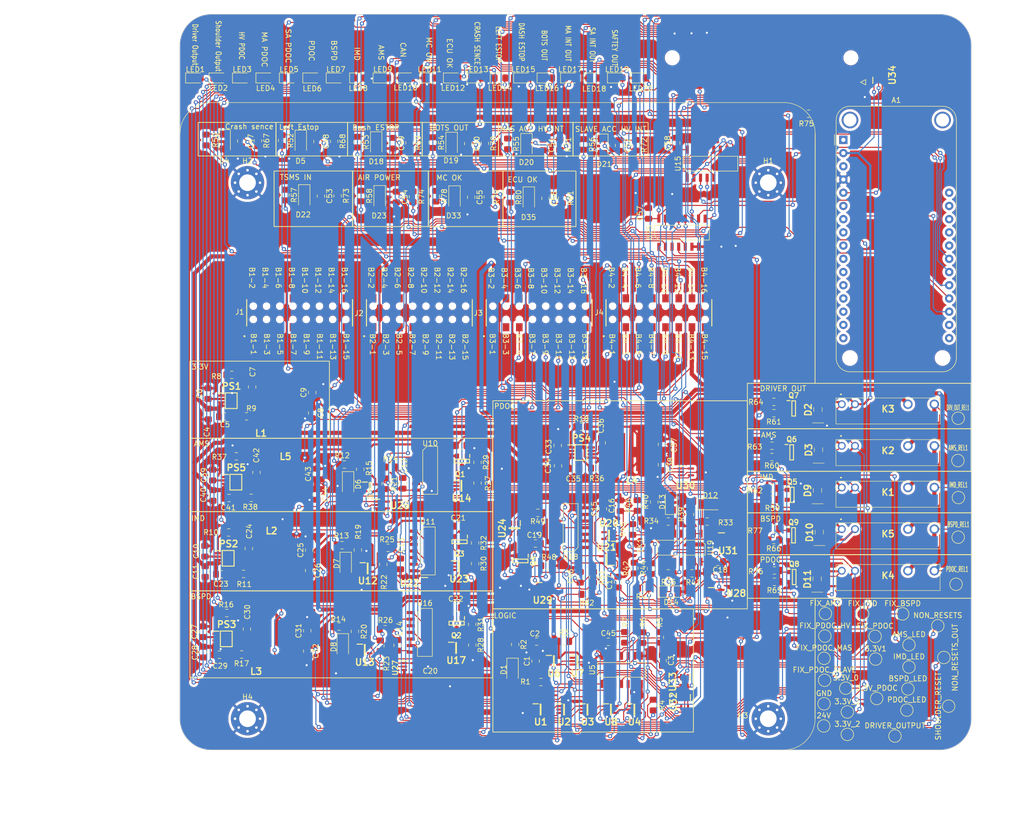
<source format=kicad_pcb>
(kicad_pcb (version 20240108) (generator "pcbnew") (generator_version "8.0")
  (layers (0 "F.Cu" signal) (31 "B.Cu" signal) (34 "B.Paste" user) (35 "F.Paste" user) (36 "B.SilkS" user "B.Silkscreen") (37 "F.SilkS" user "F.Silkscreen") (38 "B.Mask" user) (39 "F.Mask" user) (44 "Edge.Cuts" user))
  (net 0 "")
  (net 2 "/3.3V")
  (net 4 "GND")
  (net 5 "/connector/FEATHER_OUT")
  (net 19 "/feather/MUX_AIR_PATH")
  (net 20 "/feather/MUX_Fixed_Inputs")
  (net 21 "/feather/MUX_A")
  (net 22 "/feather/MUX_B")
  (net 23 "/feather/MUX_C")
  (net 29 "Net-(AMS_LED1-Pad1)")
  (net 30 "Net-(BSPD_LED1-Pad1)")
  (net 31 "/NonDriverResetableInputs/SHOULDER_RESET_SIGNAL")
  (net 32 "Net-(D1-K)")
  (net 33 "Net-(U5B-C)")
  (net 34 "/connector/SAFETY_24V")
  (net 35 "Net-(PS1-VCC)")
  (net 36 "Net-(PS1-BOOST)")
  (net 37 "Net-(PS1-SW)")
  (net 38 "Net-(PS2-VCC)")
  (net 39 "/Fix_AMS")
  (net 40 "/Fix_IMD")
  (net 41 "/Fix_BSPD")
  (net 42 "Net-(C15-Pad1)")
  (net 43 "Net-(C16-Pad1)")
  (net 44 "Net-(C17-Pad1)")
  (net 45 "/3.3V_PDOC")
  (net 46 "/3.3V_0")
  (net 47 "/3.3V_1")
  (net 48 "/3.3V_2")
  (net 49 "Net-(PS2-BOOST)")
  (net 50 "Net-(PS2-SW)")
  (net 51 "Net-(PS3-VCC)")
  (net 52 "Net-(PS3-BOOST)")
  (net 53 "Net-(PS3-SW)")
  (net 54 "Net-(PS4-VCC)")
  (net 55 "Net-(PS4-BOOST)")
  (net 56 "Net-(PS4-SW)")
  (net 57 "Net-(PS5-VCC)")
  (net 58 "Net-(PS5-BOOST)")
  (net 59 "Net-(PS5-SW)")
  (net 60 "/Fix_PDOC")
  (net 61 "Net-(D4-K)")
  (net 62 "Net-(D5-K)")
  (net 63 "Net-(D18-K)")
  (net 64 "Net-(D19-K)")
  (net 65 "Net-(D20-K)")
  (net 66 "Net-(D21-K)")
  (net 67 "Net-(D22-K)")
  (net 68 "Net-(D23-K)")
  (net 69 "/feather/MC_OK_SIGNAL")
  (net 70 "/feather/ECU_OK_SIGNAL")
  (net 71 "Net-(LED1-A)")
  (net 72 "Net-(LED2-A)")
  (net 73 "Net-(D6-K)")
  (net 74 "Net-(D7-K)")
  (net 75 "Net-(D8-K)")
  (net 76 "Net-(LED3-A)")
  (net 77 "Net-(LED4-A)")
  (net 78 "Net-(LED5-A)")
  (net 79 "Net-(D12-K)")
  (net 80 "Net-(D13-K)")
  (net 81 "Net-(D14-K)")
  (net 82 "Net-(LED6-A)")
  (net 83 "Net-(LED7-A)")
  (net 84 "Net-(LED8-A)")
  (net 85 "Net-(LED9-A)")
  (net 86 "Net-(LED10-A)")
  (net 87 "Net-(LED11-A)")
  (net 88 "Net-(LED12-A)")
  (net 89 "Net-(LED13-A)")
  (net 90 "Net-(LED14-A)")
  (net 91 "Net-(LED15-A)")
  (net 92 "Net-(LED16-A)")
  (net 93 "Net-(LED17-A)")
  (net 94 "Net-(LED18-A)")
  (net 95 "Net-(LED19-A)")
  (net 96 "Net-(IMD_LED1-Pad1)")
  (net 97 "/connector/AIR_24V")
  (net 98 "/connector/BRAKE_LIGHT_12V")
  (net 99 "/connector/RADIATOR_FAN_ON_SIGNAL")
  (net 100 "/connector/MC_12V")
  (net 101 "/connector/RADIATOR_FAN_24V")
  (net 102 "/connector/RADIATOR_WATER_PUMP_24V")
  (net 103 "/connector/MOTOR_CONTROLLER_ON_SIGNAL")
  (net 104 "/connector/PUMP_ON_SIGNAL")
  (net 105 "/connector/GLV_MASTER_SWITCH_OUT")
  (net 106 "/connector/SPARE_2_24V")
  (net 107 "/connector/MASTER_ACC_24V")
  (net 108 "/connector/SPARE_1_24V")
  (net 109 "/connector/HV_BOX_24V")
  (net 110 "/connector/PRESSURE{slash}TEMP_SENSOR_1_PRESSURE")
  (net 111 "/connector/ECU_24V")
  (net 112 "/connector/PRESSURE{slash}TEMP_SENSOR_1_5V")
  (net 113 "/connector/BSPD_24V")
  (net 114 "/connector/PRESSURE{slash}TEMP_SENSOR_1_TEMP")
  (net 115 "/connector/DATALOGGER_24V")
  (net 116 "/connector/PRESSURE{slash}TEMP_SENSOR_2_PRESSURE")
  (net 117 "/connector/DASH_24V")
  (net 118 "/connector/PRESSURE{slash}TEMP_SENSOR_2_5V")
  (net 119 "/connector/SLAVE_ACC_24V")
  (net 120 "/connector/PRESSURE{slash}TEMP_SENSOR_2_TEMP")
  (net 121 "/connector/PRESSURE{slash}TEMP_SENSOR_3_PRESSURE")
  (net 122 "/connector/SAFTEY_IN")
  (net 123 "/connector/BSPD_TEST_12V")
  (net 124 "/connector/PRESSURE{slash}TEMP_SENSOR_3_5V")
  (net 125 "/connector/DASH_PDOC_LED")
  (net 126 "/connector/PRESSURE{slash}TEMP_SENSOR_3_TEMP")
  (net 127 "/connector/DASH_BSPD_LED")
  (net 128 "/connector/BSPD_TRIGGER")
  (net 129 "/connector/DASH_IMD_LED")
  (net 130 "/connector/BRAKE_LIGHT_GND")
  (net 131 "/connector/DASH_AMS_LED")
  (net 132 "/connector/POWER_SIGNAL")
  (net 133 "/connector/SHOULDER_RESET")
  (net 134 "/connector/ECU_BRAKE_INPUT")
  (net 135 "/connector/DRIVER_RESET_IN")
  (net 136 "/connector/DISCHARGE_ENABLE_SIGNAL")
  (net 137 "/connector/HV_BOX_IMD_OK")
  (net 138 "/connector/HV_BOX_PDOC_OK")
  (net 139 "/connector/MASTER_ACC_PDOC_OK")
  (net 140 "/connector/SLAVE_ACC_PDOC_OK")
  (net 141 "/connector/ECU_OK")
  (net 142 "/connector/MC_OK_INDICATOR")
  (net 143 "/connector/CRASH_SENSOR_MONITOR")
  (net 144 "/connector/LEFT_ESTOP_OUT")
  (net 146 "/connector/BOTS_OUT")
  (net 147 "/connector/MASTER_ACC_HV_INT_OUT")
  (net 148 "/connector/SLAVE_ACC_HV_INT_OUT")
  (net 149 "/connector/SAFTEY_OUT")
  (net 150 "/connector/AIR_POWER")
  (net 153 "Net-(PS1-VFB)")
  (net 154 "Net-(PS2-VFB)")
  (net 155 "Net-(PS3-VFB)")
  (net 156 "Net-(PS4-VFB)")
  (net 157 "Net-(PS5-VFB)")
  (net 158 "Net-(Q1-G)")
  (net 159 "Net-(Q2-G)")
  (net 160 "Net-(Q3-G)")
  (net 161 "Net-(Q4-G)")
  (net 162 "Net-(Q5-Pad1)")
  (net 163 "Net-(D2-A)")
  (net 164 "Net-(Q6-Pad1)")
  (net 165 "Net-(D3-A)")
  (net 166 "Net-(Q7-Pad1)")
  (net 167 "Net-(D9-A)")
  (net 168 "Net-(Q8-Pad1)")
  (net 169 "Net-(D10-A)")
  (net 170 "Net-(Q9-Pad1)")
  (net 171 "Net-(D11-A)")
  (net 172 "Net-(PDOC_LED1-Pad1)")
  (net 173 "Net-(A1-A0)")
  (net 174 "/AIR_OUTPUT/DRIVER_OUTPUT")
  (net 175 "/NonDriverResetableInputs/HV_PDOC_LED")
  (net 176 "/NonDriverResetableInputs/MA_PDOC_LED")
  (net 177 "/NonDriverResetableInputs/SA_PDOC_LED")
  (net 178 "/NonDriverResetableInputs/PDOC_LED")
  (net 179 "/NonDriverResetableInputs/BSPD_LED")
  (net 180 "/NonDriverResetableInputs/HV_IMD_LED")
  (net 181 "Net-(U10-Pad4)")
  (net 182 "/NonDriverResetableInputs/AMS_LED")
  (net 183 "Net-(U1-Pad4)")
  (net 184 "Net-(U2-Pad4)")
  (net 185 "Net-(U3-Pad4)")
  (net 187 "Net-(U5A-D)")
  (net 188 "Net-(U5A-R)")
  (net 190 "Net-(U5B-D)")
  (net 191 "Net-(U5B-R)")
  (net 195 "Net-(U10-Pad1)")
  (net 196 "Net-(U18-Pad1)")
  (net 197 "Net-(U10-Pad10)")
  (net 198 "Net-(U10-Pad13)")
  (net 199 "Net-(U11-Pad1)")
  (net 200 "Net-(U11-Pad4)")
  (net 201 "Net-(U11-Pad13)")
  (net 202 "Net-(U11-Pad10)")
  (net 204 "Net-(U18-Pad12)")
  (net 205 "Net-(U16-Pad1)")
  (net 206 "Net-(U16-Pad4)")
  (net 207 "Net-(U18-Pad13)")
  (net 208 "Net-(U16-Pad10)")
  (net 209 "Net-(U16-Pad13)")
  (net 212 "Net-(U20-Pad4)")
  (net 213 "Net-(U18-Pad10)")
  (net 216 "Net-(AMS_REL1-Pad1)")
  (net 217 "Net-(IMD_REL1-Pad1)")
  (net 218 "Net-(DRV_OUT_REL1-Pad1)")
  (net 219 "Net-(BSPD_REL1-Pad1)")
  (net 220 "Net-(LED20-A)")
  (net 221 "/connector/DRIVER_OUTPUT_LED")
  (net 222 "/connector/SHOULDER_OUT_LED")
  (net 223 "Net-(U5A-Q)")
  (net 224 "Net-(R24-Pad2)")
  (net 225 "Net-(R25-Pad2)")
  (net 226 "Net-(R26-Pad2)")
  (net 227 "Net-(R45-Pad2)")
  (net 228 "Net-(R46-Pad2)")
  (net 229 "Net-(R47-Pad2)")
  (net 230 "Net-(R51-Pad2)")
  (net 233 "/connector/DASH_ESTOP_OUT")
  (footprint "UniSA_Motorsport_Resistor:0805" (layer "F.Cu") (at 71.8598 166.4208 90)
    (property "Reference" "C39")
    (property "Value" "1uF")
  )
  (footprint "UniSA_Motorsport_Resistor:2727" (layer "F.Cu") (at 152.146 162.0012)
    (property "Reference" "L4")
    (property "Value" "744062150" (hide yes))
  )
  (footprint "UniSA_Motorsport_SO:TSSOP-5" (layer "F.Cu") (at 141.8914 202.1764)
    (property "Reference" "U7")
    (property "Value" "74AHC1GU04GW,125" (hide yes))
  )
  (footprint "UniSA_Motorsport_Resistor:2727" (layer "F.Cu") (at 84.392 182.3212)
    (property "Reference" "L2")
    (property "Value" "744062150" (hide yes))
  )
  (footprint "UniSA_Motorsport_SO:SOD123F" (layer "F.Cu") (at 167.3352 171.9998)
    (property "Reference" "D12")
    (property "Value" "BZT52HC3V0WF-7")
  )
  (footprint "UniSA_Motorsport_Capacitor:0805" (layer "F.Cu") (at 149.7076 186.9858 90)
    (property "Reference" "C17")
    (property "Value" "GCM0805_1u")
  )
  (footprint "TestPoint:TestPoint_Pad_D2.0mm" (layer "F.Cu") (at 189.23 214.63)
    (property "Reference" "24V")
    (property "Value" "TestPoint")
  )
  (footprint "UniSA_Motorsport_Resistor:0805" (layer "F.Cu") (at 78.8172 180.5432 -90)
    (property "Reference" "C24")
    (property "Value" "0.1uF")
  )
  (footprint "TestPoint:TestPoint_Pad_D2.0mm" (layer "F.Cu") (at 189.2808 201.6252)
    (property "Reference" "FIX_PDOC_MAS")
    (property "Value" "TestPoint")
  )
  (footprint "UniSA_Motorsport_Resistor:0805" (layer "F.Cu") (at 70.0684 200.4388 -90)
    (property "Reference" "C28")
    (property "Value" "10uF")
  )
  (footprint "UniSA_Motorsport_Resistor:0805" (layer "F.Cu") (at 90.3996 180.848 90)
    (property "Reference" "C25")
    (property "Value" "10uF")
  )
  (footprint "UniSA_Motorsport_Resistor:0805" (layer "F.Cu") (at 156.4862 210.6092 -90)
    (property "Reference" "R4")
    (property "Value" "CRCW0805")
  )
  (footprint "UniSA_Motorsport_Resistor:0805" (layer "F.Cu") (at 152.8572 184.2934 -90)
    (property "Reference" "R42")
    (property "Value" "CRCW0805")
  )
  (footprint "UniSA_Motorsport_Resistor:0805" (layer "F.Cu") (at 100.33 112.7836 -90)
    (property "Reference" "R58")
    (property "Value" "CRCW1210")
  )
  (footprint "UniSA_Motorsport_Diode:SOD-123F-2" (layer "F.Cu") (at 188.1124 153.8224 90)
    (property "Reference" "D2")
    (property "Value" "1N4148W RHG" (hide yes))
  )
  (footprint "UniSA_Motorsport_SO:SOIC-14" (layer "F.Cu") (at 112.6236 196.6468 -90)
    (property "Reference" "U16")
    (property "Value" "MC74AC02DR2G")
  )
  (footprint "UniSA_Motorsport_Resistor:0805" (layer "F.Cu") (at 99.1964 196.4512 90)
    (property "Reference" "R20")
    (property "Value" "CRCW0805")
  )
  (footprint "UniSA_Motorsport_SO:TSSOP-5" (layer "F.Cu") (at 101.076 200.0072)
    (property "Reference" "U13")
    (property "Value" "74AUP1G32GW,125" (hide yes))
  )
  (footprint "UniSA_Motorsport_Diode:SOD-123F-2" (layer "F.Cu") (at 188.214 161.5516 90)
    (property "Reference" "D3")
    (property "Value" "1N4148W RHG" (hide yes))
  )
  (footprint "UniSA_Motorsport_SO:SC70-5" (layer "F.Cu") (at 104.3432 172.1612)
    (property "Reference" "U26")
    (property "Value" "SN74LVC1G126 " (hide yes))
  )
  (footprint "UniSA_Motorsport_Others:APAN3103" (layer "F.Cu") (at 192.6844 168.8064)
    (property "Reference" "K1")
    (property "Value" "APAN3103" (hide yes))
  )
  (footprint "TestPoint:TestPoint_Pad_D2.0mm" (layer "F.Cu") (at 193.7512 211.9376)
    (property "Reference" "3.3V_1")
    (property "Value" "TestPoint")
  )
  (footprint "UniSA_Motorsport_Resistor:0805" (layer "F.Cu") (at 85.1916 102.1268 -90)
    (property "Reference" "R52")
    (property "Value" "CRCW1210")
  )
  (footprint "UniSA_Motorsport_Resistor:0805" (layer "F.Cu") (at 128.524 102.7782 -90)
    (property "Reference" "R55")
    (property "Value" "CRCW1210")
  )
  (footprint "UniSA_Motorsport_Resistor:0805" (layer "F.Cu") (at 179.7357 184.7444 180)
    (property "Reference" "R76")
    (property "Value" "CRCW0805")
  )
  (footprint "UniSA_Motorsport_SO:SOD123F" (layer "F.Cu") (at 74.168 102.3376 -90)
    (property "Reference" "D4")
    (property "Value" "BZT52HC3V0WF-7")
  )
  (footprint "TestPoint:TestPoint_Pad_D2.0mm" (layer "F.Cu") (at 205.5876 199.0344)
    (property "Reference" "AMS_LED")
    (property "Value" "TestPoint")
  )
  (footprint "UniSA_Motorsport_Resistor:0805" (layer "F.Cu") (at 150.9998 197.6044 90)
    (property "Reference" "R7")
    (property "Value" "CRCW0805")
  )
  (footprint "UniSA_Motorsport_Resistor:0805" (layer "F.Cu") (at 158.1536 164.4486 -90)
    (property "Reference" "C38")
    (property "Value" "10uF")
  )
  (footprint "UniSA_Motorsport_Diode:0805" (layer "F.Cu") (at 109.0336 90.1164)
    (property "Reference" "LED10")
    (property "Value" "GREEN")
  )
  (footprint "TestPoint:TestPoint_Pad_D2.0mm" (layer "F.Cu") (at 193.4464 207.3656)
    (property "Reference" "3.3V_0")
    (property "Value" "TestPoint")
  )
  (footprint "UniSA_Motorsport_Diode:0805" (layer "F.Cu") (at 136.0336 90.1164)
    (property "Reference" "LED16")
    (property "Value" "BLUE")
  )
  (footprint "UniSA_Motorsport_SO:TSSOP-5" (layer "F.Cu") (at 137.3914 202.1764)
    (property "Reference" "U6")
    (property "Value" "74LVC1G08GW,125" (hide yes))
  )
  (footprint "UniSA_Motorsport_SOT_TO:SOT-23-3" (layer "F.Cu") (at 183.4228 177.988)
    (property "Reference" "Q9")
    (property "Value" "BC816-25HVL" (hide yes))
  )
  (footprint "UniSA_Motorsport_Resistor:0805" (layer "F.Cu") (at 139.3068 198.3664)
    (property "Reference" "R3")
    (property "Value" "CRCW0805")
  )
  (footprint "UniSA_Motorsport_Resistor:0805" (layer "F.Cu") (at 179.2642 162.9664 180)
    (property "Reference" "R60")
    (property "Value" "CRCW0805")
  )
  (footprint "UniSA_Motorsport_Resistor:0805" (layer "F.Cu") (at 70.3844 181.0512 90)
    (property "Reference" "C10")
    (property "Value" "1uF")
  )
  (footprint "UniSA_Motorsport_SO:SOIC-14" (layer "F.Cu") (at 113.1824 181.0004 -90)
    (property "Reference" "U11")
    (property "Value" "MC74AC02DR2G")
  )
  (footprint "UniSA_Motorsport_Resistor:0805" (layer "F.Cu") (at 70.4352 184.9628 -90)
    (property "Reference" "C11")
    (property "Value" "10uF")
  )
  (footprint "UniSA_Motorsport_SO:SC70-5" (layer "F.Cu") (at 199.7456 89.6112 90)
    (property "Reference" "U34")
    (property "Value" "SN74LVC1G126 " (hide yes))
  )
  (footprint "UniSA_Motorsport_SO:SOIC-14" (layer "F.Cu") (at 140.6144 176.521 90)
    (property "Reference" "U18")
    (property "Value" "MC74AC02DR2G")
  )
  (footprint "UniSA_Motorsport_Resistor:0805" (layer "F.Cu") (at 73.1672 200.9468)
    (property "Reference" "C29")
    (property "Value" "10uF")
  )
  (footprint "UniSA_Motorsport_Resistor:0805" (layer "F.Cu") (at 74.5806 192.9204 180)
    (property "Reference" "R16")
    (property "Value" "CRCW0805")
  )
  (footprint "UniSA_Motorsport_Resistor:2727" (layer "F.Cu") (at 85.8674 167.6908)
    (property "Reference" "L5")
    (property "Value" "744062150" (hide yes))
  )
  (footprint "TestPoint:TestPoint_Pad_D2.0mm" (layer "F.Cu") (at 189.3824 205.8416)
    (property "Reference" "FIX_PDOC_SLAVE")
    (property "Value" "TestPoint")
  )
  (footprint "UniSA_Motorsport_Diode:0805" (layer "F.Cu") (at 149.5336 90.1164)
    (property "Reference" "LED19")
    (property "Value" "BLUE")
  )
  (footprint "UniSA_Motorsport_Capacitor:0805" (layer "F.Cu") (at 108.3912 167.9956 -90)
    (property "Reference" "C12")
    (property "Value" "GCM0805_1u")
  )
  (footprint "UniSA_Motorsport_Capacitor:0805" (layer "F.Cu") (at 134.0834 198.4172 180)
    (property "Reference" "C2")
    (property "Value" "GCM0805_1u")
  )
  (footprint "UniSA_Motorsport_Capacitor:0805" (layer "F.Cu") (at 142.4432 186.0624 -90)
    (property "Reference" "C46")
    (property "Value" "GCM0805_1u")
  )
  (footprint "UniSA_Motorsport_Capacitor:0805" (layer "F.Cu") (at 77.3684 102.236 -90)
    (property "Reference" "C47")
    (property "Value" "GCM0805_1u")
  )
  (footprint "UniSA_Motorsport_Resistor:0805" (layer "F.Cu") (at 152.5016 176.8766 -90)
    (property "Reference" "R45")
    (property "Value" "CRCW0805")
  )
  (footprint "UniSA_Motorsport_Diode:0805" (layer "F.Cu") (at 86.5336 90.1164)
    (property "Reference" "LED5")
    (property "Value" "GREEN")
  )
  (footprint "UniSA_Motorsport_Resistor:0805" (layer "F.Cu") (at 143.7042 189.3316 180)
    (property "Reference" "R82")
    (property "Value" "CRCW0805")
  )
  (footprint "UniSA_Motorsport_SO:TSSOP-5" (layer "F.Cu") (at 134.8454 211.4728)
    (property "Reference" "U1")
    (property "Value" "74LVC1G08GW,125" (hide yes))
  )
  (footprint "UniSA_Motorsport_SO:TSSOP-5" (layer "F.Cu") (at 143.8454 211.4728)
    (property "Reference" "U3")
    (property "Value" "74LVC1G08GW,125" (hide yes))
  )
  (footprint "MountingHole:MountingHole_3.2mm_M3_Pad_Via" (layer "F.Cu") (at 78.566944 213.237744)
    (property "Reference" "H4")
    (property "Value" "MountingHole_Pad")
  )
  (footprint "UniSA_Motorsport_Resistor:0805" (layer "F.Cu") (at 96.7072 179.8904 180)
    (property "Reference" "R13")
    (property "Value" "CRCW1210")
  )
  (footprint "UniSA_Motorsport_Resistor:0805" (layer "F.Cu") (at 78.4504 196.0192 -90)
    (property "Reference" "C30")
    (property "Value" "0.1uF")
  )
  (footprint "UniSA_Motorsport_Others:APAN3103" (layer "F.Cu") (at 192.6844 184.8064)
    (property "Reference" "K4")
    (property "Value" "APAN3103" (hide yes))
  )
  (footprint "UniSA_Motorsport_Diode:0805" (layer "F.Cu") (at 73.0336 90.1164)
    (property "Reference" "LED2")
    (property "Value" "GREEN")
  )
  (footprint "UniSA_Motorsport_Capacitor:0805" (layer "F.Cu") (at 119.5832 160.7312)
    (property "Reference" "C20")
    (property "Value" "GCM0805_0.1u")
  )
  (footprint "TestPoint:TestPoint_Pad_D2.0mm" (layer "F.Cu") (at 205.5876 203.3016)
    (property "Reference" "IMD_LED")
    (property "Value" "TestPoint")
  )
  (footprint "UniSA_Motorsport_Resistor:0805" (layer "F.Cu") (at 104.9876 196.0372 180)
    (property "Reference" "R26")
    (property "Value" "CRCW0805")
  )
  (footprint "UniSA_Motorsport_SOT_TO:SOT-353-5" (layer "F.Cu") (at 102.092 168.8668)
    (property "Reference" "U9")
    (property "Value" "TC7S04FU,LF" (hide yes))
  )
  (footprint "MountingHole:MountingHole_3.2mm_M3_Pad_Via" (layer "F.Cu") (at 178.566944 110.237744)
    (property "Reference" "H1")
    (property "Value" "MountingHole_Pad")
  )
  (footprint "UniSA_Motorsport_SO:TSSOP-5" (layer "F.Cu") (at 101.6348 184.3608)
    (property "Reference" "U12")
    (property "Value" "74AUP1G32GW,125" (hide yes))
  )
  (footprint "TestPoint:TestPoint_Pad_D2.0mm" (layer "F.Cu") (at 189.4332 197.358)
    (property "Reference" "FIX_PDOC_HV")
    (property "Value" "TestPoint")
  )
  (footprint "TestPoint:TestPoint_Pad_D2.0mm" (layer "F.Cu") (at 205.3844 207.518)
    (property "Reference" "BSPD_LED")
    (property "Value" "TestPoint")
  )
  (footprint "UniSA_Motorsport_Diode:0805" (layer "F.Cu") (at 154.0336 90.1164)
    (property "Reference" "LED20")
    (property "Value" "BLUE")
  )
  (footprint "UniSA_Motorsport_Diode:0805" (layer "F.Cu") (at 145.0336 90.1164)
    (property "Reference" "LED18")
    (property "Value" "BLUE")
  )
  (footprint "UniSA_Motorsport_SO:SOD123F" (layer "F.Cu") (at 88.7984 102.4316 -90)
    (property "Reference" "D5")
    (property "Value" "BZT52HC3V0WF-7")
  )
  (footprint "UniSA_Motorsport_Diode:0805" (layer "F.Cu") (at 131.5336 90.1164)
    (property "Reference" "LED15")
    (property "Value" "BLUE")
  )
  (footprint "UniSA_Motorsport_Resistor:0805" (layer "F.Cu") (at 146.5712 160.2232 -90)
    (property "Reference" "C36")
    (property "Value" "0.1uF")
  )
  (footprint "UniSA_Motorsport_Resistor:0805" (layer "F.Cu") (at 179.7447 186.9288 180)
    (property "Reference" "R65")
    (property "Value" "CRCW0805")
  )
  (footprint "UniSA_Motorsport_Resistor:0805" (layer "F.Cu") (at 179.6218 178.9024 180)
    (property "Reference" "R66")
    (property "Value" "CRCW0805")
  )
  (footprint "UniSA_Motorsport_Resistor:0805" (layer "F.Cu") (at 124.1552 102.6856 -90)
    (property "Reference" "R70")
    (property "Value" "CRCW0805")
  )
  (footprint "TestPoint:TestPoint_Pad_D2.0mm" (layer "F.Cu") (at 199.1868 201.7776)
    (property "Reference" "3.3V1")
    (property "Value" "TestPoint")
  )
  (footprint "UniSA_Motorsport_Resistor:0805" (layer "F.Cu") (at 77.4344 200.896)
    (property "Reference" "R17")
    (property "Value" "CRCW0805")
  )
  (footprint "UniSA_Motorsport_Resistor:0805" (layer "F.Cu") (at 163.9316 185.3094)
    (property "Reference" "R41")
    (property "Value" "CRCW0805")
  )
  (footprint "UniSA_Motorsport_Diode:0805" (layer "F.Cu") (at 95.5336 90.1164)
    (property "Reference" "LED7")
    (property "Value" "GREEN")
  )
  (footprint "Module:Adafruit_Feather_WithMountingHoles" (layer "F.Cu") (at 192.9892 102.0064)
    (property "Reference" "A1")
    (property "Value" "Adafruit_Feather_Generic")
  )
  (footprint "UniSA_Motorsport_SOT_TO:SOT-23-3" (layer "F.Cu") (at 130.9624 182.9218 -90)
    (property "Reference" "Q4")
    (property "Value" "SI2318DS-T1-BE3" (hide yes))
  )
  (footprint "UniSA_Motorsport_Resistor:0805" (layer "F.Cu") (at 99.7552 180.8048 90)
    (property "Reference" "R19")
    (property "Value" "CRCW0805")
  )
  (footprint "TestPoint:TestPoint_Pad_D2.0mm" (layer "F.Cu") (at 199.39 209.3468)
    (property "Reference" "3.3V_PDOC")
    (property "Value" "TestPoint")
  )
  (footprint "UniSA_Motorsport_SOT_TO:SOT-23-3" (layer "F.Cu") (at 183.4478 153.6192)
    (property "Reference" "Q7")
    (property "Value" "BC816-25HVL" (hide yes))
  )
  (footprint "UniSA_Motorsport_Others:APAN3103" (layer "F.Cu") (at 192.6844 176.8064)
    (property "Reference" "K5")
    (property "Value" "APAN3103" (hide yes))
  )
  (footprint "UniSA_Motorsport_Resistor:0805" (layer "F.Cu") (at 138.9888 113.19 -90)
    (property "Reference" "R81")
    (property "Value" "CRCW0805")
  )
  (footprint "UniSA_Motorsport_Capacitor:0805" (layer "F.Cu") (at 135.7884 113.2408 -90)
    (property "Reference" "C56")
    (property "Value" "GCM0805_1u")
  )
  (footprint "UniSA_Motorsport_Resistor:0805" (layer "F.Cu") (at 179.6128 176.718 180)
    (property "Reference" "R77")
    (property "Value" "CRCW0805")
  )
  (footprint "UniSA_Motorsport_SO:SOIC-14" (layer "F.Cu") (at 161.8488 180.3742 180)
    (property "Reference" "U19")
    (property "Value" "CD4071BM96")
  )
  (footprint "UniSA_Motorsport_SO:SOD123F" (layer "F.Cu") (at 146.7104 103.1936 -90)
    (property "Reference" "D21")
    (property "Value" "BZT52HC3V0WF-7")
  )
  (footprint "UniSA_Motorsport_Resistor:0805" (layer "F.Cu") (at 85.852 112.6146 -90)
    (property "Reference" "R57")
    (property "Value" "CRCW1210")
  )
  (footprint "UniSA_Motorsport_Resistor:0805" (layer "F.Cu") (at 122.7328 163.9734 -90)
    (property "Reference" "R29")
    (property "Value" "CRCW0805")
  )
  (footprint "UniSA_Motorsport_SO:SOD123F" (layer "F.Cu") (at 129.4606 203.9036 -90)
    (property "Reference" "D1")
    (property "Value" "BZT52HC3V0WF-7")
  )
  (footprint "UniSA_Motorsport_SO:SOD123F" (layer "F.Cu") (at 132.588 113.3424 -90)
    (property "Reference" "D35")
    (property "Value" "BZT52HC3V0WF-7")
  )
  (footprint "UniSA_Motorsport_Resistor:0805" (layer "F.Cu") (at 70.5612 102.0328 -90)
    (property "Reference" "R50")
    (property "Value" "CRCW1210")
  )
  (footprint "UniSA_Motorsport_Others:APAN3103" (layer "F.Cu") (at 192.6844 160.8064)
    (property "Reference" "K2")
    (property "Value" "APAN3103" (hide yes))
  )
  (footprint "UniSA_Motorsport_Resistor:0805" (layer "F.Cu") (at 129.9686 198.976 -90)
    (property "Reference" "R2")
    (property "Value" "CRCW0805")
  )
  (footprint "UniSA_Motorsport_SO:SOD123F" (layer "F.Cu") (at 89.4588 112.9194 -90)
    (property "Reference" "D22")
    (property "Value" "BZT52HC3V0WF-7")
  )
  (footprint "UniSA_Motorsport_Resistor:0805" (layer "F.Cu") (at 95.8596 112.767 -90)
    (property "Reference" "R73")
    (property "Value" "CRCW0805")
  )
  (footprint "UniSA_Motorsport_Others:APAN3103" (layer "F.Cu") (at 192.6844 152.8064)
    (property "Reference" "K3")
    (property "Value" "APAN3103" (hide yes))
  )
  (footprint "UniSA_Motorsport_Resistor:0805" (layer "F.Cu") (at 75.0094 170.8404)
    (property "Reference" "C41")
    (property "Value" "10uF")
  )
  (footprint "UniSA_Motorsport_Resistor:0805" (layer "F.Cu") (at 121.7168 199.0852 -90)
    (property "Reference" "R28")
    (property "Value" "CRCW0805")
  )
  (footprint "UniSA_Motorsport_Resistor:0805" (layer "F.Cu") (at 156.6672 171.5934 90)
    (property "Reference" "R40")
    (property "Value" "CRCW0805")
  )
  (footprint "UniSA_Motorsport_SO:TSSOP-5" (layer "F.Cu") (at 147.5384 182.6574 180)
    (property "Reference" "U21")
    (property "Value" "74LVC1G08GW,125" (hide yes))
  )
  (footprint "UniSA_Motorsport_Diode:0805" (layer "F.Cu") (at 68.5336 90.1164)
    (property "Reference" "LED1")
    (property "Value" "GREEN")
  )
  (footprint "UniSA_Motorsport_Resistor:0805" (layer "F.Cu") (at 70.9676 150.7654 90)
    (property "Reference" "C6")
    (property "Value" "1uF")
  )
  (footprint "UniSA_Motorsport_SO:SC70-5" (layer "F.Cu") (at 113.5228 187.2084)
    (property "Reference" "U22")
    (property "Value" "SN74LVC1G126 " (hide yes))
  )
  (footprint "UniSA_Motorsport_SOT_TO:SOT-23-3" (layer "F.Cu") (at 119.7356 163.7444 -90)
    (property "Reference" "Q1")
    (property "Value" "SI2318DS-T1-BE3" (hide yes))
  )
  (footprint "UniSA_Motorsport_SO:MSOP-8" (layer "F.Cu") (at 76.324 167.7826)
    (property "Reference" "PS5")
    (property "Value" "MCP16311-E_MS" (hide yes))
  )
  (footprint "UniSA_Motorsport_Capacitor:0805" (layer "F.Cu") (at 92.6592 112.8178 -90)
    (property "Reference" "C53")
    (property "Value" "GCM0805_1u")
  )
  (footprint "TestPoint:TestPoint_Pad_D2.0mm" (layer "F.Cu") (at 204.3684 193.0908)
    (property "Reference" "FIX_BSPD")
    (property "Value" "TestPoint")
  )
  (footprint "UniSA_Motorsport_Capacitor:0805" (layer "F.Cu") (at 91.9988 102.33 -90)
    (property "Reference" "C48")
    (property "Value" "GCM0805_1u")
  )
  (footprint "UniSA_Motorsport_Connector:SAMTEC_HLE-108-02-L-DV-BE-K-TR" (layer "F.Cu") (at 157.566944 135.237744)
    (property "Reference" "J4")
    (property "Value" "HLE-108-02-L-DV-BE-K-TR")
  )
  (footprint "UniSA_Motorsport_Resistor:0805" (layer "F.Cu") (at 179.2552 160.782 180)
    (property "Reference" "R63")
    (property "Value" "CRCW0805")
  )
  (footprint "UniSA_Motorsport_SO:SOIC-16" (layer "F.Cu") (at 162.0012 119.8372)
    (property "Reference" "U25")
    (property "Value" "CD4051BM96G3")
  )
  (footprint "TestPoint:TestPoint_Pad_D2.0mm" (layer "F.Cu") (at 214.9856 163.6268)
    (property "Reference" "AMS_REL1")
    (property "Value" "TestPoint")
  )
  (footprint "UniSA_Motorsport_Resistor:0805" (layer "F.Cu") (at 90.3996 184.7686 -90)
    (property "Reference" "C26")
    (property "Value" "10uF")
  )
  (footprint "UniSA_Motorsport_Resistor:0805" (layer "F.Cu") (at 138.1384 160.7312 -90)
    (property "Reference" "C33")
    (property "Value" "1uF")
  )
  (footprint "UniSA_Motorsport_Resistor:0805" (layer "F.Cu") (at 156.0576 184.395 -90)
    (property "Reference" "R44")
    (property "Value" "CRCW0805")
  )
  (footprint "UniSA_Motorsport_Resistor:0805" (layer "F.Cu") (at 74.9474 177.4444 180)
    (property "Reference" "R10")
    (property "Value" "CRCW0805")
  )
  (footprint "UniSA_Motorsport_Resistor:0805" (layer "F.Cu") (at 186.3344 96.9772 180)
    (property "Reference" "R75")
    (property "Value" "CRCW0805")
  )
  (footprint "UniSA_Motorsport_Capacitor:0805" (layer "F.Cu") (at 106.4768 102.6438 -90)
    (property "Reference" "C49")
    (property "Value" "GCM0805_1u")
  )
  (footprint "UniSA_Motorsport_Resistor:0805" (layer "F.Cu") (at 122.2756 179.4674 -90)
    (property "Reference" "R32")
    (property "Value" "CRCW0805")
  )
  (footprint "UniSA_Motorsport_Capacitor:0805" (layer "F.Cu") (at 155.575 116.1364 90)
    (property "Reference" "C57")
    (property "Value" "GCM0805_0.1u")
  )
  (footprint "UniSA_Motorsport_Capacitor:0805" (layer "F.Cu") (at 119.126 176.2252)
    (property "Reference" "C21")
    (property "Value" "GCM0805_0.1u")
  )
  (footprint "UniSA_Motorsport_Connector:SAMTEC_HLE-108-02-L-DV-BE-K-TR" (layer "F.Cu") (at 111.566944 135.237744)
    (property "Reference" "J2")
    (property "Value" "HLE-108-02-L-DV-BE-K-TR")
  )
  (footprint "UniSA_Motorsport_Resistor:0805" (layer "F.Cu") (at 158.1536 160.528 90)
    (property "Reference" "C37")
    (property "Value" "10uF")
  )
  (footprint "UniSA_Motorsport_Resistor:0805" (layer "F.Cu") (at 90.0328 200.2446 -90)
    (property "Reference" "C32")
    (property "Value" "10uF")
  )
  (footprint "UniSA_Motorsport_Resistor:0805" (layer "F.Cu") (at 166.8272 175.3526)
    (property "Reference" "R33")
    (property "Value" "CRCW1210")
  )
  (footprint "TestPoint:TestPoint_Pad_D2.0mm" (layer "F.Cu") (at 213.2076 210.82 90)
    (property "Reference" "SHOULDER_RESET")
    (property "Value" "TestPoint")
  )
  (footprint "UniSA_Motorsport_Diode:0805" (layer "F.Cu") (at 100.0336 90.1164)
    (property "Reference" "LED8")
    (property "Value" "GREEN")
  )
  (footprint "UniSA_Motorsport_Resistor:0805" (layer "F.Cu") (at 90.9828 150.5622 90)
    (property "Reference" "C9")
    (property "Value" "10uF")
  )
  (footprint "UniSA_Motorsport_Resistor:0805" (layer "F.Cu") (at 91.875 166.2176 90)
    (property "Reference" "C43")
    (property "Value" "10uF")
  )
  (footprint "UniSA_Motorsport_Diode:0805" (layer "F.Cu") (at 140.5336 90.1164)
    (property "Reference" "LED17")
    (property "Value" "BLUE")
  )
  (footprint "UniSA_Motorsport_Resistor:0805" (layer "F.Cu") (at 104.632 183.5822 -90)
    (property "Reference" "R22")
    (property "Value" "CRCW0805")
  )
  (footprint "UniSA_Motorsport_SO:SOIC-16" (layer "F.Cu") (at 167.4622 106.586)
    (property "Reference" "U15")
    (property "Value" "CD4051BM96G3")
  )
  (footprint "UniSA_Motorsport_Resistor:0805" (layer "F.Cu") (at 163.5252 173.981 90)
    (property "Reference" "R39")
    (property "Value" "CRCW0805")
  )
  (footprint "UniSA_Motorsport_SO:SC70-5" (layer "F.Cu") (at 109.5604 203.2104)
    (property "Reference" "U27")
    (property "Value" "SN74LVC1G126 " (hide yes))
  )
  (footprint "UniSA_Motorsport_Resistor:0805" (layer "F.Cu") (at 157.7562 197.6044 90)
    (property "Reference" "R5")
    (property "Value" "CRCW0805")
  )
  (footprint "UniSA_Motorsport_Capacitor:0805" (layer "F.Cu") (at 168.8592 183.0742)
    (property "Reference" "C18")
    (property "Value" "GCM0805_0.1u")
  )
  (footprint "UniSA_Motorsport_Resistor:0805" (layer "F.Cu") (at 135.9916 183.8362)
    (property "Reference" "R48")
    (property "Value" "CRCW0805")
  )
  (footprint "UniSA_Motorsport_SO:SC70-5" (layer "F.Cu") (at 170.5356 178.6232)
    (property "Reference" "U31")
    (property "Value" "SN74LVC1G126 " (hide yes))
  )
  (footprint "UniSA_Motorsport_Capacitor:0805" (layer "F.Cu") (at 160.8836 102.6312 90)
    (property "Reference" "C58")
    (property "Value" "GCM0805_0.1u")
  )
  (footprint "TestPoint:TestPoint_Pad_D2.0mm" (layer "F.Cu") (at 196.6976 193.0908)
    (property "Reference" "FIX_IMD")
    (property "Value" "TestPoint")
  )
  (footprint "UniSA_Motorsport_Resistor:0805" (layer "F.Cu") (at 179.6378 152.3492 180)
    (property "Reference" "R64")
    (property "Value" "CRCW0805")
  )
  (footprint "UniSA_Motorsport_Resistor:0805" (layer "F.Cu") (at 145.5552 165.1)
    (property "Reference" "R36")
    (property "Value" "CRCW0805")
  )
  (footprint "UniSA_Motorsport_Resistor:0805" (layer "F.Cu") (at 71.9106 170.3324 -90)
    (property "Reference" "C40")
    (property "Value" "10uF")
  )
  (footprint "UniSA_Motorsport_Capacitor:0805" (layer "F.Cu") (at 107.1372 112.9868 -90)
    (property "Reference" "C54")
    (property "Value" "GCM0805_1u")
  )
  (footprint "UniSA_Motorsport_SO:SOD123F" (layer "F.Cu") (at 96.8596 199.1944 -90)
    (property "Reference" "D8")
    (property "Value" "BZT52HC3V0WF-7")
  )
  (footprint "UniSA_Motorsport_Capacitor:0805" (layer "F.Cu") (at 158.2642 202.0748 -90)
    (property "Reference" "C3")
    (property "Value" "GCM0805_1u")
  )
  (footprint "UniSA_Motorsport_SOT_TO:SOT-23-3" (layer "F.Cu") (at 119.2784 179.2384 -90)
    (property "Reference" "Q3")
    (property "Value" "SI2318DS-T1-BE3" (hide yes))
  )
  (footprint "UniSA_Motorsport_Resistor:0805" (layer "F.Cu") (at 138.1892 164.6428 -90)
    (property "Reference" "C34")
    (property "Value" "10uF")
  )
  (footprint "UniSA_Motorsport_SO:TSSOP-5" (layer "F.Cu") (at 139.3454 211.4728)
    (property "Reference" "U2")
    (property "Value" "74LVC1G08GW,125" (hide yes))
  )
  (footprint "UniSA_Motorsport_Resistor:0805" (layer "F.Cu") (at 179.6468 154.5336 180)
    (property "Reference" "R61")
    (property "Value" "CRCW0805")
  )
  (footprint "UniSA_Motorsport_SO:SOIC-14" (layer "F.Cu") (at 150.3902 203.8528)
    (property "Reference" "U5")
    (property "Value" "MC14013BDR2G")
  )
  (footprint "UniSA_Motorsport_Diode:0805" (layer "F.Cu") (at 118.0336 90.1164)
    (property "Reference" "LED12")
    (property "Value" "GREEN")
  )
  (footprint "UniSA_Motorsport_Capacitor:0805" (layer "F.Cu") (at 118.5672 191.8716)
    (property "Reference" "C22")
    (property "Value" "GCM0805_0.1u")
  )
  (footprint "UniSA_Motorsport_Resistor:0805" (layer "F.Cu") (at 122.2756 183.4388 -90)
    (property "Reference" "R30")
    (property "Value" "CRCW0805")
  )
  (footprint "UniSA_Motorsport_Capacitor:0805" (layer "F.Cu") (at 121.5136 113.0376 -90)
    (property "Reference" "C55")
    (property "Value" "GCM0805_1u")
  )
  (footprint "UniSA_Motorsport_SO:SC70-5" (layer "F.Cu") (at 135.4836 188.1632)
    (property "Reference" "U29")
    (property "Value" "SN74LVC1G126 " (hide yes))
  )
  (footprint "UniSA_Motorsport_Resistor:0805" (layer "F.Cu") (at 179.3588 168.9456 180)
    (property "Reference" "R62")
    (property "Value" "CRCW0805")
  )
  (footprint "UniSA_Motorsport_Diode:SOD-123F-2" (layer "F.Cu") (at 187.96 186.342 90)
    (property "Reference" "D11")
    (property "Value" "1N4148W RHG" (hide yes))
  )
  (footprint "TestPoint:TestPoint_Pad_D2.0mm" (layer "F.Cu") (at 199.0852 197.4088)
    (property "Reference" "FIX_PDOC")
    (property "Value" "TestPoint")
  )
  (footprint "UniSA_Motorsport_Resistor:0805" (layer "F.Cu") (at 75.5306 147.1586 180)
    (property "Reference" "R8")
    (property "Value" "CRCW0805")
  )
  (footprint "UniSA_Motorsport_Resistor:0805" (layer "F.Cu") (at 95.1992 102.2792 -90)
    (property "Reference" "R68")
    (property "Value" "CRCW0805")
  )
  (footprint "UniSA_Motorsport_Resistor:0805" (layer "F.Cu") (at 179.3678 171.13 180)
    (property "Reference" "R59")
    (property "Value" "CRCW0805")
  )
  (footprint "UniSA_Motorsport_Resistor:0805" (layer "F.Cu") (at 104.0732 199.2286 -90)
    (property "Reference" "R23")
    (property "Value" "CRCW0805")
  )
  (footprint "UniSA_Motorsport_Capacitor:0805" (layer "F.Cu") (at 147.8502 198.468)
    (property "Reference" "C45")
    (property "Value" "GCM0805_0.1u")
  )
  (footprint "UniSA_Motorsport_Resistor:0805" (layer "F.Cu") (at 78.3844 155.1342)
    (property "Reference" "R9")
    (property "Value" "CRCW0805")
  )
  (footprint "UniSA_Motorsport_SO:SOD123F" (layer "F.Cu") (at 103.2764 102.7454 -90)
    (property "Reference" "D18")
    (property "Value" "BZT52HC3V0WF-7")
  )
  (footprint "UniSA_Motorsport_Resistor:0805" (layer "F.Cu") (at 90.0328 196.324 90)
    (property "Reference" "C31")
    (property "Value" "10uF")
  )
  (footprint "UniSA_Motorsport_Diode:SOD-123F-2" (layer "F.Cu") (at 188.3664 177.386 90)
    (property "Reference" "D10")
    (property "Value" "1N4148W RHG" (hide yes))
  )
  (footprint "TestPoint:TestPoint_Pad_D2.0mm" (layer "F.Cu") (at 214.63 187.4012)
    (property "Reference" "PDOC_REL1")
    (property "Value" "TestPoint")
  )
  (footprint "UniSA_Motorsport_SO:MSOP-8" (layer "F.Cu") (at 75.4318 152.1272)
    (property "Reference" "PS1")
    (property "Value" "MCP16311-E_MS" (hide yes))
  )
  (footprint "UniSA_Motorsport_SO:SOD123F" (layer "F.Cu") (at 117.7544 102.838 -90)
    (property "Reference" "D19")
    (property "Value" "BZT52HC3V0WF-7")
  )
  (footprint "UniSA_Motorsport_Resistor:0805" (layer "F.Cu") (at 110.3376 112.936 -90)
    (property "Reference" "R74")
    (property "Value" "CRCW0805")
  )
  (footprint "TestPoint:TestPoint_Pad_D2.0mm" (layer "F.Cu") (at 211.1248 195.3768)
    (property "Reference" "NON_RESETS")
    (property "Value" "TestPoint")
  )
  (footprint "UniSA_Motorsport_SO:MSOP-8" (layer "F.Cu") (at 74.8486 182.413)
    (property "Reference" "PS2")
    (property "Value" "MCP16311-E_MS" (hide yes))
  )
  (footprint "UniSA_Motorsport_Resistor:0805" (layer "F.Cu") (at 109.6772 102.593 -90)
    (property "Reference" "R69")
    (property "Value" "CRCW0805")
  )
  (footprint "UniSA_Motorsport_Connector:SAMTEC_HLE-108-02-L-DV-BE-K-TR" (layer "F.Cu") (at 88.566944 135.237744)
    (property "Reference" "J1")
    (property "Value" "HLE-108-02-L-DV-BE-K-TR")
  )
  (footprint "UniSA_Motorsport_Capacitor:0805" (layer "F.Cu") (at 107.3752 199.136 -90)
    (property "Reference" "C14")
    (property "Value" "GCM0805_1u")
  )
  (footprint "UniSA_Motorsport_Diode:0805" (layer "F.Cu") (at 82.0336 90.1164)
    (property "Reference" "LED4")
    (property "Value" "GREEN")
  )
  (footprint "UniSA_Motorsport_Resistor:2727" (layer "F.Cu") (at 84.0252 197.7972)
    (property "Reference" "L3")
    (property "Value" "744062150" (hide yes))
  )
  (footprint "UniSA_Motorsport_Resistor:0805" (layer "F.Cu") (at 142.7014 157.1244 180)
    (property "Reference" "R18")
    (property "Value" "CRCW0805")
  )
  (footprint "UniSA_Motorsport_Resistor:0805" (layer "F.Cu") (at 80.2926 165.9128 -90)
    (property "Reference" "C42")
    (property "Value" "0.1uF")
  )
  (footprint "UniSA_Motorsport_SO:TSSOP-5" (layer "F.Cu") (at 148.3454 211.4728)
    (property "Reference" "U8")
    (property "Value" "74LVC1G08GW,125" (hide yes))
  )
  (footprint "TestPoint:TestPoint_Pad_D2.0mm" (layer "F.Cu") (at 215.0364 178.3588)
    (property "Reference" "BSPD_REL1")
    (property "Value" "TestPoint")
  )
  (footprint "UniSA_Motorsport_Resistor:0805" (layer "F.Cu") (at 71.0184 154.677 -90)
    (property "Reference" "C4")
    (property "Value" "10uF")
  )
  (footprint "UniSA_Motorsport_SO:SC70-5" (layer "F.Cu") (at 162.4584 206.1972 -90)
    (property "Reference" "U33")
    (property "Value" "SN74LVC1G126 " (hide yes))
  )
  (footprint "UniSA_Motorsport_SO:SOD123F" (layer "F.Cu") (at 118.3132 113.1392 -90)
    (property "Reference" "D33")
    (property "Value" "BZT52HC3V0WF-7")
  )
  (footprint "UniSA_Motorsport_SO:SOD123F" (layer "F.Cu") (at 97.8756 168.054 -90)
    (property "Reference" "D6")
    (property "Value" "BZT52HC3V0WF-7")
  )
  (footprint "UniSA_Motorsport_SO:SC70-5" (layer "F.Cu") (at 168.6204 189.1388)
    (property "Reference" "U28")
    (property "Value" "SN74LVC1G126 " (hide yes))
  )
  (footprint "UniSA_Motorsport_Diode:0805" (layer "F.Cu") (at 91.0336 90.1164)
    (property "Reference" "LED6")
    (property "Value" "GREEN")
  )
  (footprint "UniSA_Motorsport_SOT_TO:SOT-23-3" (layer "F.Cu") (at 118.7196 194.8848 -90)
    (property "Reference" "Q2")
    (property "Value" "SI2318DS-T1-BE3" (hide yes))
  )
  (footprint "UniSA_Motorsport_Resistor:0805" (layer "F.Cu") (at 144.9832 186.0624 -90)
    (property "Reference" "R51")
    (property "Value" "CRCW0805")
  )
  (footprint "UniSA_Motorsport_Capacitor:0805" (layer "F.Cu") (at 120.9548 102.7364 -90)
    (property "Reference" "C50")
    (property "Value" "GCM0805_1u")
  )
  (footprint "UniSA_Motorsport_SO:MSOP-8" (layer "F.Cu") (at 74.4818 197.889)
    (property "Reference" "PS3")
    (property "Value" "MCP16311-E_MS" (hide yes))
  )
  (footprint "UniSA_Motorsport_Resistor:0805" (layer "F.Cu") (at 159.3596 185.3094)
    (property "Reference" "R35")
    (property "Value" "CRCW1210")
  )
  (footprint "UniSA_Motorsport_SO:SOD123F" (layer "F.Cu") (at 132.1308 103.083 -90)
    (property "Reference" "D20")
    (property "Value" "BZT52HC3V0WF-7")
  )
  (footprint "UniSA_Motorsport_Resistor:0805" (layer "F.Cu") (at 80.5688 102.1852 -90)
    (property "Reference" "R67")
    (property "Value" "CRCW0805")
  )
  (footprint "UniSA_Motorsport_SO:SC70-5" (layer "F.Cu") (at 162.5092 210.1088 -90)
    (property "Reference" "U32")
    (property "Value" "SN74LVC1G126 " (hide yes))
  )
  (footprint "UniSA_Motorsport_SO:SOD123F" (layer "F.Cu") (at 97.4184 183.548 -90)
    (property "Reference" "D7")
    (property "Value" "BZT52HC3V0WF-7")
  )
  (footprint "UniSA_Motorsport_Resistor:0805" (layer "F.Cu") (at 124.714 112.9868 -90)
    (property "Reference" "R79")
    (property "Value" "CRCW0805")
  )
  (footprint "UniSA_Motorsport_Connector:SAMTEC_HLE-108-02-L-DV-BE-K-TR" (layer "F.Cu") (at 134.566944 135.237744)
    (property "Reference" "J3")
    (property "Value" "HLE-108-02-L-DV-BE-K-TR")
  )
  (footprint "UniSA_Motorsport_Resistor:0805" (layer "F.Cu") (at 91.875 170.1382 -90)
    (property "Reference" "C44")
    (property "Value" "10uF")
  )
  (footprint "UniSA_Motorsport_Resistor:0805" (layer "F.Cu") (at 79.2766 170.7896)
    (property "Reference" "R38")
    (property "Value" "CRCW0805")
  )
  (footprint "UniSA_Motorsport_Resistor:0805" (layer "F.Cu") (at 134.8962 206.1896 180)
    (property "Reference" "R1")
    (property "Value" "CRCW0805")
  )
  (footprint "TestPoint:TestPoint_Pad_D2.0mm" (layer "F.Cu") (at 205.1812 211.582)
    (property "Reference" "PDOC_LED")
    (property "Value" "TestPoint")
  )
  (footprint "UniSA_Motorsport_Resistor:0805" (layer "F.Cu") (at 97.1644 164.3964 180)
    (property "Reference" "R12")
    (property "Value" "CRCW1210")
  )
  (footprint "UniSA_Motorsport_SO:TSSOP-5" (layer "F.Cu") (at 152.8454 211.4728)
    (property "Reference" "U4")
    (property "Value" "74AHC1GU04GW,125" (hide yes))
  )
  (footprint "UniSA_Motorsport_SO:SOD123F" (layer "F.Cu") (at 159.8168 188.8146)
    (property "Reference" "D14")
    (property "Value" "BZT52HC3V0WF-7")
  )
  (footprint "UniSA_Motorsport_Resistor:0805" (layer "F.Cu") (at 138.5316 102.9306 -90)
    (property "Reference" "R71")
    (property "Value" "CRCW0805")
  )
  (footprint "UniSA_Motorsport_Diode:0805" (layer "F.Cu") (at 127.0336 90.1164)
    (property "Reference" "LED14")
    (property "Value" "BLUE")
  )
  (footprint "UniSA_Motorsport_SO:SOIC-14" (layer "F.Cu") (at 113.6396 165.5064 -90)
    (property "Reference" "U10")
    (property "Value" "MC74AC02DR2G")
  )
  (footprint "UniSA_Motorsport_Resistor:2727" (layer "F.Cu") (at 84.9752 152.0354)
    (property "Reference" "L1")
    (property "Value" "744062150" (hide yes))
  )
  (footprint "UniSA_Motorsport_SOT_TO:SOT-23-3" (layer "F.Cu") (at 183.5457 186.0144)
    (property "Reference" "Q8")
    (property "Value" "BC816-25HVL" (hide yes))
  )
  (footprint "UniSA_Motorsport_SO:SOD123F" (layer "F.Cu") (at 159.9184 171.695 90)
    (property "Reference" "D13")
    (property "Value" "BZT52HC3V0WF-7")
  )
  (footprint "UniSA_Motorsport_Resistor:0805" (layer "F.Cu") (at 73.534 185.4708)
    (property "Reference" "C23")
    (property "Value" "10uF")
  )
  (footprint "UniSA_Motorsport_SO:SC70-5" (layer "F.Cu") (at 162.7632 165.8112)
    (property "Reference" "U30")
    (property "Value" "SN74LVC1G126 " (hide yes))
  )
  (footprint "UniSA_Motorsport_Resistor:0805" (layer "F.Cu") (at 122.7328 167.9448 -90)
    (property "Reference" "R27")
    (property "Value" "CRCW0805")
  )
  (footprint "UniSA_Motorsport_Diode:0805" (layer "F.Cu") (at 77.5336 90.1164)
    (property "Reference" "LED3")
    (property "Value" "GREEN")
  )
  (footprint "TestPoint:TestPoint_Pad_D2.0mm" (layer "F.Cu") (at 202.8952 216.5604)
    (property "Reference" "DRIVER_OUTPUT")
    (property "Value" "TestPoint")
  )
  (footprint "UniSA_Motorsport_Resistor:0805" (layer "F.Cu") (at 114.1476 102.5332 -90)
    (property "Reference" "R54")
    (property "Value" "CRCW1210")
  )
  (footprint "UniSA_Motorsport_Resistor:0805" (layer "F.Cu") (at 121.7168 195.1138 -90)
    (property "Reference" "R31")
    (property "Value" "CRCW0805")
  )
  (footprint "UniSA_Motorsport_Capacitor:0805" (layer "F.Cu") (at 150.1648 172.3046 90)
    (property "Reference" "C16")
    (property "Value" "GCM0805_1u")
  )
  (footprint "TestPoint:TestPoint_Pad_D2.0mm" (layer "F.Cu") (at 189.2808 210.3628)
    (property "Reference" "GND")
    (property "Value" "TestPoint")
  )
  (footprint "TestPoint:TestPoint_Pad_D2.0mm" (layer "F.Cu") (at 215.0364 155.4988)
    (property "Reference" "DRV_OUT_REL1")
    (property "Value" "TestPoint")
  )
  (footprint "UniSA_Motorsport_SOT_TO:SOT-23-3" (layer "F.Cu") (at 183.0652 162.052)
    (property "Reference" "Q6")
    (property "Value" "BC816-25HVL" (hide yes))
  )
  (footprint "UniSA_Motorsport_Resistor:0805" (layer "F.Cu") (at 105.0892 168.0882 -90)
    (property "Reference" "R21")
    (property "Value" "CRCW0805")
  )
  (footprint "UniSA_Motorsport_Resistor:0805" (layer "F.Cu") (at 134.3152 173.6762 180)
    (property "Reference" "R49")
    (property "Value" "CRCW0805")
  )
  (footprint "UniSA_Motorsport_Diode:SOD-123F-2" (layer "F.Cu") (at 188.0108 169.3596 90)
    (property "Reference" "D9")
    (property "Value" "1N4148W RHG" (hide yes))
  )
  (footprint "UniSA_Motorsport_Capacitor:0805" (layer "F.Cu") (at 149.9108 103.092 -90)
    (property "Reference" "C52")
    (property "Value" "GCM0805_1u")
  )
  (footprint "UniSA_Motorsport_SO:TSSOP-5" (layer "F.Cu") (at 118.618 199.644)
    (property "Reference" "U17")
    (property "Value" "74AHC1GU04GW,125" (hide yes))
  )
  (footprint "UniSA_Motorsport_SO:SOD123F" (layer "F.Cu") (at 103.9368 113.0884 -90)
    (property "Reference" "D23")
    (property "Value" "BZT52HC3V0WF-7")
  )
  (footprint "UniSA_Motorsport_Resistor:0805" (layer "F.Cu") (at 77.8012 185.42)
    (property "Reference" "R11")
    (property "Value" "CRCW0805")
  )
  (footprint "UniSA_Motorsport_Resistor:0805" (layer "F.Cu") (at 154.4542 197.6552 -90)
    (property "Reference" "R6")
    (property "Value" "CRCW0805")
  )
  (footprint "UniSA_Motorsport_Resistor:0805" (layer "F.Cu") (at 128.9812 113.0376 -90)
    (property "Reference" "R80")
    (property "Value" "CRCW1210")
  )
  (footprint "UniSA_Motorsport_Diode:0805" (layer "F.Cu") (at 113.5336 90.1164)
    (property "Reference" "LED11")
    (property "Value" "GREEN")
  )
  (footprint "UniSA_Motorsport_Resistor:0805" (layer "F.Cu") (at 96.1484 195.5368 180)
    (property "Reference" "R14")
    (property "Value" "CRCW1210")
  )
  (footprint "UniSA_Motorsport_Resistor:0805" (layer "F.Cu") (at 155.6004 179.9754 90)
    (property "Reference" "1K1")
    (property "Value" "CRCW0805")
  )
  (footprint "UniSA_Motorsport_Resistor:0805" (layer "F.Cu") (at 79.4512 149.4954 -90)
    (property "Reference" "C7")
    (property "Value" "0.1uF")
  )
  (footprint "UniSA_Motorsport_Resistor:0805" (layer "F.Cu") (at 153.1112 103.0412 -90)
    (property "Reference" "R72")
    (property "Value" "CRCW0805")
  )
  (footprint "UniSA_Motorsport_Capacitor:0805" (layer "F.Cu") (at 133.8802 202.1764 90)
    (property "Reference" "C1")
    (property "Value" "GCM0805_1u")
  )
  (footprint "UniSA_Motorsport_SOT_TO:SOT-23-3" (layer "F.Cu") (at 183.1688 170.2156)
    (property "Reference" "Q5")
    (property "Value" "BC816-25HVL" (hide yes))
  )
  (footprint "UniSA_Motorsport_Resistor:0805" (layer "F.Cu") (at 105.5464 180.3908 180)
    (property "Reference" "R25")
    (property "Value" "CRCW0805")
  )
  (footprint "TestPoint:TestPoint_Pad_D2.0mm" (layer "F.Cu") (at 193.7512 216.2556)
    (property "Reference" "3.3V_2")
    (property "Value" "TestPoint")
  )
  (footprint "MountingHole:MountingHole_3.2mm_M3_Pad_Via" (layer "F.Cu") (at 178.566944 213.237744)
    (property "Reference" "H3")
    (property "Value" "MountingHole_Pad")
  )
  (footprint "UniSA_Motorsport_Capacitor:0805" (layer "F.Cu") (at 107.934 183.4896 -90)
    (property "Reference" "C13")
    (property "Value" "GCM0805_1u")
  )
  (footprint "UniSA_Motorsport_SO:TSSOP-5" (layer "F.Cu") (at 147.9804 178.045 180)
    (property "Reference" "U20")
    (property "Value" "74LVC1G08GW,125" (hide yes))
  )
  (footprint "TestPoint:TestPoint_Pad_D2.0mm" (layer "F.Cu") (at 215.0872 170.7388)
    (property "Reference" "IMD_REL1")
    (property "Value" "TestPoint")
  )
  (footprint "UniSA_Motorsport_Resistor:0805" (layer "F.Cu") (at 74.1172 155.185)
    (property "Reference" "C5")
    (property "Value" "10uF")
  )
  (footprint "UniSA_Motorsport_SO:MSOP-8" (layer "F.Cu") (at 142.6026 162.093)
    (property "Reference" "PS4")
    (property "Value" "MCP16311-E_MS" (hide yes))
  )
  (footprint "UniSA_Motorsport_Resistor:0805" (layer "F.Cu") (at 159.3596 175.3526 180)
    (property "Reference" "R34")
    (property "Value" "CRCW1210")
  )
  (footprint "UniSA_Motorsport_Resistor:0805" (layer "F.Cu") (at 70.0176 196.5272 90)
    (property "Reference" "C27")
    (property "Value" "1uF")
  )
  (footprint "TestPoint:TestPoint_Pad_D2.0mm" (layer "F.Cu") (at 212.2932 201.4728 -90)
    (property "Reference" "NON_RESETS_OUT")
    (property "Value" "TestPoint")
  )
  (footprint "UniSA_Motorsport_Resistor:0805" (layer "F.Cu") (at 143.1036 102.8888 -90)
    (property "Reference" "R56")
    (property "Value" "CRCW1210")
  )
  (footprint "UniSA_Motorsport_Resistor:0805" (layer "F.Cu") (at 154.5844 188.1542 180)
    (property "Reference" "R47")
    (property "Value" "CRCW0805")
  )
  (footprint "UniSA_Motorsport_Resistor:0805" (layer "F.Cu") (at 141.288 165.1508)
    (property "Reference" "C35")
    (property "Value" "10uF")
  )
  (footprint "UniSA_Motorsport_Resistor:0805" (layer "F.Cu") (at 76.4228 162.814 180)
    (property "Reference" "R37")
    (property "Value" "CRCW0805")
  )
  (footprint "MountingHole:MountingHole_3.2mm_M3_Pad_Via" (layer "F.Cu") (at 78.566944 110.237744)
    (property "Reference" "H2")
    (property "Value" "MountingHole_Pad")
  )
  (footprint "UniSA_Motorsport_Capacitor:0805" (layer "F.Cu") (at 135.3312 102.9814 -90)
    (property "Reference" "C51")
    (property "Value" "GCM0805_1u")
  )
  (footprint "UniSA_Motorsport_Connector:MOLEX_43045-22YY_22_PIN" (layer "F.Cu") (at 177.2836 86.234)
    (property "Reference" "J5" (hide yes))
    (property "Value" "43045-2215" (hide yes))
  )
  (footprint "UniSA_Motorsport_Capacitor:0805" (layer "F.Cu") (at 146.812 172.9142 90)
    (property "Reference" "C15")
    (property "Value" "GCM0805_1u")
  )
  (footprint "UniSA_Motorsport_Resistor:0805" (layer "F.Cu") (at 153.416 172.2538 90)
    (property "Reference" "R46")
    (property "Value" "CRCW0805")
  )
  (footprint "UniSA_Motorsport_Diode:0805" (layer "F.Cu") (at 104.5336 90.1164)
    (property "Reference" "LED9")
    (property "Value" "GREEN")
  )
  (footprint "TestPoint:TestPoint_Pad_D2.0mm" (layer "F.Cu") (at 189.5348 193.04)
    (property "Reference" "FIX_AMS")
    (property "Value" "TestPoint")
  )
  (footprint "UniSA_Motorsport_SO:TSSOP-5" (layer "F.Cu") (at 129.8448 176.6226 -90)
    (property "Reference" "U24")
    (property "Value" "74AHC1GU04GW,125" (hide yes))
  )
  (footprint "UniSA_Motorsport_Resistor:0805" (layer "F.Cu") (at 106.0036 164.8968 180)
    (property "Reference" "R24")
    (property "Value" "CRCW0805")
  )
  (footprint "UniSA_Motorsport_SO:TSSOP-5" (layer "F.Cu") (at 119.634 168.5036)
    (property "Reference" "U14")
    (property "Value" "74AHC1GU04GW,125" (hide yes))
  )
  (footprint "UniSA_Motorsport_Resistor:0805" (layer "F.Cu") (at 100.2124 165.3108 -90)
    (property "Reference" "R15")
    (property "Value" "CRCW0805")
  )
  (footprint "UniSA_Motorsport_Resistor:0805" (layer "F.Cu") (at 114.7064 112.8344 -90)
    (property "Reference" "R78")
    (property "Value" "CRCW1210")
  )
  (footprint "UniSA_Motorsport_Diode:0805" (layer "F.Cu") (at 122.5336 90.1164)
    (property "Reference" "LED13")
    (property "Value" "BLUE")
  )
  (footprint "UniSA_Motorsport_Capacitor:0805" (layer "F.Cu") (at 133.858 179.569 180)
    (property "Reference" "C19")
    (property "Value" "GCM0805_0.1u")
  )
  (footprint "UniSA_Motorsport_SO:TSSOP-5" (layer "F.Cu") (at 119.1768 183.9976)
    (property "Reference" "U23")
    (property "Value" "74AHC1GU04GW,125" (hide yes))
  )
  (footprint "UniSA_Motorsport_Resistor:0805" (layer "F.Cu") (at 90.9828 154.4828 -90)
    (property "Reference" "C8")
    (property "Value" "10uF")
  )
  (footprint "UniSA_Motorsport_Resistor:0805" (layer "F.Cu") (at 99.6696 102.4406 -90)
    (property "Reference" "R53")
    (property "Value" "CRCW1210")
  )
  (gr_rect (start 125.6792 152.146) (end 174.5488 192.1256) (stroke (width 0.15)) (fill none) (layer "F.SilkS"))
  (gr_rect (start 112.1156 98.6536) (end 126.746 105.1052) (stroke (width 0.15)) (fill none) (layer "F.SilkS"))
  (gr_line (start 71.5772 94.8436) (end 181.57732 94.8436) (stroke (width 0.1)) (layer "F.SilkS"))
  (gr_rect (start 126.746 98.6536) (end 141.0716 105.1052) (stroke (width 0.15)) (fill none) (layer "F.SilkS"))
  (gr_rect (start 174.5488 181.7116) (end 217.5764 190.0936) (stroke (width 0.15)) (fill none) (layer "F.SilkS"))
  (gr_rect (start 174.5488 165.7096) (end 217.5764 173.6852) (stroke (width 0.15)) (fill none) (layer "F.SilkS"))
  (gr_arc (start 65.5872 100.8436) (mid 67.339577 96.603048) (end 71.5772 94.8436) (stroke (width 0.1)) (layer "F.SilkS"))
  (gr_rect (start 83.6676 108.0008) (end 98.7552 118.6688) (stroke (width 0.15)) (fill none) (layer "F.SilkS"))
  (gr_arc (start 187.561967 213.232767) (mid 185.809601 217.47333) (end 181.571967 219.232767) (stroke (width 0.1)) (layer "F.SilkS"))
  (gr_rect (start 125.6792 192.1256) (end 164.1856 215.7984) (stroke (width 0.15)) (fill none) (layer "F.SilkS"))
  (gr_rect (start 67.5132 159.3596) (end 125.6284 173.4312) (stroke (width 0.15)) (fill none) (layer "F.SilkS"))
  (gr_line (start 187.561967 213.232767) (end 187.5536 190.1444) (stroke (width 0.15)) (layer "F.SilkS"))
  (gr_rect (start 97.79 98.6536) (end 112.1156 105.1052) (stroke (width 0.15)) (fill none) (layer "F.SilkS"))
  (gr_rect (start 67.5132 188.6712) (end 125.6284 205.3844) (stroke (width 0.15)) (fill none) (layer "F.SilkS"))
  (gr_rect (start 69.088 98.6536) (end 84.0232 105.1052) (stroke (width 0.15)) (fill none) (layer "F.SilkS"))
  (gr_rect (start 113.284 108.0008) (end 127.6096 118.6688) (stroke (width 0.15)) (fill none) (layer "F.SilkS"))
  (gr_rect (start 67.5132 144.526) (end 94.2848 159.3596) (stroke (width 0.15)) (fill none) (layer "F.SilkS"))
  (gr_arc (start 181.57732 94.8436) (mid 185.817902 96.595947) (end 187.57732 100.8336) (stroke (width 0.1)) (layer "F.SilkS"))
  (gr_rect (start 84.0232 98.6536) (end 97.79 105.1052) (stroke (width 0.15)) (fill none) (layer "F.SilkS"))
  (gr_rect (start 67.5132 173.4312) (end 125.6284 188.6712) (stroke (width 0.15)) (fill none) (layer "F.SilkS"))
  (gr_rect (start 174.5488 173.6852) (end 217.5764 181.7116) (stroke (width 0.15)) (fill none) (layer "F.SilkS"))
  (gr_rect (start 174.5488 157.5308) (end 217.5256 165.7096) (stroke (width 0.15)) (fill none) (layer "F.SilkS"))
  (gr_rect (start 174.5488 148.7932) (end 217.5256 157.5308) (stroke (width 0.15)) (fill none) (layer "F.SilkS"))
  (gr_rect (start 127.6096 108.0008) (end 141.6304 118.6688) (stroke (width 0.15)) (fill none) (layer "F.SilkS"))
  (gr_line (start 187.57732 100.8336) (end 187.5536 148.7932) (stroke (width 0.15)) (layer "F.SilkS"))
  (gr_rect (start 141.0716 98.6536) (end 155.4988 105.1052) (stroke (width 0.15)) (fill none) (layer "F.SilkS"))
  (gr_rect (start 98.7552 108.0008) (end 113.284 118.6688) (stroke (width 0.15)) (fill none) (layer "F.SilkS"))
  (gr_arc (start 71.571886 219.232801) (mid 67.331336 217.480422) (end 65.571886 213.242801) (stroke (width 0.1)) (layer "Edge.Cuts"))
  (gr_line (start 211.571967 219.232767) (end 181.571967 219.232767) (stroke (width 0.1)) (layer "Edge.Cuts"))
  (gr_line (start 217.561907 97.866681) (end 217.561907 83.866681) (stroke (width 0.1)) (layer "Edge.Cuts"))
  (gr_line (start 65.571886 213.242801) (end 65.571884 97.876584) (stroke (width 0.1)) (layer "Edge.Cuts"))
  (gr_line (start 181.571967 219.232767) (end 71.571886 219.232801) (stroke (width 0.1)) (layer "Edge.Cuts"))
  (gr_arc (start 65.571884 83.876584) (mid 67.32426 79.636031) (end 71.561884 77.876584) (stroke (width 0.1)) (layer "Edge.Cuts"))
  (gr_line (start 217.561967 213.232767) (end 217.561907 97.866681) (stroke (width 0.1)) (layer "Edge.Cuts"))
  (gr_arc (start 217.561967 213.232767) (mid 215.809588 217.473317) (end 211.571967 219.232767) (stroke (width 0.1)) (layer "Edge.Cuts"))
  (gr_line (start 211.561907 77.876681) (end 181.561907 77.876681) (stroke (width 0.1)) (layer "Edge.Cuts"))
  (gr_arc (start 211.561907 77.876681) (mid 215.80242 79.6291) (end 217.561907 83.866681) (stroke (width 0.1)) (layer "Edge.Cuts"))
  (gr_line (start 181.561907 77.876681) (end 71.561884 77.876584) (stroke (width 0.1)) (layer "Edge.Cuts"))
  (gr_line (start 65.571884 83.876584) (end 65.571884 97.876584) (stroke (width 0.1)) (layer "Edge.Cuts"))
  (gr_text "Crash sence" (at 74.168 100.0376 0) (layer "F.SilkS") (effects (font (size 1 1)) (justify left bottom)))
  (gr_text "B2-12" (at 114.4016 126.3236 270) (layer "F.SilkS") (effects (font (size 1 1)) (justify left bottom)))
  (gr_text "PDOC" (at 90.2716 82.7532 270) (layer "F.SilkS") (effects (font (size 1 1)) (justify left bottom)))
  (gr_text "HV PDOC" (at 76.8604 81.1276 270) (layer "F.SilkS") (effects (font (size 1 0.8)) (justify left bottom)))
  (gr_text "B4-10" (at 158.0388 126.3236 270) (layer "F.SilkS") (effects (font (size 1 1)) (justify left bottom)))
  (gr_text "SA PDOC" (at 85.8012 80.5688 270) (layer "F.SilkS") (effects (font (size 1 1)) (justify left bottom)))
  (gr_text "B4-11" (at 160.6804 139.1412 270) (layer "F.SilkS") (effects (font (size 1 1)) (justify left bottom)))
  (gr_text "DASH ESTOP" (at 130.6068 79.4004 270) (layer "F.SilkS") (effects (font (size 1 0.8)) (justify left bottom)))
  (gr_text "Shoulder Output" (at 72.39 78.994 270) (layer "F.SilkS") (effects (font (size 1 0.8)) (justify left bottom)))
  (gr_text "PDOC" (at 176.8856 183.2864 0) (layer "F.SilkS") (effects (font (size 1 1)) (justify left bottom)))
  (gr_text "B3-16" (at 142.5448 126.4252 270) (layer "F.SilkS") (effects (font (size 1 1)) (justify left bottom)))
  (gr_text "BOTS OUT" (at 134.9756 80.8228 270) (layer "F.SilkS") (effects (font (size 1 0.8)) (justify left bottom)))
  (gr_text "B1-8" (at 86.4616 126.3396 -90) (layer "F.SilkS") (effects (font (size 1 1)) (justify left bottom)))
  (gr_text "B4-1" (at 147.9804 139.1412 270) (layer "F.SilkS") (effects (font (size 1 1)) (justify left bottom)))
  (gr_text "B1-9" (at 89.3064 139.0904 270) (layer "F.SilkS") (effects (font (size 1 1)) (justify left bottom)))
  (gr_text "B4-6" (at 152.9588 126.3236 270) (layer "F.SilkS") (effects (font (size 1 1)) (justify left bottom)))
  (gr_text "B2-1" (at 102.0064 139.1412 270) (layer "F.SilkS") (effects (font (size 1 1)) (justify left bottom)))
  (gr_text "BSPD" (at 67.564 190.3476 0) (layer "F.SilkS") (effects (font (size 1 1)) (justify left bottom)))
  (gr_text "B3-14" (at 140.0048 126.4252 270) (layer "F.SilkS") (effects (font (size 1 1)) (justify left bottom)))
  (gr_text "IMD" (at 67.6656 175.3108 0) (layer "F.SilkS") (effects (font (size 1 1)) (justify left bottom)))
  (gr_text "B3-3" (at 127.5588 139.0904 270) (layer "F.SilkS") (effects (font (size 1 1)) (justify left bottom)))
  (gr_text "B4-2" (at 147.8788 126.3236 270) (layer "F.SilkS") (effects (font (size 1 1)) (justify left bottom)))
  (gr_text "B1-6" (at 83.9216 126.3396 -90) (layer "F.SilkS") (effects (font (size 1 1)) (justify left bottom)))
  (gr_text "B2-4" (at 104.2416 126.3236 270) (layer "F.SilkS") (effects (font (size 1 1)) (justify left bottom)))
  (gr_text "IMD" (at 99.0092 84.074 -90) (layer "F.SilkS") (effects (font (size 1 1)) (justify left bottom)))
  (gr_text "CRASH SENCE" (at 122.0724 79.1972 270) (layer "F.SilkS") (effects (font (size 1 0.8)) (justify left bottom)))
  (gr_text "B1-11" (at 91.8464 139.0904 270) (layer "F.SilkS") (effects (font (size 1 1)) (justify left bottom)))
  (gr_text "B2-14" (at 116.9416 126.3236 270) (layer "F.SilkS") (effects (font (size 1 1)) (justify left bottom)))
  (gr_text "B1-5" (at 84.2264 139.0904 270) (layer "F.SilkS") (effects (font (size 1 1)) (justify left bottom)))
  (gr_text "B2-13" (at 117.2464 139.1412 270) (layer "F.SilkS") (effects (font (size 1 1)) (justify left bottom)))
  (gr_text "B1-16" (at 96.6216 126.3396 -90) (layer "F.SilkS") (effects (font (size 1 1)) (justify left bottom)))
  (gr_text "SLAVE ACC HV INT " (at 141.3764 100.5332 0) (layer "F.SilkS") (effects (font (size 1 1)) (justify left bottom)))
  (gr_text "3.3V" (at 67.7164 146.2024 0) (layer "F.SilkS") (effects (font (size 1 1)) (justify left bottom)))
  (gr_text "B2-10" (at 111.8616 126.3236 270) (layer "F.SilkS") (effects (font (size 1 1)) (justify left bottom)))
  (gr_text "B3-4" (at 127.3048 126.4252 270) (layer "F.SilkS") (effects (font (size 1 1)) (justify left bottom)))
  (gr_text "BSPD" (at 176.9364 175.4124 0) (layer "F.SilkS") (effects (font (size 1 1)) (justify left bottom)))
  (gr_text "MC OK" (at 114.7572 109.8804 0) (layer "F.SilkS") (effects (font (size 1 1)) (justify left bottom)))
  (gr_text "AIR POWER" (at 99.6696 109.8296 0) (layer "F.SilkS") (effects (font (size 1 1)) (justify left bottom)))
  (gr_text "MA PDOC" (at 81.2292 81.1276 -90) (layer "F.SilkS") (effects (font (size 1 1)) (justify left bottom)))
  (gr_text "B4-7" (at 155.6004 139.1412 270) (layer "F.SilkS") (effects (font (size 1 1)) (justify left bottom)))
  (gr_text "B4-12" (at 160.5788 126.3236 270) (layer "F.SilkS") (effects (font (size 1 1)) (justify left bottom)))
  (gr_text "ECU OK" (at 128.4224 110.236 0) (layer "F.SilkS") (effects (font (size 1 1)) (justify left bottom)))
  (gr_text "TSMS IN" (at 84.6836 109.7788 0) (layer "F.SilkS") (effects (font (size 1 1)) (justify left bottom)))
  (gr_text "B2-8" (at 109.3216 126.3236 270) (layer "F.SilkS") (effects (font (size 1 1)) (justify left bottom)))
  (gr_text "B3-7" (at 132.6388 139.0904 270) (layer "F.SilkS") (effects (font (size 1 1)) (justify left bottom)))
  (gr_text "B3-1" (at 125.0188 139.0904 270) (layer "F.SilkS") (effects (font (size 1 1)) (justify left bottom)))
  (gr_text "B2-6" (at 106.7816 126.3236 270) (layer "F.SilkS") (effects (font (size 1 1)) (justify left bottom)))
  (gr_text "B1-12" (at 91.5416 126.3396 -90) (layer "F.SilkS") (effects (font (size 1 1)) (justify left bottom)))
  (gr_text "DRIVER OUT" (at 176.8856 150.368 0) (layer "F.SilkS") (effects (font (size 1 1)) (justify left bottom)))
  (gr_text "B3-6" (at 129.8448 126.4252 270) (layer "F.SilkS") (effects (font (size 1 1)) (justify left bottom)))
  (gr_text "B2-9" (at 112.1664 139.1412 270) (layer "F.SilkS") (effects (font (size 1 1)) (justify left bottom)))
  (gr_text "B1-7" (at 86.7664 139.0904 270) (layer "F.SilkS") (effects (font (size 1 1)) (justify left bottom)))
  (gr_text "ECU OK" (at 116.7892 82.3976 -90) (layer "F.SilkS") (effects (font (size 1 1)) (justify left bottom)))
  (gr_text "B1-14" (at 94.0816 126.3396 -90) (layer "F.SilkS") (effects (font (size 1 1)) (justify left bottom)))
  (gr_text "Left Estop" (at 84.5312 100.1268 0) (layer "F.SilkS") (effects (font (size 1 1)) (justify left bottom)))
  (gr_text "B1-2" (at 78.8416 126.3396 -90) (layer "F.SilkS") (effects (font (size 1 1)) (justify left bottom)))
  (gr_text "B1-4" (at 81.3816 126.3396 -90) (layer "F.SilkS") (effects (font (size 1 1)) (justify left bottom)))
  (gr_text "B3-11" (at 137.7188 139.0904 270) (layer "F.SilkS") (effects (font (size 1 1)) (justify left bottom)))
  (gr_text "SAFTEY OUT" (at 148.4884 80.7212 270) (layer "F.SilkS") (effects (font (size 1 0.8)) (justify left bottom)))
  (gr_text "B1-13" (at 94.3864 139.0904 270) (layer "F.SilkS") (effects (font (size 1 1)) (justify left bottom)))
  (gr_text "B4-14" (at 163.1188 126.3236 270) (layer "F.SilkS") (effects (font (size 1 1)) (justify left bottom)))
  (gr_text "B2-2" (at 101.7016 126.3236 270) (layer "F.SilkS") (effects (font (size 1 1)) (justify left bottom)))
  (gr_text "B4-13" (at 163.2204 139.1412 270) (layer "F.SilkS") (effects (font (size 1 1)) (justify left bottom)))
  (gr_text "B3-9" (at 135.1788 139.0904 270) (layer "F.SilkS") (effects (font (size 1 1)) (justify left bottom)))
  (gr_text "AMS" (at 68.1736 160.9852 0) (layer "F.SilkS") (effects (font (size 1 1)) (justify left bottom)))
  (gr_text "B3-15" (at 142.7988 139.0904 270) (layer "F.SilkS") (effects (font (size 1 1)) (justify left bottom)))
  (gr_text "B1-15" (at 96.9264 139.0904 270) (layer "F.SilkS") (effects (font (size 1 1)) (justify left bottom)))
  (gr_text "BOTS OUT" (at 113.4872 100.2792 0) (layer "F.SilkS") (effects (font (size 1 1)) (justify left bottom)))
  (gr_text "LEFT ESTOP" (at 126.1872 80.0608 270) (layer "F.SilkS") (effects (font (size 1 0.8)) (justify left bottom)))
  (gr_text "B2-15" (at 119.7864 139.1412 270) (layer "F.SilkS") (effects (font (size 1 1)) (justify left bottom)))
  (gr_text "B1-1" (at 79.1464 139.0904 -90) (layer "F.SilkS") (effects (font (size 1 1)) (justify left bottom)))
  (gr_text "CAN" (at 107.8484 83.1596 270) (layer "F.SilkS") (effects (font (size 1 1)) (justify left bottom)))
  (gr_text "B4-15" (at 165.7604 139.1412 270) (layer "F.SilkS") (effects (font (size 1 1)) (justify left bottom)))
  (gr_text "MAS ACC HV INT " (at 126.8984 100.4824 0) (layer "F.SilkS") (effects (font (size 1 1)) (justify left bottom)))
  (gr_text "B2-11" (at 114.7064 139.1412 270) (layer "F.SilkS") (effects (font (size 1 1)) (justify left bottom)))
  (gr_text "B3-8" (at 132.3848 126.4252 270) (layer "F.SilkS") (effects (font (size 1 1)) (justify left bottom)))
  (gr_text "BSPD" (at 94.5896 82.7532 270) (layer "F.SilkS") (effects (font (size 1 1)) (justify left bottom)))
  (gr_text "MC OK" (at 112.8268 82.1436 270) (layer "F.SilkS") (effects (font (size 1 1)) (justify left bottom)))
  (gr_text "B3-13" (at 140.2588 139.0904 270) (layer "F.SilkS") (effects (font (size 1 1)) (justify left bottom)))
  (gr_text "B3-12" (at 137.4648 126.4252 270) (layer "F.SilkS") (effects (font (size 1 1)) (justify left bottom)))
  (gr_text "LOGIC" (at 125.7808 194.0052 0) (layer "F.SilkS") (effects (font (size 1 1)) (justify left bottom)))
  (gr_text "IMD" (at 176.8348 167.386 0) (layer "F.SilkS") (effects (font (size 1 1)) (justify left bottom)))
  (gr_text "B2-5" (at 107.0864 139.1412 270) (layer "F.SilkS") (effects (font (size 1 1)) (justify left bottom)))
  (gr_text "B4-9" (at 158.1404 139.1412 270) (layer "F.SilkS") (effects (font (size 1 1)) (justify left bottom)))
  (gr_text "AMS" (at 103.632 83.6676 -90) (layer "F.SilkS") (effects (font (size 1 1)) (justify left bottom)))
  (gr_text "B4-8" (at 155.4988 126.3236 270) (layer "F.SilkS") (effects (font (size 1 1)) (justify left bottom)))
  (gr_text "SA INT OUT" (at 144.2212 80.264 270) (layer "F.SilkS") (effects (font (size 1 0.8)) (justify left bottom)))
  (gr_text "B4-16" (at 165.6588 126.3236 270) (layer "F.SilkS") (effects (font (size 1 1)) (justify left bottom)))
  (gr_text "B4-3" (at 150.5204 139.1412 270) (layer "F.SilkS") (effects (font (size 1 1)) (justify left bottom)))
  (gr_text "B3-10" (at 134.9248 126.4252 270) (layer "F.SilkS") (effects (font (size 1 1)) (justify left bottom)))
  (gr_text "Driver Output" (at 67.9196 79.6036 270) (layer "F.SilkS") (effects (font (size 1 0.8)) (justify left bottom)))
  (gr_text "B1-10" (at 89.0016 126.3396 -90) (layer "F.SilkS") (effects (font (size 1 1)) (justify left bottom)))
  (gr_text "AMS" (at 177.0888 159.3088 0) (layer "F.SilkS") (effects (font (size 1 1)) (justify left bottom)))
  (gr_text "B3-2" (at 124.7648 126.4252 270) (layer "F.SilkS") (effects (font (size 1 1)) (justify left bottom)))
  (gr_text "Dash ESTOP" (at 98.6028 100.2284 0) (layer "F.SilkS") (effects (font (size 1 1)) (justify left bottom)))
  (gr_text "B2-16" (at 119.4816 126.3236 270) (layer "F.SilkS") (effects (font (size 1 1)) (justify left bottom)))
  (gr_text "B2-3" (at 104.5464 139.1412 270) (layer "F.SilkS") (effects (font (size 1 1)) (justify left bottom)))
  (gr_text "B4-5" (at 153.0604 139.1412 270) (layer "F.SilkS") (effects (font (size 1 1)) (justify left bottom)))
  (gr_text "B4-4" (at 150.4188 126.3236 270) (layer "F.SilkS") (effects (font (size 1 1)) (justify left bottom)))
  (gr_text "PDOC" (at 125.8316 153.7716 0) (layer "F.SilkS") (effects (font (size 1 1)) (justify left bottom)))
  (gr_text "MA INT OUT" (at 139.5476 79.9084 270) (layer "F.SilkS") (effects (font (size 1 0.8)) (justify left bottom)))
  (gr_text "B3-5" (at 130.0988 139.0904 270) (layer "F.SilkS") (effects (font (size 1 1)) (justify left bottom)))
  (gr_text "B1-3" (at 81.6864 139.0904 270) (layer "F.SilkS") (effects (font (size 1 1)) (justify left bottom)))
  (gr_text "B2-7" (at 109.6264 139.1412 270) (layer "F.SilkS") (effects (font (size 1 1)) (justify left bottom)))
  (segment (start 159.6136 114.6048) (end 163.1696 114.6048) (width 0.2) (layer "F.Cu") (net 2))
  (segment (start 87.3252 152.0354) (end 87.3252 150.5854) (width 0.8) (layer "F.Cu") (net 2))
  (segment (start 145.8976 200.2028) (end 146.5802 200.8854) (width 0.2) (layer "F.Cu") (net 2))
  (segment (start 151.840336 213.487492) (end 154.355308 213.487492) (width 0.2) (layer "F.Cu") (net 2))
  (segment (start 117.730171 117.842) (end 117.10777 117.2196) (width 0.2) (layer "F.Cu") (net 2))
  (segment (start 151.6888 197.4596) (end 152.5182 196.6302) (width 0.2) (layer "F.Cu") (net 2))
  (segment (start 155.408875 203.395497) (end 156.132571 204.119193) (width 0.2) (layer "F.Cu") (net 2))
  (segment (start 155.5992 117.1372) (end 155.575 117.1614) (width 0.2) (layer "F.Cu") (net 2))
  (segment (start 117.10777 117.2196) (end 114.635428 117.2196) (width 0.2) (layer "F.Cu") (net 2))
  (segment (start 87.3252 150.5854) (end 83.8984 147.1586) (width 0.8) (layer "F.Cu") (net 2))
  (segment (start 98.4504 116.84) (end 98.1456 116.84) (width 0.2) (layer "F.Cu") (net 2))
  (segment (start 146.6596 213.5632) (end 146.304 213.2076) (width 0.2) (layer "F.Cu") (net 2))
  (segment (start 98.806 117.1956) (end 98.4504 116.84) (width 0.2) (layer "F.Cu") (net 2))
  (segment (start 157.848364 205.4416) (end 161.189964 202.1) (width 0.2) (layer "F.Cu") (net 2))
  (segment (start 163.1084 211.008) (end 163.1592 211.0588) (width 0.2) (layer "F.Cu") (net 2))
  (segment (start 163.1084 207.1472) (end 163.5912 207.1472) (width 0.2) (layer "F.Cu") (net 2))
  (segment (start 153.8204 210.8228) (end 153.7954 210.8228) (width 0.2) (layer "F.Cu") (net 2))
  (segment (start 95.3008 149.1488) (end 92.8624 151.5872) (width 0.2) (layer "F.Cu") (net 2))
  (segment (start 157.5562 117.1372) (end 155.5992 117.1372) (width 0.2) (layer "F.Cu") (net 2))
  (segment (start 165.138 201.422) (end 166.2176 202.5016) (width 0.2) (layer "F.Cu") (net 2))
  (segment (start 146.5802 200.8854) (end 146.5802 201.1528) (width 0.2) (layer "F.Cu") (net 2))
  (segment (start 154.9908 212.852) (end 154.9908 211.9932) (width 0.2) (layer "F.Cu") (net 2))
  (segment (start 138.3414 198.426) (end 138.2818 198.3664) (width 0.4) (layer "F.Cu") (net 2))
  (segment (start 163.1084 207.1472) (end 163.1084 211.008) (width 0.2) (layer "F.Cu") (net 2))
  (segment (start 159.9184 102.9716) (end 160.199 102.9716) (width 0.2) (layer "F.Cu") (net 2))
  (segment (start 141.8226 200.5076) (end 142.8414 201.5264) (width 0.4) (layer "F.Cu") (net 2))
  (segment (start 164.9208 150.8252) (end 160.5216 155.2244) (width 0.4) (layer "F.Cu") (net 2))
  (segment (start 99.5172 118.642) (end 99.402572 118.642) (width 0.2) (layer "F.Cu") (net 2))
  (segment (start 154.8376 197.0136) (end 154.4542 196.6302) (width 0.2) (layer "F.Cu") (net 2))
  (segment (start 91.4908 151.5872) (end 92.3036 152.4) (width 0.8) (layer "F.Cu") (net 2))
  (segment (start 164.9476 202.5016) (end 166.2176 202.5016) (width 0.2) (layer "F.Cu") (net 2))
  (segment (start 155.408875 209.209325) (end 155.408875 208.026) (width 0.2) (layer "F.Cu") (net 2))
  (segment (start 183.1731 114.6048) (end 183.2747 114.5032) (width 0.2) (layer "F.Cu") (net 2))
  (segment (start 161.1134 103.886) (end 163.0172 103.886) (width 0.2) (layer "F.Cu") (net 2))
  (segment (start 192.1764 201.7776) (end 190.2968 199.898) (width 0.2) (layer "F.Cu") (net 2))
  (segment (start 157.5562 116.6622) (end 159.6136 114.6048) (width 0.2) (layer "F.Cu") (net 2))
  (segment (start 95.6564 192.24) (end 106.60263 192.24) (width 0.8) (layer "F.Cu") (net 2))
  (segment (start 154.355308 213.487492) (end 154.9908 212.852) (width 0.2) (layer "F.Cu") (net 2))
  (segment (start 137.0204 189.8524) (end 137.3632 190.1952) (width 0.8) (layer "F.Cu") (net 2))
  (segment (start 99.402572 118.642) (end 98.914486 118.153914) (width 0.2) (layer "F.Cu") (net 2))
  (segment (start 163.1696 114.6048) (end 183.1731 114.6048) (width 0.2) (layer "F.Cu") (net 2))
  (segment (start 157.5562 117.1372) (end 157.5562 116.6622) (width 0.2) (layer "F.Cu") (net 2))
  (segment (start 156.132571 204.547429) (end 157.026744 205.4416) (width 0.2) (layer "F.Cu") (net 2))
  (segment (start 188.1124 155.2524) (end 192.7784 155.2524) (width 0.4) (layer "F.Cu") (net 2))
  (segment (start 138.5288 201.5264) (end 139.5476 200.5076) (width 0.4) (layer "F.Cu") (net 2))
  (segment (start 137.3632 196.9008) (end 137.3632 197.4478) (width 0.8) (layer "F.Cu") (net 2))
  (segment (start 151.497622 213.144778) (end 151.840336 213.487492) (width 0.2) (layer "F.Cu") (net 2))
  (segment (start 164.592 201.422) (end 165.138 201.422) (width 0.2) (layer "F.Cu") (net 2))
  (segment (start 145.1864 201.8792) (end 145.9128 201.1528) (width 0.4) (layer "F.Cu") (net 2))
  (segment (start 87.7734 151.5872) (end 87.3252 152.0354) (width 0.8) (layer "F.Cu") (net 2))
  (segment (start 140.8684 117.842) (end 124.714 117.842) (width 0.2) (layer "F.Cu") (net 2))
  (segment (start 155.448 197.0136) (end 154.8376 197.0136) (width 0.2) (layer "F.Cu") (net 2))
  (segment (start 90.9828 151.5872) (end 91.4908 151.5872) (width 0.8) (layer "F.Cu") (net 2))
  (segment (start 92.8624 151.5872) (end 90.9828 151.5872) (width 0.2) (layer "F.Cu") (net 2))
  (segment (start 160.8836 103.6562) (end 161.1134 103.886) (width 0.2) (layer "F.Cu") (net 2))
  (segment (start 184.696 202.5016) (end 166.2176 202.5016) (width 0.2) (layer "F.Cu") (net 2))
  (segment (start 193.2432 150.8252) (end 164.9208 150.8252) (width 0.4) (layer "F.Cu") (net 2))
  (segment (start 113.613028 118.242) (end 112.776 118.242) (width 0.2) (layer "F.Cu") (net 2))
  (segment (start 108.99023 189.8524) (end 137.0204 189.8524) (width 0.8) (layer "F.Cu") (net 2))
  (segment (start 144.3256 201.5264) (end 144.6784 201.8792) (width 0.4) (layer "F.Cu") (net 2))
  (segment (start 137.3632 197.4478) (end 138.2818 198.3664) (width 0.8) (layer "F.Cu") (net 2))
  (segment (start 147.8336 197.4596) (end 151.6888 197.4596) (width 0.2) (layer "F.Cu") (net 2))
  (segment (start 152.10465 117.1614) (end 150.65405 118.612) (width 0.2) (layer "F.Cu") (net 2))
  (segment (start 143.982828 118.612) (end 143.212826 117.842) (width 0.2) (layer "F.Cu") (net 2))
  (segment (start 155.575 117.1614) (end 152.10465 117.1614) (width 0.2) (layer "F.Cu") (net 2))
  (segment (start 160.5216 155.2244) (end 95.128 155.2244) (width 0.4) (layer "F.Cu") (net 2))
  (segment (start 95.128 155.2244) (end 92.3036 152.4) (width 0.4) (layer "F.Cu") (net 2))
  (segment (start 150.5712 118.612) (end 145.7452 118.612) (width 0.2) (layer "F.Cu") (net 2))
  (segment (start 154.9908 211.9932) (end 153.8204 210.8228) (width 0.2) (layer "F.Cu") (net 2))
  (segment (start 199.1868 201.7776) (end 192.1764 201.7776) (width 0.2) (layer "F.Cu") (net 2))
  (segment (start 163.1084 207.1472) (end 163.1084 205.2472) (width 0.2) (layer "F.Cu") (net 2))
  (segment (start 195.2244 152.8064) (end 196.9008 152.8064) (width 0.4) (layer "F.Cu") (net 2))
  (segment (start 142.8414 201.5264) (end 144.3256 201.5264) (width 0.4) (layer "F.Cu") (net 2))
  (segment (start 184.0992 104.5464) (end 192.9892 104.5464) (width 0.2) (layer "F.Cu") (net 2))
  (segment (start 107.682714 118.642) (end 103.9368 118.642) (width 0.2) (layer "F.Cu") (net 2))
  (segment (start 112.776 118.242) (end 110.808086 118.242) (width 0.2) (layer "F.Cu") (net 2))
  (segment (start 146.8252 198.468) (end 146.5802 198.713) (width 0.2) (layer "F.Cu") (net 2))
  (segment (start 143.212826 117.842) (end 140.8684 117.842) (width 0.2) (layer "F.Cu") (net 2))
  (segment (start 108.682214 117.6425) (end 107.682714 118.642) (width 0.2) (layer "F.Cu") (net 2))
  (segment (start 160.199 102.9716) (end 160.8836 103.6562) (width 0.2) (layer "F.Cu") (net 2))
  (segment (start 157.5562 115.5446) (end 157.5308 115.5192) (width 0.2) (layer "F.Cu") (net 2))
  (segment (start 106.60263 192.24) (end 107.384315 191.458315) (width 0.8) (layer "F.Cu") (net 2))
  (segment (start 198.882 90.7748) (end 198.882 92.8116) (width 0.2) (layer "F.Cu") (net 2))
  (segment (start 157.026744 205.4416) (end 157.848364 205.4416) (width 0.2) (layer "F.Cu") (net 2))
  (segment (start 114.635428 117.2196) (end 113.613028 118.242) (width 0.2) (layer "F.Cu") (net 2))
  (segment (start 161.189964 202.1) (end 164.546 202.1) (width 0.2) (layer "F.Cu") (net 2))
  (segment (start 145.5928 200.2536) (end 145.6436 200.2028) (width 0.2) (layer "F.Cu") (net 2))
  (segment (start 146.5802 198.713) (end 146.5802 201.1528) (width 0.2) (layer "F.Cu") (net 2))
  (segment (start 110.208585 117.6425) (end 108.682214 117.6425) (width 0.2) (layer "F.Cu") (net 2))
  (segment (start 159.6644 103.2256) (end 159.9184 102.9716) (width 0.2) (layer "F.Cu") (net 2))
  (segment (start 98.806 118.045428) (end 98.806 117.1956) (width 0.2) (layer "F.Cu") (net 2))
  (segment (start 83.8984 147.1586) (end 76.5556 147.1586) (width 0.8) (layer "F.Cu") (net 2))
  (segment (start 192.7784 155.2524) (end 195.2244 152.8064) (width 0.4) (layer "F.Cu") (net 2))
  (segment (start 195.2244 152.8064) (end 193.2432 150.8252) (width 0.4) (layer "F.Cu") (net 2))
  (segment (start 199.0956 90.5612) (end 198.882 90.7748) (width 0.2) (layer "F.Cu") (net 2))
  (segment (start 153.7954 210.8228) (end 155.408875 209.209325) (width 0.2) (layer "F.Cu") (net 2))
  (segment (start 150.65405 118.612) (end 150.5712 118.612) (width 0.2) (layer "F.Cu") (net 2))
  (segment (start 190.2968 199.898) (end 187.2996 199.898) (width 0.2) (layer "F.Cu") (net 2))
  (segment (start 110.808086 118.242) (end 110.208585 117.6425) (width 0.2) (layer "F.Cu") (net 2))
  (segment (start 103.9368 118.642) (end 99.5172 118.642) (width 0.2) (layer "F.Cu") (net 2))
  (segment (start 98.914486 118.153914) (end 98.806 118.045428) (width 0.2) (layer "F.Cu") (net 2))
  (segment (start 92.4286 192.278) (end 92.4666 192.24) (width 0.8) (layer "F.Cu") (net 2))
  (segment (start 124.714 117.842) (end 117.730171 117.842) (width 0.2) (layer "F.Cu") (net 2))
  (segment (start 139.5476 200.5076) (end 141.8226 200.5076) (width 0.4) (layer "F.Cu") (net 2))
  (segment (start 163.5912 207.1472) (end 163.8808 206.8576) (width 0.2) (layer "F.Cu") (net 2))
  (segment (start 149.6959 213.5632) (end 146.6596 213.5632) (width 0.2) (layer "F.Cu") (net 2))
  (segment (start 145.5928 200.914) (end 145.5928 200.2536) (width 0.2) (layer "F.Cu") (net 2))
  (segment (start 159.4612 103.2256) (end 159.6644 103.2256) (width 0.2) (layer "F.Cu") (net 2))
  (segment (start 146.8252 198.468) (end 147.8336 197.4596) (width 0.2) (layer "F.Cu") (net 2))
  (segment (start 157.5562 117.1372) (end 157.5562 115.5446) (width 0.2) (layer "F.Cu") (net 2))
  (segment (start 156.132571 204.119193) (end 156.132571 204.547429) (width 0.2) (layer "F.Cu") (net 2))
  (segment (start 145.7452 118.612) (end 143.982828 118.612) (width 0.2) (layer "F.Cu") (net 2))
  (segment (start 199.0956 90.5612) (end 199.0956 88.6612) (width 0.2) (layer "F.Cu") (net 2))
  (segment (start 152.5182 196.6302) (end 154.4542 196.6302) (width 0.2) (layer "F.Cu") (net 2))
  (segment (start 138.3414 201.5264) (end 138.5288 201.5264) (width 0.4) (layer "F.Cu") (net 2))
  (segment (start 138.3414 201.5264) (end 138.3414 198.426) (width 0.4) (layer "F.Cu") (net 2))
  (segment (start 145.9128 201.1528) (end 146.5802 201.1528) (width 0.4) (layer "F.Cu") (net 2))
  (segment (start 107.384315 191.458315) (end 108.99023 189.8524) (width 0.8) (layer "F.Cu") (net 2))
  (segment (start 196.9008 152.8064) (end 198.1708 151.5364) (width 0.4) (layer "F.Cu") (net 2))
  (segment (start 187.2996 199.898) (end 184.696 202.5016) (width 0.2) (layer "F.Cu") (net 2))
  (segment (start 144.6784 201.8792) (end 145.1864 201.8792) (width 0.4) (layer "F.Cu") (net 2))
  (segment (start 145.6436 200.2028) (end 145.8976 200.2028) (width 0.2) (layer "F.Cu") (net 2))
  (segment (start 183.896 104.7496) (end 184.0992 104.5464) (width 0.2) (layer "F.Cu") (net 2))
  (segment (start 92.4666 192.24) (end 95.6564 192.24) (width 0.8) (layer "F.Cu") (net 2))
  (segment (start 164.546 202.1) (end 164.9476 202.5016) (width 0.2) (layer "F.Cu") (net 2))
  (via (at 155.408875 203.395497) (size 0.8) (drill 0.4) (layers "F.Cu" "B.Cu") (net 2))
  (via (at 92.3036 152.4) (size 0.8) (drill 0.4) (layers "F.Cu" "B.Cu") (net 2))
  (via (at 149.6959 213.5632) (size 0.8) (drill 0.4) (layers "F.Cu" "B.Cu") (net 2))
  (via (at 145.5928 200.914) (size 0.8) (drill 0.4) (layers "F.Cu" "B.Cu") (net 2))
  (via (at 92.4286 192.278) (size 0.8) (drill 0.4) (layers "F.Cu" "B.Cu") (net 2))
  (via (at 137.3632 190.1952) (size 0.8) (drill 0.4) (layers "F.Cu" "B.Cu") (net 2))
  (via (at 183.896 104.7496) (size 0.8) (drill 0.4) (layers "F.Cu" "B.Cu") (net 2))
  (via (at 157.5308 115.5192) (size 0.8) (drill 0.4) (layers "F.Cu" "B.Cu") (net 2))
  (via (at 198.882 92.8116) (size 0.8) (drill 0.4) (layers "F.Cu" "B.Cu") (net 2))
  (via (at 164.592 201.422) (size 0.8) (drill 0.4) (layers "F.Cu" "B.Cu") (net 2))
  (via (at 155.448 197.0136) (size 0.8) (drill 0.4) (layers "F.Cu" "B.Cu") (net 2))
  (via (at 151.497622 213.144778) (size 0.8) (drill 0.4) (layers "F.Cu" "B.Cu") (net 2))
  (via (at 163.8808 206.8576) (size 0.8) (drill 0.4) (layers "F.Cu" "B.Cu") (net 2))
  (via (at 98.1456 116.84) (size 0.8) (drill 0.4) (layers "F.Cu" "B.Cu") (net 2))
  (via (at 198.1708 151.5364) (size 0.8) (drill 0.4) (layers "F.Cu" "B.Cu") (net 2))
  (via (at 95.3008 149.1488) (size 0.8) (drill 0.4) (layers "F.Cu" "B.Cu") (net 2))
  (via (at 137.3632 196.9008) (size 0.8) (drill 0.4) (layers "F.Cu" "B.Cu") (net 2))
  (via (at 146.304 213.2076) (size 0.8) (drill 0.4) (layers "F.Cu" "B.Cu") (net 2))
  (via (at 155.408875 208.026) (size 0.8) (drill 0.4) (layers "F.Cu" "B.Cu") (net 2))
  (via (at 183.2747 114.5032) (size 0.8) (drill 0.4) (layers "F.Cu" "B.Cu") (net 2))
  (via (at 159.4612 103.2256) (size 0.8) (drill 0.4) (layers "F.Cu" "B.Cu") (net 2))
  (segment (start 163.8808 206.8576) (end 163.8808 202.1332) (width 0.2) (layer "B.Cu") (net 2))
  (segment (start 150.1023 213.9696) (end 149.6959 213.5632) (width 0.2) (layer "B.Cu") (net 2))
  (segment (start 92.1164 191.9658) (end 92.4286 192.278) (width 0.8) (layer "B.Cu") (net 2))
  (segment (start 183.2747 114.5032) (end 183.2747 105.3709) (width 0.2) (layer "B.Cu") (net 2))
  (segment (start 146.304 201.6252) (end 145.5928 200.914) (width 0.2) (layer "B.Cu") (net 2))
  (segment (start 92.3036 152.4) (end 92.1164 152.5872) (width 0.8) (layer "B.Cu") (net 2))
  (segment (start 195.834 104.5464) (end 192.9892 104.5464) (width 0.4) (layer "B.Cu") (net 2))
  (segment (start 198.882 101.4984) (end 195.834 104.5464) (width 0.2) (layer "B.Cu") (net 2))
  (segment (start 92.1164 152.5872) (end 92.1164 191.9658) (width 0.8) (layer "B.Cu") (net 2))
  (segment (start 151.497622 213.144778) (end 150.6728 213.9696) (width 0.2) (layer "B.Cu") (net 2))
  (segment (start 150.6728 213.9696) (end 150.1023 213.9696) (width 0.2) (layer "B.Cu") (net 2))
  (segment (start 198.1708 106.8832) (end 195.834 104.5464) (width 0.4) (layer "B.Cu") (net 2))
  (segment (start 96.621944 118.363656) (end 96.621944 147.827656) (width 0.2) (layer "B.Cu") (net 2))
  (segment (start 157.5308 105.156) (end 159.4612 103.2256) (width 0.2) (layer "B.Cu") (net 2))
  (segment (start 157.5308 115.5192) (end 157.5308 105.156) (width 0.2) (layer "B.Cu") (net 2))
  (segment (start 96.621944 147.827656) (end 95.3008 149.1488) (width 0.2) (layer "B.Cu") (net 2))
  (segment (start 155.408875 203.395497) (end 155.408875 208.026) (width 0.2) (layer "B.Cu") (net 2))
  (segment (start 163.8808 202.1332) (end 164.592 201.422) (width 0.2) (layer "B.Cu") (net 2))
  (segment (start 198.882 92.8116) (end 198.882 101.4984) (width 0.2) (layer "B.Cu") (net 2))
  (segment (start 98.1456 116.84) (end 97.6376 117.348) (width 0.2) (layer "B.Cu") (net 2))
  (segment (start 146.304 213.2076) (end 146.304 201.6252) (width 0.2) (layer "B.Cu") (net 2))
  (segment (start 155.448 203.356372) (end 155.448 197.052725) (width 0.2) (layer "B.Cu") (net 2))
  (segment (start 183.2747 105.3709) (end 183.896 104.7496) (width 0.2) (layer "B.Cu") (net 2))
  (segment (start 155.408875 203.395497) (end 155.448 203.356372) (width 0.2) (layer "B.Cu") (net 2))
  (segment (start 198.1708 151.5364) (end 198.1708 106.8832) (width 0.4) (layer "B.Cu") (net 2))
  (segment (start 137.3632 190.1952) (end 137.3632 196.9008) (width 0.8) (layer "B.Cu") (net 2))
  (segment (start 97.6376 117.348) (end 96.621944 118.363656) (width 0.2) (layer "B.Cu") (net 2))
  (segment (start 146.5802 164.0554) (end 145.5928 163.068) (width 0.4) (layer "F.Cu") (net 4))
  (segment (start 153.0086 91.7966) (end 152.908 91.8972) (width 0.2) (layer "F.Cu") (net 4))
  (segment (start 115.1636 169.9896) (end 114.7064 169.9896) (width 0.2) (layer "F.Cu") (net 4))
  (segment (start 133.0856 188.8132) (end 132.6896 188.4172) (width 0.2) (layer "F.Cu") (net 4))
  (segment (start 118.2268 184.6936) (end 117.2464 185.674) (width 0.2) (layer "F.Cu") (net 4))
  (segment (start 140.9414 202.8264) (end 141.6664 202.8264) (width 0.2) (layer "F.Cu") (net 4))
  (segment (start 135.0086 90.1164) (end 135.0086 91.2038) (width 0.2) (layer "F.Cu") (net 4))
  (segment (start 113.7412 187.3504) (end 116.1796 187.3504) (width 0.2) (layer "F.Cu") (net 4))
  (segment (start 78.4594 200.1254) (end 78.4594 200.896) (width 0.2) (layer "F.Cu") (net 4))
  (segment (start 157.1002 177.6742) (end 156.0576 176.6316) (width 0.2) (layer "F.Cu") (net 4))
  (segment (start 137.922 182.0672) (end 137.0166 182.9726) (width 0.2) (layer "F.Cu") (net 4))
  (segment (start 140.384644 209.9228) (end 140.160722 209.698878) (width 0.2) (layer "F.Cu") (net 4))
  (segment (start 118.3284 178.2384) (end 118.3284 178.0478) (width 0.2) (layer "F.Cu") (net 4))
  (segment (start 77.0636 166.993) (end 77.249 166.8076) (width 0.4) (layer "F.Cu") (net 4))
  (segment (start 77.198 198.864) (end 78.4594 200.1254) (width 0.2) (layer "F.Cu") (net 4))
  (segment (start 110.9396 169.3164) (end 108.687 169.3164) (width 0.2) (layer "F.Cu") (net 4))
  (segment (start 76.4568 198.864) (end 77.198 198.864) (width 0.2) (layer "F.Cu") (net 4))
  (segment (start 78.8262 185.42) (end 78.8262 184.4394) (width 0.4) (layer "F.Cu") (net 4))
  (segment (start 147.3954 212.6851) (end 147.574 212.8637) (width 0.2) (layer "F.Cu") (net 4))
  (segment (start 199.00835 93.7768) (end 197.104 93.7768) (width 0.2) (layer "F.Cu") (net 4))
  (segment (start 114.7064 169.9896) (end 114.4652 169.9896) (width 0.2) (layer "F.Cu") (net 4))
  (segment (start 158.1536 165.4736) (end 158.1536 165.9504) (width 0.4) (layer "F.Cu") (net 4))
  (segment (start 200.4456 92.33955) (end 199.00835 93.7768) (width 0.2) (layer "F.Cu") (net 4))
  (segment (start 75.5818 196.914) (end 76.4568 196.914) (width 0.2) (layer "F.Cu") (net 4))
  (segment (start 148.9304 177.395) (end 148.9304 176.748198) (width 0.2) (layer "F.Cu") (net 4))
  (segment (start 117.0086 90.1164) (end 116.9952 90.1164) (width 0.2) (layer "F.Cu") (net 4))
  (segment (start 75.3692 198.864) (end 75.0316 198.5264) (width 0.2) (layer "F.Cu") (net 4))
  (segment (start 136.4813 105.1565) (end 139.8524 105.1565) (width 0.2) (layer "F.Cu") (net 4))
  (segment (start 142.1664 202.3264) (end 143.9572 202.3264) (width 0.2) (layer "F.Cu") (net 4))
  (segment (start 118.565778 197.180978) (end 118.744222 197.180978) (width 0.2) (layer "F.Cu") (net 4))
  (segment (start 118.684 169.1536) (end 117.848 169.9896) (width 0.2) (layer "F.Cu") (net 4))
  (segment (start 125.8852 90.1164) (end 124.8664 91.1352) (width 0.2) (layer "F.Cu") (net 4))
  (segment (start 80.3016 169.7096) (end 79.3496 168.7576) (width 0.4) (layer "F.Cu") (net 4))
  (segment (start 139.5086 91.1234) (end 138.8364 91.7956) (width 0.2) (layer "F.Cu") (net 4))
  (segment (start 161.6584 123.8632) (end 166.0144 123.8632) (width 0.2) (layer "F.Cu") (net 4))
  (segment (start 121.5086 90.5819) (end 120.7516 91.3389) (width 0.2) (layer "F.Cu") (net 4))
  (segment (start 78.8262 184.4394) (end 77.7748 183.388) (width 0.4) (layer "F.Cu") (net 4))
  (segment (start 77.3684 183.388) (end 76.8236 183.388) (width 0.2) (layer "F.Cu") (net 4))
  (segment (start 75.0316 198.5264) (end 75.0316 197.4642) (width 0.2) (layer "F.Cu") (net 4))
  (segment (start 117.7696 196.3848) (end 118.565778 197.180978) (width 0.2) (layer "F.Cu") (net 4))
  (segment (start 162.418 166.4612) (end 162.9664 165.9128) (width 0.2) (layer "F.Cu") (net 4))
  (segment (start 97.9084 169.5168) (end 97.8756 169.484) (width 0.2) (layer "F.Cu") (net 4))
  (segment (start 131.4376 212.1228) (end 131.4196 212.1408) (width 0.2) (layer "F.Cu") (net 4))
  (segment (start 135.0086 91.2038) (end 134.62 91.5924) (width 0.2) (layer "F.Cu") (net 4))
  (segment (start 136.4414 202.8264) (end 135.7164 202.8264) (width 0.2) (layer "F.Cu") (net 4))
  (segment (start 114.4652 169.9896) (end 113.9444 169.4688) (width 0.2) (layer "F.Cu") (net 4))
  (segment (start 148.6484 198.468) (end 147.3708 199.7456) (width 0.2) (layer "F.Cu") (net 4))
  (segment (start 108.687 169.3164) (end 108.3912 169.0206) (width 0.2) (layer "F.Cu") (net 4))
  (segment (start 79.4094 154.187) (end 79.4094 155.1342) (width 0.4) (layer "F.Cu") (net 4))
  (segment (start 133.8954 212.1228) (end 131.4376 212.1228) (width 0.2) (layer "F.Cu") (net 4))
  (segment (start 109.9236 200.4568) (end 110.49 200.4568) (width 0.2) (layer "F.Cu") (net 4))
  (segment (start 152.9302 206.5528) (end 152.9302 208.0155) (width 0.2) (layer "F.Cu") (net 4))
  (segment (start 146.5802 165.1) (end 146.5802 164.0554) (width 0.4) (layer "F.Cu") (net 4))
  (segment (start 143.3068 161.3388) (end 143.3068 162.8472) (width 0.4) (layer "F.Cu") (net 4))
  (segment (start 75.0316 197.4642) (end 75.5818 196.914) (width 0.2) (layer "F.Cu") (net 4))
  (segment (start 134.5336 188.8132) (end 133.0856 188.8132) (width 0.2) (layer "F.Cu") (net 4))
  (segment (start 166.4462 123.4314) (end 166.4462 122.5372) (width 0.2) (layer "F.Cu") (net 4))
  (segment (start 79.3496 168.7576) (end 78.299 168.7576) (width 0.4) (layer "F.Cu") (net 4))
  (segment (start 135.3312 104.0064) (end 136.4813 105.1565) (width 0.2) (layer "F.Cu") (net 4))
  (segment (start 161.3662 123.571) (end 161.6584 123.8632) (width 0.2) (layer "F.Cu") (net 4))
  (segment (start 78.299 168.7576) (end 77.4192 168.7576) (width 0.4) (layer "F.Cu") (net 4))
  (segment (start 161.3662 122.5372) (end 161.3662 123.571) (width 0.2) (layer "F.Cu") (net 4))
  (segment (start 77.4068 153.1022) (end 78.3246 153.1022) (width 0.4) (layer "F.Cu") (net 4))
  (segment (start 139.5086 90.1164) (end 139.5086 91.1234) (width 0.2) (layer "F.Cu") (net 4))
  (segment (start 151.8954 212.1228) (end 152.192008 212.1228) (width 0.2) (layer "F.Cu") (net 4))
  (segment (start 141.6304 209.9228) (end 140.384644 209.9228) (width 0.2) (layer "F.Cu") (net 4))
  (segment (start 147.3954 212.1228) (end 147.3954 212.6851) (width 0.2) (layer "F.Cu") (net 4))
  (segment (start 144.0086 90.1164) (end 144.0086 89.1634) (width 0.2) (layer "F.Cu") (net 4))
  (segment (start 77.249 166.8076) (end 78.299 166.8076) (width 0.4) (layer "F.Cu") (net 4))
  (segment (start 112.5086 90.8175) (end 113.03 91.3389) (width 0.2) (layer "F.Cu") (net 4))
  (segment (start 121.5086 90.1164) (end 121.5086 90.5819) (width 0.2) (layer "F.Cu") (net 4))
  (segment (start 108.0086 90.1164) (end 108.0086 90.4826) (width 0.2) (layer "F.Cu") (net 4))
  (segment (start 134.2136 178.1884) (end 134.2136 177.5968) (width 0.2) (layer "F.Cu") (net 4))
  (segment (start 158.0388 177.6742) (end 157.1002 177.6742) (width 0.2) (layer "F.Cu") (net 4))
  (segment (start 141.6664 202.8264) (end 142.1664 202.3264) (width 0.2) (layer "F.Cu") (net 4))
  (segment (start 76.4568 198.864) (end 75.3692 198.864) (width 0.2) (layer "F.Cu") (net 4))
  (segment (start 145.6192 104.6236) (end 144.8308 103.8352) (width 0.2) (layer "F.Cu") (net 4))
  (segment (start 144.0086 89.1634) (end 144.3736 88.7984) (width 0.2) (layer "F.Cu") (net 4))
  (segment (start 158.1536 165.9504) (end 157.3276 166.7764) (width 0.4) (layer "F.Cu") (net 4))
  (segment (start 130.5086 90.1164) (end 130.5086 91.5958) (width 0.2) (layer "F.Cu") (net 4))
  (segment (start 74.1922 200.9468) (end 74.1922 200.6334) (width 0.2) (layer "F.Cu") (net 4))
  (segment (start 138.3954 212.1228) (end 137.8954 212.6228) (width 0.2) (layer "F.Cu") (net 4))
  (segment (start 74.1922 200.6334) (end 73.406 199.8472) (width 0.2) (layer "F.Cu") (net 4))
  (segment (start 143.8656 210.468) (end 143.3204 209.9228) (width 0.2) (layer "F.Cu") (net 4))
  (segment (start 110.49 200.4568) (end 113.2332 203.2) (width 0.2) (layer "F.Cu") (net 4))
  (segment (start 143.3068 162.8472) (end 143.5276 163.068) (width 0.4) (layer "F.Cu") (net 4))
  (segment (start 166.0144 123.8632) (end 166.4462 123.4314) (width 0.2) (layer "F.Cu") (net 4))
  (segment (start 135.2804 202.3904) (end 135.2804 200.2028) (width 0.2) (layer "F.Cu") (net 4))
  (segment (start 77.4068 151.1522) (end 76.3568 151.1522) (width 0.4) (layer "F.Cu") (net 4))
  (segment (start 126.0086 90.1164) (end 125.8852 90.1164) (width 0.2) (layer "F.Cu") (net 4))
  (segment (start 153.0086 90.1164) (end 153.0086 91.7966) (width 0.2) (layer "F.Cu") (net 4))
  (segment (start 130.5086 91.5958) (end 130.6576 91.7448) (width 0.2) (layer "F.Cu") (net 4))
  (segment (start 75.438 183.0774) (end 75.7486 183.388) (width 0.4) (layer "F.Cu") (net 4))
  (segment (start 116.1796 187.3504) (end 116.5352 187.706) (width 0.2) (layer "F.Cu") (net 4))
  (segment (start 107.3752 200.161) (end 109.6278 200.161) (width 0.2) (layer "F.Cu") (net 4))
  (segment (start 77.0636 168.402) (end 77.0636 166.993) (width 0.4) (layer "F.Cu") (net 4))
  (segment (start 168.2496 179.2732) (end 167.9448 179.578) (width 0.2) (layer "F.Cu") (net 4))
  (segment (start 143.6204 212.1228) (end 143.8656 211.8776) (width 0.2) (layer "F.Cu") (net 4))
  (segment (start 164.9566 185.3094) (end 164.9566 183.642) (width 0.2) (layer "F.Cu") (net 4))
  (segment (start 109.6278 200.161) (end 109.9236 200.4568) (width 0.2) (layer "F.Cu") (net 4))
  (segment (start 76.0476 152.793) (end 76.3568 153.1022) (width 0.4) (layer "F.Cu") (net 4))
  (segment (start 76.0476 151.4614) (end 76.0476 152.793) (width 0.4) (layer "F.Cu") (net 4))
  (segment (start 117.7696 193.8848) (end 117.7696 196.3848) (width 0.2) (layer "F.Cu") (net 4))
  (segment (start 75.7736 181.438) (end 75.438 181.7736) (width 0.4) (layer "F.Cu") (net 4))
  (segment (start 77.4192 168.7576) (end 77.0636 168.402) (width 0.4) (layer "F.Cu") (net 4))
  (segment (start 142.8954 212.1228) (end 143.6204 212.1228) (width 0.2) (layer "F.Cu") (net 4))
  (segment (start 169.5856 179.2732) (end 168.2496 179.2732) (width 0.2) (layer "F.Cu") (net 4))
  (segment (start 78.3246 153.1022) (end 79.4094 154.187) (width 0.4) (layer "F.Cu") (net 4))
  (segment (start 118.3284 178.0478) (end 120.151 176.2252) (width 0.2) (layer "F.Cu") (net 4))
  (segment (start 144.5776 161.118) (end 143.5276 161.118) (width 0.4) (layer "F.Cu") (net 4))
  (segment (start 158.2642 203.0998) (end 156.3172 201.1528) (width 0.2) (layer "F.Cu") (net 4))
  (segment (start 148.8752 198.468) (end 148.6484 198.468) (width 0.2) (layer "F.Cu") (net 4))
  (segment (start 162.9664 165.9128) (end 166.5732 165.9128) (width 0.2) (layer "F.Cu") (net 4))
  (segment (start 167.6704 189.7888) (end 168.4324 190.5508) (width 0.2) (layer "F.Cu") (net 4))
  (segment (start 143.8656 211.8776) (end 143.8656 210.468) (width 0.2) (layer "F.Cu") (net 4))
  (segment (start 161.8132 166.4612) (end 162.418 166.4612) (width 0.2) (layer "F.Cu") (net 4))
  (segment (start 135.7164 202.8264) (end 135.2804 202.3904) (width 0.2) (layer "F.Cu") (net 4))
  (segment (start 118.2268 184.6476) (end 118.2268 184.6936) (width 0.2) (layer "F.Cu") (net 4))
  (segment (start 76.3568 151.1522) (end 76.0476 151.4614) (width 0.4) (layer "F.Cu") (net 4))
  (segment (start 77.7748 183.388) (end 76.8236 183.388) (width 0.4) (layer "F.Cu") (net 4))
  (segment (start 143.3204 209.9228) (end 141.6304 209.9228) (width 0.2) (layer "F.Cu") (net 4))
  (segment (start 168.4324 190.5508) (end 171.6532 190.5508) (width 0.2) (layer "F.Cu") (net 4))
  (segment (start 116.9952 90.1164) (end 115.824 91.2876) (width 0.2) (layer "F.Cu") (net 4))
  (segment (start 103.5086 90.1164) (end 102.5172 90.1164) (width 0.2) (layer "F.Cu") (net 4))
  (segment (start 152.9302 208.0155) (end 152.8181 208.1276) (width 0.2) (layer "F.Cu") (net 4))
  (segment (start 132.833 179.569) (end 134.2136 178.1884) (width 0.2) (layer "F.Cu") (net 4))
  (segment (start 108.0086 90.4826) (end 108.8136 91.2876) (width 0.2) (layer "F.Cu") (net 4))
  (segment (start 113.2332 187.8584) (end 113.7412 187.3504) (width 0.2) (layer "F.Cu") (net 4))
  (segment (start 148.5086 91.7246) (end 148.3868 91.8464) (width 0.2) (layer "F.Cu") (net 4))
  (segment (start 117.2464 185.674) (end 117.1956 185.674) (width 0.2) (layer "F.Cu") (net 4))
  (segment (start 117.848 169.9896) (end 115.1636 169.9896) (width 0.2) (layer "F.Cu") (net 4))
  (segment (start 101.092 169.5168) (end 97.9084 169.5168) (width 0.2) (layer "F.Cu") (net 4))
  (segment (start 145.5928 163.068) (end 144.5776 163.068) (width 0.4) (layer "F.Cu") (net 4))
  (segment (start 75.438 181.7736) (end 75.438 183.0774) (width 0.4) (layer "F.Cu") (net 4))
  (segment (start 148.9304 176.748198) (end 148.944034 176.734564) (width 0.2) (layer "F.Cu") (net 4))
  (segment (start 137.8954 212.6228) (end 134.3954 212.6228) (width 0.2) (layer "F.Cu") (net 4))
  (segment (start 156.3172 201.1528) (end 154.2002 201.1528) (width 0.2) (layer "F.Cu") (net 4))
  (segment (start 164.9566 183.642) (end 164.3888 183.0742) (width 0.2) (layer "F.Cu") (net 4))
  (segment (start 112.5086 90.1164) (end 112.5086 90.8175) (width 0.2) (layer "F.Cu") (net 4))
  (segment (start 80.3016 170.7896) (end 80.3016 169.7096) (width 0.4) (layer "F.Cu") (net 4))
  (segment (start 143.9572 202.3264) (end 144.1196 202.4888) (width 0.2) (layer "F.Cu") (net 4))
  (segment (start 76.8236 181.438) (end 75.7736 181.438) (width 0.4) (layer "F.Cu") (net 4))
  (segment (start 137.0166 182.9726) (end 137.0166 183.8362) (width 0.2) (layer "F.Cu") (net 4))
  (segment (start 158.4438 203.0998) (end 160.4772 201.0664) (width 0.2) (layer "F.Cu") (net 4))
  (segment (start 143.5276 161.118) (end 143.3068 161.3388) (width 0.4) (layer "F.Cu") (net 4))
  (segment (start 200.4456 90.6112) (end 200.4456 92.33955) (width 0.2) (layer "F.Cu") (net 4))
  (segment (start 112.5728 187.8584) (end 113.2332 187.8584) (width 0.2) (layer "F.Cu") (net 4))
  (segment (start 200.3956 90.5612) (end 200.4456 90.6112) (width 0.2) (layer "F.Cu") (net 4))
  (segment (start 102.5172 90.1164) (end 102.4128 90.2208) (width 0.2) (layer "F.Cu") (net 4))
  (segment (start 158.2642 203.0998) (end 158.4438 203.0998) (width 0.2) (layer "F.Cu") (net 4))
  (segment (start 143.5276 163.068) (end 144.5776 163.068) (width 0.4) (layer "F.Cu") (net 4))
  (segment (start 76.3568 153.1022) (end 77.4068 153.1022) (width 0.4) (layer "F.Cu") (net 4))
  (segment (start 146.7104 104.6236) (end 145.6192 104.6236) (width 0.2) (layer "F.Cu") (net 4))
  (segment (start 134.3954 212.6228) (end 133.8954 212.1228) (width 0.2) (layer "F.Cu") (net 4))
  (segment (start 148.5086 90.1164) (end 148.5086 91.7246) (width 0.2) (layer "F.Cu") (net 4))
  (segment (start 75.7486 183.388) (end 76.8236 183.388) (width 0.4) (layer "F.Cu") (net 4))
  (segment (start 152.192008 212.1228) (end 152.8572 212.787992) (width 0.2) (layer "F.Cu") (net 4))
  (via (at 93.472 164.6428) (size 0.8) (drill 0.4) (layers "F.Cu" "B.Cu") (net 4))
  (via (at 127.0508 188.0616) (size 0.8) (drill 0.4) (layers "F.Cu" "B.Cu") (net 4))
  (via (at 148.944034 176.734564) (size 0.8) (drill 0.4) (layers "F.Cu" "B.Cu") (net 4))
  (via (at 106.7816 168.402) (size 0.8) (drill 0.4) (layers "F.Cu" "B.Cu") (net 4))
  (via (at 121.8184 201.9808) (size 0.8) (drill 0.4) (layers "F.Cu" "B.Cu") (net 4))
  (via (at 156.0576 176.6316) (size 0.8) (drill 0.4) (layers "F.Cu" "B.Cu") (net 4))
  (via (at 117.4496 207.01) (size 0.8) (drill 0.4) (layers "F.Cu" "B.Cu") (net 4))
  (via (at 170.7388 193.802) (size 0.8) (drill 0.4) (layers "F.Cu" "B.Cu") (net 4))
  (via (at 153.1112 112.2172) (size 0.8) (drill 0.4) (layers "F.Cu" "B.Cu") (net 4))
  (via (at 113.03 91.3389) (size 0.8) (drill 0.4) (layers "F.Cu" "B.Cu") (net 4))
  (via (at 117.1956 185.674) (size 0.8) (drill 0.4) (layers "F.Cu" "B.Cu") (net 4))
  (via (at 184.8104 168.0464) (size 0.8) (drill 0.4) (layers "F.Cu" "B.Cu") (net 4))
  (via (at 121.0564 165.1) (size 0.8) (drill 0.4) (layers "F.Cu" "B.Cu") (net 4))
  (via (at 140.160722 209.698878) (size 0.8) (drill 0.4) (layers "F.Cu" "B.Cu") (net 4))
  (via (at 89.6112 155.5496) (size 0.8) (drill 0.4) (layers "F.Cu" "B.Cu") (net 4))
  (via (at 113.9444 169.4688) (size 0.8) (drill 0.4) (layers "F.Cu" "B.Cu") (net 4))
  (via (at 89.7128 178.2064) (size 0.8) (drill 0.4) (layers "F.Cu" "B.Cu") (net 4))
  (via (at 179.2224 159.4612) (size 0.8) (drill 0.4) (layers "F.Cu" "B.Cu") (net 4))
  (via (at 106.7308 116.7384) (size 0.8) (drill 0.4) (layers "F.Cu" "B.Cu") (net 4))
  (via (at 115.824 91.2876) (size 0.8) (drill 0.4) (layers "F.Cu" "B.Cu") (net 4))
  (via (at 120.7516 91.3389) (size 0.8) (drill 0.4) (layers "F.Cu" "B.Cu") (net 4))
  (via (at 124.8664 91.1352) (size 0.8) (drill 0.4) (layers "F.Cu" "B.Cu") (net 4))
  (via (at 127.4064 165.2016) (size 0.8) (drill 0.4) (layers "F.Cu" "B.Cu") (net 4))
  (via (at 75.692 160.7312) (size 0.8) (drill 0.4) (layers "F.Cu" "B.Cu") (net 4))
  (via (at 120.8024 116.332) (size 0.8) (drill 0.4) (layers "F.Cu" "B.Cu") (net 4))
  (via (at 90.0176 193.7004) (size 0.8) (drill 0.4) (layers "F.Cu" "B.Cu") (net 4))
  (via (at 139.8524 105.1565) (size 0.8) (drill 0.4) (layers "F.Cu" "B.Cu") (net 4))
  (via (at 144.8308 103.8352) (size 0.8) (drill 0.4) (layers "F.Cu" "B.Cu") (net 4))
  (via (at 131.4196 212.1408) (size 0.8) (drill 0.4) (layers "F.Cu" "B.Cu") (net 4))
  (via (at 134.2136 177.5968) (size 0.8) (drill 0.4) (layers "F.Cu" "B.Cu") (net 4))
  (via (at 131.064 187.706) (size 0.8) (drill 0.4) (layers "F.Cu" "B.Cu") (net 4))
  (via (at 160.1216 112.4204) (size 0.8) (drill 0.4) (layers "F.Cu" "B.Cu") (net 4))
  (via (at 172.3136 122.3772) (size 0.8) (drill 0.4) (layers "F.Cu" "B.Cu") (net 4))
  (via (at 76.708 105.6132) (size 0.8) (drill 0.4) (layers "F.Cu" "B.Cu") (net 4))
  (via (at 95.5548 204.5208) (size 0.8) (drill 0.4) (layers "F.Cu" "B.Cu") (net 4))
  (via (at 179.6796 183.5404) (size 0.8) (drill 0.4) (layers "F.Cu" "B.Cu") (net 4))
  (via (at 164.1348 187.2996) (size 0.8) (drill 0.4) (layers "F.Cu" "B.Cu") (net 4))
  (via (at 73.406 199.8472) (size 0.8) (drill 0.4) (layers "F.Cu" "B.Cu") (net 4))
  (via (at 134.62 91.5924) (size 0.8) (drill 0.4) (layers "F.Cu" "B.Cu") (net 4))
  (via (at 121.0056 191.5668) (size 0.8) (drill 0.4) (layers "F.Cu" "B.Cu") (net 4))
  (via (at 75.5904 150.6728) (size 0.8) (drill 0.4) (layers "F.Cu" "B.Cu") (net 4))
  (via (at 164.4572 194.056) (size 0.8) (drill 0.4) (layers "F.Cu" "B.Cu") (net 4))
  (via (at 113.2332 203.2) (size 0.8) (drill 0.4) (layers "F.Cu" "B.Cu") (net 4))
  (via (at 111.76 104.5464) (size 0.8) (drill 0.4) (layers "F.Cu" "B.Cu") (net 4))
  (via (at 78.5876 164.338) (size 0.8) (drill 0.4) (layers "F.Cu" "B.Cu") (net 4))
  (via (at 85.2932 174.9044) (size 0.8) (drill 0.4) (layers "F.Cu" "B.Cu") (net 4))
  (via (at 149.0472 148.4884) (size 0.8) (drill 0.4) (layers "F.Cu" "B.Cu") (net 4))
  (via (at 90.4748 171.196) (size 0.8) (drill 0.4) (layers "F.Cu" "B.Cu") (net 4))
  (via (at 160.4772 201.0664) (size 0.8) (drill 0.4) (layers "F.Cu" "B.Cu") (net 4))
  (via (at 152.8181 208.1276) (size 0.8) (drill 0.4) (layers "F.Cu" "B.Cu") (net 4))
  (via (at 96.2152 105.2068) (size 0.8) (drill 0.4) (layers "F.Cu" "B.Cu") (net 4))
  (via (at 169.5704 122.5296) (size 0.8) (drill 0.4) (layers "F.Cu" "B.Cu") (net 4))
  (via (at 171.6532 190.5508) (size 0.8) (drill 0.4) (layers "F.Cu" "B.Cu") (net 4))
  (via (at 183.9976 187.8584) (size 0.8) (drill 0.4) (layers "F.Cu" "B.Cu") (net 4))
  (via (at 132.6896 188.4172) (size 0.8) (drill 0.4) (layers "F.Cu" "B.Cu") (net 4))
  (via (at 130.2004 104.6988) (size 0.8) (drill 0.4) (layers "F.Cu" "B.Cu") (net 4))
  (via (at 118.744222 197.180978) (size 0.8) (drill 0.4) (layers "F.Cu" "B.Cu") (net 4))
  (via (at 89.916 202.946) (size 0.8) (drill 0.4) (layers "F.Cu" "B.Cu") (net 4))
  (via (at 144.3736 88.7984) (size 0.8) (drill 0.4) (layers "F.Cu" "B.Cu") (net 4))
  (via (at 93.1164 148.9456) (size 0.8) (drill 0.4) (layers "F.Cu" "B.Cu") (net 4))
  (via (at 197.104 93.7768) (size 0.8) (drill 0.4) (layers "F.Cu" "B.Cu") (net 4))
  (via (at 158.3436 171.6024) (size 0.8) (drill 0.4) (layers "F.Cu" "B.Cu") (net 4))
  (via (at 81.9912 105.2068) (size 0.8) (drill 0.4) (layers "F.Cu" "B.Cu") (net 4))
  (via (at 144.1196 202.4888) (size 0.8) (drill 0.4) (layers "F.Cu" "B.Cu") (net 4))
  (via (at 119.5832 104.8512) (size 0.8) (drill 0.4) (layers "F.Cu" "B.Cu") (net 4))
  (via (at 152.908 91.8972) (size 0.8) (drill 0.4) (layers "F.Cu" "B.Cu") (net 4))
  (via (at 108.8136 91.2876) (size 0.8) (drill 0.4) (layers "F.Cu" "B.Cu") (net 4))
  (via (at 152.8572 212.787992) (size 0.8) (drill 0.4) (layers "F.Cu" "B.Cu") (net 4))
  (via (at 116.5352 187.706) (size 0.8) (drill 0.4) (layers "F.Cu" "B.Cu") (net 4))
  (via (at 100.4824 188.468) (size 0.8) (drill 0.4) (layers "F.Cu" "B.Cu") (net 4))
  (via (at 183.4896 171.5008) (size 0.8) (drill 0.4) (layers "F.Cu" "B.Cu") (net 4))
  (via (at 132.1308 200.5076) (size 0.8) (drill 0.4) (layers "F.Cu" "B.Cu") (net 4))
  (via (at 135.2804 200.2028) (size 0.8) (drill 0.4) (layers "F.Cu" "B.Cu") (net 4))
  (via (at 95.8596 168.5036) (size 0.8) (drill 0.4) (layers "F.Cu" "B.Cu") (net 4))
  (via (at 163.83 81.534) (size 0.8) (drill 0.4) (layers "F.Cu" "B.Cu") (net 4))
  (via (at 130.6576 91.7448) (size 0.8) (drill 0.4) (layers "F.Cu" "B.Cu") (net 4))
  (via (at 76.7588 194.3608) (size 0.8) (drill 0.4) (layers "F.Cu" "B.Cu") (net 4))
  (via (at 147.574 212.8637) (size 0.8) (drill 0.4) (layers "F.Cu" "B.Cu") (net 4))
  (via (at 138.8364 91.7956) (size 0.8) (drill 0.4) (layers "F.Cu" "B.Cu") (net 4))
  (via (at 166.5732 165.9128) (size 0.8) (drill 0.4) (layers "F.Cu" "B.Cu") (net 4))
  (via (at 86.5632 105.6132) (size 0.8) (drill 0.4) (layers "F.Cu" "B.Cu") (net 4))
  (via (at 102.4128 90.2208) (size 0.8) (drill 0.4) (layers "F.Cu" "B.Cu") (net 4))
  (via (at 160.02 208.8388) (size 0.8) (drill 0.4) (layers "F.Cu" "B.Cu") (net 4))
  (via (at 160.5788 81.5848) (size 0.8) (drill 0.4) (layers "F.Cu" "B.Cu") (net 4))
  (via (at 166.7764 81.4324) (size 0.8) (drill 0.4) (layers "F.Cu" "B.Cu") (net 4))
  (via (at 160.02 206.0448) (size 0.8) (drill 0.4) (layers "F.Cu" "B.Cu") (net 4))
  (via (at 148.3868 91.8464) (size 0.8) (drill 0.4) (layers "F.Cu" "B.Cu") (net 4))
  (via (at 189.8396 156.9212) (size 0.8) (drill 0.4) (layers "F.Cu" "B.Cu") (net 4))
  (via (at 122.1232 161.2392) (size 0.8) (drill 0.4) (layers "F.Cu" "B.Cu") (net 4))
  (via (at 157.3276 166.7764) (size 0.8) (drill 0.4) (layers "F.Cu" "B.Cu") (net 4))
  (via (at 147.3708 199.7456) (size 0.8) (drill 0.4) (layers "F.Cu" "B.Cu") (net 4))
  (via (at 167.9448 179.578) (size 0.8) (drill 0.4) (layers "F.Cu" "B.Cu") (net 4))
  (via (at 101.3968 181.0004) (size 0.8) (drill 0.4) (layers "F.Cu" "B.Cu") (net 4))
  (via (at 137.922 182.0672) (size 0.8) (drill 0.4) (layers "F.Cu" "B.Cu") (net 4))
  (via (at 148.9456 180.6448) (size 0.8) (drill 0.4) (layers "F.Cu" "B.Cu") (net 4))
  (via (at 148.9456 174.752) (size 0.8) (drill 0.4) (layers "F.Cu" "B.Cu") (net 4))
  (via (at 138.2268 157.5816) (size 0.8) (drill 0.4) (layers "F.Cu" "B.Cu") (net 4))
  (segment (start 164.4572 187.622) (end 164.4572 194.056) (width 0.2) (layer "B.Cu") (net 4))
  (segment (start 148.944034 174.753566) (end 148.9456 174.752) (width 0.2) (layer "B.Cu") (net 4))
  (segment (start 164.1348 187.2996) (end 164.4572 187.622) (width 0.2) (layer "B.Cu") (net 4))
  (segment (start 148.944034 176.734564) (end 148.944034 174.753566) (width 0.2) (layer "B.Cu") (net 4))
  (segment (start 167.8432 95.486885) (end 166.6192 95.486885) (width 0.2) (layer "F.Cu") (net 5))
  (segment (start 166.6192 95.486885) (end 166.3192 95.786885) (width 0.2) (layer "F.Cu") (net 5))
  (segment (start 170.8912 95.486885) (end 167.8432 95.486885) (width 0.2) (layer "F.Cu") (net 5))
  (segment (start 185.869085 95.486885) (end 184.7596 95.486885) (width 0.2) (layer "F.Cu") (net 5))
  (segment (start 200.4568 94.9452) (end 201.1172 94.2848) (width 0.2) (layer "F.Cu") (net 5))
  (segment (start 184.7596 95.486885) (end 170.8912 95.486885) (width 0.2) (layer "F.Cu") (net 5))
  (segment (start 201.1172 89.3828) (end 200.3956 88.6612) (width 0.2) (layer "F.Cu") (net 5))
  (segment (start 188.8834 94.9452) (end 200.4568 94.9452) (width 0.2) (layer "F.Cu") (net 5))
  (segment (start 201.1172 94.2848) (end 201.1172 89.3828) (width 0.2) (layer "F.Cu") (net 5))
  (segment (start 165.4048 91.0552) (end 165.2836 90.934) (width 0.2) (layer "F.Cu") (net 5))
  (segment (start 187.3594 96.9772) (end 185.869085 95.486885) (width 0.2) (layer "F.Cu") (net 5))
  (segment (start 187.3594 96.4692) (end 188.8834 94.9452) (width 0.2) (layer "F.Cu") (net 5))
  (segment (start 187.3594 96.9772) (end 187.3594 96.4692) (width 0.2) (layer "F.Cu") (net 5))
  (segment (start 165.4048 92.71) (end 165.4048 91.0552) (width 0.2) (layer "F.Cu") (net 5))
  (via (at 166.3192 95.786885) (size 0.8) (drill 0.4) (layers "F.Cu" "B.Cu") (net 5))
  (via (at 165.4048 92.71) (size 0.8) (drill 0.4) (layers "F.Cu" "B.Cu") (net 5))
  (segment (start 165.5064 95.25) (end 165.5064 92.8116) (width 0.2) (layer "B.Cu") (net 5))
  (segment (start 166.043285 95.786885) (end 165.5064 95.25) (width 0.2) (layer "B.Cu") (net 5))
  (segment (start 165.5064 92.8116) (end 165.4048 92.71) (width 0.2) (layer "B.Cu") (net 5))
  (segment (start 166.3192 95.786885) (end 166.043285 95.786885) (width 0.2) (layer "B.Cu") (net 5))
  (segment (start 166.1277 113.9053) (end 166.4272 114.2048) (width 0.2) (layer "F.Cu") (net 19))
  (segment (start 194.2768 113.6064) (end 194.6656 113.9952) (width 0.2) (layer "F.Cu") (net 19))
  (segment (start 192.2096 113.6064) (end 194.2768 113.6064) (width 0.2) (layer "F.Cu") (net 19))
  (segment (start 192.1256 113.6904) (end 192.2096 113.6064) (width 0.2) (layer "F.Cu") (net 19))
  (segment (start 194.6656 113.9952) (end 197.3072 116.6368) (width 0.2) (layer "F.Cu") (net 19))
  (segment (start 165.5572 110.998) (end 165.608 111.0488) (width 0.2) (layer "F.Cu") (net 19))
  (segment (start 168.0924 113.8032) (end 192.0128 113.8032) (width 0.2) (layer "F.Cu") (net 19))
  (segment (start 165.5572 109.286) (end 165.5572 110.998) (width 0.2) (layer "F.Cu") (net 19))
  (segment (start 192.0128 113.8032) (end 192.1256 113.6904) (width 0.2) (layer "F.Cu") (net 19))
  (segment (start 197.3072 116.6368) (end 210.2612 116.6368) (width 0.2) (layer "F.Cu") (net 19))
  (segment (start 167.6908 114.2048) (end 168.0924 113.8032) (width 0.2) (layer "F.Cu") (net 19))
  (segment (start 166.4272 114.2048) (end 167.6908 114.2048) (width 0.2) (layer "F.Cu") (net 19))
  (via (at 210.2612 116.6368) (size 0.8) (drill 0.4) (layers "F.Cu" "B.Cu") (net 19))
  (via (at 166.1277 113.9053) (size 0.8) (drill 0.4) (layers "F.Cu" "B.Cu") (net 19))
  (via (at 165.608 111.0488) (size 0.8) (drill 0.4) (layers "F.Cu" "B.Cu") (net 19))
  (segment (start 210.9724 135.0264) (end 213.3092 135.0264) (width 0.2) (layer "B.Cu") (net 19))
  (segment (start 210.2612 134.3152) (end 210.9724 135.0264) (width 0.2) (layer "B.Cu") (net 19))
  (segment (start 165.608 111.0488) (end 165.608 113.3856) (width 0.2) (layer "B.Cu") (net 19))
  (segment (start 210.2612 116.6368) (end 210.2612 134.3152) (width 0.2) (layer "B.Cu") (net 19))
  (segment (start 165.608 113.3856) (end 166.1277 113.9053) (width 0.2) (layer "B.Cu") (net 19))
  (segment (start 204.5892 123.7664) (end 213.3092 132.4864) (width 0.2) (layer "F.Cu") (net 20))
  (segment (start 160.0962 122.5372) (end 160.0962 123.7806) (width 0.2) (layer "F.Cu") (net 20))
  (segment (start 176.214 123.7664) (end 204.5892 123.7664) (width 0.2) (layer "F.Cu") (net 20))
  (segment (start 175.7172 124.2632) (end 176.214 123.7664) (width 0.2) (layer "F.Cu") (net 20))
  (segment (start 160.5788 124.2632) (end 175.7172 124.2632) (width 0.2) (layer "F.Cu") (net 20))
  (segment (start 160.0962 123.7806) (end 160.5788 124.2632) (width 0.2) (layer "F.Cu") (net 20))
  (segment (start 167.033478 106.624722) (end 169.3672 104.291) (width 0.2) (layer "F.Cu") (net 21))
  (segment (start 163.9062 117.1372) (end 163.9062 115.7986) (width 0.2) (layer "F.Cu") (net 21))
  (segment (start 208.5516 103.4464) (end 190.8888 103.4464) (width 0.2) (layer "F.Cu") (net 21))
  (segment (start 190.6524 103.6828) (end 178.9176 103.6828) (width 0.2) (layer "F.Cu") (net 21))
  (segment (start 190.8888 103.4464) (end 190.6524 103.6828) (width 0.2) (layer "F.Cu") (net 21))
  (segment (start 169.3672 104.291) (end 169.3672 103.886) (width 0.2) (layer "F.Cu") (net 21))
  (segment (start 171.483 106.4768) (end 169.3672 104.361) (width 0.2) (layer "F.Cu") (net 21))
  (segment (start 176.1236 106.4768) (end 171.483 106.4768) (width 0.2) (layer "F.Cu") (net 21))
  (segment (start 169.3672 104.361) (end 169.3672 103.886) (width 0.2) (layer "F.Cu") (net 21))
  (segment (start 163.9062 115.7986) (end 163.8808 115.7732) (width 0.2) (layer "F.Cu") (net 21))
  (segment (start 178.9176 103.6828) (end 176.1236 106.4768) (width 0.2) (layer "F.Cu") (net 21))
  (segment (start 166.822722 106.624722) (end 167.033478 106.624722) (width 0.2) (layer "F.Cu") (net 21))
  (segment (start 210.5152 105.41) (end 208.5516 103.4464) (width 0.2) (layer "F.Cu") (net 21))
  (via (at 210.5152 105.41) (size 0.8) (drill 0.4) (layers "F.Cu" "B.Cu") (net 21))
  (via (at 166.822722 106.624722) (size 0.8) (drill 0.4) (layers "F.Cu" "B.Cu") (net 21))
  (via (at 163.8808 115.7732) (size 0.8) (drill 0.4) (layers "F.Cu" "B.Cu") (net 21))
  (segment (start 211.6264 129.9464) (end 210.6612 128.9812) (width 0.2) (layer "B.Cu") (net 21))
  (segment (start 163.8808 115.7732) (end 163.8808 109.566644) (width 0.2) (layer "B.Cu") (net 21))
  (segment (start 210.9612 105.856) (end 210.5152 105.41) (width 0.2) (layer "B.Cu") (net 21))
  (segment (start 213.3092 129.9464) (end 211.6264 129.9464) (width 0.2) (layer "B.Cu") (net 21))
  (segment (start 210.6612 118.0592) (end 210.9612 117.7592) (width 0.2) (layer "B.Cu") (net 21))
  (segment (start 210.6612 128.9812) (end 210.6612 118.0592) (width 0.2) (layer "B.Cu") (net 21))
  (segment (start 163.8808 109.566644) (end 166.822722 106.624722) (width 0.2) (layer "B.Cu") (net 21))
  (segment (start 210.9612 117.7592) (end 210.9612 105.856) (width 0.2) (layer "B.Cu") (net 21))
  (segment (start 174.5488 106.0768) (end 175.957914 106.0768) (width 0.2) (layer "F.Cu") (net 22))
  (segment (start 167.354618 115.57) (end 166.116 115.57) (width 0.2) (layer "F.Cu") (net 22))
  (segment (start 207.00155 100.9064) (end 211.59474 105.49959) (width 0.2) (layer "F.Cu") (net 22))
  (segment (start 211.59474 105.49959) (end 211.59474 105.559473) (width 0.2) (layer "F.Cu") (net 22))
  (segment (start 176.399557 105.635157) (end 181.128314 100.9064) (width 0.2) (layer "F.Cu") (net 22))
  (segment (start 171.958 106.0768) (end 174.5488 106.0768) (width 0.2) (layer "F.Cu") (net 22))
  (segment (start 175.957914 106.0768) (end 176.399557 105.635157) (width 0.2) (layer "F.Cu") (net 22))
  (segment (start 171.958 105.9752) (end 171.958 106.0768) (width 0.2) (layer "F.Cu") (net 22))
  (segment (start 166.116 115.57) (end 165.1762 116.5098) (width 0.2) (layer "F.Cu") (net 22))
  (segment (start 167.620318 115.3043) (end 167.354618 115.57) (width 0.2) (layer "F.Cu") (net 22))
  (segment (start 170.6372 104.6544) (end 171.958 105.9752) (width 0.2) (layer "F.Cu") (net 22))
  (segment (start 181.128314 100.9064) (end 207.00155 100.9064) (width 0.2) (layer "F.Cu") (net 22))
  (segment (start 165.1762 116.5098) (end 165.1762 117.1372) (width 0.2) (layer "F.Cu") (net 22))
  (segment (start 170.6372 103.886) (end 170.6372 104.6544) (width 0.2) (layer "F.Cu") (net 22))
  (segment (start 170.6372 103.886) (end 170.6372 102.7684) (width 0.2) (layer "F.Cu") (net 22))
  (segment (start 170.6372 102.7684) (end 169.9768 102.108) (width 0.2) (layer "F.Cu") (net 22))
  (via (at 167.620318 115.3043) (size 0.8) (drill 0.4) (layers "F.Cu" "B.Cu") (net 22))
  (via (at 169.9768 102.108) (size 0.8) (drill 0.4) (layers "F.Cu" "B.Cu") (net 22))
  (via (at 211.59474 105.559473) (size 0.8) (drill 0.4) (layers "F.Cu" "B.Cu") (net 22))
  (segment (start 169.9768 102.108) (end 167.620318 104.464482) (width 0.2) (layer "B.Cu") (net 22))
  (segment (start 211.0612 118.224886) (end 211.0612 125.1584) (width 0.2) (layer "B.Cu") (net 22))
  (segment (start 211.59474 107.58166) (end 211.3612 107.8152) (width 0.2) (layer "B.Cu") (net 22))
  (segment (start 211.59474 105.559473) (end 211.59474 107.58166) (width 0.2) (layer "B.Cu") (net 22))
  (segment (start 211.0612 125.1584) (end 213.3092 127.4064) (width 0.2) (layer "B.Cu") (net 22))
  (segment (start 167.620318 104.464482) (end 167.620318 115.3043) (width 0.2) (layer "B.Cu") (net 22))
  (segment (start 211.3612 117.924886) (end 211.0612 118.224886) (width 0.2) (layer "B.Cu") (net 22))
  (segment (start 211.3612 107.8152) (end 211.3612 117.924886) (width 0.2) (layer "B.Cu") (net 22))
  (segment (start 166.4462 117.1372) (end 167.4952 117.1372) (width 0.2) (layer "F.Cu") (net 23))
  (segment (start 171.7548 103.7336) (end 171.9072 103.886) (width 0.2) (layer "F.Cu") (net 23))
  (segment (start 180.962628 100.5064) (end 175.792228 105.6768) (width 0.2) (layer "F.Cu") (net 23))
  (segment (start 171.9072 104.8004) (end 171.9072 103.886) (width 0.2) (layer "F.Cu") (net 23))
  (segment (start 171.262852 102.455574) (end 171.728078 102.9208) (width 0.2) (layer "F.Cu") (net 23))
  (segment (start 211.557603 104.522003) (end 207.542 100.5064) (width 0.2) (layer "F.Cu") (net 23))
  (segment (start 207.542 100.5064) (end 180.962628 100.5064) (width 0.2) (layer "F.Cu") (net 23))
  (segment (start 167.4952 117.1372) (end 168.1988 116.4336) (width 0.2) (layer "F.Cu") (net 23))
  (segment (start 171.7548 102.9208) (end 171.7548 103.7336) (width 0.2) (layer "F.Cu") (net 23))
  (segment (start 171.728078 102.9208) (end 171.7548 102.9208) (width 0.2) (layer "F.Cu") (net 23))
  (segment (start 175.792228 105.6768) (end 172.7836 105.6768) (width 0.2) (layer "F.Cu") (net 23))
  (segment (start 172.7836 105.6768) (end 171.9072 104.8004) (width 0.2) (layer "F.Cu") (net 23))
  (segment (start 211.606397 104.522003) (end 211.557603 104.522003) (width 0.2) (layer "F.Cu") (net 23))
  (via (at 168.1988 116.4336) (size 0.8) (drill 0.4) (layers "F.Cu" "B.Cu") (net 23))
  (via (at 211.606397 104.522003) (size 0.8) (drill 0.4) (layers "F.Cu" "B.Cu") (net 23))
  (via (at 171.262852 102.455574) (size 0.8) (drill 0.4) (layers "F.Cu" "B.Cu") (net 23))
  (segment (start 211.4612 118.4656) (end 211.7612 118.1656) (width 0.2) (layer "B.Cu") (net 23))
  (segment (start 168.88395 104.1908) (end 170.619176 102.455574) (width 0.2) (layer "B.Cu") (net 23))
  (segment (start 168.656 104.1908) (end 168.88395 104.1908) (width 0.2) (layer "B.Cu") (net 23))
  (segment (start 211.4612 123.0184) (end 211.4612 122.3772) (width 0.2) (layer "B.Cu") (net 23))
  (segment (start 211.7612 107.980886) (end 212.29474 107.447346) (width 0.2) (layer "B.Cu") (net 23))
  (segment (start 211.7612 118.1656) (end 211.7612 115.4176) (width 0.2) (layer "B.Cu") (net 23))
  (segment (start 168.320318 104.526482) (end 168.656 104.1908) (width 0.2) (layer "B.Cu") (net 23))
  (segment (start 212.29474 105.210346) (end 211.606397 104.522003) (width 0.2) (layer "B.Cu") (net 23))
  (segment (start 212.29474 107.447346) (end 212.29474 105.210346) (width 0.2) (layer "B.Cu") (net 23))
  (segment (start 213.3092 124.8664) (end 211.4612 123.0184) (width 0.2) (layer "B.Cu") (net 23))
  (segment (start 211.7612 115.4176) (end 211.7612 107.980886) (width 0.2) (layer "B.Cu") (net 23))
  (segment (start 168.1988 116.4336) (end 168.320318 116.312082) (width 0.2) (layer "B.Cu") (net 23))
  (segment (start 170.619176 102.455574) (end 171.262852 102.455574) (width 0.2) (layer "B.Cu") (net 23))
  (segment (start 211.4612 122.3772) (end 211.4612 118.4656) (width 0.2) (layer "B.Cu") (net 23))
  (segment (start 168.320318 116.312082) (end 168.320318 104.526482) (width 0.2) (layer "B.Cu") (net 23))
  (segment (start 175.3552 166.4272) (end 202.5968 166.4272) (width 0.2) (layer "F.Cu") (net 29))
  (segment (start 126.516228 169.9896) (end 126.535914 169.969914) (width 0.2) (layer "F.Cu") (net 29))
  (segment (start 173.343372 169.0624) (end 173.8884 169.0624) (width 0.2) (layer "F.Cu") (net 29))
  (segment (start 130.3528 168.495) (end 156.21 168.495) (width 0.2) (layer "F.Cu") (net 29))
  (segment (start 172.775972 168.495) (end 173.260286 168.979314) (width 0.2) (layer "F.Cu") (net 29))
  (segment (start 128.010829 168.495) (end 130.3528 168.495) (width 0.2) (layer "F.Cu") (net 29))
  (segment (start 126.535914 169.969914) (end 128.010829 168.495) (width 0.2) (layer "F.Cu") (net 29))
  (segment (start 204.216 199.0344) (end 205.5876 199.0344) (width 0.2) (layer "F.Cu") (net 29))
  (segment (start 173.260286 168.979314) (end 173.343372 169.0624) (width 0.2) (layer "F.Cu") (net 29))
  (segment (start 121.42 169.9896) (end 121.8692 169.9896) (width 0.2) (layer "F.Cu") (net 29))
  (segment (start 119.759 168.3286) (end 119.759 167.515) (width 0.2) (layer "F.Cu") (net 29))
  (segment (start 120.584 169.1536) (end 119.759 168.3286) (width 0.2) (layer "F.Cu") (net 29))
  (segment (start 202.5968 166.4272) (end 202.8444 166.6748) (width 0.2) (layer "F.Cu") (net 29))
  (segment (start 122.673 166.9796) (end 122.7328 166.9198) (width 0.2) (layer "F.Cu") (net 29))
  (segment (start 156.21 168.495) (end 159.4612 168.495) (width 0.2) (layer "F.Cu") (net 29))
  (segment (start 174.498 167.2844) (end 175.3552 166.4272) (width 0.2) (layer "F.Cu") (net 29))
  (segment (start 121.8692 169.9896) (end 126.516228 169.9896) (width 0.2) (layer "F.Cu") (net 29))
  (segment (start 120.584 169.1536) (end 121.42 169.9896) (width 0.2) (layer "F.Cu") (net 29))
  (segment (start 159.4612 168.495) (end 172.775972 168.495) (width 0.2) (layer "F.Cu") (net 29))
  (segment (start 120.2944 166.9796) (end 122.673 166.9796) (width 0.2) (layer "F.Cu") (net 29))
  (segment (start 119.759 167.515) (end 120.2944 166.9796) (width 0.2) (layer "F.Cu") (net 29))
  (segment (start 202.9968 197.8152) (end 204.216 199.0344) (width 0.2) (layer "F.Cu") (net 29))
  (segment (start 122.7328 164.9984) (end 122.7328 166.9198) (width 0.2) (layer "F.Cu") (net 29))
  (via (at 173.8884 169.0624) (size 0.8) (drill 0.4) (layers "F.Cu" "B.Cu") (net 29))
  (via (at 202.9968 197.8152) (size 0.8) (drill 0.4) (layers "F.Cu" "B.Cu") (net 29))
  (via (at 202.8444 166.6748) (size 0.8) (drill 0.4) (layers "F.Cu" "B.Cu") (net 29))
  (via (at 174.498 167.2844) (size 0.8) (drill 0.4) (layers "F.Cu" "B.Cu") (net 29))
  (segment (start 173.8884 169.0624) (end 174.498 168.4528) (width 0.2) (layer "B.Cu") (net 29))
  (segment (start 202.8444 197.6628) (end 202.9968 197.8152) (width 0.2) (layer "B.Cu") (net 29))
  (segment (start 174.498 168.4528) (end 174.498 167.2844) (width 0.2) (layer "B.Cu") (net 29))
  (segment (start 202.8444 166.6748) (end 202.8444 197.6628) (width 0.2) (layer "B.Cu") (net 29))
  (segment (start 205.1368 207.7656) (end 196.2468 207.7656) (width 0.2) (layer "F.Cu") (net 30))
  (segment (start 134.558281 202.3264) (end 132.7504 202.3264) (width 0.2) (layer "F.Cu") (net 30))
  (segment (start 158.614043 210.580671) (end 158.614043 208.160271) (width 0.2) (layer "F.Cu") (net 30))
  (segment (start 121.7168 198.0602) (end 121.7168 196.1388) (width 0.2) (layer "F.Cu") (net 30))
  (segment (start 127.2122 203.5556) (end 121.7168 198.0602) (width 0.2) (layer "F.Cu") (net 30))
  (segment (start 144.246357 205.664043) (end 144.1576 205.7528) (width 0.2) (layer "F.Cu") (net 30))
  (segment (start 140.523978 204.328778) (end 135.850378 204.328778) (width 0.2) (layer "F.Cu") (net 30))
  (segment (start 189.747934 207.2944) (end 175.913257 207.2944) (width 0.2) (layer "F.Cu") (net 30))
  (segment (start 135.4328 203.200919) (end 134.558281 202.3264) (width 0.2) (layer "F.Cu") (net 30))
  (segment (start 191.901935 209.4484) (end 189.747934 207.2944) (width 0.2) (layer "F.Cu") (net 30))
  (segment (start 196.2468 207.7656) (end 194.564 209.4484) (width 0.2) (layer "F.Cu") (net 30))
  (segment (start 194.564 209.4484) (end 191.901935 209.4484) (width 0.2) (layer "F.Cu") (net 30))
  (segment (start 141.49773 205.7528) (end 141.278265 205.533335) (width 0.2) (layer "F.Cu") (net 30))
  (segment (start 144.1576 205.7528) (end 141.49773 205.7528) (width 0.2) (layer "F.Cu") (net 30))
  (segment (start 131.5212 203.5556) (end 127.2122 203.5556) (width 0.2) (layer "F.Cu") (net 30))
  (segment (start 119.568 200.209) (end 121.7168 198.0602) (width 0.2) (layer "F.Cu") (net 30))
  (segment (start 175.913257 207.2944) (end 170.520164 212.687492) (width 0.2) (layer "F.Cu") (net 30))
  (segment (start 119.568 200.294) (end 119.568 200.209) (width 0.2) (layer "F.Cu") (net 30))
  (segment (start 154.434971 203.9812) (end 145.928714 203.9812) (width 0.2) (layer "F.Cu") (net 30))
  (segment (start 144.246357 205.663557) (end 144.246357 205.664043) (width 0.2) (layer "F.Cu") (net 30))
  (segment (start 135.4328 203.9112) (end 135.4328 203.200919) (width 0.2) (layer "F.Cu") (net 30))
  (segment (start 170.520164 212.687492) (end 160.720864 212.687492) (width 0.2) (layer "F.Cu") (net 30))
  (segment (start 141.278265 205.533335) (end 141.278265 205.083065) (width 0.2) (layer "F.Cu") (net 30))
  (segment (start 160.720864 212.687492) (end 158.614043 210.580671) (width 0.2) (layer "F.Cu") (net 30))
  (segment (start 205.3844 207.518) (end 205.1368 207.7656) (width 0.2) (layer "F.Cu") (net 30))
  (segment (start 158.614043 208.160271) (end 154.434971 203.9812) (width 0.2) (layer "F.Cu") (net 30))
  (segment (start 145.928714 203.9812) (end 144.246357 205.663557) (width 0.2) (layer "F.Cu") (net 30))
  (segment (start 135.850378 204.328778) (end 135.4328 203.9112) (width 0.2) (layer "F.Cu") (net 30))
  (segment (start 141.278265 205.083065) (end 140.523978 204.328778) (width 0.2) (layer "F.Cu") (net 30))
  (segment (start 132.7504 202.3264) (end 131.5212 203.5556) (width 0.2) (layer "F.Cu") (net 30))
  (segment (start 141.5288 207.772) (end 148.376 207.772) (width 0.2) (layer "F.Cu") (net 31))
  (segment (start 111.76 183.0324) (end 110.998 182.2704) (width 0.2) (layer "F.Cu") (net 31))
  (segment (start 112.160483 168.615662) (end 112.160483 167.938883) (width 0.2) (layer "F.Cu") (net 31))
  (segment (start 140.890022 174.222378) (end 141.1314 173.981) (width 0.2) (layer "F.Cu") (net 31))
  (segment (start 110.998 166.7764) (end 110.9396 166.7764) (width 0.2) (layer "F.Cu") (net 31))
  (segment (start 140.3318 198.3664) (end 140.3318 198.3635) (width 0.2) (layer "F.Cu") (net 31))
  (segment (start 141.1314 173.981) (end 143.3144 173.981) (width 0.2) (layer "F.Cu") (net 31))
  (segment (start 111.76 183.7944) (end 111.76 183.0324) (width 0.2) (layer "F.Cu") (net 31))
  (segment (start 148.376 207.772) (end 149.1202 207.0278) (width 0.2) (layer "F.Cu") (net 31))
  (segment (start 135.9212 205.2424) (end 133.8802 203.2014) (width 0.2) (layer "F.Cu") (net 31))
  (segment (start 213.2076 214.376) (end 213.2076 210.82) (width 0.2) (layer "F.Cu") (net 31))
  (segment (start 112.160483 167.938883) (end 110.998 166.7764) (width 0.2) (layer "F.Cu") (net 31))
  (segment (start 149.1202 207.0278) (end 149.1202 206.5528) (width 0.2) (layer "F.Cu") (net 31))
  (segment (start 212.6488 214.9348) (end 213.2076 214.376) (width 0.2) (layer "F.Cu") (net 31))
  (segment (start 141.4272 207.6704) (end 141.0091 207.2523) (width 0.2) (layer "F.Cu") (net 31))
  (segment (start 173.932606 215.087492) (end 176.705514 217.8604) (width 0.2) (layer "F.Cu") (net 31))
  (segment (start 110.998 182.2704) (end 110.4824 182.2704) (width 0.2) (layer "F.Cu") (net 31))
  (segment (start 133.126 203.9556) (end 115.5636 203.9556) (width 0.2) (layer "F.Cu") (net 31))
  (segment (start 115.5636 203.9556) (end 110.7948 199.1868) (width 0.2) (layer "F.Cu") (net 31))
  (segment (start 110.4824 183.5404) (end 110.4824 182.2704) (width 0.2) (layer "F.Cu") (net 31))
  (segment (start 109.9236 199.1868) (end 110.744 199.1868) (width 0.2) (layer "F.Cu") (net 31))
  (segment (start 141.8844 215.386992) (end 142.1839 215.087492) (width 0.2) (layer "F.Cu") (net 31))
  (segment (start 136.9839 207.2523) (end 135.9212 206.1896) (width 0.2) (layer "F.Cu") (net 31))
  (segment (start 143.3144 175.251) (end 143.3144 173.981) (width 0.2) (layer "F.Cu") (net 31))
  (segment (start 190.0636 217.8604) (end 192.9892 214.9348) (width 0.2) (layer "F.Cu") (net 31))
  (segment (start 135.9212 206.1896) (end 135.9212 205.2424) (width 0.2) (layer "F.Cu") (net 31))
  (segment (start 192.9892 214.9348) (end 212.6488 214.9348) (width 0.2) (layer "F.Cu") (net 31))
  (segment (start 142.1839 215.087492) (end 173.932606 215.087492) (width 0.2) (layer "F.Cu") (net 31))
  (segment (start 141.0091 207.2523) (end 136.9839 207.2523) (width 0.2) (layer "F.Cu") (net 31))
  (segment (start 176.705514 217.8604) (end 190.0636 217.8604) (width 0.2) (layer "F.Cu") (net 31))
  (segment (start 110.7948 199.1868) (end 109.9236 199.1868) (width 0.2) (layer "F.Cu") (net 31))
  (segment (start 109.9236 199.1868) (end 109.9236 197.9168) (width 0.2) (layer "F.Cu") (net 31))
  (segment (start 133.8802 203.2014) (end 133.126 203.9556) (width 0.2) (layer "F.Cu") (net 31))
  (segment (start 141.4272 207.6704) (end 141.5288 207.772) (width 0.2) (layer "F.Cu") (net 31))
  (segment (start 110.744 199.1868) (end 111.252 198.6788) (width 0.2) (layer "F.Cu") (net 31))
  (segment (start 110.9396 168.0464) (end 110.9396 166.7764) (width 0.2) (layer "F.Cu") (net 31))
  (segment (start 140.3318 198.3635) (end 141.5913 197.104) (width 0.2) (layer "F.Cu") (net 31))
  (via (at 111.252 198.6788) (size 0.8) (drill 0.4) (layers "F.Cu" "B.Cu") (net 31))
  (via (at 141.8844 215.386992) (size 0.8) (drill 0.4) (layers "F.Cu" "B.Cu") (net 31))
  (via (at 141.4272 207.6704) (size 0.8) (drill 0.4) (layers "F.Cu" "B.Cu") (net 31))
  (via (at 140.890022 174.222378) (size 0.8) (drill 0.4) (layers "F.Cu" "B.Cu") (net 31))
  (via (at 112.160483 168.615662) (size 0.8) (drill 0.4) (layers "F.Cu" "B.Cu") (net 31))
  (via (at 141.5913 197.104) (size 0.8) (drill 0.4) (layers "F.Cu" "B.Cu") (net 31))
  (via (at 111.76 183.7944) (size 0.8) (drill 0.4) (layers "F.Cu" "B.Cu") (net 31))
  (segment (start 111.252 198.6788) (end 111.252 184.3024) (width 0.2) (layer "B.Cu") (net 31))
  (segment (start 141.4272 207.6704) (end 141.5913 207.5063) (width 0.2) (layer "B.Cu") (net 31))
  (segment (start 111.76 169.016145) (end 112.160483 168.615662) (width 0.2) (layer "B.Cu") (net 31))
  (segment (start 141.4272 207.6704) (end 141.4272 214.929792) (width 0.2) (layer "B.Cu") (net 31))
  (segment (start 111.76 183.7944) (end 111.76 169.016145) (width 0.2) (layer "B.Cu") (net 31))
  (segment (start 140.7272 174.3852) (end 140.890022 174.222378) (width 0.2) (layer "B.Cu") (net 31))
  (segment (start 140.7272 196.2399) (end 140.7272 174.3852) (width 0.2) (layer "B.Cu") (net 31))
  (segment (start 111.252 184.3024) (end 111.76 183.7944) (width 0.2) (layer "B.Cu") (net 31))
  (segment (start 141.5913 207.5063) (end 141.5913 197.104) (width 0.2) (layer "B.Cu") (net 31))
  (segment (start 141.4272 214.929792) (end 141.8844 215.386992) (width 0.2) (layer "B.Cu") (net 31))
  (segment (start 141.5913 197.104) (end 140.7272 196.2399) (width 0.2) (layer "B.Cu") (net 31))
  (segment (start 129.9686 197.951) (end 131.0696 196.85) (width 0.2) (layer "F.Cu") (net 32))
  (segment (start 129.4606 202.4736) (end 131.064 200.8702) (width 0.2) (layer "F.Cu") (net 32))
  (segment (start 134.4168 196.85) (end 135.1084 197.5416) (width 0.2) (layer "F.Cu") (net 32))
  (segment (start 131.064 199.0464) (end 129.9686 197.951) (width 0.2) (layer "F.Cu") (net 32))
  (segment (start 136.4414 199.7502) (end 136.4414 201.5264) (width 0.2) (layer "F.Cu") (net 32))
  (segment (start 135.1084 197.5416) (end 135.1084 198.4172) (width 0.2) (layer "F.Cu") (net 32))
  (segment (start 131.0696 196.85) (end 134.4168 196.85) (width 0.2) (layer "F.Cu") (net 32))
  (segment (start 135.1084 198.4172) (end 136.4414 199.7502) (width 0.2) (layer "F.Cu") (net 32))
  (segment (start 131.064 200.8702) (end 131.064 199.0464) (width 0.2) (layer "F.Cu") (net 32))
  (segment (start 150.3902 201.1528) (end 150.3902 200.6778) (width 0.2) (layer "F.Cu") (net 33))
  (segment (start 154.4542 198.6802) (end 157.7054 198.6802) (width 0.2) (layer "F.Cu") (net 33))
  (segment (start 153.1348 199.9996) (end 154.4542 198.6802) (width 0.2) (layer "F.Cu") (net 33))
  (segment (start 157.7054 198.6802) (end 157.7562 198.6294) (width 0.2) (layer "F.Cu") (net 33))
  (segment (start 150.3902 200.6778) (end 151.0684 199.9996) (width 0.2) (layer "F.Cu") (net 33))
  (segment (start 151.0684 199.9996) (end 153.1348 199.9996) (width 0.2) (layer "F.Cu") (net 33))
  (segment (start 157.7562 200.5418) (end 158.2642 201.0498) (width 0.2) (layer "F.Cu") (net 33))
  (segment (start 157.7562 198.6294) (end 157.7562 200.5418) (width 0.2) (layer "F.Cu") (net 33))
  (segment (start 73.66 160.2232) (end 75.5776 158.3056) (width 0.8) (layer "F.Cu") (net 34))
  (segment (start 131.5122 163.6178) (end 138.1892 163.6178) (width 0.8) (layer "F.Cu") (net 34))
  (segment (start 140.6276 163.068) (end 140.6276 162.418) (width 0.4) (layer "F.Cu") (net 34))
  (segment (start 139.7222 165.1508) (end 138.1892 163.6178) (width 0.4) (layer "F.Cu") (net 34))
  (segment (start 74.349 168.7576) (end 74.349 168.2826) (width 0.8) (layer "F.Cu") (net 34))
  (segment (start 70.4352 183.9378) (end 70.268918 183.9378) (width 0.8) (layer "F.Cu") (net 34))
  (segment (start 84.4296 202.2348) (end 73.4302 202.2348) (width 0.2) (layer "F.Cu") (net 34))
  (segment (start 68.4276 197.939282) (end 68.4276 182.096482) (width 0.8) (layer "F.Cu") (net 34))
  (segment (start 70.852118 153.652) (end 68.4276 151.227482) (width 0.8) (layer "F.Cu") (net 34))
  (segment (start 140.661006 214.687492) (end 139.925515 213.952) (width 0.2) (layer "F.Cu") (net 34))
  (segment (start 73.9844 169.1222) (end 74.349 168.7576) (width 0.8) (layer "F.Cu") (net 34))
  (segment (start 72.8736 183.388) (end 70.985 183.388) (width 0.8) (layer "F.Cu") (net 34))
  (segment (start 71.0184 153.652) (end 70.852118 153.652) (width 0.8) (layer "F.Cu") (net 34))
  (segment (start 70.985 183.388) (end 70.4352 183.9378) (width 0.8) (layer "F.Cu") (net 34))
  (segment (start 140.263 163.4326) (end 140.6276 163.068) (width 0.4) (layer "F.Cu") (net 34))
  (segment (start 72.1422 199.2286) (end 72.5068 198.864) (width 0.8) (layer "F.Cu") (net 34))
  (segment (start 189.23 214.63) (end 183.896 214.63) (width 0.2) (layer "F.Cu") (net 34))
  (segment (start 103.7844 124.4092) (end 71.628 124.4092) (width 0.8) (layer "F.Cu") (net 34))
  (segment (start 70.0684 199.4138) (end 71.957 199.4138) (width 0.8) (layer "F.Cu") (net 34))
  (segment (start 140.263 165.1508) (end 140.263 163.4326) (width 0.4) (layer "F.Cu") (net 34))
  (segment (start 68.4276 182.096482) (end 68.4276 165.990682) (width 0.8) (layer "F.Cu") (net 34))
  (segment (start 71.9106 169.3074) (end 71.744318 169.3074) (width 0.8) (layer "F.Cu") (net 34))
  (segment (start 68.4276 165.990682) (end 68.4276 164.0332) (width 0.8) (layer "F.Cu") (net 34))
  (segment (start 73.9844 170.8404) (end 73.9844 169.1222) (width 0.8) (layer "F.Cu") (net 34))
  (segment (start 70.0684 199.4138) (end 69.902118 199.4138) (width 0.8) (layer "F.Cu") (net 34))
  (segment (start 72.2376 160.2232) (end 73.66 160.2232) (width 0.8) (layer "F.Cu") (net 34))
  (segment (start 72.1422 200.9468) (end 72.1422 199.2286) (width 0.8) (layer "F.Cu") (net 34))
  (segment (start 176.6316 217.2208) (end 174.098292 214.687492) (width 0.2) (layer "F.Cu") (net 34))
  (segment (start 71.0184 153.652) (end 72.907 153.652) (width 0.8) (layer "F.Cu") (net 34))
  (segment (start 96.1468 213.952) (end 84.4296 202.2348) (width 0.2) (layer "F.Cu") (net 34))
  (segment (start 71.628 124.4092) (end 68.4276 127.6096) (width 0.8) (layer "F.Cu") (net 34))
  (segment (start 72.907 153.652) (end 73.4568 153.1022) (width 0.8) (layer "F.Cu") (net 34))
  (segment (start 72.5068 198.864) (end 72.5068 198.389) (width 0.8) (layer "F.Cu") (net 34))
  (segment (start 138.1892 163.6178) (end 140.0778 163.6178) (width 0.4) (layer "F.Cu") (net 34))
  (segment (start 139.925515 213.952) (end 96.1468 213.952) (width 0.2) (layer "F.Cu") (net 34))
  (segment (start 71.744318 169.3074) (end 68.4276 165.990682) (width 0.8) (layer "F.Cu") (net 34))
  (segment (start 72.509 185.4708) (end 72.509 183.7526) (width 0.8) (layer "F.Cu") (net 34))
  (segment (start 126.2 158.3056) (end 131.5122 163.6178) (width 0.8) (layer "F.Cu") (net 34))
  (segment (start 68.4276 164.0332) (end 72.2376 160.2232) (width 0.8) (layer "F.Cu") (net 34))
  (segment (start 71.9106 169.3074) (end 73.7992 169.3074) (width 0.8) (layer "F.Cu") (net 34))
  (segment (start 71.957 199.4138) (end 72.5068 198.864) (width 0.8) (layer "F.Cu") (net 34))
  (segment (start 73.0922 153.4668) (end 73.4568 153.1022) (width 0.8) (layer "F.Cu") (net 34))
  (segment (start 73.7992 169.3074) (end 74.349 168.7576) (width 0.8) (layer "F.Cu") (net 34))
  (segment (start 72.8736 183.388) (end 72.8736 182.913) (width 0.8) (layer "F.Cu") (net 34))
  (segment (start 68.4276 164.0332) (end 68.4276 151.227482) (width 0.8) (layer "F.Cu") (net 34))
  (segment (start 73.0922 155.185) (end 73.0922 153.4668) (width 0.8) (layer "F.Cu") (net 34))
  (segment (start 73.4568 153.1022) (end 73.4568 152.6272) (width 0.8) (layer "F.Cu") (net 34))
  (segment (start 140.263 165.1508) (end 139.7222 165.1508) (width 0.4) (layer "F.Cu") (net 34))
  (segment (start 73.4302 202.2348) (end 72.1422 200.9468) (width 0.2) (layer "F.Cu") (net 34))
  (segment (start 68.4276 127.6096) (end 68.4276 151.227482) (width 0.8) (layer "F.Cu") (net 34))
  (segment (start 105.216944 125.841744) (end 103.7844 124.4092) (width 0.8) (layer "F.Cu") (net 34))
  (segment (start 72.509 183.7526) (end 72.8736 183.388) (width 0.8) (layer "F.Cu") (net 34))
  (segment (start 181.3052 217.2208) (end 176.6316 217.2208) (width 0.2) (layer "F.Cu") (net 34))
  (segment (start 75.5776 158.3056) (end 126.2 158.3056) (width 0.8) (layer "F.Cu") (net 34))
  (segment (start 183.896 214.63) (end 181.3052 217.2208) (width 0.2) (layer "F.Cu") (net 34))
  (segment (start 140.0778 163.6178) (end 140.6276 163.068) (width 0.4) (layer "F.Cu") (net 34))
  (segment (start 174.098292 214.687492) (end 140.661006 214.687492) (width 0.2) (layer "F.Cu") (net 34))
  (segment (start 105.216944 132.457744) (end 105.216944 125.841744) (width 0.8) (layer "F.Cu") (net 34))
  (segment (start 69.902118 199.4138) (end 68.4276 197.939282) (width 0.8) (layer "F.Cu") (net 34))
  (segment (start 70.268918 183.9378) (end 68.4276 182.096482) (width 0.8) (layer "F.Cu") (net 34))
  (segment (start 70.9676 151.7904) (end 73.445 151.7904) (width 0.4) (layer "F.Cu") (net 35))
  (segment (start 73.445 151.7904) (end 73.4568 151.8022) (width 0.4) (layer "F.Cu") (net 35))
  (segment (start 77.4068 151.8022) (end 78.2818 151.8022) (width 0.2) (layer "F.Cu") (net 36))
  (segment (start 78.2818 151.8022) (end 78.4512 151.6328) (width 0.2) (layer "F.Cu") (net 36))
  (segment (start 78.4512 151.6328) (end 78.4512 149.4704) (width 0.2) (layer "F.Cu") (net 36))
  (segment (start 78.4512 149.4704) (end 79.4512 148.4704) (width 0.2) (layer "F.Cu") (net 36))
  (segment (start 77.4068 152.4522) (end 82.2084 152.4522) (width 0.4) (layer "F.Cu") (net 37))
  (segment (start 79.4512 150.5204) (end 81.1102 150.5204) (width 0.4) (layer "F.Cu") (net 37))
  (segment (start 82.6252 152.0354) (end 82.6252 149.2748) (width 0.2) (layer "F.Cu") (net 37))
  (segment (start 82.2084 152.4522) (end 82.6252 152.0354) (width 0.4) (layer "F.Cu") (net 37))
  (segment (start 81.1102 150.5204) (end 82.6252 152.0354) (width 0.4) (layer "F.Cu") (net 37))
  (segment (start 72.8618 182.0762) (end 72.8736 182.088) (width 0.4) (layer "F.Cu") (net 38))
  (segment (start 70.3844 182.0762) (end 72.8618 182.0762) (width 0.4) (layer "F.Cu") (net 38))
  (segment (start 181.1528 165.354) (end 180.34 164.5412) (width 0.2) (layer "F.Cu") (net 39))
  (segment (start 107.0286 165.608) (end 107.0286 164.8968) (width 0.2) (layer "F.Cu") (net 39))
  (segment (start 108.3912 166.9706) (end 107.0286 165.608) (width 0.2) (layer "F.Cu") (net 39))
  (segment (start 107.7906 165.6588) (end 107.0286 164.8968) (width 0.2) (layer "F.Cu") (net 39))
  (segment (start 161.036 156.6672) (end 161.1122 156.591) (width 0.2) (layer "F.Cu") (net 39))
  (segment (start 161.3662 117.1372) (end 161.3662 118.5926) (width 0.2) (layer "F.Cu") (net 39))
  (segment (start 179.814 164.5412) (end 178.2392 162.9664) (width 0.2) (layer "F.Cu") (net 39))
  (segment (start 161.1122 156.591) (end 160.6456 156.1244) (width 0.2) (layer "F.Cu") (net 39))
  (segment (start 133.8954 211.4728) (end 133.8954 210.8228) (width 0.2) (layer "F.Cu") (net 39))
  (segment (start 161.3662 118.5926) (end 161.3916 118.618) (width 0.2) (layer "F.Cu") (net 39))
  (segment (start 108.3056 165.6588) (end 107.7906 165.6588) (width 0.2) (layer "F.Cu") (net 39))
  (segment (start 178.2392 162.9664) (end 167.4876 162.9664) (width 0.2) (layer "F.Cu") (net 39))
  (segment (start 180.34 164.5412) (end 179.814 164.5412) (width 0.2) (layer "F.Cu") (net 39))
  (segment (start 160.371444 156.6672) (end 161.036 156.6672) (width 0.2) (layer "F.Cu") (net 39))
  (segment (start 167.4876 162.9664) (end 161.1122 156.591) (width 0.2) (layer "F.Cu") (net 39))
  (segment (start 182.6109 193.04) (end 182.118 192.5471) (width 0.2) (layer "F.Cu") (net 39))
  (segment (start 109.9848 210.8228) (end 109.6264 210.4644) (width 0.2) (layer "F.Cu") (net 39))
  (segment (start 160.6456 156.1244) (end 109.5596 156.1244) (width 0.2) (layer "F.Cu") (net 39))
  (segment (start 133.8954 210.8228) (end 109.9848 210.8228) (width 0.2) (layer "F.Cu") (net 39))
  (segment (start 109.5596 156.1244) (end 108.7628 156.9212) (width 0.2) (layer "F.Cu") (net 39))
  (segment (start 189.5348 193.04) (end 182.6109 193.04) (width 0.2) (layer "F.Cu") (net 39))
  (via (at 160.371444 156.6672) (size 0.8) (drill 0.4) (layers "F.Cu" "B.Cu") (net 39))
  (via (at 181.1528 165.354) (size 0.8) (drill 0.4) (layers "F.Cu" "B.Cu") (net 39))
  (via (at 108.7628 156.9212) (size 0.8) (drill 0.4) (layers "F.Cu" "B.Cu") (net 39))
  (via (at 108.3056 165.6588) (size 0.8) (drill 0.4) (layers "F.Cu" "B.Cu") (net 39))
  (via (at 161.3916 118.618) (size 0.8) (drill 0.4) (layers "F.Cu" "B.Cu") (net 39))
  (via (at 109.6264 210.4644) (size 0.8) (drill 0.4) (layers "F.Cu" "B.Cu") (net 39))
  (via (at 182.118 192.5471) (size 0.8) (drill 0.4) (layers "F.Cu" "B.Cu") (net 39))
  (segment (start 108.3056 157.3784) (end 108.7628 156.9212) (width 0.2) (layer "B.Cu") (net 39))
  (segment (start 108.3056 165.6588) (end 108.3056 157.3784) (width 0.2) (layer "B.Cu") (net 39))
  (segment (start 109.6264 210.4644) (end 109.6264 166.9796) (width 0.2) (layer "B.Cu") (net 39))
  (segment (start 161.3916 118.618) (end 160.1216 119.888) (width 0.2) (layer "B.Cu") (net 39))
  (segment (start 161.9392 149.706286) (end 160.088118 151.557368) (width 0.2) (layer "B.Cu") (net 39))
  (segment (start 160.85755 142.9004) (end 161.9392 143.98205) (width 0.2) (layer "B.Cu") (net 39))
  (segment (start 182.118 166.3192) (end 181.1528 165.354) (width 0.2) (layer "B.Cu") (net 39))
  (segment (start 182.118 192.5471) (end 182.118 166.3192) (width 0.2) (layer "B.Cu") (net 39))
  (segment (start 161.9392 143.98205) (end 161.9392 149.706286) (width 0.2) (layer "B.Cu") (net 39))
  (segment (start 160.1216 119.888) (end 160.1216 142.9004) (width 0.2) (layer "B.Cu") (net 39))
  (segment (start 160.088118 156.383874) (end 160.371444 156.6672) (width 0.2) (layer "B.Cu") (net 39))
  (segment (start 109.6264 166.9796) (end 108.3056 165.6588) (width 0.2) (layer "B.Cu") (net 39))
  (segment (start 160.1216 142.9004) (end 160.85755 142.9004) (width 0.2) (layer "B.Cu") (net 39))
  (segment (start 160.088118 151.557368) (end 160.088118 156.383874) (width 0.2) (layer "B.Cu") (net 39))
  (segment (start 179.3428 172.13) (end 178.3428 171.13) (width 0.2) (layer "F.Cu") (net 40))
  (segment (start 196.4612 121.2264) (end 191.0256 121.2264) (width 0.2) (layer "F.Cu") (net 40))
  (segment (start 172.4446 169.295) (end 174.2796 171.13) (width 0.2) (layer "F.Cu") (net 40))
  (segment (start 128.3422 169.295) (end 172.4446 169.295) (width 0.2) (layer "F.Cu") (net 40))
  (segment (start 161.0868 119.3356) (end 160.0962 118.345) (width 0.2) (layer "F.Cu") (net 40))
  (segment (start 110.0445 170.7896) (end 126.8476 170.7896) (width 0.2) (layer "F.Cu") (net 40))
  (segment (start 197.6734 191.2112) (end 197.6734 192.115) (width 0.2) (layer "F.Cu") (net 40))
  (segment (start 107.435 181.2544) (end 106.5714 180.3908) (width 0.2) (layer "F.Cu") (net 40))
  (segment (start 165.416 119.3356) (end 161.0868 119.3356) (width 0.2) (layer "F.Cu") (net 40))
  (segment (start 109.3216 213.106) (end 109.0676 212.852) (width 0.2) (layer "F.Cu") (net 40))
  (segment (start 190.9064 121.1072) (end 184.42875 121.1072) (width 0.2) (layer "F.Cu") (net 40))
  (segment (start 139.2204 212.5188) (end 138.6332 213.106) (width 0.2) (layer "F.Cu") (net 40))
  (segment (start 182.13405 118.8125) (end 165.82605 118.8125) (width 0.2) (layer "F.Cu") (net 40))
  (segment (start 197.1548 121.92) (end 196.4612 121.2264) (width 0.2) (layer "F.Cu") (net 40))
  (segment (start 126.8476 170.7896) (end 128.3422 169.295) (width 0.2) (layer "F.Cu") (net 40))
  (segment (start 197.521 172.6184) (end 180.4416 172.6184) (width 0.2) (layer "F.Cu") (net 40))
  (segment (start 197.6734 172.7708) (end 197.521 172.6184) (width 0.2) (layer "F.Cu") (net 40))
  (segment (start 179.9532 172.13) (end 179.3428 172.13) (width 0.2) (layer "F.Cu") (net 40))
  (segment (start 160.0962 118.345) (end 160.0962 117.1372) (width 0.2) (layer "F.Cu") (net 40))
  (segment (start 165.82605 118.8125) (end 165.416 119.22255) (width 0.2) (layer "F.Cu") (net 40))
  (segment (start 138.3954 211.4728) (end 139.0704 211.4728) (width 0.2) (layer "F.Cu") (net 40))
  (segment (start 106.5714 180.3908) (end 106.5714 181.102) (width 0.2) (layer "F.Cu") (net 40))
  (segment (start 184.42875 121.1072) (end 182.13405 118.8125) (width 0.2) (layer "F.Cu") (net 40))
  (segment (start 108.9269 171.9072) (end 110.0445 170.7896) (width 0.2) (layer "F.Cu") (net 40))
  (segment (start 130.2004 213.106) (end 109.3216 213.106) (width 0.2) (layer "F.Cu") (net 40))
  (segment (start 138.6332 213.106) (end 130.2004 213.106) (width 0.2) (layer "F.Cu") (net 40))
  (segment (start 174.2796 171.13) (end 178.3428 171.13) (width 0.2) (layer "F.Cu") (net 40))
  (segment (start 191.0256 121.2264) (end 190.9064 121.1072) (width 0.2) (layer "F.Cu") (net 40))
  (segment (start 108.6104 181.2544) (end 107.435 181.2544) (width 0.2) (layer "F.Cu") (net 40))
  (segment (start 106.5714 181.102) (end 107.934 182.4646) (width 0.2) (layer "F.Cu") (net 40))
  (segment (start 197.6734 192.115) (end 196.6976 193.0908) (width 0.2) (layer "F.Cu") (net 40))
  (segment (start 139.2204 211.6228) (end 139.2204 212.5188) (width 0.2) (layer "F.Cu") (net 40))
  (segment (start 139.0704 211.4728) (end 139.2204 211.6228) (width 0.2) (layer "F.Cu") (net 40))
  (segment (start 165.416 119.22255) (end 165.416 119.3356) (width 0.2) (layer "F.Cu") (net 40))
  (segment (start 180.4416 172.6184) (end 179.9532 172.13) (width 0.2) (layer "F.Cu") (net 40))
  (via (at 108.6104 181.2544) (size 0.8) (drill 0.4) (layers "F.Cu" "B.Cu") (net 40))
  (via (at 197.1548 121.92) (size 0.8) (drill 0.4) (layers "F.Cu" "B.Cu") (net 40))
  (via (at 108.9269 171.9072) (size 0.8) (drill 0.4) (layers "F.Cu" "B.Cu") (net 40))
  (via (at 197.6734 191.2112) (size 0.8) (drill 0.4) (layers "F.Cu" "B.Cu") (net 40))
  (via (at 109.0676 212.852) (size 0.8) (drill 0.4) (layers "F.Cu" "B.Cu") (net 40))
  (via (at 197.6734 172.7708) (size 0.8) (drill 0.4) (layers "F.Cu" "B.Cu") (net 40))
  (segment (start 109.0676 212.852) (end 108.9264 212.7108) (width 0.2) (layer "B.Cu") (net 40))
  (segment (start 197.6734 172.7708) (end 197.4708 172.5682) (width 0.2) (layer "B.Cu") (net 40))
  (segment (start 108.9264 181.5704) (end 108.6104 181.2544) (width 0.2) (layer "B.Cu") (net 40))
  (segment (start 108.9269 171.9072) (end 108.9269 180.9379) (width 0.2) (layer "B.Cu") (net 40))
  (segment (start 197.4708 122.236) (end 197.1548 121.92) (width 0.2) (layer "B.Cu") (net 40))
  (segment (start 108.9264 212.7108) (end 108.9264 181.5704) (width 0.2) (layer "B.Cu") (net 40))
  (segment (start 197.6734 172.7708) (end 197.6734 191.2112) (width 0.2) (layer "B.Cu") (net 40))
  (segment (start 108.9269 180.9379) (end 108.6104 181.2544) (width 0.2) (layer "B.Cu") (net 40))
  (segment (start 197.4708 172.5682) (end 197.4708 122.236) (width 0.2) (layer "B.Cu") (net 40))
  (segment (start 197.9168 195.0212) (end 196.9516 195.9864) (width 0.2) (layer "F.Cu") (net 41))
  (segment (start 196.9516 195.9864) (end 182.0672 195.9864) (width 0.2) (layer "F.Cu") (net 41))
  (segment (start 142.8954 211.4728) (end 142.1704 211.4728) (width 0.2) (layer "F.Cu") (net 41))
  (segment (start 176.53 209.1944) (end 175.514 210.2104) (width 0.2) (layer "F.Cu") (net 41))
  (segment (start 204.3684 193.0908) (end 199.8472 193.0908) (width 0.2) (layer "F.Cu") (net 41))
  (segment (start 106.0126 196.0372) (end 106.0126 196.7484) (width 0.2) (layer "F.Cu") (net 41))
  (segment (start 160.8418 168.095) (end 159.812818 167.066018) (width 0.2) (layer "F.Cu") (net 41))
  (segment (start 106.0126 196.7484) (end 107.3752 198.111) (width 0.2) (layer "F.Cu") (net 41))
  (segment (start 179.4256 178.1048) (end 179.3944 178.1048) (width 0.2) (layer "F.Cu") (net 41))
  (segment (start 175.514 210.2104) (end 175.26 210.2104) (width 0.2) (layer "F.Cu") (net 41))
  (segment (start 140.0912 213.552) (end 108.468379 213.552) (width 0.2) (layer "F.Cu") (net 41))
  (segment (start 177.292 167.5272) (end 177.2016 167.4368) (width 0.2) (layer "F.Cu") (net 41))
  (segment (start 179.3944 178.1048) (end 178.5968 178.9024) (width 0.2) (layer "F.Cu") (net 41))
  (segment (start 177.2016 167.4368) (end 177.038 167.4368) (width 0.2) (layer "F.Cu") (net 41))
  (segment (start 158.8262 117.1372) (end 158.8262 118.6942) (width 0.2) (layer "F.Cu") (net 41))
  (segment (start 199.8472 193.0908) (end 197.9168 195.0212) (width 0.2) (layer "F.Cu") (net 41))
  (segment (start 142.1704 211.4728) (end 140.0912 213.552) (width 0.2) (layer "F.Cu") (net 41))
  (segment (start 176.3798 168.095) (end 160.8418 168.095) (width 0.2) (layer "F.Cu") (net 41))
  (segment (start 107.2388 196.7992) (end 106.4768 196.0372) (width 0.2) (layer "F.Cu") (net 41))
  (segment (start 140.826692 214.287492) (end 140.0912 213.552) (width 0.2) (layer "F.Cu") (net 41))
  (segment (start 108.468379 213.552) (end 108.139585 213.223206) (width 0.2) (layer "F.Cu") (net 41))
  (segment (start 158.8262 118.6942) (end 158.8008 118.7196) (width 0.2) (layer "F.Cu") (net 41))
  (segment (start 181.102 209.1944) (end 176.53 209.1944) (width 0.2) (layer "F.Cu") (net 41))
  (segment (start 106.4768 196.0372) (end 106.0126 196.0372) (width 0.2) (layer "F.Cu") (net 41))
  (segment (start 175.26 210.2104) (end 171.182908 214.287492) (width 0.2) (layer "F.Cu") (net 41))
  (segment (start 171.182908 214.287492) (end 140.826692 214.287492) (width 0.2) (layer "F.Cu") (net 41))
  (segment (start 177.038 167.4368) (end 176.3798 168.095) (width 0.2) (layer "F.Cu") (net 41))
  (via (at 177.292 167.5272) (size 0.8) (drill 0.4) (layers "F.Cu" "B.Cu") (net 41))
  (via (at 108.139585 213.223206) (size 0.8) (drill 0.4) (layers "F.Cu" "B.Cu") (net 41))
  (via (at 181.102 209.1944) (size 0.8) (drill 0.4) (layers "F.Cu" "B.Cu") (net 41))
  (via (at 182.0672 195.9864) (size 0.8) (drill 0.4) (layers "F.Cu" "B.Cu") (net 41))
  (via (at 179.4256 178.1048) (size 0.8) (drill 0.4) (layers "F.Cu" "B.Cu") (net 41))
  (via (at 107.2388 196.7992) (size 0.8) (drill 0.4) (layers "F.Cu" "B.Cu") (net 41))
  (via (at 159.812818 167.066018) (size 0.8) (drill 0.4) (layers "F.Cu" "B.Cu") (net 41))
  (via (at 158.8008 118.7196) (size 0.8) (drill 0.4) (layers "F.Cu" "B.Cu") (net 41))
  (segment (start 181.3052 197.0024) (end 181.3052 197.3072) (width 0.2) (layer "B.Cu") (net 41))
  (segment (start 182.0672 196.2404) (end 181.3052 197.0024) (width 0.2) (layer "B.Cu") (net 41))
  (segment (start 158.975438 118.894238) (end 158.975438 125.345838) (width 0.2) (layer "B.Cu") (net 41))
  (segment (start 108.139585 213.223206) (end 108.1024 213.186021) (width 0.2) (layer "B.Cu") (net 41))
  (segment (start 159.536944 125.907344) (end 159.536944 127.837744) (width 0.2) (layer "B.Cu") (net 41))
  (segment (start 159.671944 127.972744) (end 159.671944 166.925144) (width 0.2) (layer "B.Cu") (net 41))
  (segment (start 159.258 125.6284) (end 159.536944 125.907344) (width 0.2) (layer "B.Cu") (net 41))
  (segment (start 158.975438 125.345838) (end 159.258 125.6284) (width 0.2) (layer "B.Cu") (net 41))
  (segment (start 179.832 177.038) (end 181.3052 178.5112) (width 0.2) (layer "B.Cu") (net 41))
  (segment (start 179.0049 167.5272) (end 179.2732 167.7955) (width 0.2) (layer "B.Cu") (net 41))
  (segment (start 179.6319 167.7955) (end 179.832 167.9956) (width 0.2) (layer "B.Cu") (net 41))
  (segment (start 158.8008 118.7196) (end 158.975438 118.894238) (width 0.2) (layer "B.Cu") (net 41))
  (segment (start 108.1024 197.6628) (end 107.2388 196.7992) (width 0.2) (layer "B.Cu") (net 41))
  (segment (start 179.2732 167.7955) (end 179.6319 167.7955) (width 0.2) (layer "B.Cu") (net 41))
  (segment (start 182.0672 195.9864) (end 182.0672 196.2404) (width 0.2) (layer "B.Cu") (net 41))
  (segment (start 179.832 167.9956) (end 179.832 177.038) (width 0.2) (layer "B.Cu") (net 41))
  (segment (start 181.3052 208.9912) (end 181.102 209.1944) (width 0.2) (layer "B.Cu") (net 41))
  (segment (start 108.1024 213.186021) (end 108.1024 212.2932) (width 0.2) (layer "B.Cu") (net 41))
  (segment (start 159.671944 166.925144) (end 159.812818 167.066018) (width 0.2) (layer "B.Cu") (net 41))
  (segment (start 181.3052 197.3072) (end 181.3052 208.9912) (width 0.2) (layer "B.Cu") (net 41))
  (segment (start 159.5628 127.8636) (end 159.671944 127.972744) (width 0.2) (layer "B.Cu") (net 41))
  (segment (start 179.832 177.6984) (end 179.4256 178.1048) (width 0.2) (layer "B.Cu") (net 41))
  (segment (start 179.832 177.038) (end 179.832 177.6984) (width 0.2) (layer "B.Cu") (net 41))
  (segment (start 108.1024 212.2932) (end 108.1024 197.6628) (width 0.2) (layer "B.Cu") (net 41))
  (segment (start 181.3052 178.5112) (end 181.3052 197.3072) (width 0.2) (layer "B.Cu") (net 41))
  (segment (start 159.536944 127.837744) (end 159.5628 127.8636) (width 0.2) (layer "B.Cu") (net 41))
  (segment (start 177.292 167.5272) (end 179.0049 167.5272) (width 0.2) (layer "B.Cu") (net 41))
  (segment (start 146.729927 175.470429) (end 146.729927 174.021273) (width 0.2) (layer "F.Cu") (net 42))
  (segment (start 146.812 173.9392) (end 145.2372 175.514) (width 0.2) (layer "F.Cu") (net 42))
  (segment (start 145.2372 175.514) (end 145.2372 179.07) (width 0.2) (layer "F.Cu") (net 42))
  (segment (start 146.2532 180.086) (end 147.5394 180.086) (width 0.2) (layer "F.Cu") (net 42))
  (segment (start 145.2372 179.07) (end 146.2532 180.086) (width 0.2) (layer "F.Cu") (net 42))
  (segment (start 149.9302 178.695) (end 148.9304 178.695) (width 0.2) (layer "F.Cu") (net 42))
  (segment (start 147.536 193.4592) (end 147.066 192.9892) (width 0.2) (layer "F.Cu") (net 42))
  (segment (start 152.5016 175.8516) (end 151.6052 175.8516) (width 0.2) (layer "F.Cu") (net 42))
  (segment (start 149.5044 193.4592) (end 147.536 193.4592) (width 0.2) (layer "F.Cu") (net 42))
  (segment (start 151.6052 175.8516) (end 150.4696 176.9872) (width 0.2) (layer "F.Cu") (net 42))
  (segment (start 146.729927 174.021273) (end 146.812 173.9392) (width 0.2) (layer "F.Cu") (net 42))
  (segment (start 150.4696 176.9872) (end 150.4696 178.1556) (width 0.2) (layer "F.Cu") (net 42))
  (segment (start 150.4696 178.1556) (end 149.9302 178.695) (width 0.2) (layer "F.Cu") (net 42))
  (segment (start 155.448 193.4592) (end 149.5044 193.4592) (width 0.2) (layer "F.Cu") (net 42))
  (segment (start 162.22865 196.8104) (end 161.73235 196.3141) (width 0.2) (layer "F.Cu") (net 42))
  (segment (start 161.73235 196.3141) (end 158.87745 193.4592) (width 0.2) (layer "F.Cu") (net 42))
  (segment (start 189.4332 197.358) (end 188.8856 196.8104) (width 0.2) (layer "F.Cu") (net 42))
  (segment (start 188.8856 196.8104) (end 162.22865 196.8104) (width 0.2) (layer "F.Cu") (net 42))
  (segment (start 158.87745 193.4592) (end 155.448 193.4592) (width 0.2) (layer "F.Cu") (net 42))
  (segment (start 147.5394 180.086) (end 148.9304 178.695) (width 0.2) (layer "F.Cu") (net 42))
  (via (at 146.729927 175.470429) (size 0.8) (drill 0.4) (layers "F.Cu" "B.Cu") (net 42))
  (via (at 147.066 192.9892) (size 0.8) (drill 0.4) (layers "F.Cu" "B.Cu") (net 42))
  (segment (start 147.066 175.806502) (end 146.729927 175.470429) (width 0.2) (layer "B.Cu") (net 42))
  (segment (start 147.066 192.9892) (end 147.066 175.806502) (width 0.2) (layer "B.Cu") (net 42))
  (segment (start 150.0696 177.7936) (end 150.0696 176.7776) (width 0.2) (layer "F.Cu") (net 43))
  (segment (start 156.861058 205.8416) (end 158.01405 205.8416) (width 0.2) (layer "F.Cu") (net 43))
  (segment (start 152.6032 174.0916) (end 153.416 173.2788) (width 0.2) (layer "F.Cu") (net 43))
  (segment (start 153.3652 173.3296) (end 153.416 173.2788) (width 0.2) (layer "F.Cu") (net 43))
  (segment (start 149.8182 178.045) (end 150.0696 177.7936) (width 0.2) (layer "F.Cu") (net 43))
  (segment (start 152.6032 174.6771) (end 152.6032 174.0916) (width 0.2) (layer "F.Cu") (net 43))
  (segment (start 152.5476 203.5812) (end 154.600656 203.5812) (width 0.2) (layer "F.Cu") (net 43))
  (segment (start 163.6268 202.9016) (end 188.0044 202.9016) (width 0.2) (layer "F.Cu") (net 43))
  (segment (start 150.7236 173.8884) (end 150.1648 173.3296) (width 0.2) (layer "F.Cu") (net 43))
  (segment (start 150.1648 173.3296) (end 153.3652 173.3296) (width 0.2) (layer "F.Cu") (net 43))
  (segment (start 163.2252 202.5) (end 163.6268 202.9016) (width 0.2) (layer "F.Cu") (net 43))
  (segment (start 158.01405 205.8416) (end 161.35565 202.5) (width 0.2) (layer "F.Cu") (net 43))
  (segment (start 148.9304 178.045) (end 149.8182 178.045) (width 0.2) (layer "F.Cu") (net 43))
  (segment (start 154.600656 203.5812) (end 156.861058 205.8416) (width 0.2) (layer "F.Cu") (net 43))
  (segment (start 188.0044 202.9016) (end 189.2808 201.6252) (width 0.2) (layer "F.Cu") (net 43))
  (segment (start 161.35565 202.5) (end 163.2252 202.5) (width 0.2) (layer "F.Cu") (net 43))
  (segment (start 150.0696 176.7776) (end 150.7236 176.1236) (width 0.2) (layer "F.Cu") (net 43))
  (segment (start 152.2476 203.2812) (end 152.5476 203.5812) (width 0.2) (layer "F.Cu") (net 43))
  (segment (start 150.7236 176.1236) (end 150.7236 173.8884) (width 0.2) (layer "F.Cu") (net 43))
  (via (at 152.6032 174.6771) (size 0.8) (drill 0.4) (layers "F.Cu" "B.Cu") (net 43))
  (via (at 152.2476 203.2812) (size 0.8) (drill 0.4) (layers "F.Cu" "B.Cu") (net 43))
  (segment (start 151.9364 187.53395) (end 152.6032 186.86715) (width 0.2) (layer "B.Cu") (net 43))
  (segment (start 151.9364 202.97) (end 151.9364 187.53395) (width 0.2) (layer "B.Cu") (net 43))
  (segment (start 152.2476 203.2812) (end 151.9364 202.97) (width 0.2) (layer "B.Cu") (net 43))
  (segment (start 152.6032 186.86715) (end 152.6032 174.6771) (width 0.2) (layer "B.Cu") (net 43))
  (segment (start 155.6094 189.493) (end 155.6512 189.5348) (width 0.2) (layer "F.Cu") (net 44))
  (segment (start 149.606 184.0484) (end 148.2852 185.3692) (width 0.2) (layer "F.Cu") (net 44))
  (segment (start 189.9412 205.2828) (end 189.3824 205.8416) (width 0.2) (layer "F.Cu") (net 44))
  (segment (start 148.4884 182.6574) (end 149.2134 182.6574) (width 0.2) (layer "F.Cu") (net 44))
  (segment (start 191.6684 190.6016) (end 191.8716 190.8048) (width 0.2) (layer "F.Cu") (net 44))
  (segment (start 190.9064 205.2828) (end 189.9412 205.2828) (width 0.2) (layer "F.Cu") (net 44))
  (segment (start 148.2852 186.5884) (end 149.7076 188.0108) (width 0.2) (layer "F.Cu") (net 44))
  (segment (start 151.4856 189.7888) (end 154.432 189.7888) (width 0.2) (layer "F.Cu") (net 44))
  (segment (start 158.242 191.8476) (end 186.5616 191.8476) (width 0.2) (layer "F.Cu") (net 44))
  (segment (start 157.8596 191.8476) (end 158.242 191.8476) (width 0.2) (layer "F.Cu") (net 44))
  (segment (start 157.5308 192.1764) (end 157.8596 191.8476) (width 0.2) (layer "F.Cu") (net 44))
  (segment (start 149.606 183.05) (end 149.606 184.0484) (width 0.2) (layer "F.Cu") (net 44))
  (segment (start 149.7076 188.0108) (end 151.4856 189.7888) (width 0.2) (layer "F.Cu") (net 44))
  (segment (start 155.8837 192.1764) (end 157.5308 192.1764) (width 0.2) (layer "F.Cu") (net 44))
  (segment (start 149.2134 182.6574) (end 149.606 183.05) (width 0.2) (layer "F.Cu") (net 44))
  (segment (start 154.432 189.7888) (end 155.6094 188.6114) (width 0.2) (layer "F.Cu") (net 44))
  (segment (start 191.77 204.6732) (end 191.516 204.6732) (width 0.2) (layer "F.Cu") (net 44))
  (segment (start 187.8076 190.6016) (end 191.6684 190.6016) (width 0.2) (layer "F.Cu") (net 44))
  (segment (start 191.516 204.6732) (end 190.9064 205.2828) (width 0.2) (layer "F.Cu") (net 44))
  (segment (start 155.6094 188.1542) (end 155.6094 189.493) (width 0.2) (layer "F.Cu") (net 44))
  (segment (start 155.8544 192.1471) (end 155.8837 192.1764) (width 0.2) (layer "F.Cu") (net 44))
  (segment (start 186.5616 191.8476) (end 187.8076 190.6016) (width 0.2) (layer "F.Cu") (net 44))
  (segment (start 155.6094 188.6114) (end 155.6094 188.1542) (width 0.2) (layer "F.Cu") (net 44))
  (segment (start 148.2852 185.3692) (end 148.2852 186.5884) (width 0.2) (layer "F.Cu") (net 44))
  (via (at 155.8544 192.1471) (size 0.8) (drill 0.4) (layers "F.Cu" "B.Cu") (net 44))
  (via (at 155.6512 189.5348) (size 0.8) (drill 0.4) (layers "F.Cu" "B.Cu") (net 44))
  (via (at 191.77 204.6732) (size 0.8) (drill 0.4) (layers "F.Cu" "B.Cu") (net 44))
  (via (at 191.8716 190.8048) (size 0.8) (drill 0.4) (layers "F.Cu" "B.Cu") (net 44))
  (segment (start 191.8716 204.47) (end 191.8716 204.5716) (width 0.2) (layer "B.Cu") (net 44))
  (segment (start 155.6512 189.5348) (end 155.6512 191.9439) (width 0.2) (layer "B.Cu") (net 44))
  (segment (start 191.8716 190.8048) (end 191.8716 204.47) (width 0.2) (layer "B.Cu") (net 44))
  (segment (start 191.8716 204.5716) (end 191.77 204.6732) (width 0.2) (layer "B.Cu") (net 44))
  (segment (start 155.6512 191.9439) (end 155.8544 192.1471) (width 0.2) (layer "B.Cu") (net 44))
  (segment (start 133.8326 180.6194) (end 132.842 181.61) (width 0.2) (layer "F.Cu") (net 45))
  (segment (start 163.7132 165.1612) (end 161.8132 165.1612) (width 0.2) (layer "F.Cu") (net 45))
  (segment (start 132.842 182.5244) (end 132.5372 182.8292) (width 0.2) (layer "F.Cu") (net 45))
  (segment (start 161.8132 165.1612) (end 159.8912 165.1612) (width 0.2) (layer "F.Cu") (net 45))
  (segment (start 134.883 179.569) (end 133.8326 180.6194) (width 0.2) (layer "F.Cu") (net 45))
  (segment (start 149.5016 210.8228) (end 150.0124 210.312) (width 0.2) (layer "F.Cu") (net 45))
  (segment (start 172.72 178.816) (end 172.72 179.4388) (width 0.2) (layer "F.Cu") (net 45))
  (segment (start 147.0304 178.695) (end 147.9296 177.7958) (width 0.2) (layer "F.Cu") (net 45))
  (segment (start 147.9296 177.7958) (end 147.9296 176.759048) (width 0.2) (layer "F.Cu") (net 45))
  (segment (start 157.7054 162.0012) (end 158.1536 161.553) (width 0.4) (layer "F.Cu") (net 45))
  (segment (start 195.5292 209.55) (end 197.7644 209.55) (width 0.2) (layer "F.Cu") (net 45))
  (segment (start 148.964208 176.034564) (end 148.965022 176.035378) (width 0.2) (layer "F.Cu") (net 45))
  (segment (start 187.96 187.772) (end 192.2588 187.772) (width 0.4) (layer "F.Cu") (net 45))
  (segment (start 134.5336 187.5132) (end 136.4336 187.5132) (width 0.2) (layer "F.Cu") (net 45))
  (segment (start 143.7264 157.1244) (end 151.9692 157.1244) (width 0.4) (layer "F.Cu") (net 45))
  (segment (start 178.4604 182.5752) (end 174.644 186.3916) (width 0.2) (layer "F.Cu") (net 45))
  (segment (start 147.9296 176.759048) (end 148.654084 176.034564) (width 0.2) (layer "F.Cu") (net 45))
  (segment (start 167.6704 188.4888) (end 169.5704 188.4888) (width 0.2) (layer "F.Cu") (net 45))
  (segment (start 154.496 162.0012) (end 154.496 162.9024) (width 0.4) (layer "F.Cu") (net 45))
  (segment (start 132.842 181.61) (end 132.842 182.5244) (width 0.2) (layer "F.Cu") (net 45))
  (segment (start 148.072122 184.593035) (end 147.874035 184.593035) (width 0.2) (layer "F.Cu") (net 45))
  (segment (start 154.496 159.6512) (end 154.496 162.0012) (width 0.4) (layer "F.Cu") (net 45))
  (segment (start 172.72 179.4388) (end 171.736 180.4228) (width 0.2) (layer "F.Cu") (net 45))
  (segment (start 156.5148 190.3476) (end 156.8148 190.6476) (width 0.2) (layer "F.Cu") (net 45))
  (segment (start 148.654084 176.034564) (end 148.964208 176.034564) (width 0.2) (layer "F.Cu") (net 45))
  (segment (start 133.7564 180.6956) (end 133.8326 180.6194) (width 0.2) (layer "F.Cu") (net 45))
  (segment (start 140.8908 183.3074) (end 137.9144 180.331) (width 0.2) (layer "F.Cu") (net 45))
  (segment (start 149.2954 210.8228) (end 149.5016 210.8228) (width 0.2) (layer "F.Cu") (net 45))
  (segment (start 148.965022 176.035378) (end 149.822578 176.035378) (width 0.2) (layer "F.Cu") (net 45))
  (segment (start 167.8342 185.0226) (end 167.8342 184.8612) (width 0.2) (layer "F.Cu") (net 45))
  (segment (start 174.644 186.3916) (end 168.9164 186.3916) (width 0.2) (layer "F.Cu") (net 45))
  (segment (start 159.803514 190.4048) (end 162.452 190.4048) (width 0.2) (layer "F.Cu") (net 45))
  (segment (start 150.5204 190.3476) (end 156.5148 190.3476) (width 0.2) (layer "F.Cu") (net 45))
  (segment (start 131.3698 182.8292) (end 130.8608 182.3202) (width 0.2) (layer "F.Cu") (net 45))
  (segment (start 137.9144 180.331) (end 135.645 180.331) (width 0.2) (layer "F.Cu") (net 45))
  (segment (start 154.496 162.9024) (end 150.7236 166.6748) (width 0.4) (layer "F.Cu") (net 45))
  (segment (start 134.5336 187.4164) (end 133.7564 186.6392) (width 0.2) (layer "F.Cu") (net 45))
  (segment (start 168.9164 186.3916) (end 168.4528 185.928) (width 0.2) (layer "F.Cu") (net 45))
  (segment (start 159.8912 165.1612) (end 158.1536 163.4236) (width 0.2) (layer "F.Cu") (net 45))
  (segment (start 197.7644 209.55) (end 197.9676 209.3468) (width 0.2) (layer "F.Cu") (net 45))
  (segment (start 195.2244 184.8064) (end 192.9932 182.5752) (width 0.2) (layer "F.Cu") (net 45))
  (segment (start 159.560714 190.6476) (end 159.803514 190.4048) (width 0.2) (layer "F.Cu") (net 45))
  (segment (start 171.8772 177.9732) (end 172.72 178.816) (width 0.2) (layer "F.Cu") (net 45))
  (segment (start 130.8608 182.3202) (end 130.8608 179.1716) (width 0.2) (layer "F.Cu") (net 45))
  (segment (start 151.9692 157.1244) (end 154.496 159.6512) (width 0.4) (layer "F.Cu") (net 45))
  (segment (start 192.2588 187.772) (end 195.2244 184.8064) (width 0.4) (layer "F.Cu") (net 45))
  (segment (start 169.5704 188.4888) (end 169.5704 188.3156) (width 0.2) (layer "F.Cu") (net 45))
  (segment (start 167.8342 184.8612) (end 167.8342 183.0742) (width 0.2) (layer "F.Cu") (net 45))
  (segment (start 167.8342 185.3094) (end 167.8342 184.8612) (width 0.2) (layer "F.Cu") (net 45))
  (segment (start 197.9676 209.3468) (end 199.39 209.3468) (width 0.2) (layer "F.Cu") (net 45))
  (segment (start 169.5856 177.9732) (end 171.4856 177.9732) (width 0.2) (layer "F.Cu") (net 45))
  (segment (start 132.5372 182.8292) (end 131.3698 182.8292) (width 0.2) (layer "F.Cu") (net 45))
  (segment (start 134.5336 187.5132) (end 134.5336 187.4164) (width 0.2) (layer "F.Cu") (net 45))
  (segment (start 156.8148 190.6476) (end 159.560714 190.6476) (width 0.2) (layer "F.Cu") (net 45))
  (segment (start 169.5704 188.3156) (end 169.1132 187.8584) (width 0.2) (layer "F.Cu") (net 45))
  (segment (start 167.8342 183.0742) (end 165.6588 183.0742) (width 0.2) (layer "F.Cu") (net 45))
  (segment (start 130.8608 179.1716) (end 130.4948 178.8056) (width 0.2) (layer "F.Cu") (net 45))
  (segment (start 135.645 180.331) (end 134.883 179.569) (width 0.2) (layer "F.Cu") (net 45))
  (segment (start 168.4528 185.928) (end 167.8342 185.3094) (width 0.2) (layer "F.Cu") (net 45))
  (segment (start 147.874035 184.593035) (end 146.5884 183.3074) (width 0.2) (layer "F.Cu") (net 45))
  (segment (start 171.736 180.4228) (end 170.4856 180.4228) (width 0.2) (layer "F.Cu") (net 45))
  (segment (start 133.7564 181.8132) (end 133.7564 180.6956) (width 0.2) (layer "F.Cu") (net 45))
  (segment (start 171.4856 177.9732) (end 171.8772 177.9732) (width 0.2) (layer "F.Cu") (net 45))
  (segment (start 170.4856 180.4228) (end 167.8342 183.0742) (width 0.2) (layer "F.Cu") (net 45))
  (segment (start 146.5884 183.3074) (end 140.8908 183.3074) (width 0.2) (layer "F.Cu") (net 45))
  (segment (start 130.4948 178.8056) (end 130.4948 177.5726) (width 0.2) (layer "F.Cu") (net 45))
  (segment (start 192.9932 182.5752) (end 178.4604 182.5752) (width 0.2) (layer "F.Cu") (net 45))
  (segment (start 162.452 190.4048) (end 167.8342 185.0226) (width 0.2) (layer "F.Cu") (net 45))
  (via (at 150.7236 166.6748) (size 0.8) (drill 0.4) (layers "F.Cu" "B.Cu") (net 45))
  (via (at 148.072122 184.593035) (size 0.8) (drill 0.4) (layers "F.Cu" "B.Cu") (net 45))
  (via (at 168.4528 185.928) (size 0.8) (drill 0.4) (layers "F.Cu" "B.Cu") (net 45))
  (via (at 150.5204 190.3476) (size 0.8) (drill 0.4) (layers "F.Cu" "B.Cu") (net 45))
  (via (at 169.1132 187.8584) (size 0.8) (drill 0.4) (layers "F.Cu" "B.Cu") (net 45))
  (via (at 133.7564 186.6392) (size 0.8) (drill 0.4) (layers "F.Cu" "B.Cu") (net 45))
  (via (at 195.5292 209.55) (size 0.8) (drill 0.4) (layers "F.Cu" "B.Cu") (net 45))
  (via (at 149.822578 176.035378) (size 0.8) (drill 0.4) (layers "F.Cu" "B.Cu") (net 45))
  (via (at 133.7564 181.8132) (size 0.8) (drill 0.4) (layers "F.Cu" "B.Cu") (net 45))
  (via (at 150.0124 210.312) (size 0.8) (drill 0.4) (layers "F.Cu" "B.Cu") (net 45))
  (segment (start 150.0124 189.8396) (end 150.0124 186.533313) (width 0.2) (layer "B.Cu") (net 45))
  (segment (start 133.7564 186.6392) (end 133.7564 181.8132) (width 0.2) (layer "B.Cu") (net 45))
  (segment (start 195.2244 209.2452) (end 195.5292 209.55) (width 0.2) (layer "B.Cu") (net 45))
  (segment (start 149.822578 167.575822) (end 149.822578 176.035378) (width 0.4) (layer "B.Cu") (net 45))
  (segment (start 150.0124 210.312) (end 150.0124 189.8396) (width 0.2) (layer "B.Cu") (net 45))
  (segment (start 150.0124 189.8396) (end 150.5204 190.3476) (width 0.2) (layer "B.Cu") (net 45))
  (segment (start 150.0124 186.533313) (end 150.0124 176.2252) (width 0.4) (layer "B.Cu") (net 45))
  (segment (start 169.1132 187.8584) (end 169.1132 186.5884) (width 0.2) (layer "B.Cu") (net 45))
  (segment (start 169.1132 186.5884) (end 168.4528 185.928) (width 0.2) (layer "B.Cu") (net 45))
  (segment (start 150.0124 176.2252) (end 149.822578 176.035378) (width 0.2) (layer "B.Cu") (net 45))
  (segment (start 150.7236 166.6748) (end 149.822578 167.575822) (width 0.4) (layer "B.Cu") (net 45))
  (segment (start 150.0124 186.533313) (end 148.072122 184.593035) (width 0.4) (layer "B.Cu") (net 45))
  (segment (start 195.2244 184.8064) (end 195.2244 209.2452) (width 0.2) (layer "B.Cu") (net 45))
  (segment (start 93.5228 168.0464) (end 92.6788 168.0464) (width 0.2) (layer "F.Cu") (net 46))
  (segment (start 163.528643 158.441757) (end 160.811285 155.7244) (width 0.2) (layer "F.Cu") (net 46))
  (segment (start 90.424 156.6672) (end 90.1192 156.972) (width 0.2) (layer "F.Cu") (net 46))
  (segment (start 109.8804 155.7244) (end 92.319017 155.7244) (width 0.2) (layer "F.Cu") (net 46))
  (segment (start 124.1036 167.8948) (end 124.968 167.0304) (width 0.4) (layer "F.Cu") (net 46))
  (segment (start 188.214 162.9816) (end 193.0492 162.9816) (width 0.4) (layer "F.Cu") (net 46))
  (segment (start 195.2244 160.8064) (end 192.859757 158.441757) (width 0.2) (layer "F.Cu") (net 46))
  (segment (start 108.712 210.3628) (end 94.0308 210.3628) (width 0.2) (layer "F.Cu") (net 46))
  (segment (start 92.319017 155.7244) (end 91.376217 156.6672) (width 0.2) (layer "F.Cu") (net 46))
  (segment (start 90.1192 156.972) (end 90.0176 156.972) (width 0.2) (layer "F.Cu") (net 46))
  (segment (start 160.811285 155.7244) (end 156.5148 155.7244) (width 0.2) (layer "F.Cu") (net 46))
  (segment (start 100.2124 164.2858) (end 103.092 167.1654) (width 0.4) (layer "F.Cu") (net 46))
  (segment (start 105.2932 171.5112) (end 103.3932 171.5112) (width 0.2) (layer "F.Cu") (net 46))
  (segment (start 91.875 169.1132) (end 91.875 167.2426) (width 0.4) (layer "F.Cu") (net 46))
  (segment (start 84.3906 162.814) (end 88.2174 166.6408) (width 0.4) (layer "F.Cu") (net 46))
  (segment (start 88.2174 167.6908) (end 88.2174 165.3408) (width 0.2) (layer "F.Cu") (net 46))
  (segment (start 147.4724 155.7244) (end 109.8804 155.7244) (width 0.2) (layer "F.Cu") (net 46))
  (segment (start 88.2174 166.6408) (end 88.2174 167.6908) (width 0.4) (layer "F.Cu") (net 46))
  (segment (start 77.4478 162.814) (end 84.3906 162.814) (width 0.4) (layer "F.Cu") (net 46))
  (segment (start 120.584 167.8536) (end 120.6252 167.8948) (width 0.4) (layer "F.Cu") (net 46))
  (segment (start 109.91635 209.7644) (end 109.3104 209.7644) (width 0.2) (layer "F.Cu") (net 46))
  (segment (start 100.2124 164.2858) (end 100.2124 163.6108) (width 0.4) (layer "F.Cu") (net 46))
  (segment (start 156.5148 155.7244) (end 147.4724 155.7244) (width 0.2) (layer "F.Cu") (net 46))
  (segment (start 115.57 161.6964) (end 114.4016 160.528) (width 0.4) (layer "F.Cu") (net 46))
  (segment (start 133.5024 210.3228) (end 125.2836 210.3228) (width 0.2) (layer "F.Cu") (net 46))
  (segment (start 116.3396 161.6964) (end 115.57 161.6964) (width 0.4) (layer "F.Cu") (net 46))
  (segment (start 110.47475 210.3228) (end 110.019775 209.867825) (width 0.2) (layer "F.Cu") (net 46))
  (segment (start 91.376217 156.6672) (end 90.424 156.6672) (width 0.2) (layer "F.Cu") (net 46))
  (segment (start 100.2124 163.6108) (end 98.0948 161.4932) (width 0.4) (layer "F.Cu") (net 46))
  (segment (start 125.2836 210.3228) (end 110.47475 210.3228) (width 0.2) (layer "F.Cu") (net 46))
  (segment (start 110.019775 209.867825) (end 109.91635 209.7644) (width 0.2) (layer "F.Cu") (net 46))
  (segment (start 120.1838 159.1056) (end 118.5582 160.7312) (width 0.4) (layer "F.Cu") (net 46))
  (segment (start 91.4268 167.6908) (end 91.875 167.2426) (width 0.4) (layer "F.Cu") (net 46))
  (segment (start 103.092 167.1654) (end 103.092 168.2168) (width 0.4) (layer "F.Cu") (net 46))
  (segment (start 135.7954 210.8228) (end 135.2954 210.3228) (width 0.2) (layer "F.Cu") (net 46))
  (segment (start 102.7684 160.528) (end 101.8032 161.4932) (width 0.4) (layer "F.Cu") (net 46))
  (segment (start 124.968 167.0304) (end 124.968 162.4076) (width 0.4) (layer "F.Cu") (net 46))
  (segment (start 121.666 159.1056) (end 120.1838 159.1056) (width 0.4) (layer "F.Cu") (net 46))
  (segment (start 124.968 162.4076) (end 121.666 159.1056) (width 0.4) (layer "F.Cu") (net 46))
  (segment (start 89.5604 166.3478) (end 88.2174 167.6908) (width 0.2) (layer "F.Cu") (net 46))
  (segment (start 92.065 161.4932) (end 88.2174 165.3408) (width 0.4) (layer "F.Cu") (net 46))
  (segment (start 101.8032 161.4932) (end 98.0948 161.4932) (width 0.4) (layer "F.Cu") (net 46))
  (segment (start 193.4464 207.3656) (end 196.2119 207.3656) (width 0.2) (layer "F.Cu") (net 46))
  (segment (start 196.2119 207.3656) (end 196.9739 206.6036) (width 0.2) (layer "F.Cu") (net 46))
  (segment (start 94.3364 171.5112) (end 93.788 172.0596) (width 0.2) (layer "F.Cu") (net 46))
  (segment (start 98.0948 161.4932) (end 92.065 161.4932) (width 0.4) (layer "F.Cu") (net 46))
  (segment (start 135.2954 210.3228) (end 133.5024 210.3228) (width 0.2) (layer "F.Cu") (net 46))
  (segment (start 120.6252 167.8948) (end 124.1036 167.8948) (width 0.4) (layer "F.Cu") (net 46))
  (segment (start 116.3396 161.6964) (end 117.593 161.6964) (width 0.4) (layer "F.Cu") (net 46))
  (segment (start 89.5604 163.068) (end 89.5604 166.3478) (width 0.2) (layer "F.Cu") (net 46))
  (segment (start 117.593 161.6964) (end 118.5582 160.7312) (width 0.4) (layer "F.Cu") (net 46))
  (segment (start 114.4016 160.528) (end 102.7684 160.528) (width 0.4) (layer "F.Cu") (net 46))
  (segment (start 92.6788 168.0464) (end 91.875 167.2426) (width 0.2) (layer "F.Cu") (net 46))
  (segment (start 109.3104 209.7644) (end 108.712 210.3628) (width 0.2) (layer "F.Cu") (net 46))
  (segment (start 192.859757 158.441757) (end 163.528643 158.441757) (width 0.2) (layer "F.Cu") (net 46))
  (segment (start 103.3932 171.5112) (end 94.3364 171.5112) (width 0.2) (layer "F.Cu") (net 46))
  (segment (start 193.0492 162.9816) (end 195.2244 160.8064) (width 0.4) (layer "F.Cu") (net 46))
  (segment (start 94.0308 210.3628) (end 93.8276 210.1596) (width 0.2) (layer "F.Cu") (net 46))
  (via (at 93.5228 168.0464) (size 0.8) (drill 0.4) (layers "F.Cu" "B.Cu") (net 46))
  (via (at 90.0176 156.972) (size 0.8) (drill 0.4) (layers "F.Cu" "B.Cu") (net 46))
  (via (at 196.9739 206.6036) (size 0.8) (drill 0.4) (layers "F.Cu" "B.Cu") (net 46))
  (via (at 93.788 172.0596) (size 0.8) (drill 0.4) (layers "F.Cu" "B.Cu") (net 46))
  (via (at 93.8276 210.1596) (size 0.8) (drill 0.4) (layers "F.Cu" "B.Cu") (net 46))
  (via (at 89.5604 163.068) (size 0.8) (drill 0.4) (layers "F.Cu" "B.Cu") (net 46))
  (segment (start 196.9739 162.5559) (end 195.2244 160.8064) (width 0.2) (layer "B.Cu") (net 46))
  (segment (start 93.8276 168.3512) (end 93.5228 168.0464) (width 0.2) (layer "B.Cu") (net 46))
  (segment (start 93.8276 210.1596) (end 93.8276 168.3512) (width 0.2) (layer "B.Cu") (net 46))
  (segment (start 90.0176 156.972) (end 89.5604 157.4292) (width 0.2) (layer "B.Cu") (net 46))
  (segment (start 196.9739 206.6036) (end 196.9739 162.5559) (width 0.2) (layer "B.Cu") (net 46))
  (segment (start 89.5604 157.4292) (end 89.5604 163.068) (width 0.2) (layer "B.Cu") (net 46))
  (segment (start 93.1164 185.0644) (end 93.1164 184.7088) (width 0.2) (layer "F.Cu") (net 47))
  (segment (start 176.1348 166.8272) (end 175.6776 167.2844) (width 0.2) (layer "F.Cu") (net 47))
  (segment (start 117.6618 186.5376) (end 117.4496 186.5376) (width 0.2) (layer "F.Cu") (net 47))
  (segment (start 120.1268 182.6108) (end 118.11 180.594) (width 0.2) (layer "F.Cu") (net 47))
  (segment (start 117.1358 177.1904) (end 118.101 176.2252) (width 0.4) (layer "F.Cu") (net 47))
  (segment (start 117.4288 186.5584) (end 114.4728 186.5584) (width 0.2) (layer "F.Cu") (net 47))
  (segment (start 120.1268 183.3476) (end 120.03 183.3476) (width 0.2) (layer "F.Cu") (net 47))
  (segment (start 102.5848 183.7108) (end 102.5848 179.9024) (width 0.4) (layer "F.Cu") (net 47))
  (segment (start 182.2196 166.8272) (end 176.1348 166.8272) (width 0.2) (layer "F.Cu") (net 47))
  (segment (start 109.144714 209.3644) (end 108.546314 209.9628) (width 0.2) (layer "F.Cu") (net 47))
  (segment (start 195.2244 168.8064) (end 193.2452 166.8272) (width 0.2) (layer "F.Cu") (net 47))
  (segment (start 108.546314 209.9628) (end 107.3404 209.9628) (width 0.2) (layer "F.Cu") (net 47))
  (segment (start 120.1268 183.3476) (end 120.1268 182.6108) (width 0.2) (layer "F.Cu") (net 47))
  (segment (start 93.3425 209.4596) (end 93.1281 209.2452) (width 0.2) (layer "F.Cu") (net 47))
  (segment (start 95.25 209.9628) (end 94.7468 209.4596) (width 0.2) (layer "F.Cu") (net 47))
  (segment (start 86.742 179.9712) (end 86.742 182.3212) (width 0.4) (layer "F.Cu") (net 47))
  (segment (start 118.11 180.594) (end 118.11 179.647315) (width 0.2) (layer "F.Cu") (net 47))
  (segment (start 109.45455 170.3896) (end 109.39015 170.454) (width 0.2) (layer "F.Cu") (net 47))
  (segment (start 93.1164 184.7088) (end 92.1512 183.7436) (width 0.2) (layer "F.Cu") (net 47))
  (segment (start 115.8824 177.1904) (end 117.1358 177.1904) (width 0.4) (layer "F.Cu") (net 47))
  (segment (start 116.9574 177.7904) (end 116.3574 177.1904) (width 0.2) (layer "F.Cu") (net 47))
  (segment (start 118.11 179.647315) (end 116.9574 178.494715) (width 0.2) (layer "F.Cu") (net 47))
  (segment (start 117.085 175.2092) (end 118.101 176.2252) (width 0.4) (layer "F.Cu") (net 47))
  (segment (start 87.9856 177.6476) (end 87.9856 181.0776) (width 0.2) (layer "F.Cu") (net 47))
  (segment (start 196.088 211.3788) (end 195.5292 211.9376) (width 0.2) (layer "F.Cu") (net 47))
  (segment (start 94.3864 170.434) (end 92.3544 172.466) (width 0.2) (layer "F.Cu") (net 47))
  (segment (start 175.472 170.73) (end 174.445286 170.73) (width 0.2) (layer "F.Cu") (net 47))
  (segment (start 120.03 183.3476) (end 119.1768 184.2008) (width 0.2) (layer "F.Cu") (net 47))
  (segment (start 105.4608 178.054) (end 108.3056 175.2092) (width 0.4) (layer "F.Cu") (net 47))
  (segment (start 110.084 209.3644) (end 109.144714 209.3644) (width 0.2) (layer "F.Cu") (net 47))
  (segment (start 108.3056 175.2092) (end 117.085 175.2092) (width 0.4) (layer "F.Cu") (net 47))
  (segment (start 84.2152 177.4444) (end 86.742 179.9712) (width 0.4) (layer "F.Cu") (net 47))
  (segment (start 128.176514 168.895) (end 126.681914 170.3896) (width 0.2) (layer "F.Cu") (net 47))
  (segment (start 140.2954 210.8228) (end 139.3954 209.9228) (width 0.2) (layer "F.Cu") (net 47))
  (segment (start 175.6776 168.795) (end 175.6664 168.8062) (width 0.2) (layer "F.Cu") (net 47))
  (segment (start 175.6664 168.8062) (end 175.6664 170.5356) (width 0.2) (layer "F.Cu") (net 47))
  (segment (start 92.3544 172.466) (end 88.5444 172.466) (width 0.2) (layer "F.Cu") (net 47))
  (segment (start 112.5728 186.5584) (end 114.4728 186.5584) (width 0.2) (layer "F.Cu") (net 47))
  (segment (start 90.3996 181.873) (end 94.2186 178.054) (width 0.4) (layer "F.Cu") (net 47))
  (segment (start 92.1512 183.7436) (end 90.3996 183.7436) (width 0.2) (layer "F.Cu") (net 47))
  (segment (start 133.7056 209.9228) (end 110.6424 209.9228) (width 0.2) (layer "F.Cu") (net 47))
  (segment (start 116.9574 178.494715) (end 116.9574 177.7904) (width 0.2) (layer "F.Cu") (net 47))
  (segment (start 126.681914 170.3896) (end 109.45455 170.3896) (width 0.2) (layer "F.Cu") (net 47))
  (segment (start 94.2186 178.054) (end 100.7364 178.054) (width 0.4) (layer "F.Cu") (net 47))
  (segment (start 175.6664 170.5356) (end 175.472 170.73) (width 0.2) (layer "F.Cu") (net 47))
  (segment (start 119.1768 184.2008) (end 119.1768 185.0226) (width 0.2) (layer "F.Cu") (net 47))
  (segment (start 117.4496 186.5376) (end 117.4288 186.5584) (width 0.2) (layer "F.Cu") (net 47))
  (segment (start 100.7364 178.054) (end 105.4608 178.054) (width 0.4) (layer "F.Cu") (net 47))
  (segment (start 107.3404 209.9628) (end 95.25 209.9628) (width 0.2) (layer "F.Cu") (net 47))
  (segment (start 75.9724 177.4444) (end 84.2152 177.4444) (width 0.4) (layer "F.Cu") (net 47))
  (segment (start 139.3954 209.9228) (end 133.7056 209.9228) (width 0.2) (layer "F.Cu") (net 47))
  (segment (start 195.5292 211.9376) (end 193.7512 211.9376) (width 0.2) (layer "F.Cu") (net 47))
  (segment (start 188.0108 170.7896) (end 193.2412 170.7896) (width 0.4) (layer "F.Cu") (net 47))
  (segment (start 87.9856 181.0776) (end 86.742 182.3212) (width 0.2) (layer "F.Cu") (net 47))
  (segment (start 88.5444 172.466) (end 88.4936 172.5168) (width 0.2) (layer "F.Cu") (net 47))
  (segment (start 110.6424 209.9228) (end 110.084 209.3644) (width 0.2) (layer "F.Cu") (net 47))
  (segment (start 109.39015 170.454) (end 94.4064 170.454) (width 0.2) (layer "F.Cu") (net 47))
  (segment (start 172.610286 168.895) (end 128.176514 168.895) (width 0.2) (layer "F.Cu") (net 47))
  (segment (start 102.5848 179.9024) (end 100.7364 178.054) (width 0.4) (layer "F.Cu") (net 47))
  (segment (start 94.4064 170.454) (end 94.3864 170.434) (width 0.2) (layer "F.Cu") (net 47))
  (segment (start 193.2452 166.8272) (end 182.2196 166.8272) (width 0.2) (layer "F.Cu") (net 47))
  (segment (start 119.1768 185.0226) (end 117.6618 186.5376) (width 0.2) (layer "F.Cu") (net 47))
  (segment (start 174.445286 170.73) (end 172.610286 168.895) (width 0.2) (layer "F.Cu") (net 47))
  (segment (start 94.7468 209.4596) (end 93.3425 209.4596) (width 0.2) (layer "F.Cu") (net 47))
  (segment (start 193.2412 170.7896) (end 195.2244 168.8064) (width 0.4) (layer "F.Cu") (net 47))
  (segment (start 116.3574 177.1904) (end 115.8824 177.1904) (width 0.2) (layer "F.Cu") (net 47))
  (via (at 88.4936 172.5168) (size 0.8) (drill 0.4) (layers "F.Cu" "B.Cu") (net 47))
  (via (at 175.6776 167.2844) (size 0.8) (drill 0.4) (layers "F.Cu" "B.Cu") (net 47))
  (via (at 93.1164 185.0644) (size 0.8) (drill 0.4) (layers "F.Cu" "B.Cu") (net 47))
  (via (at 196.088 211.3788) (size 0.8) (drill 0.4) (layers "F.Cu" "B.Cu") (net 47))
  (via (at 93.1281 209.2452) (size 0.8) (drill 0.4) (layers "F.Cu" "B.Cu") (net 47))
  (via (at 87.9856 177.6476) (size 0.8) (drill 0.4) (layers "F.Cu" "B.Cu") (net 47))
  (via (at 175.6776 168.795) (size 0.8) (drill 0.4) (layers "F.Cu" "B.Cu") (net 47))
  (segment (start 195.2244 168.8064) (end 196.2744 169.8564) (width 0.2) (layer "B.Cu") (net 47))
  (segment (start 175.6776 167.2844) (end 175.6776 168.795) (width 0.2) (layer "B.Cu") (net 47))
  (segment (start 196.2744 169.8564) (end 196.2744 211.1924) (width 0.2) (layer "B.Cu") (net 47))
  (segment (start 93.1281 185.0761) (end 93.1164 185.0644) (width 0.2) (layer "B.Cu") (net 47))
  (segment (start 93.1281 209.2452) (end 93.1281 185.0761) (width 0.2) (layer "B.Cu") (net 47))
  (segment (start 88.4936 172.5168) (end 87.9856 173.0248) (width 0.2) (layer "B.Cu") (net 47))
  (segment (start 87.9856 173.0248) (end 87.9856 177.6476) (width 0.2) (layer "B.Cu") (net 47))
  (segment (start 196.2744 211.1924) (end 196.088 211.3788) (width 0.2) (layer "B.Cu") (net 47))
  (segment (start 90.0328 197.3428) (end 90.0328 197.349) (width 0.4) (layer "F.Cu") (net 48))
  (segment (start 102.851 200.1822) (end 102.026 199.3572) (width 0.2) (layer "F.Cu") (net 48))
  (segment (start 103.72965 202.5604) (end 102.851 201.68175) (width 0.2) (layer "F.Cu") (net 48))
  (segment (start 117.5004 190.8556) (end 117.5004 191.8298) (width 0.2) (layer "F.Cu") (net 48))
  (segment (start 142.17435 216.086992) (end 141.2075 216.086992) (width 0.2) (layer "F.Cu") (net 48))
  (segment (start 190.754 189.3316) (end 188.468 189.3316) (width 0.2) (layer "F.Cu") (net 48))
  (segment (start 89.5846 197.7972) (end 90.0328 197.349) (width 0.4) (layer "F.Cu") (net 48))
  (segment (start 117.5422 191.8626) (end 116.332 190.6524) (width 0.4) (layer "F.Cu") (net 48))
  (segment (start 188.468 189.3316) (end 186.352 191.4476) (width 0.2) (layer "F.Cu") (net 48))
  (segment (start 115.3236 192.8368) (end 116.577 192.8368) (width 0.4) (layer "F.Cu") (net 48))
  (segment (start 106.934 193.04) (end 100.584 193.04) (width 0.4) (layer "F.Cu") (net 48))
  (segment (start 193.2148 178.816) (end 195.2244 176.8064) (width 0.4) (layer "F.Cu") (net 48))
  (segment (start 116.577 192.8368) (end 117.5422 191.8716) (width 0.4) (layer "F.Cu") (net 48))
  (segment (start 86.3752 195.4472) (end 83.8484 192.9204) (width 0.4) (layer "F.Cu") (net 48))
  (segment (start 83.8484 192.9204) (end 75.6056 192.9204) (width 0.4) (layer "F.Cu") (net 48))
  (segment (start 117.5004 191.8298) (end 117.5422 191.8716) (width 0.2) (layer "F.Cu") (net 48))
  (segment (start 94.398086 208.5452) (end 95.415686 209.5628) (width 0.2) (layer "F.Cu") (net 48))
  (segment (start 108.380628 209.5628) (end 108.979028 208.9644) (width 0.2) (layer "F.Cu") (net 48))
  (segment (start 117.5422 191.8716) (end 117.5422 191.8626) (width 0.4) (layer "F.Cu") (net 48))
  (segment (start 127.1332 191.4476) (end 126.238 190.5524) (width 0.2) (layer "F.Cu") (net 48))
  (segment (start 116.84 194.31) (end 116.84 193.9482) (width 0.2) (layer "F.Cu") (net 48))
  (segment (start 115.7286 192.8368) (end 115.3236 192.8368) (width 0.2) (layer "F.Cu") (net 48))
  (segment (start 110.808086 209.5228) (end 138.2776 209.5228) (width 0.2) (layer "F.Cu") (net 48))
  (segment (start 142.77385 215.487492) (end 142.17435 216.086992) (width 0.2) (layer "F.Cu") (net 48))
  (segment (start 142.971478 208.998878) (end 144.7954 210.8228) (width 0.2) (layer "F.Cu") (net 48))
  (segment (start 108.979028 208.9644) (end 110.249685 208.9644) (width 0.2) (layer "F.Cu") (net 48))
  (segment (start 186.352 191.4476) (end 127.1332 191.4476) (width 0.2) (layer "F.Cu") (net 48))
  (segment (start 94.3356 193.04) (end 90.0328 197.3428) (width 0.4) (layer "F.Cu") (net 48))
  (segment (start 116.84 193.9482) (end 115.7286 192.8368) (width 0.2) (layer "F.Cu") (net 48))
  (segment (start 138.2776 209.5228) (end 138.801522 208.998878) (width 0.2) (layer "F.Cu") (net 48))
  (segment (start 126.238 190.5524) (end 117.8036 190.5524) (width 0.2) (layer "F.Cu") (net 48))
  (segment (start 191.7464 218.2604) (end 176.539828 218.2604) (width 0.2) (layer "F.Cu") (net 48))
  (segment (start 102.026 199.3572) (end 102.026 194.482) (width 0.4) (layer "F.Cu") (net 48))
  (segment (start 188.3664 178.816) (end 193.2148 178.816) (width 0.4) (layer "F.Cu") (net 48))
  (segment (start 92.1004 208.534) (end 92.1116 208.5452) (width 0.2) (layer "F.Cu") (net 48))
  (segment (start 108.6104 202.5604) (end 103.72965 202.5604) (width 0.2) (layer "F.Cu") (net 48))
  (segment (start 92.5015 215.0819) (end 92.2528 214.8332) (width 0.2) (layer "F.Cu") (net 48))
  (segment (start 110.5104 202.5604) (end 108.6104 202.5604) (width 0.2) (layer "F.Cu") (net 48))
  (segment (start 173.76692 215.487492) (end 142.77385 215.487492) (width 0.2) (layer "F.Cu") (net 48))
  (segment (start 100.584 193.04) (end 94.3356 193.04) (width 0.4) (layer "F.Cu") (net 48))
  (segment (start 140.208 215.087492) (end 92.5015 215.087492) (width 0.2) (layer "F.Cu") (net 48))
  (segment (start 86.3752 197.7972) (end 86.3752 195.4472) (width 0.4) (layer "F.Cu") (net 48))
  (segment (start 92.5015 215.087492) (end 92.5015 215.0819) (width 0.2) (layer "F.Cu") (net 48))
  (segment (start 102.026 194.482) (end 100.584 193.04) (width 0.4) (layer "F.Cu") (net 48))
  (segment (start 117.1986 194.6686) (end 116.84 194.31) (width 0.2) (layer "F.Cu") (net 48))
  (segment (start 91.5924 199.8472) (end 90.9648 199.2196) (width 0.2) (layer "F.Cu") (net 48))
  (segment (start 117.1986 196.6246) (end 117.1986 194.6686) (width 0.2) (layer "F.Cu") (net 48))
  (segment (start 102.851 201.68175) (end 102.851 200.1822) (width 0.2) (layer "F.Cu") (net 48))
  (segment (start 92.1116 208.5452) (end 94.398086 208.5452) (width 0.2) (layer "F.Cu") (net 48))
  (segment (start 141.2075 216.086992) (end 140.208 215.087492) (width 0.2) (layer "F.Cu") (net 48))
  (segment (start 95.415686 209.5628) (end 108.380628 209.5628) (width 0.2) (layer "F.Cu") (net 48))
  (segment (start 138.801522 208.998878) (end 142.971478 208.998878) (width 0.2) (layer "F.Cu") (net 48))
  (segment (start 117.8036 190.5524) (end 117.5004 190.8556) (width 0.2) (layer "F.Cu") (net 48))
  (segment (start 116.332 190.6524) (end 109.3216 190.6524) (width 0.4) (layer "F.Cu") (net 48))
  (segment (start 90.9648 199.2196) (end 90.0328 199.2196) (width 0.2) (layer "F.Cu") (net 48))
  (segment (start 176.539828 218.2604) (end 173.76692 215.487492) (width 0.2) (layer "F.Cu") (net 48))
  (segment (start 119.568 198.994) (end 117.1986 196.6246) (width 0.2) (layer "F.Cu") (net 48))
  (segment (start 193.7512 216.2556) (end 191.7464 218.2604) (width 0.2) (layer "F.Cu") (net 48))
  (segment (start 110.249685 208.9644) (end 110.808086 209.5228) (width 0.2) (layer "F.Cu") (net 48))
  (segment (start 109.3216 190.6524) (end 106.934 193.04) (width 0.4) (layer "F.Cu") (net 48))
  (via (at 92.1004 208.534) (size 0.8) (drill 0.4) (layers "F.Cu" "B.Cu") (net 48))
  (via (at 92.2528 214.8332) (size 0.8) (drill 0.4) (layers "F.Cu" "B.Cu") (net 48))
  (via (at 190.754 189.3316) (size 0.8) (drill 0.4) (layers "F.Cu" "B.Cu") (net 48))
  (via (at 91.5924 199.8472) (size 0.8) (drill 0.4) (layers "F.Cu" "B.Cu") (net 48))
  (segment (start 91.694 214.1728) (end 91.694 208.9404) (width 0.2) (layer "B.Cu") (net 48))
  (segment (start 91.8464 208.28) (end 91.8464 208.2292) (width 0.2) (layer "B.Cu") (net 48))
  (segment (start 92.2528 214.8332) (end 91.694 214.2744) (width 0.2) (layer "B.Cu") (net 48))
  (segment (start 91.694 208.9404) (end 92.1004 208.534) (width 0.2) (layer "B.Cu") (net 48))
  (segment (start 92.1004 208.534) (end 91.8464 208.28) (width 0.2) (layer "B.Cu") (net 48))
  (segment (start 91.694 214.2744) (end 91.694 214.1728) (width 0.2) (layer "B.Cu") (net 48))
  (segment (start 191.063283 180.967517) (end 195.2244 176.8064) (width 0.2) (layer "B.Cu") (net 48))
  (segment (start 91.8464 208.2292) (end 91.5924 207.9752) (width 0.2) (layer "B.Cu") (net 48))
  (segment (start 191.063283 189.022317) (end 191.063283 180.967517) (width 0.2) (layer "B.Cu") (net 48))
  (segment (start 190.754 189.3316) (end 191.063283 189.022317) (width 0.2) (layer "B.Cu") (net 48))
  (segment (start 91.5924 207.9752) (end 91.5924 199.8472) (width 0.2) (layer "B.Cu") (net 48))
  (segment (start 77.7986 180.5368) (end 78.8172 179.5182) (width 0.2) (layer "F.Cu") (net 49))
  (segment (start 76.8236 182.088) (end 77.6986 182.088) (width 0.2) (layer "F.Cu") (net 49))
  (segment (start 77.7986 181.988) (end 77.7986 180.5368) (width 0.2) (layer "F.Cu") (net 49))
  (segment (start 77.6986 182.088) (end 77.7986 181.988) (width 0.2) (layer "F.Cu") (net 49))
  (segment (start 82.042 182.3212) (end 82.042 179.9712) (width 0.4) (layer "F.Cu") (net 50))
  (segment (start 76.8236 182.738) (end 81.6252 182.738) (width 0.4) (layer "F.Cu") (net 50))
  (segment (start 81.6252 182.738) (end 82.042 182.3212) (width 0.4) (layer "F.Cu") (net 50))
  (segment (start 81.289 181.5682) (end 82.042 182.3212) (width 0.4) (layer "F.Cu") (net 50))
  (segment (start 78.8172 181.5682) (end 81.289 181.5682) (width 0.4) (layer "F.Cu") (net 50))
  (segment (start 70.0294 197.564) (end 70.0176 197.5522) (width 0.4) (layer "F.Cu") (net 51))
  (segment (start 72.5068 197.564) (end 70.0294 197.564) (width 0.4) (layer "F.Cu") (net 51))
  (segment (start 77.4318 197.464) (end 77.4318 196.0128) (width 0.2) (layer "F.Cu") (net 52))
  (segment (start 76.4568 197.564) (end 77.3318 197.564) (width 0.2) (layer "F.Cu") (net 52))
  (segment (start 77.3318 197.564) (end 77.4318 197.464) (width 0.2) (layer "F.Cu") (net 52))
  (segment (start 77.4318 196.0128) (end 78.4504 194.9942) (width 0.2) (layer "F.Cu") (net 52))
  (segment (start 78.4504 197.0442) (end 80.9222 197.0442) (width 0.4) (layer "F.Cu") (net 53))
  (segment (start 80.9222 197.0442) (end 81.6752 197.7972) (width 0.4) (layer "F.Cu") (net 53))
  (segment (start 81.2584 198.214) (end 81.6752 197.7972) (width 0.4) (layer "F.Cu") (net 53))
  (segment (start 81.6752 197.7972) (end 81.6752 195.4472) (width 0.4) (layer "F.Cu") (net 53))
  (segment (start 76.4568 198.214) (end 81.2584 198.214) (width 0.4) (layer "F.Cu") (net 53))
  (segment (start 139.3952 160.963) (end 138.1384 159.7062) (width 0.4) (layer "F.Cu") (net 54))
  (segment (start 139.3952 161.5856) (end 139.3952 160.963) (width 0.4) (layer "F.Cu") (net 54))
  (segment (start 139.5776 161.768) (end 139.3952 161.5856) (width 0.4) (layer "F.Cu") (net 54))
  (segment (start 140.6276 161.768) (end 139.5776 161.768) (width 0.4) (layer "F.Cu") (net 54))
  (segment (start 138.5226 159.7062) (end 138.1384 159.7062) (width 0.2) (layer "F.Cu") (net 54))
  (segment (start 144.5776 161.768) (end 145.4526 161.768) (width 0.2) (layer "F.Cu") (net 55))
  (segment (start 145.5712 161.6494) (end 145.5712 160.1982) (width 0.2) (layer "F.Cu") (net 55))
  (segment (start 145.5712 160.1982) (end 146.5712 159.1982) (width 0.2) (layer "F.Cu") (net 55))
  (segment (start 145.4526 161.768) (end 145.5712 161.6494) (width 0.2) (layer "F.Cu") (net 55))
  (segment (start 147.3242 162.0012) (end 146.5712 161.2482) (width 0.4) (layer "F.Cu") (net 56))
  (segment (start 145.6526 162.418) (end 146.5712 161.4994) (width 0.4) (layer "F.Cu") (net 56))
  (segment (start 149.796 162.0012) (end 147.3242 162.0012) (width 0.4) (layer "F.Cu") (net 56))
  (segment (start 146.5712 161.4994) (end 146.5712 161.2482) (width 0.4) (layer "F.Cu") (net 56))
  (segment (start 149.796 162.0012) (end 149.796 159.6512) (width 0.4) (layer "F.Cu") (net 56))
  (segment (start 144.5776 162.418) (end 145.6526 162.418) (width 0.4) (layer "F.Cu") (net 56))
  (segment (start 74.3372 167.4458) (end 74.349 167.4576) (width 0.4) (layer "F.Cu") (net 57))
  (segment (start 71.8598 167.4458) (end 74.3372 167.4458) (width 0.4) (layer "F.Cu") (net 57))
  (segment (start 79.2926 167.1642) (end 79.2926 165.8878) (width 0.2) (layer "F.Cu") (net 58))
  (segment (start 78.299 167.4576) (end 78.9992 167.4576) (width 0.2) (layer "F.Cu") (net 58))
  (segment (start 78.9992 167.4576) (end 79.2926 167.1642) (width 0.2) (layer "F.Cu") (net 58))
  (segment (start 79.2926 165.8878) (end 80.2926 164.8878) (width 0.2) (layer "F.Cu") (net 58))
  (segment (start 83.5174 165.3408) (end 83.5174 167.6908) (width 0.2) (layer "F.Cu") (net 59))
  (segment (start 83.5174 167.6908) (end 81.0456 167.6908) (width 0.4) (layer "F.Cu") (net 59))
  (segment (start 79.1228 168.1076) (end 80.2926 166.9378) (width 0.4) (layer "F.Cu") (net 59))
  (segment (start 81.0456 167.6908) (end 80.2926 166.9378) (width 0.4) (layer "F.Cu") (net 59))
  (segment (start 78.299 168.1076) (end 79.1228 168.1076) (width 0.4) (layer "F.Cu") (net 59))
  (segment (start 149.8488 191.0476) (end 149.4028 190.6016) (width 0.2) (layer "F.Cu") (net 60))
  (segment (start 144.9832 185.534583) (end 144.9832 185.0374) (width 0.2) (layer "F.Cu") (net 60))
  (segment (start 149.4028 189.954183) (end 144.9832 185.534583) (width 0.2) (layer "F.Cu") (net 60))
  (segment (start 183.7436 199.4916) (end 183.5404 199.2884) (width 0.2) (layer "F.Cu") (net 60))
  (segment (start 141.6214 187.0874) (end 142.4432 187.0874) (width 0.2) (layer "F.Cu") (net 60))
  (segment (start 142.9332 187.0874) (end 142.4432 187.0874) (width 0.2) (layer "F.Cu") (net 60))
  (segment (start 146.6704 211.4728) (end 144.7832 213.36) (width 0.2) (layer "F.Cu") (net 60))
  (segment (start 141.1732 186.6392) (end 141.6214 187.0874) (width 0.2) (layer "F.Cu") (net 60))
  (segment (start 166.493686 186.9288) (end 163.782643 189.639843) (width 0.2) (layer "F.Cu") (net 60))
  (segment (start 141.4272 186.182) (end 141.1732 186.436) (width 0.2) (layer "F.Cu") (net 60))
  (segment (start 190.462485 199.498) (end 183.75 199.498) (width 0.2) (layer "F.Cu") (net 60))
  (segment (start 162.6362 118.5418) (end 162.7124 118.618) (width 0.2) (layer "F.Cu") (net 60))
  (segment (start 159.7264 191.0476) (end 149.8488 191.0476) (width 0.2) (layer "F.Cu") (net 60))
  (segment (start 183.2356 188.976) (end 180.7669 188.976) (width 0.2) (layer "F.Cu") (net 60))
  (segment (start 183.4896 189.23) (end 183.2356 188.976) (width 0.2) (layer "F.Cu") (net 60))
  (segment (start 162.6362 117.1372) (end 162.6362 118.5418) (width 0.2) (layer "F.Cu") (net 60))
  (segment (start 163.782643 189.639843) (end 162.617686 190.8048) (width 0.2) (layer "F.Cu") (net 60))
  (segment (start 180.7669 188.976) (end 178.7197 186.9288) (width 0.2) (layer "F.Cu") (net 60))
  (segment (start 199.0852 197.4088) (end 195.1228 201.3712) (width 0.2) (layer "F.Cu") (net 60))
  (segment (start 141.1732 186.436) (end 141.1732 186.6392) (width 0.2) (layer "F.Cu") (net 60))
  (segment (start 144.9832 185.0374) (end 142.9332 187.0874) (width 0.2) (layer "F.Cu") (net 60))
  (segment (start 159.9692 190.8048) (end 159.7264 191.0476) (width 0.2) (layer "F.Cu") (net 60))
  (segment (start 149.4028 190.6016) (end 149.4028 189.954183) (width 0.2) (layer "F.Cu") (net 60))
  (segment (start 195.1228 201.3776) (end 192.342086 201.3776) (width 0.2) (layer "F.Cu") (net 60))
  (segment (start 162.617686 190.8048) (end 159.9692 190.8048) (width 0.2) (layer "F.Cu") (net 60))
  (segment (start 163.576 189.846486) (end 163.782643 189.639843) (width 0.2) (layer "F.Cu") (net 60))
  (segment (start 195.1228 201.3712) (end 195.1228 201.3776) (width 0.2) (layer "F.Cu") (net 60))
  (segment (start 183.75 199.498) (end 183.7436 199.4916) (width 0.2) (layer "F.Cu") (net 60))
  (segment (start 192.103643 201.139157) (end 190.462485 199.498) (width 0.2) (layer "F.Cu") (net 60))
  (segment (start 178.7197 186.9288) (end 166.493686 186.9288) (width 0.2) (layer "F.Cu") (net 60))
  (segment (start 163.576 190.6524) (end 163.576 189.846486) (width 0.2) (layer "F.Cu") (net 60))
  (segment (start 183.5404 199.2884) (end 183.5404 199.1868) (width 0.2) (layer "F.Cu") (net 60))
  (segment (start 192.342086 201.3776) (end 192.103643 201.139157) (width 0.2) (layer "F.Cu") (net 60))
  (segment (start 144.7832 213.36) (end 142.5956 213.36) (width 0.2) (layer "F.Cu") (net 60))
  (segment (start 147.3954 211.4728) (end 146.6704 211.4728) (width 0.2) (layer "F.Cu") (net 60))
  (via (at 163.576 190.6524) (size 0.8) (drill 0.4) (layers "F.Cu" "B.Cu") (net 60))
  (via (at 162.7124 118.618) (size 0.8) (drill 0.4) (layers "F.Cu" "B.Cu") (net 60))
  (via (at 183.4896 189.23) (size 0.8) (drill 0.4) (layers "F.Cu" "B.Cu") (net 60))
  (via (at 141.4272 186.182) (size 0.8) (drill 0.4) (layers "F.Cu" "B.Cu") (net 60))
  (via (at 183.5404 199.1868) (size 0.8) (drill 0.4) (layers "F.Cu" "B.Cu") (net 60))
  (via (at 142.5956 213.36) (size 0.8) (drill 0.4) (layers "F.Cu" "B.Cu") (net 60))
  (segment (start 142.2908 187.0456) (end 142.2908 213.0552) (width 0.2) (layer "B.Cu") (net 60))
  (segment (start 141.4272 186.182) (end 142.2908 187.0456) (width 0.2) (layer "B.Cu") (net 60))
  (segment (start 163.4236 190.8048) (end 163.576 190.6524) (width 0.2) (layer "B.Cu") (net 60))
  (segment (start 183.5404 189.2808) (end 183.4896 189.23) (width 0.2) (layer "B.Cu") (net 60))
  (segment (start 162.0012 154.94) (end 162.1932 155.132) (width 0.2) (layer "B.Cu") (net 60))
  (segment (start 162.1932 189.93) (end 163.068 190.8048) (width 0.2) (layer "B.Cu") (net 60))
  (segment (start 162.1932 155.132) (end 162.1932 189.93) (width 0.2) (layer "B.Cu") (net 60))
  (segment (start 162.0012 150.209972) (end 162.0012 154.94) (width 0.2) (layer "B.Cu") (net 60))
  (segment (start 162.7124 118.618) (end 162.7124 149.498772) (width 0.2) (layer "B.Cu") (net 60))
  (segment (start 163.068 190.8048) (end 163.4236 190.8048) (width 0.2) (layer "B.Cu") (net 60))
  (segment (start 183.5404 199.1868) (end 183.5404 189.2808) (width 0.2) (layer "B.Cu") (net 60))
  (segment (start 162.7124 149.498772) (end 162.0012 150.209972) (width 0.2) (layer "B.Cu") (net 60))
  (segment (start 142.2908 213.0552) (end 142.5956 213.36) (width 0.2) (layer "B.Cu") (net 60))
  (segment (start 166.8272 103.886) (end 166.8272 104.361) (width 0.2) (layer "F.Cu") (net 61))
  (segment (start 148.667372 106.0576) (end 147.910172 106.8148) (width 0.2) (layer "F.Cu") (net 61))
  (segment (start 78.5368 102.3794) (end 77.3684 101.211) (width 0.2) (layer "F.Cu") (net 61))
  (segment (start 80.5688 101.1602) (end 77.4192 101.1602) (width 0.2) (layer "F.Cu") (net 61))
  (segment (start 94.8944 106.8148) (end 94.8372 106.872) (width 0.2) (layer "F.Cu") (net 61))
  (segment (start 80.4052 106.872) (end 79.9084 106.3752) (width 0.2) (layer "F.Cu") (net 61))
  (segment (start 165.1306 106.0576) (end 162.038715 106.0576) (width 0.2) (layer "F.Cu") (net 61))
  (segment (start 70.6614 100.9076) (end 74.168 100.9076) (width 0.2) (layer "F.Cu") (net 61))
  (segment (start 77.4192 101.1602) (end 77.3684 101.211) (width 0.2) (layer "F.Cu") (net 61))
  (segment (start 94.8372 106.872) (end 80.4052 106.872) (width 0.2) (layer "F.Cu") (net 61))
  (segment (start 78.5368 102.4128) (end 78.5368 102.3794) (width 0.2) (layer "F.Cu") (net 61))
  (segment (start 70.5612 101.0078) (end 70.6614 100.9076) (width 0.2) (layer "F.Cu") (net 61))
  (segment (start 74.168 100.9076) (end 77.065 100.9076) (width 0.2) (layer "F.Cu") (net 61))
  (segment (start 162.038715 106.0576) (end 148.667372 106.0576) (width 0.2) (layer "F.Cu") (net 61))
  (segment (start 166.8272 104.361) (end 165.1306 106.0576) (width 0.2) (layer "F.Cu") (net 61))
  (segment (start 147.910172 106.8148) (end 94.8944 106.8148) (width 0.2) (layer "F.Cu") (net 61))
  (segment (start 77.065 100.9076) (end 77.3684 101.211) (width 0.2) (layer "F.Cu") (net 61))
  (via (at 78.5368 102.4128) (size 0.8) (drill 0.4) (layers "F.Cu" "B.Cu") (net 61))
  (via (at 79.9084 106.3752) (size 0.8) (drill 0.4) (layers "F.Cu" "B.Cu") (net 61))
  (segment (start 79.9084 103.7844) (end 78.5368 102.4128) (width 0.2) (layer "B.Cu") (net 61))
  (segment (start 79.9084 106.3752) (end 79.9084 103.7844) (width 0.2) (layer "B.Cu") (net 61))
  (segment (start 149.1488 105.6576) (end 148.501686 105.6576) (width 0.2) (layer "F.Cu") (net 62))
  (segment (start 146.2468 106.4148) (end 94.2228 106.4148) (width 0.2) (layer "F.Cu") (net 62))
  (segment (start 165.5572 103.886) (end 165.5572 104.361) (width 0.2) (layer "F.Cu") (net 62))
  (segment (start 94.2228 106.4148) (end 93.98 106.172) (width 0.2) (layer "F.Cu") (net 62))
  (segment (start 91.9988 101.305) (end 91.6954 101.0016) (width 0.2) (layer "F.Cu") (net 62))
  (segment (start 146.304 106.3576) (end 146.2468 106.4148) (width 0.2) (layer "F.Cu") (net 62))
  (segment (start 164.2606 105.6576) (end 162.2044 105.6576) (width 0.2) (layer "F.Cu") (net 62))
  (segment (start 85.2918 101.0016) (end 88.7984 101.0016) (width 0.2) (layer "F.Cu") (net 62))
  (segment (start 148.501686 105.6576) (end 147.801685 106.3576) (width 0.2) (layer "F.Cu") (net 62))
  (segment (start 93.20692 102.646719) (end 93.20692 102.51312) (width 0.2) (layer "F.Cu") (net 62))
  (segment (start 147.801685 106.3576) (end 146.304 106.3576) (width 0.2) (layer "F.Cu") (net 62))
  (segment (start 85.1916 101.1018) (end 85.2918 101.0016) (width 0.2) (layer "F.Cu") (net 62))
  (segment (start 93.20692 102.51312) (end 91.9988 101.305) (width 0.2) (layer "F.Cu") (net 62))
  (segment (start 162.2044 105.6576) (end 149.1488 105.6576) (width 0.2) (layer "F.Cu") (net 62))
  (segment (start 91.6954 101.0016) (end 88.7984 101.0016) (width 0.2) (layer "F.Cu") (net 62))
  (segment (start 165.5572 104.361) (end 164.2606 105.6576) (width 0.2) (layer "F.Cu") (net 62))
  (segment (start 95.1992 101.2542) (end 92.0496 101.2542) (width 0.2) (layer "F.Cu") (net 62))
  (segment (start 92.0496 101.2542) (end 91.9988 101.305) (width 0.2) (layer "F.Cu") (net 62))
  (via (at 93.98 106.172) (size 0.8) (drill 0.4) (layers "F.Cu" "B.Cu") (net 62))
  (via (at 93.20692 102.646719) (size 0.8) (drill 0.4) (layers "F.Cu" "B.Cu") (net 62))
  (segment (start 93.98 106.172) (end 93.20692 105.39892) (width 0.2) (layer "B.Cu") (net 62))
  (segment (start 93.20692 105.39892) (end 93.20692 102.646719) (width 0.2) (layer "B.Cu") (net 62))
  (segment (start 106.5276 101.568) (end 106.4768 101.6188) (width 0.2) (layer "F.Cu") (net 63))
  (segment (start 164.2872 104.361) (end 163.3906 105.2576) (width 0.2) (layer "F.Cu") (net 63))
  (segment (start 142.6352 105.9576) (end 142.5336 105.856) (width 0.2) (layer "F.Cu") (net 63))
  (segment (start 164.2872 103.886) (end 164.2872 104.361) (width 0.2) (layer "F.Cu") (net 63))
  (segment (start 147.636 105.9576) (end 142.6352 105.9576) (width 0.2) (layer "F.Cu") (net 63))
  (segment (start 99.6696 101.4156) (end 99.7698 101.3154) (width 0.2) (layer "F.Cu") (net 63))
  (segment (start 148.336 105.2576) (end 147.636 105.9576) (width 0.2) (layer "F.Cu") (net 63))
  (segment (start 99.7698 101.3154) (end 103.2764 101.3154) (width 0.2) (layer "F.Cu") (net 63))
  (segment (start 107.3724 102.5144) (end 106.4768 101.6188) (width 0.2) (layer "F.Cu") (net 63))
  (segment (start 106.1734 101.3154) (end 103.2764 101.3154) (width 0.2) (layer "F.Cu") (net 63))
  (segment (start 142.5336 105.856) (end 108.7008 105.856) (width 0.2) (layer "F.Cu") (net 63))
  (segment (start 107.696 102.5144) (end 107.3724 102.5144) (width 0.2) (layer "F.Cu") (net 63))
  (segment (start 106.4768 101.6188) (end 106.1734 101.3154) (width 0.2) (layer "F.Cu") (net 63))
  (segment (start 163.3906 105.2576) (end 148.336 105.2576) (width 0.2) (layer "F.Cu") (net 63))
  (segment (start 109.6772 101.568) (end 106.5276 101.568) (width 0.2) (layer "F.Cu") (net 63))
  (segment (start 108.7008 105.856) (end 108.5596 105.7148) (width 0.2) (layer "F.Cu") (net 63))
  (via (at 107.696 102.5144) (size 0.8) (drill 0.4) (layers "F.Cu" "B.Cu") (net 63))
  (via (at 108.5596 105.7148) (size 0.8) (drill 0.4) (layers "F.Cu" "B.Cu") (net 63))
  (segment (start 107.696 104.8512) (end 107.696 102.5144) (width 0.2) (layer "B.Cu") (net 63))
  (segment (start 108.5596 105.7148) (end 107.696 104.8512) (width 0.2) (layer "B.Cu") (net 63))
  (segment (start 168.0972 104.361) (end 166.0006 106.4576) (width 0.2) (layer "F.Cu") (net 64))
  (segment (start 114.1476 101.5082) (end 114.2478 101.408) (width 0.2) (layer "F.Cu") (net 64))
  (segment (start 124.3023 107.2148) (end 124.0028 107.5143) (width 0.2) (layer "F.Cu") (net 64))
  (segment (start 114.2478 101.408) (end 117.7544 101.408) (width 0.2) (layer "F.Cu") (net 64))
  (segment (start 122.215 102.9716) (end 120.9548 101.7114) (width 0.2) (layer "F.Cu") (net 64))
  (segment (start 122.428 102.9716) (end 122.215 102.9716) (width 0.2) (layer "F.Cu") (net 64))
  (segment (start 166.0006 106.4576) (end 148.833058 106.4576) (width 0.2) (layer "F.Cu") (net 64))
  (segment (start 120.6514 101.408) (end 120.9548 101.7114) (width 0.2) (layer "F.Cu") (net 64))
  (segment (start 168.0972 103.886) (end 168.0972 104.361) (width 0.2) (layer "F.Cu") (net 64))
  (segment (start 120.9548 101.7114) (end 124.1044 101.7114) (width 0.2) (layer "F.Cu") (net 64))
  (segment (start 137.8204 107.2148) (end 124.3023 107.2148) (width 0.2) (layer "F.Cu") (net 64))
  (segment (start 117.7544 101.408) (end 120.6514 101.408) (width 0.2) (layer "F.Cu") (net 64))
  (segment (start 148.075857 107.2148) (end 137.8204 107.2148) (width 0.2) (layer "F.Cu") (net 64))
  (segment (start 124.1044 101.7114) (end 124.1552 101.6606) (width 0.2) (layer "F.Cu") (net 64))
  (segment (start 148.833058 106.4576) (end 148.075857 107.2148) (width 0.2) (layer "F.Cu") (net 64))
  (via (at 124.0028 107.5143) (size 0.8) (drill 0.4) (layers "F.Cu" "B.Cu") (net 64))
  (via (at 122.428 102.9716) (size 0.8) (drill 0.4) (layers "F.Cu" "B.Cu") (net 64))
  (segment (start 123.3424 107.1372) (end 122.428 106.2228) (width 0.2) (layer "B.Cu") (net 64))
  (segment (start 124.0028 107.5143) (end 123.7195 107.5143) (width 0.2) (layer "B.Cu") (net 64))
  (segment (start 123.7195 107.5143) (end 123.3424 107.1372) (width 0.2) (layer "B.Cu") (net 64))
  (segment (start 122.428 106.2228) (end 122.428 102.9716) (width 0.2) (layer "B.Cu") (net 64))
  (segment (start 137.5156 108.204) (end 138.1048 107.6148) (width 0.2) (layer "F.Cu") (net 65))
  (segment (start 162.56 108.0008) (end 163.0172 108.458) (width 0.2) (layer "F.Cu") (net 65))
  (segment (start 136.6637 107.9143) (end 136.6671 107.9143) (width 0.2) (layer "F.Cu") (net 65))
  (segment (start 136.6671 107.9143) (end 136.9568 108.204) (width 0.2) (layer "F.Cu") (net 65))
  (segment (start 138.1048 107.6148) (end 142.3924 107.6148) (width 0.2) (layer "F.Cu") (net 65))
  (segment (start 133.858 102.5652) (end 133.043 102.5652) (width 0.2) (layer "F.Cu") (net 65))
  (segment (start 133.043 102.5652) (end 132.1308 101.653) (width 0.2) (layer "F.Cu") (net 65))
  (segment (start 163.0172 108.458) (end 163.0172 109.286) (width 0.2) (layer "F.Cu") (net 65))
  (segment (start 128.524 101.7532) (end 128.6242 101.653) (width 0.2) (layer "F.Cu") (net 65))
  (segment (start 142.3924 107.6148) (end 142.7784 108.0008) (width 0.2) (layer "F.Cu") (net 65))
  (segment (start 128.6242 101.653) (end 132.1308 101.653) (width 0.2) (layer "F.Cu") (net 65))
  (segment (start 138.5316 101.9056) (end 135.382 101.9056) (width 0.2) (layer "F.Cu") (net 65))
  (segment (start 135.382 101.9056) (end 135.3312 101.9564) (width 0.2) (layer "F.Cu") (net 65))
  (segment (start 142.7784 108.0008) (end 162.56 108.0008) (width 0.2) (layer "F.Cu") (net 65))
  (segment (start 135.0278 101.653) (end 135.3312 101.9564) (width 0.2) (layer "F.Cu") (net 65))
  (segment (start 132.1308 101.653) (end 135.0278 101.653) (width 0.2) (layer "F.Cu") (net 65))
  (segment (start 136.9568 108.204) (end 137.5156 108.204) (width 0.2) (layer "F.Cu") (net 65))
  (via (at 133.858 102.5652) (size 0.8) (drill 0.4) (layers "F.Cu" "B.Cu") (net 65))
  (via (at 136.6637 107.9143) (size 0.8) (drill 0.4) (layers "F.Cu" "B.Cu") (net 65))
  (segment (start 136.144 107.2779) (end 136.144 103.2256) (width 0.2) (layer "B.Cu") (net 65))
  (segment (start 134.2644 102.9716) (end 133.858 102.5652) (width 0.2) (layer "B.Cu") (net 65))
  (segment (start 136.144 103.2256) (end 135.89 102.9716) (width 0.2) (layer "B.Cu") (net 65))
  (segment (start 136.6637 107.7976) (end 136.144 107.2779) (width 0.2) (layer "B.Cu") (net 65))
  (segment (start 135.3312 102.9716) (end 134.2644 102.9716) (width 0.2) (layer "B.Cu") (net 65))
  (segment (start 136.6637 107.7976) (end 136.6637 107.9143) (width 0.2) (layer "B.Cu") (net 65))
  (segment (start 135.89 102.9716) (end 135.3312 102.9716) (width 0.2) (layer "B.Cu") (net 65))
  (segment (start 150.7236 107.6008) (end 149.6632 107.6008) (width 0.2) (layer "F.Cu") (net 66))
  (segment (start 149.6074 101.7636) (end 149.9108 102.067) (width 0.2) (layer "F.Cu") (net 66))
  (segment (start 166.887 107.6008) (end 161.3916 107.6008) (width 0.2) (layer "F.Cu") (net 66))
  (segment (start 146.7104 101.7636) (end 149.6074 101.7636) (width 0.2) (layer "F.Cu") (net 66))
  (segment (start 150.9712 107.6008) (end 150.7236 107.6008) (width 0.2) (layer "F.Cu") (net 66))
  (segment (start 168.0972 108.811) (end 166.887 107.6008) (width 0.2) (layer "F.Cu") (net 66))
  (segment (start 161.3916 107.6008) (end 153.2128 107.6008) (width 0.2) (layer "F.Cu") (net 66))
  (segment (start 149.6632 107.6008) (end 149.3012 107.2388) (width 0.2) (layer "F.Cu") (net 66))
  (segment (start 143.1036 101.8638) (end 143.2038 101.7636) (width 0.2) (layer "F.Cu") (net 66))
  (segment (start 147.1676 102.2208) (end 146.7104 101.7636) (width 0.2) (layer "F.Cu") (net 66))
  (segment (start 153.0604 102.067) (end 153.1112 102.0162) (width 0.2) (layer "F.Cu") (net 66))
  (segment (start 149.9108 102.067) (end 153.0604 102.067) (width 0.2) (layer "F.Cu") (net 66))
  (segment (start 143.2038 101.7636) (end 146.7104 101.7636) (width 0.2) (layer "F.Cu") (net 66))
  (segment (start 168.0972 109.286) (end 168.0972 108.811) (width 0.2) (layer "F.Cu") (net 66))
  (segment (start 147.1676 103.1748) (end 147.1676 102.2208) (width 0.2) (layer "F.Cu") (net 66))
  (segment (start 153.2128 107.6008) (end 150.9712 107.6008) (width 0.2) (layer "F.Cu") (net 66))
  (via (at 149.3012 107.2388) (size 0.8) (drill 0.4) (layers "F.Cu" "B.Cu") (net 66))
  (via (at 147.1676 103.1748) (size 0.8) (drill 0.4) (layers "F.Cu" "B.Cu") (net 66))
  (segment (start 149.3012 105.3084) (end 147.1676 103.1748) (width 0.2) (layer "B.Cu") (net 66))
  (segment (start 149.3012 107.2388) (end 149.3012 105.3084) (width 0.2) (layer "B.Cu") (net 66))
  (segment (start 85.852 111.5896) (end 89.3586 111.5896) (width 0.4) (layer "F.Cu") (net 67))
  (segment (start 143.047141 118.242) (end 117.564486 118.242) (width 0.2) (layer "F.Cu") (net 67))
  (segment (start 89.4588 111.4894) (end 92.3558 111.4894) (width 0.4) (layer "F.Cu") (net 67))
  (segment (start 116.942085 117.6196) (end 114.801114 117.6196) (width 0.2) (layer "F.Cu") (net 67))
  (segment (start 161.8488 110.5408) (end 159.7088 108.4008) (width 0.2) (layer "F.Cu") (net 67))
  (segment (start 92.3558 111.4894) (end 92.6592 111.7928) (width 0.4) (layer "F.Cu") (net 67))
  (segment (start 159.7088 108.4008) (end 158.1912 108.4008) (width 0.2) (layer "F.Cu") (net 67))
  (segment (start 158.1912 108.4008) (end 155.8544 108.4008) (width 0.2) (layer "F.Cu") (net 67))
  (segment (start 164.2872 109.286) (end 164.2872 109.761) (width 0.2) (layer "F.Cu") (net 67))
  (segment (start 113.778714 118.642) (end 110.6424 118.642) (width 0.2) (layer "F.Cu") (net 67))
  (segment (start 96.6216 116.426714) (end 96.6216 114.9604) (width 0.2) (layer "F.Cu") (net 67))
  (segment (start 110.0429 118.0425) (end 108.8479 118.0425) (width 0.2) (layer "F.Cu") (net 67))
  (segment (start 96.6216 114.9604) (end 96.9772 114.6048) (width 0.2) (layer "F.Cu") (net 67))
  (segment (start 107.8484 119.042) (end 99.236886 119.042) (width 0.2) (layer "F.Cu") (net 67))
  (segment (start 143.817143 119.012) (end 143.047141 118.242) (width 0.2) (layer "F.Cu") (net 67))
  (segment (start 155.8544 108.4008) (end 153.4615 108.4008) (width 0.2) (layer "F.Cu") (net 67))
  (segment (start 96.9772 112.6744) (end 96.0448 111.742) (width 0.2) (layer "F.Cu") (net 67))
  (segment (start 110.6424 118.642) (end 110.0429 118.0425) (width 0.2) (layer "F.Cu") (net 67))
  (segment (start 108.8479 118.0425) (end 107.8484 119.042) (width 0.2) (layer "F.Cu") (net 67))
  (segment (start 96.9772 114.6048) (end 96.9772 112.6744) (width 0.2) (layer "F.Cu") (net 67))
  (segment (start 92.6592 111.7928) (end 95.8088 111.7928) (width 0.4) (layer "F.Cu") (net 67))
  (segment (start 152.1968 118.0592) (end 152.1968 118.2116) (width 0.2) (layer "F.Cu") (net 67))
  (segment (start 164.2872 109.761) (end 163.5074 110.5408) (width 0.2) (layer "F.Cu") (net 67))
  (segment (start 89.3586 111.5896) (end 89.4588 111.4894) (width 0.4) (layer "F.Cu") (net 67))
  (segment (start 114.801114 117.6196) (end 113.778714 118.642) (width 0.2) (layer "F.Cu") (net 67))
  (segment (start 152.1968 118.2116) (end 151.3964 119.012) (width 0.2) (layer "F.Cu") (net 67))
  (segment (start 95.8088 111.7928) (end 95.8596 111.742) (width 0.4) (layer "F.Cu") (net 67))
  (segment (start 163.5074 110.5408) (end 161.8488 110.5408) (width 0.2) (layer "F.Cu") (net 67))
  (segment (start 99.236886 119.042) (end 96.6216 116.426714) (width 0.2) (layer "F.Cu") (net 67))
  (segment (start 151.3964 119.012) (end 143.817143 119.012) (width 0.2) (layer "F.Cu") (net 67))
  (segment (start 96.0448 111.742) (end 95.8596 111.742) (width 0.2) (layer "F.Cu") (net 67))
  (segment (start 153.4615 108.4008) (end 153.162 108.7003) (width 0.2) (layer "F.Cu") (net 67))
  (segment (start 117.564486 118.242) (end 116.942085 117.6196) (width 0.2) (layer "F.Cu") (net 67))
  (via (at 153.162 108.7003) (size 0.8) (drill 0.4) (layers "F.Cu" "B.Cu") (net 67))
  (via (at 152.1968 118.0592) (size 0.8) (drill 0.4) (layers "F.Cu" "B.Cu") (net 67))
  (segment (start 153.162 108.7003) (end 152.1968 109.6655) (width 0.2) (layer "B.Cu") (net 67))
  (segment (start 152.1968 109.6655) (end 152.1968 118.0592) (width 0.2) (layer "B.Cu") (net 67))
  (segment (start 151.929514 119.0816) (end 151.599114 119.412) (width 0.2) (layer "F.Cu") (net 68))
  (segment (start 166.8272 109.286) (end 166.8272 111.0488) (width 0.2) (layer "F.Cu") (net 68))
  (segment (start 109.7735 119.042) (end 109.474 118.7425) (width 0.2) (layer "F.Cu") (net 68))
  (segment (start 110.3376 111.911) (end 107.188 111.911) (width 0.4) (layer "F.Cu") (net 68))
  (segment (start 131.6736 118.642) (end 117.3988 118.642) (width 0.2) (layer "F.Cu") (net 68))
  (segment (start 152.9501 118.8125) (end 152.21165 118.8125) (width 0.2) (layer "F.Cu") (net 68))
  (segment (start 152.149075 118.875075) (end 151.94255 119.0816) (width 0.2) (layer "F.Cu") (net 68))
  (segment (start 150.114 119.412) (end 147.32 119.412) (width 0.2) (layer "F.Cu") (net 68))
  (segment (start 116.7764 118.0196) (end 114.9668 118.0196) (width 0.2) (layer "F.Cu") (net 68))
  (segment (start 107.188 111.911) (end 107.1372 111.9618) (width 0.4) (layer "F.Cu") (net 68))
  (segment (start 110.49 119.042) (end 109.7735 119.042) (width 0.2) (layer "F.Cu") (net 68))
  (segment (start 153.2636 119.126) (end 152.9501 118.8125) (width 0.2) (layer "F.Cu") (net 68))
  (segment (start 165.8929 119.7356) (end 163.9824 119.7356) (width 0.2) (layer "F.Cu") (net 68))
  (segment (start 163.9824 119.7356) (end 153.8732 119.7356) (width 0.2) (layer "F.Cu") (net 68))
  (segment (start 114.9668 118.0196) (end 113.9444 119.042) (width 0.2) (layer "F.Cu") (net 68))
  (segment (start 142.881456 118.642) (end 141.6304 118.642) (width 0.2) (layer "F.Cu") (net 68))
  (segment (start 107.1372 111.9618) (end 104.2402 111.9618) (width 0.4) (layer "F.Cu") (net 68))
  (segment (start 152.21165 118.8125) (end 152.149075 118.875075) (width 0.2) (layer "F.Cu") (net 68))
  (segment (start 153.8732 119.7356) (end 153.2636 119.126) (width 0.2) (layer "F.Cu") (net 68))
  (segment (start 166.116 119.5125) (end 165.8929 119.7356) (width 0.2) (layer "F.Cu") (net 68))
  (segment (start 143.651457 119.412) (end 143.234528 118.995071) (width 0.2) (layer "F.Cu") (net 68))
  (segment (start 151.94255 119.0816) (end 151.929514 119.0816) (width 0.2) (layer "F.Cu") (net 68))
  (segment (start 100.33 111.7586) (end 103.8366 111.7586) (width 0.4) (layer "F.Cu") (net 68))
  (segment (start 107.951703 112.776303) (end 107.1372 111.9618) (width 0.2) (layer "F.Cu") (net 68))
  (segment (start 117.3988 118.642) (end 116.7764 118.0196) (width 0.2) (layer "F.Cu") (net 68))
  (segment (start 103.8366 111.7586) (end 103.9368 111.6584) (width 0.4) (layer "F.Cu") (net 68))
  (segment (start 151.599114 119.412) (end 150.114 119.412) (width 0.2) (layer "F.Cu") (net 68))
  (segment (start 141.6304 118.642) (end 131.6736 118.642) (width 0.2) (layer "F.Cu") (net 68))
  (segment (start 113.9444 119.042) (end 110.49 119.042) (width 0.2) (layer "F.Cu") (net 68))
  (segment (start 144.4244 119.412) (end 143.651457 119.412) (width 0.2) (layer "F.Cu") (net 68))
  (segment (start 104.2402 111.9618) (end 103.9368 111.6584) (width 0.4) (layer "F.Cu") (net 68))
  (segment (start 143.234528 118.995071) (end 142.881456 118.642) (width 0.2) (layer "F.Cu") (net 68))
  (segment (start 147.32 119.412) (end 144.4244 119.412) (width 0.2) (layer "F.Cu") (net 68))
  (segment (start 107.951703 112.919474) (end 107.951703 112.776303) (width 0.2) (layer "F.Cu") (net 68))
  (via (at 107.951703 112.919474) (size 0.8) (drill 0.4) (layers "F.Cu" "B.Cu") (net 68))
  (via (at 166.116 119.5125) (size 0.8) (drill 0.4) (layers "F.Cu" "B.Cu") (net 68))
  (via (at 166.8272 111.0488) (size 0.8) (drill 0.4) (layers "F.Cu" "B.Cu") (net 68))
  (via (at 109.474 118.7425) (size 0.8) (drill 0.4) (layers "F.Cu" "B.Cu") (net 68))
  (segment (start 109.474 114.441771) (end 107.951703 112.919474) (width 0.2) (layer "B.Cu") (net 68))
  (segment (start 166.8272 111.0488) (end 166.8272 118.8013) (width 0.2) (layer "B.Cu") (net 68))
  (segment (start 166.8272 118.8013) (end 166.116 119.5125) (width 0.2) (layer "B.Cu") (net 68))
  (segment (start 109.474 118.7425) (end 109.474 114.441771) (width 0.2) (layer "B.Cu") (net 68))
  (segment (start 127.1016 112.4712) (end 125.2234 112.4712) (width 0.2) (layer "F.Cu") (net 69))
  (segment (start 140.0556 121.3612) (end 127.8128 121.3612) (width 0.2) (layer "F.Cu") (net 69))
  (segment (start 118.3132 111.7092) (end 121.2102 111.7092) (width 0.4) (layer "F.Cu") (net 69))
  (segment (start 114.7064 111.8094) (end 118.213 111.8094) (width 0.4) (layer "F.Cu") (net 69))
  (segment (start 140.7048 120.712) (end 140.0556 121.3612) (width 0.2) (layer "F.Cu") (net 69))
  (segment (start 124.714 111.9618) (end 121.5644 111.9618) (width 0.4) (layer "F.Cu") (net 69))
  (segment (start 125.2234 112.4712) (end 124.714 111.9618) (width 0.2) (layer "F.Cu") (net 69))
  (segment (start 162.6362 122.5372) (end 162.6362 122.1322) (width 0.2) (layer "F.Cu") (net 69))
  (segment (start 162.6362 122.1322) (end 161.516 121.012) (width 0.2) (layer "F.Cu") (net 69))
  (segment (start 121.5644 111.9618) (end 121.5136 112.0126) (width 0.4) (layer "F.Cu") (net 69))
  (segment (start 141.878 121.012) (end 141.578 120.712) (width 0.2) (layer "F.Cu") (net 69))
  (segment (start 121.2102 111.7092) (end 121.5136 112.0126) (width 0.4) (layer "F.Cu") (net 69))
  (segment (start 141.578 120.712) (end 140.7048 120.712) (width 0.2) (layer "F.Cu") (net 69))
  (segment (start 161.516 121.012) (end 156.3116 121.012) (width 0.2) (layer "F.Cu") (net 69))
  (segment (start 118.213 111.8094) (end 118.3132 111.7092) (width 0.4) (layer "F.Cu") (net 69))
  (segment (start 156.3116 121.012) (end 141.878 121.012) (width 0.2) (layer "F.Cu") (net 69))
  (via (at 127.1016 112.4712) (size 0.8) (drill 0.4) (layers "F.Cu" "B.Cu") (net 69))
  (via (at 127.8128 121.3612) (size 0.8) (drill 0.4) (layers "F.Cu" "B.Cu") (net 69))
  (segment (start 127.5588 121.3612) (end 127.4064 121.2088) (width 0.2) (layer "B.Cu") (net 69))
  (segment (start 127.254 112.6236) (end 127.1016 112.4712) (width 0.2) (layer "B.Cu") (net 69))
  (segment (start 127.254 121.0564) (end 127.254 112.6236) (width 0.2) (layer "B.Cu") (net 69))
  (segment (start 127.4064 121.2088) (end 127.254 121.0564) (width 0.2) (layer "B.Cu") (net 69))
  (segment (start 127.8128 121.3612) (end 127.5588 121.3612) (width 0.2) (layer "B.Cu") (net 69))
  (segment (start 158.8262 122.0622) (end 158.176 121.412) (width 0.2) (layer "F.Cu") (net 70))
  (segment (start 128.9812 112.0126) (end 132.4878 112.0126) (width 0.4) (layer "F.Cu") (net 70))
  (segment (start 132.588 111.9124) (end 135.485 111.9124) (width 0.4) (layer "F.Cu") (net 70))
  (segment (start 140.1064 113.2332) (end 140.057 113.2332) (width 0.2) (layer "F.Cu") (net 70))
  (segment (start 138.938 112.2158) (end 138.9888 112.165) (width 0.4) (layer "F.Cu") (net 70))
  (segment (start 135.485 111.9124) (end 135.7884 112.2158) (width 0.4) (layer "F.Cu") (net 70))
  (segment (start 140.057 113.2332) (end 138.9888 112.165) (width 0.2) (layer "F.Cu") (net 70))
  (segment (start 158.176 121.412) (end 141.0208 121.412) (width 0.2) (layer "F.Cu") (net 70))
  (segment (start 135.7884 112.2158) (end 138.938 112.2158) (width 0.4) (layer "F.Cu") (net 70))
  (segment (start 132.4878 112.0126) (end 132.588 111.9124) (width 0.4) (layer "F.Cu") (net 70))
  (via (at 140.1064 113.2332) (size 0.8) (drill 0.4) (layers "F.Cu" "B.Cu") (net 70))
  (via (at 141.0208 121.412) (size 0.8) (drill 0.4) (layers "F.Cu" "B.Cu") (net 70))
  (segment (start 140.1064 120.4976) (end 140.1064 113.2332) (width 0.2) (layer "B.Cu") (net 70))
  (segment (start 140.6652 121.0564) (end 140.1064 120.4976) (width 0.2) (layer "B.Cu") (net 70))
  (segment (start 141.0208 121.412) (end 140.6652 121.0564) (width 0.2) (layer "B.Cu") (net 70))
  (segment (start 141.5288 194.8688) (end 140.6588 193.9988) (width 0.2) (layer "F.Cu") (net 71))
  (segment (start 95.661492 215.5332) (end 91.96285 215.5332) (width 0.2) (layer "F.Cu") (net 71))
  (segment (start 123.8504 215.786992) (end 119.419392 215.786992) (width 0.2) (layer "F.Cu") (net 71))
  (segment (start 124.9236 193.9988) (end 124.5616 194.3608) (width 0.2) (layer "F.Cu") (net 71))
  (segment (start 69.8662 90.424) (end 69.5586 90.1164) (width 0.2) (layer "F.Cu") (net 71))
  (segment (start 70.6628 90.424) (end 69.8662 90.424) (width 0.2) (layer "F.Cu") (net 71))
  (segment (start 140.6588 193.9988) (end 139.0904 193.9988) (width 0.2) (layer "F.Cu") (net 71))
  (segment (start 119.419392 215.786992) (end 119.119892 215.487492) (width 0.2) (layer "F.Cu") (net 71))
  (segment (start 90.445957 208.816843) (end 84.263914 202.6348) (width 0.2) (layer "F.Cu") (net 71))
  (segment (start 95.7072 215.487492) (end 95.661492 215.5332) (width 0.2) (layer "F.Cu") (net 71))
  (segment (start 143.064 196.404) (end 141.5288 194.8688) (width 0.2) (layer "F.Cu") (net 71))
  (segment (start 119.119892 215.487492) (end 95.7072 215.487492) (width 0.2) (layer "F.Cu") (net 71))
  (segment (start 90.445957 214.016307) (end 90.445957 208.816843) (width 0.2) (layer "F.Cu") (net 71))
  (segment (start 150.8244 196.404) (end 143.064 196.404) (width 0.2) (layer "F.Cu") (net 71))
  (segment (start 91.96285 215.5332) (end 90.445957 214.016307) (width 0.2) (layer "F.Cu") (net 71))
  (segment (start 150.9998 196.5794) (end 150.8244 196.404) (width 0.2) (layer "F.Cu") (net 71))
  (segment (start 139.0904 193.9988) (end 124.9236 193.9988) (width 0.2) (layer "F.Cu") (net 71))
  (segment (start 71.774 202.6348) (end 71.4248 202.2856) (width 0.2) (layer "F.Cu") (net 71))
  (segment (start 84.263914 202.6348) (end 71.774 202.6348) (width 0.2) (layer "F.Cu") (net 71))
  (via (at 71.4248 202.2856) (size 0.8) (drill 0.4) (layers "F.Cu" "B.Cu") (net 71))
  (via (at 124.5616 194.3608) (size 0.8) (drill 0.4) (layers "F.Cu" "B.Cu") (net 71))
  (via (at 70.6628 90.424) (size 0.8) (drill 0.4) (layers "F.Cu" "B.Cu") (net 71))
  (via (at 123.8504 215.786992) (size 0.8) (drill 0.4) (layers "F.Cu" "B.Cu") (net 71))
  (segment (start 124.5616 214.720192) (end 124.5616 215.075792) (width 0.2) (layer "B.Cu") (net 71))
  (segment (start 71.4248 99.314) (end 71.4248 91.186) (width 0.2) (layer "B.Cu") (net 71))
  (segment (start 71.4248 91.186) (end 70.6628 90.424) (width 0.2) (layer "B.Cu") (net 71))
  (segment (start 124.5616 215.075792) (end 123.8504 215.786992) (width 0.2) (layer "B.Cu") (net 71))
  (segment (start 71.4248 202.2856) (end 71.4248 99.314) (width 0.2) (layer "B.Cu") (net 71))
  (segment (start 124.5616 194.3608) (end 124.5616 196.7484) (width 0.2) (layer "B.Cu") (net 71))
  (segment (start 124.5616 196.7484) (end 124.5616 214.720192) (width 0.2) (layer "B.Cu") (net 71))
  (segment (start 156.0068 216.2048) (end 155.765308 216.2048) (width 0.2) (layer "F.Cu") (net 72))
  (segment (start 106.68 215.887492) (end 106.634292 215.9332) (width 0.2) (layer "F.Cu") (net 72))
  (segment (start 71.433767 203.708) (end 70.7253 202.999533) (width 0.2) (layer "F.Cu") (net 72))
  (segment (start 156.464 211.6564) (end 156.4862 211.6342) (width 0.2) (layer "F.Cu") (net 72))
  (segment (start 156.464 212.5472) (end 156.464 211.6564) (width 0.2) (layer "F.Cu") (net 72))
  (segment (start 123.56045 216.486992) (end 123.26045 216.186992) (width 0.2) (layer "F.Cu") (net 72))
  (segment (start 84.098228 203.0348) (end 80.8736 203.0348) (width 0.2) (layer "F.Cu") (net 72))
  (segment (start 70.7253 91.7956) (end 70.7253 91.6315) (width 0.2) (layer "F.Cu") (net 72))
  (segment (start 118.954206 215.887492) (end 106.68 215.887492) (width 0.2) (layer "F.Cu") (net 72))
  (segment (start 70.7253 91.6315) (end 71.0184 91.3384) (width 0.2) (layer "F.Cu") (net 72))
  (segment (start 80.2004 203.708) (end 71.433767 203.708) (width 0.2) (layer "F.Cu") (net 72))
  (segment (start 119.253706 216.186992) (end 118.954206 215.887492) (width 0.2) (layer "F.Cu") (net 72))
  (segment (start 142.939536 215.887492) (end 142.340035 216.486992) (width 0.2) (layer "F.Cu") (net 72))
  (segment (start 90.045957 208.982529) (end 84.098228 203.0348) (width 0.2) (layer "F.Cu") (net 72))
  (segment (start 126.3561 216.486992) (end 123.56045 216.486992) (width 0.2) (layer "F.Cu") (net 72))
  (segment (start 80.8736 203.0348) (end 80.2004 203.708) (width 0.2) (layer "F.Cu") (net 72))
  (segment (start 142.340035 216.486992) (end 141.041815 216.486992) (width 0.2) (layer "F.Cu") (net 72))
  (segment (start 90.045957 214.181992) (end 90.045957 208.982529) (width 0.2) (layer "F.Cu") (net 72))
  (segment (start 141.041815 216.486992) (end 140.042315 215.487492) (width 0.2) (layer "F.Cu") (net 72))
  (segment (start 91.797164 215.9332) (end 90.045957 214.181992) (width 0.2) (layer "F.Cu") (net 72))
  (segment (start 71.0184 91.3384) (end 72.7456 91.3384) (width 0.2) (layer "F.Cu") (net 72))
  (segment (start 106.634292 215.9332) (end 91.797164 215.9332) (width 0.2) (layer "F.Cu") (net 72))
  (segment (start 72.7964 91.2876) (end 72.8874 91.2876) (width 0.2) (layer "F.Cu") (net 72))
  (segment (start 155.448 215.887492) (end 142.939536 215.887492) (width 0.2) (layer "F.Cu") (net 72))
  (segment (start 140.042315 215.487492) (end 127.3556 215.487492) (width 0.2) (layer "F.Cu") (net 72))
  (segment (start 127.3556 215.487492) (end 126.3561 216.486992) (width 0.2) (layer "F.Cu") (net 72))
  (segment (start 155.765308 216.2048) (end 155.448 215.887492) (width 0.2) (layer "F.Cu") (net 72))
  (segment (start 72.7456 91.3384) (end 72.7964 91.2876) (width 0.2) (layer "F.Cu") (net 72))
  (segment (start 123.26045 216.186992) (end 119.253706 216.186992) (width 0.2) (layer "F.Cu") (net 72))
  (segment (start 72.8874 91.2876) (end 74.0586 90.1164) (width 0.2) (layer "F.Cu") (net 72))
  (via (at 156.0068 216.2048) (size 0.8) (drill 0.4) (layers "F.Cu" "B.Cu") (net 72))
  (via (at 70.7253 91.7956) (size 0.8) (drill 0.4) (layers "F.Cu" "B.Cu") (net 72))
  (via (at 156.464 212.5472) (size 0.8) (drill 0.4) (layers "F.Cu" "B.Cu") (net 72))
  (via (at 70.7253 202.999533) (size 0.8) (drill 0.4) (layers "F.Cu" "B.Cu") (net 72))
  (segment (start 155.956 213.0552) (end 155.956 216.186992) (width 0.2) (layer "B.Cu") (net 72))
  (segment (start 155.956 216.186992) (end 155.988992 216.186992) (width 0.2) (layer "B.Cu") (net 72))
  (segment (start 156.464 212.5472) (end 155.956 213.0552) (width 0.2) (layer "B.Cu") (net 72))
  (segment (start 70.7253 202.999533) (end 70.7253 99.428997) (width 0.2) (layer "B.Cu") (net 72))
  (segment (start 70.7253 99.428997) (end 70.7253 91.7956) (width 0.2) (layer "B.Cu") (net 72))
  (segment (start 155.988992 216.186992) (end 156.0068 216.2048) (width 0.2) (layer "B.Cu") (net 72))
  (segment (start 100.2124 166.3358) (end 99.9242 166.624) (width 0.2) (layer "F.Cu") (net 73))
  (segment (start 98.1894 164.3964) (end 97.8756 164.7102) (width 0.2) (layer "F.Cu") (net 73))
  (segment (start 101.092 168.8668) (end 100.392 168.8668) (width 0.2) (layer "F.Cu") (net 73))
  (segment (start 97.8756 164.7102) (end 97.8756 166.624) (width 0.2) (layer "F.Cu") (net 73))
  (segment (start 99.9242 166.624) (end 97.8756 166.624) (width 0.2) (layer "F.Cu") (net 73))
  (segment (start 100.0252 168.5) (end 100.0252 166.523) (width 0.2) (layer "F.Cu") (net 73))
  (segment (start 100.392 168.8668) (end 100.0252 168.5) (width 0.2) (layer "F.Cu") (net 73))
  (segment (start 100.0252 166.523) (end 100.2124 166.3358) (width 0.2) (layer "F.Cu") (net 73))
  (segment (start 97.4184 180.2042) (end 97.7322 179.8904) (width 0.2) (layer "F.Cu") (net 74))
  (segment (start 97.4184 182.118) (end 97.4184 180.2042) (width 0.2) (layer "F.Cu") (net 74))
  (segment (start 100.6848 182.7594) (end 99.7552 181.8298) (width 0.2) (layer "F.Cu") (net 74))
  (segment (start 100.6848 184.3608) (end 100.6848 183.7108) (width 0.2) (layer "F.Cu") (net 74))
  (segment (start 100.6848 183.7108) (end 100.6848 182.7594) (width 0.2) (layer "F.Cu") (net 74))
  (segment (start 99.467 182.118) (end 97.4184 182.118) (width 0.2) (layer "F.Cu") (net 74))
  (segment (start 99.7552 181.8298) (end 99.467 182.118) (width 0.2) (layer "F.Cu") (net 74))
  (segment (start 98.9082 197.7644) (end 99.1964 197.4762) (width 0.2) (layer "F.Cu") (net 75))
  (segment (start 100.126 200.0072) (end 100.126 199.3572) (width 0.2) (layer "F.Cu") (net 75))
  (segment (start 99.1964 197.4762) (end 100.126 198.4058) (width 0.2) (layer "F.Cu") (net 75))
  (segment (start 100.126 198.4058) (end 100.126 199.3572) (width 0.2) (layer "F.Cu") (net 75))
  (segment (start 96.8596 195.8506) (end 96.8596 197.7644) (width 0.2) (layer "F.Cu") (net 75))
  (segment (start 96.8596 197.7644) (end 98.9082 197.7644) (width 0.2) (layer "F.Cu") (net 75))
  (segment (start 97.1734 195.5368) (end 96.8596 195.8506) (width 0.2) (layer "F.Cu") (net 75))
  (segment (start 118.1047 216.586992) (end 117.8052 216.287492) (width 0.2) (layer "F.Cu") (net 76))
  (segment (start 147.066 216.287492) (end 143.105221 216.287492) (width 0.2) (layer "F.Cu") (net 76))
  (segment (start 148.157008 216.5604) (end 147.32 216.5604) (width 0.2) (layer "F.Cu") (net 76))
  (segment (start 147.066 216.3064) (end 147.066 216.287492) (width 0.2) (layer "F.Cu") (net 76))
  (segment (start 143.105221 216.287492) (end 142.50572 216.886992) (width 0.2) (layer "F.Cu") (net 76))
  (segment (start 71.01525 92.4956) (end 71.7296 91.78125) (width 0.2) (layer "F.Cu") (net 76))
  (segment (start 123.3884 216.886992) (end 123.0884 216.586992) (width 0.2) (layer "F.Cu") (net 76))
  (segment (start 73.6092 91.3892) (end 77.2858 91.3892) (width 0.2) (layer "F.Cu") (net 76))
  (segment (start 151.5872 186.5884) (end 151.5364 186.5884) (width 0.2) (layer "F.Cu") (net 76))
  (segment (start 126.521786 216.886992) (end 123.3884 216.886992) (width 0.2) (layer "F.Cu") (net 76))
  (segment (start 117.759492 216.3332) (end 91.631478 216.3332) (width 0.2) (layer "F.Cu") (net 76))
  (segment (start 117.8052 216.287492) (end 117.759492 216.3332) (width 0.2) (layer "F.Cu") (net 76))
  (segment (start 71.7296 91.7384) (end 73.26 91.7384) (width 0.2) (layer "F.Cu") (net 76))
  (segment (start 142.50572 216.886992) (end 140.876128 216.886992) (width 0.2) (layer "F.Cu") (net 76))
  (segment (start 73.26 91.7384) (end 73.6092 91.3892) (width 0.2) (layer "F.Cu") (net 76))
  (segment (start 70.0258 92.8116) (end 70.3418 92.4956) (width 0.2) (layer "F.Cu") (net 76))
  (segment (start 89.645957 209.148215) (end 83.932542 203.4348) (width 0.2) (layer "F.Cu") (net 76))
  (segment (start 127.521286 215.887492) (end 126.521786 216.886992) (width 0.2) (layer "F.Cu") (net 76))
  (segment (start 77.2858 91.3892) (end 78.5586 90.1164) (width 0.2) (layer "F.Cu") (net 76))
  (segment (start 89.645957 214.347678) (end 89.645957 209.148215) (width 0.2) (layer "F.Cu") (net 76))
  (segment (start 152.8572 185.3184) (end 151.5872 186.5884) (width 0.2) (layer "F.Cu") (net 76))
  (segment (start 91.631478 216.3332) (end 89.645957 214.347678) (width 0.2) (layer "F.Cu") (net 76))
  (segment (start 83.932542 203.4348) (end 81.039286 203.4348) (width 0.2) (layer "F.Cu") (net 76))
  (segment (start 123.0884 216.586992) (end 118.1047 216.586992) (width 0.2) (layer "F.Cu") (net 76))
  (segment (start 70.3418 92.4956) (end 71.01525 92.4956) (width 0.2) (layer "F.Cu") (net 76))
  (segment (start 81.039286 203.4348) (end 80.366086 204.108) (width 0.2) (layer "F.Cu") (net 76))
  (segment (start 70.3399 204.108) (end 70.0415 203.8096) (width 0.2) (layer "F.Cu") (net 76))
  (segment (start 151.5364 186.5884) (end 151.5364 186.944) (width 0.2) (layer "F.Cu") (net 76))
  (segment (start 71.7296 91.78125) (end 71.7296 91.7384) (width 0.2) (layer "F.Cu") (net 76))
  (segment (start 140.876128 216.886992) (end 139.876628 215.887492) (width 0.2) (layer "F.Cu") (net 76))
  (segment (start 80.366086 204.108) (end 70.3399 204.108) (width 0.2) (layer "F.Cu") (net 76))
  (segment (start 139.876628 215.887492) (end 127.521286 215.887492) (width 0.2) (layer "F.Cu") (net 76))
  (segment (start 148.1836 216.586992) (end 148.157008 216.5604) (width 0.2) (layer "F.Cu") (net 76))
  (segment (start 147.32 216.5604) (end 147.066 216.3064) (width 0.2) (layer "F.Cu") (net 76))
  (via (at 70.0415 203.8096) (size 0.8) (drill 0.4) (layers "F.Cu" "B.Cu") (net 76))
  (via (at 148.1836 216.586992) (size 0.8) (drill 0.4) (layers "F.Cu" "B.Cu") (net 76))
  (via (at 70.0258 92.8116) (size 0.8) (drill 0.4) (layers "F.Cu" "B.Cu") (net 76))
  (via (at 151.5364 186.944) (size 0.8) (drill 0.4) (layers "F.Cu" "B.Cu") (net 76))
  (segment (start 148.9964 215.611692) (end 148.9964 215.7984) (width 0.2) (layer "B.Cu") (net 76))
  (segment (start 148.667392 216.1032) (end 148.1836 216.586992) (width 0.2) (layer "B.Cu") (net 76))
  (segment (start 70.0258 203.8253) (end 70.0415 203.8096) (width 0.2) (layer "B.Cu") (net 76))
  (segment (start 70.0258 96.2426) (end 70.0258 92.8116) (width 0.2) (layer "B.Cu") (net 76))
  (segment (start 148.9964 212.8012) (end 148.9964 215.611692) (width 0.2) (layer "B.Cu") (net 76))
  (segment (start 70.0258 204.0636) (end 70.0258 203.8253) (width 0.2) (layer "B.Cu") (net 76))
  (segment (start 148.9964 212.77645) (end 148.9964 212.8012) (width 0.2) (layer "B.Cu") (net 76))
  (segment (start 150.876 211.6328) (end 150.14005 211.6328) (width 0.2) (layer "B.Cu") (net 76))
  (segment (start 150.14005 211.6328) (end 148.9964 212.77645) (width 0.2) (layer "B.Cu") (net 76))
  (segment (start 148.6916 216.1032) (end 148.667392 216.1032) (width 0.2) (layer "B.Cu") (net 76))
  (segment (start 151.5364 186.944) (end 151.5364 210.9724) (width 0.2) (layer "B.Cu") (net 76))
  (segment (start 70.0258 204.0636) (end 70.0258 96.2426) (width 0.2) (layer "B.Cu") (net 76))
  (segment (start 148.9964 215.7984) (end 148.6916 216.1032) (width 0.2) (layer "B.Cu") (net 76))
  (segment (start 151.5364 210.9724) (end 150.876 211.6328) (width 0.2) (layer "B.Cu") (net 76))
  (segment (start 77.851485 91.3892) (end 81.7858 91.3892) (width 0.2) (layer "F.Cu") (net 77))
  (segment (start 77.316 204.5096) (end 69.5056 204.5096) (width 0.2) (layer "F.Cu") (net 77))
  (segment (start 126.687471 217.286992) (end 123.222714 217.286992) (width 0.2) (layer "F.Cu") (net 77))
  (segment (start 73.914 91.7892) (end 77.451485 91.7892) (width 0.2) (layer "F.Cu") (net 77))
  (segment (start 70.534475 93.292875) (end 70.783661 93.292875) (width 0.2) (layer "F.Cu") (net 77))
  (segment (start 155.1432 216.364142) (end 155.1432 216.287492) (width 0.2) (layer "F.Cu") (net 77))
  (segment (start 122.922714 216.986992) (end 117.939014 216.986992) (width 0.2) (layer "F.Cu") (net 77))
  (segment (start 156.0904 178.9504) (end 156.8196 179.6796) (width 0.2) (layer "F.Cu") (net 77))
  (segment (start 89.245957 214.513363) (end 89.245957 209.313901) (width 0.2) (layer "F.Cu") (net 77))
  (segment (start 127.686972 216.287492) (end 126.687471 217.286992) (width 0.2) (layer "F.Cu") (net 77))
  (segment (start 146.881407 216.687492) (end 143.270906 216.687492) (width 0.2) (layer "F.Cu") (net 77))
  (segment (start 81.7858 91.3892) (end 83.0586 90.1164) (width 0.2) (layer "F.Cu") (net 77))
  (segment (start 123.222714 217.286992) (end 122.922714 216.986992) (width 0.2) (layer "F.Cu") (net 77))
  (segment (start 77.451485 91.7892) (end 77.851485 91.3892) (width 0.2) (layer "F.Cu") (net 77))
  (segment (start 83.766856 203.8348) (end 81.204972 203.8348) (width 0.2) (layer "F.Cu") (net 77))
  (segment (start 69.5056 204.5096) (end 69.342 204.6732) (width 0.2) (layer "F.Cu") (net 77))
  (segment (start 81.204972 203.8348) (end 80.531771 204.508) (width 0.2) (layer "F.Cu") (net 77))
  (segment (start 77.3176 204.508) (end 77.316 204.5096) (width 0.2) (layer "F.Cu") (net 77))
  (segment (start 69.3263 93.8784) (end 69.94895 93.8784) (width 0.2) (layer "F.Cu") (net 77))
  (segment (start 149.47305 216.287492) (end 148.47355 217.286992) (width 0.2) (layer "F.Cu") (net 77))
  (segment (start 142.671405 217.286992) (end 140.710442 217.286992) (width 0.2) (layer "F.Cu") (net 77))
  (segment (start 157.164 216.186992) (end 156.434992 216.916) (width 0.2) (layer "F.Cu") (net 77))
  (segment (start 140.710442 217.286992) (end 139.710942 216.287492) (width 0.2) (layer "F.Cu") (net 77))
  (segment (start 148.47355 217.286992) (end 147.480906 217.286992) (width 0.2) (layer "F.Cu") (net 77))
  (segment (start 156.434992 216.916) (end 155.695058 216.916) (width 0.2) (layer "F.Cu") (net 77))
  (segment (start 155.1432 216.287492) (end 149.47305 216.287492) (width 0.2) (layer "F.Cu") (net 77))
  (segment (start 155.695058 216.916) (end 155.1432 216.364142) (width 0.2) (layer "F.Cu") (net 77))
  (segment (start 143.270906 216.687492) (end 142.671405 217.286992) (width 0.2) (layer "F.Cu") (net 77))
  (segment (start 139.710942 216.287492) (end 127.686972 216.287492) (width 0.2) (layer "F.Cu") (net 77))
  (segment (start 91.465792 216.7332) (end 89.245957 214.513363) (width 0.2) (layer "F.Cu") (net 77))
  (segment (start 70.783661 93.292875) (end 71.938136 92.1384) (width 0.2) (layer "F.Cu") (net 77))
  (segment (start 71.938136 92.1384) (end 73.5648 92.1384) (width 0.2) (layer "F.Cu") (net 77))
  (segment (start 69.94895 93.8784) (end 70.534475 93.292875) (width 0.2) (layer "F.Cu") (net 77))
  (segment (start 80.531771 204.508) (end 77.3176 204.508) (width 0.2) (layer "F.Cu") (net 77))
  (segment (start 73.5648 92.1384) (end 73.914 91.7892) (width 0.2) (layer "F.Cu") (net 77))
  (segment (start 155.6004 178.9504) (end 156.0904 178.9504) (width 0.2) (layer "F.Cu") (net 77))
  (segment (start 117.685222 216.7332) (end 91.465792 216.7332) (width 0.2) (layer "F.Cu") (net 77))
  (segment (start 89.245957 209.313901) (end 83.766856 203.8348) (width 0.2) (layer "F.Cu") (net 77))
  (segment (start 117.939014 216.986992) (end 117.685222 216.7332) (width 0.2) (layer "F.Cu") (net 77))
  (segment (start 147.480906 217.286992) (end 146.881407 216.687492) (width 0.2) (layer "F.Cu") (net 77))
  (via (at 156.8196 179.6796) (size 0.8) (drill 0.4) (layers "F.Cu" "B.Cu") (net 77))
  (via (at 69.342 204.6732) (size 0.8) (drill 0.4) (layers "F.Cu" "B.Cu") (net 77))
  (via (at 69.3263 93.8784) (size 0.8) (drill 0.4) (layers "F.Cu" "B.Cu") (net 77))
  (via (at 157.164 216.186992) (size 0.8) (drill 0.4) (layers "F.Cu" "B.Cu") (net 77))
  (segment (start 156.8196 185.8264) (end 157.164 186.1708) (width 0.2) (layer "B.Cu") (net 77))
  (segment (start 69.342 93.8941) (end 69.3263 93.8784) (width 0.2) (layer "B.Cu") (net 77))
  (segment (start 69.342 95.878756) (end 69.342 93.8941) (width 0.2) (layer "B.Cu") (net 77))
  (segment (start 157.164 215.9) (end 157.164 216.186992) (width 0.2) (layer "B.Cu") (net 77))
  (segment (start 156.8196 179.6796) (end 156.8196 185.8264) (width 0.2) (layer "B.Cu") (net 77))
  (segment (start 69.342 204.6732) (end 69.342 95.878756) (width 0.2) (layer "B.Cu") (net 77))
  (segment (start 157.164 186.1708) (end 157.164 215.9) (width 0.2) (layer "B.Cu") (net 77))
  (segment (start 70.611422 94.0308) (end 72.059511 92.582711) (width 0.2) (layer "F.Cu") (net 78))
  (segment (start 69.9516 94.5896) (end 70.5104 94.0308) (width 0.2) (layer "F.Cu") (net 78))
  (segment (start 69.6468 94.5896) (end 69.9516 94.5896) (width 0.2) (layer "F.Cu") (net 78))
  (segment (start 81.9976 91.7892) (end 82.296 91.4908) (width 0.2) (layer "F.Cu") (net 78))
  (segment (start 143.436591 217.087492) (end 142.83709 217.686992) (width 0.2) (layer "F.Cu") (net 78))
  (segment (start 69.438882 94.797518) (end 69.6468 94.5896) (width 0.2) (layer "F.Cu") (net 78))
  (segment (start 81.534 204.2348) (end 80.8592 204.9096) (width 0.2) (layer "F.Cu") (net 78))
  (segment (start 117.519536 217.1332) (end 91.300106 217.1332) (width 0.2) (layer "F.Cu") (net 78))
  (segment (start 86.1842 91.4908) (end 87.5586 90.1164) (width 0.2) (layer "F.Cu") (net 78))
  (segment (start 73.686175 92.582711) (end 74.079686 92.1892) (width 0.2) (layer "F.Cu") (net 78))
  (segment (start 91.300106 217.1332) (end 88.845957 214.679048) (width 0.2) (layer "F.Cu") (net 78))
  (segment (start 77.617171 92.1892) (end 78.017171 91.7892) (width 0.2) (layer "F.Cu") (net 78))
  (segment (start 154.3812 216.986992) (end 154.350592 217.0176) (width 0.2) (layer "F.Cu") (net 78))
  (segment (start 146.715722 217.087492) (end 143.436591 217.087492) (width 0.2) (layer "F.Cu") (net 78))
  (segment (start 148.639235 217.686992) (end 147.31522 217.686991) (width 0.2) (layer "F.Cu") (net 78))
  (segment (start 156.0576 185.42) (end 155.250293 185.42) (width 0.2) (layer "F.Cu") (net 78))
  (segment (start 70.5104 94.0308) (end 70.611422 94.0308) (width 0.2) (layer "F.Cu") (net 78))
  (segment (start 155.250293 185.42) (end 154.42771 186.242583) (width 0.2) (layer "F.Cu") (net 78))
  (segment (start 123.057028 217.686992) (end 122.757028 217.386992) (width 0.2) (layer "F.Cu") (net 78))
  (segment (start 127.852658 216.687492) (end 126.853156 217.686992) (width 0.2) (layer "F.Cu") (net 78))
  (segment (start 139.545257 216.687492) (end 127.852658 216.687492) (width 0.2) (layer "F.Cu") (net 78))
  (segment (start 74.079686 92.1892) (end 77.617171 92.1892) (width 0.2) (layer "F.Cu") (net 78))
  (segment (start 153.441492 216.687492) (end 149.638736 216.687492) (width 0.2) (layer "F.Cu") (net 78))
  (segment (start 149.638736 216.687492) (end 148.639235 217.686992) (width 0.2) (layer "F.Cu") (net 78))
  (segment (start 154.350592 217.0176) (end 153.7716 217.0176) (width 0.2) (layer "F.Cu") (net 78))
  (segment (start 88.845957 214.679048) (end 88.845957 209.479587) (width 0.2) (layer "F.Cu") (net 78))
  (segment (start 147.31522 217.686991) (end 146.715722 217.087492) (width 0.2) (layer "F.Cu") (net 78))
  (segment (start 142.83709 217.686992) (end 140.544756 217.686992) (width 0.2) (layer "F.Cu") (net 78))
  (segment (start 153.7716 217.0176) (end 153.441492 216.687492) (width 0.2) (layer "F.Cu") (net 78))
  (segment (start 72.059511 92.582711) (end 73.686175 92.582711) (width 0.2) (layer "F.Cu") (net 78))
  (segment (start 82.296 91.4908) (end 86.1842 91.4908) (width 0.2) (layer "F.Cu") (net 78))
  (segment (start 117.773328 217.386992) (end 117.519536 217.1332) (width 0.2) (layer "F.Cu") (net 78))
  (segment (start 140.544756 217.686992) (end 139.545257 216.687492) (width 0.2) (layer "F.Cu") (net 78))
  (segment (start 68.6425 94.797518) (end 69.438882 94.797518) (width 0.2) (layer "F.Cu") (net 78))
  (segment (start 78.017171 91.7892) (end 81.9976 91.7892) (width 0.2) (layer "F.Cu") (net 78))
  (segment (start 83.60117 204.2348) (end 81.534 204.2348) (width 0.2) (layer "F.Cu") (net 78))
  (segment (start 70.528 204.9096) (end 69.7484 205.6892) (width 0.2) (layer "F.Cu") (net 78))
  (segment (start 80.8592 204.9096) (end 70.528 204.9096) (width 0.2) (layer "F.Cu") (net 78))
  (segment (start 69.7484 205.6892) (end 68.948653 205.6892) (width 0.2) (layer "F.Cu") (net 78))
  (segment (start 88.845957 209.479587) (end 83.60117 204.2348) (width 0.2) (layer "F.Cu") (net 78))
  (segment (start 68.948653 205.6892) (end 68.583121 205.323668) (width 0.2) (layer "F.Cu") (net 78))
  (segment (start 122.757028 217.386992) (end 117.773328 217.386992) (width 0.2) (layer "F.Cu") (net 78))
  (segment (start 126.853156 217.686992) (end 123.057028 217.686992) (width 0.2) (layer "F.Cu") (net 78))
  (via (at 68.6425 94.797518) (size 0.8) (drill 0.4) (layers "F.Cu" "B.Cu") (net 78))
  (via (at 154.42771 186.242583) (size 0.8) (drill 0.4) (layers "F.Cu" "B.Cu") (net 78))
  (via (at 68.583121 205.323668) (size 0.8) (drill 0.4) (layers "F.Cu" "B.Cu") (net 78))
  (via (at 154.3812 216.986992) (size 0.8) (drill 0.4) (layers "F.Cu" "B.Cu") (net 78))
  (segment (start 154.708875 210.238325) (end 154.708875 216.659317) (width 0.2) (layer "B.Cu") (net 78))
  (segment (start 68.583121 94.856897) (end 68.6425 94.797518) (width 0.2) (layer "B.Cu") (net 78))
  (segment (start 154.42771 186.242583) (end 154.42771 191.20691) (width 0.2) (layer "B.Cu") (net 78))
  (segment (start 154.708875 216.659317) (end 154.3812 216.986992) (width 0.2) (layer "B.Cu") (net 78))
  (segment (start 68.583121 95.653279) (end 68.583121 94.856897) (width 0.2) (layer "B.Cu") (net 78))
  (segment (start 154.708875 191.488075) (end 154.708875 210.238325) (width 0.2) (layer "B.Cu") (net 78))
  (segment (start 154.42771 191.20691) (end 154.708875 191.488075) (width 0.2) (layer "B.Cu") (net 78))
  (segment (start 68.583121 205.323668) (end 68.583121 95.653279) (width 0.2) (layer "B.Cu") (net 78))
  (segment (start 165.8022 175.3526) (end 165.6588 175.496) (width 0.2) (layer "F.Cu") (net 79))
  (segment (start 165.4556 175.006) (end 165.8022 175.3526) (width 0.2) (layer "F.Cu") (net 79))
  (segment (start 164.3888 177.6742) (end 165.6588 177.6742) (width 0.2) (layer "F.Cu") (net 79))
  (segment (start 165.9052 171.9998) (end 165.9052 175.2496) (width 0.2) (layer "F.Cu") (net 79))
  (segment (start 165.6588 175.496) (end 165.6588 177.6742) (width 0.2) (layer "F.Cu") (net 79))
  (segment (start 165.9052 175.2496) (end 165.8022 175.3526) (width 0.2) (layer "F.Cu") (net 79))
  (segment (start 163.5252 175.006) (end 165.4556 175.006) (width 0.2) (layer "F.Cu") (net 79))
  (segment (start 160.3846 175.3526) (end 159.9184 174.8864) (width 0.2) (layer "F.Cu") (net 80))
  (segment (start 159.9184 173.125) (end 157.1738 173.125) (width 0.2) (layer "F.Cu") (net 80))
  (segment (start 160.3846 175.3526) (end 160.5788 175.5468) (width 0.2) (layer "F.Cu") (net 80))
  (segment (start 157.1738 173.125) (end 156.6672 172.6184) (width 0.2) (layer "F.Cu") (net 80))
  (segment (start 159.9184 174.8864) (end 159.9184 173.125) (width 0.2) (layer "F.Cu") (net 80))
  (segment (start 159.3088 177.6742) (end 160.5788 177.6742) (width 0.2) (layer "F.Cu") (net 80))
  (segment (start 160.5788 175.5468) (end 160.5788 177.6742) (width 0.2) (layer "F.Cu") (net 80))
  (segment (start 158.0388 183.0742) (end 159.3088 183.0742) (width 0.2) (layer "F.Cu") (net 81))
  (segment (start 158.3868 185.3616) (end 158.3346 185.3094) (width 0.2) (layer "F.Cu") (net 81))
  (segment (start 162.582 185.3094) (end 159.8676 188.0238) (width 0.2) (layer "F.Cu") (net 81))
  (segment (start 159.6734 188.8146) (end 158.3868 188.8146) (width 0.2) (layer "F.Cu") (net 81))
  (segment (start 159.8676 188.6204) (end 159.6734 188.8146) (width 0.2) (layer "F.Cu") (net 81))
  (segment (start 162.9066 185.3094) (end 162.582 185.3094) (width 0.2) (layer "F.Cu") (net 81))
  (segment (start 158.3868 188.8146) (end 158.3868 185.3616) (width 0.2) (layer "F.Cu") (net 81))
  (segment (start 158.3346 185.3094) (end 158.0388 185.0136) (width 0.2) (layer "F.Cu") (net 81))
  (segment (start 158.0388 185.0136) (end 158.0388 183.0742) (width 0.2) (layer "F.Cu") (net 81))
  (segment (start 159.8676 188.0238) (end 159.8676 188.6204) (width 0.2) (layer "F.Cu") (net 81))
  (segment (start 69.743529 206.259757) (end 70.590043 205.413243) (width 0.2) (layer "F.Cu") (net 82))
  (segment (start 81.024886 205.3096) (end 81.699686 204.6348) (width 0.2) (layer "F.Cu") (net 82))
  (segment (start 67.883621 95.968634) (end 69.239273 95.968634) (width 0.2) (layer "F.Cu") (net 82))
  (segment (start 90.4812 91.8908) (end 92.0586 90.3134) (width 0.2) (layer "F.Cu") (net 82))
  (segment (start 82.163286 92.1892) (end 82.461686 91.8908) (width 0.2) (layer "F.Cu") (net 82))
  (segment (start 91.13442 217.5332) (end 93.8784 217.5332) (width 0.2) (layer "F.Cu") (net 82))
  (segment (start 84.154942 205.354258) (end 87.126742 208.326058) (width 0.2) (layer "F.Cu") (net 82))
  (segment (start 88.445957 209.645273) (end 88.445957 214.844734) (width 0.2) (layer "F.Cu") (net 82))
  (segment (start 72.225196 92.982711) (end 73.851861 92.982711) (width 0.2) (layer "F.Cu") (net 82))
  (segment (start 82.461686 91.8908) (end 90.4812 91.8908) (width 0.2) (layer "F.Cu") (net 82))
  (segment (start 83.435484 204.6348) (end 84.154942 205.354258) (width 0.2) (layer "F.Cu") (net 82))
  (segment (start 73.851861 92.982711) (end 74.245372 92.5892) (width 0.2) (layer "F.Cu") (net 82))
  (segment (start 93.8784 217.5332) (end 104.2416 217.5332) (width 0.2) (layer "F.Cu") (net 82))
  (segment (start 117.2972 217.5332) (end 117.550992 217.786992) (width 0.2) (layer "F.Cu") (net 82))
  (segment (start 139.108 190.0936) (end 139.87 189.3316) (width 0.2) (layer "F.Cu") (net 82))
  (segment (start 70.693686 205.3096) (end 77.7748 205.3096) (width 0.2) (layer "F.Cu") (net 82))
  (segment (start 139.87 189.3316) (end 142.6792 189.3316) (width 0.2) (layer "F.Cu") (net 82))
  (segment (start 128.018343 217.087492) (end 130.556 217.087492) (width 0.2) (layer "F.Cu") (net 82))
  (segment (start 70.590043 205.413243) (end 70.693686 205.3096) (width 0.2) (layer "F.Cu") (net 82))
  (segment (start 74.245372 92.5892) (end 77.782857 92.5892) (width 0.2) (layer "F.Cu") (net 82))
  (segment (start 122.591342 217.786992) (end 122.891342 218.086992) (width 0.2) (layer "F.Cu") (net 82))
  (segment (start 127.018841 218.086992) (end 128.018343 217.087492) (width 0.2) (layer "F.Cu") (net 82))
  (segment (start 122.891342 218.086992) (end 127.018841 218.086992) (width 0.2) (layer "F.Cu") (net 82))
  (segment (start 92.0586 90.3134) (end 92.0586 90.1164) (width 0.2) (layer "F.Cu") (net 82))
  (segment (start 87.126742 208.326058) (end 88.445957 209.645273) (width 0.2) (layer "F.Cu") (net 82))
  (segment (start 78.182857 92.1892) (end 82.163286 92.1892) (width 0.2) (layer "F.Cu") (net 82))
  (segment (start 69.239273 95.968634) (end 72.225196 92.982711) (width 0.2) (layer "F.Cu") (net 82))
  (segment (start 104.2416 217.5332) (end 117.2972 217.5332) (width 0.2) (layer "F.Cu") (net 82))
  (segment (start 88.445957 214.844734) (end 91.13442 217.5332) (width 0.2) (layer "F.Cu") (net 82))
  (segment (start 68.232774 206.259757) (end 69.743529 206.259757) (width 0.2) (layer "F.Cu") (net 82))
  (segment (start 137.7241 217.087492) (end 138.0236 217.386992) (width 0.2) (layer "F.Cu") (net 82))
  (segment (start 77.782857 92.5892) (end 78.182857 92.1892) (width 0.2) (layer "F.Cu") (net 82))
  (segment (start 81.699686 204.6348) (end 83.435484 204.6348) (width 0.2) (layer "F.Cu") (net 82))
  (segment (start 77.7748 205.3096) (end 81.024886 205.3096) (width 0.2) (layer "F.Cu") (net 82))
  (segment (start 117.550992 217.786992) (end 122.591342 217.786992) (width 0.2) (layer "F.Cu") (net 82))
  (segment (start 130.556 217.087492) (end 137.7241 217.087492) (width 0.2) (layer "F.Cu") (net 82))
  (via (at 138.0236 217.386992) (size 0.8) (drill 0.4) (layers "F.Cu" "B.Cu") (net 82))
  (via (at 68.232774 206.259757) (size 0.8) (drill 0.4) (layers "F.Cu" "B.Cu") (net 82))
  (via (at 67.883621 95.968634) (size 0.8) (drill 0.4) (layers "F.Cu" "B.Cu") (net 82))
  (via (at 139.108 190.0936) (size 0.8) (drill 0.4) (layers "F.Cu" "B.Cu") (net 82))
  (segment (start 67.883621 96.8756) (end 67.883621 205.910604) (width 0.2) (layer "B.Cu") (net 82))
  (segment (start 67.883621 96.8756) (end 67.883621 95.968634) (width 0.2) (layer "B.Cu") (net 82))
  (segment (start 138.1364 216.978) (end 138.43 217.2716) (width 0.2) (layer "B.Cu") (net 82))
  (segment (start 138.7348 206.42515) (end 138.1364 207.02355) (width 0.2) (layer "B.Cu") (net 82))
  (segment (start 139.108 190.0936) (end 138.7348 190.4668) (width 0.2) (layer "B.Cu") (net 82))
  (segment (start 138.43 217.2716) (end 138.314608 217.386992) (width 0.2) (layer "B.Cu") (net 82))
  (segment (start 67.883621 205.910604) (end 68.232774 206.259757) (width 0.2) (layer "B.Cu") (net 82))
  (segment (start 138.7348 190.4668) (end 138.7348 206.42515) (width 0.2) (layer "B.Cu") (net 82))
  (segment (start 138.1364 207.02355) (end 138.1364 216.978) (width 0.2) (layer "B.Cu") (net 82))
  (segment (start 138.314608 217.386992) (end 138.0236 217.386992) (width 0.2) (layer "B.Cu") (net 82))
  (segment (start 83.7692 200.7616) (end 83.7692 200.0504) (width 0.2) (layer "F.Cu") (net 83))
  (segment (start 90.646886 92.2908) (end 91.243686 91.694) (width 0.2) (layer "F.Cu") (net 83))
  (segment (start 84.752 191.94) (end 83.8024 191.94) (width 0.2) (layer "F.Cu") (net 83))
  (segment (start 86.566643 203.559043) (end 83.8708 200.8632) (width 0.2) (layer "F.Cu") (net 83))
  (segment (start 82.627372 92.2908) (end 90.646886 92.2908) (width 0.2) (layer "F.Cu") (net 83))
  (segment (start 104.0732 200.2536) (end 104.0732 201.6412) (width 0.2) (layer "F.Cu") (net 83))
  (segment (start 94.3864 207.8228) (end 91.5416 207.8228) (width 0.2) (layer "F.Cu") (net 83))
  (segment (start 85.09 192.278) (end 84.752 191.94) (width 0.2) (layer "F.Cu") (net 83))
  (segment (start 94.981 91.694) (end 96.5586 90.1164) (width 0.2) (layer "F.Cu") (net 83))
  (segment (start 72.6831 191.3128) (end 72.1243 190.754) (width 0.2) (layer "F.Cu") (net 83))
  (segment (start 77.948543 92.9892) (end 78.348543 92.5892) (width 0.2) (layer "F.Cu") (net 83))
  (segment (start 82.328972 92.5892) (end 82.627372 92.2908) (width 0.2) (layer "F.Cu") (net 83))
  (segment (start 83.8024 191.94) (end 83.322 192.4204) (width 0.2) (layer "F.Cu") (net 83))
  (segment (start 72.882475 93.382711) (end 74.333289 93.382711) (width 0.2) (layer "F.Cu") (net 83))
  (segment (start 74.7268 92.9892) (end 77.948543 92.9892) (width 0.2) (layer "F.Cu") (net 83))
  (segment (start 72.582975 93.682211) (end 72.882475 93.382711) (width 0.2) (layer "F.Cu") (net 83))
  (segment (start 85.09 192.9892) (end 85.09 192.278) (width 0.2) (layer "F.Cu") (net 83))
  (segment (start 76.972 191.3128) (end 72.6831 191.3128) (width 0.2) (layer "F.Cu") (net 83))
  (segment (start 95.4269 208.8633) (end 95.3008 208.7372) (width 0.2) (layer "F.Cu") (net 83))
  (segment (start 90.583286 207.8228) (end 86.566643 203.806157) (width 0.2) (layer "F.Cu") (net 83))
  (segment (start 85.069286 193.009914) (end 85.09 192.9892) (width 0.2) (layer "F.Cu") (net 83))
  (segment (start 86.566643 203.806157) (end 86.566643 203.559043) (width 0.2) (layer "F.Cu") (net 83))
  (segment (start 104.0732 201.6412) (end 103.9368 201.7776) (width 0.2) (layer "F.Cu") (net 83))
  (segment (start 91.243686 91.694) (end 94.981 91.694) (width 0.2) (layer "F.Cu") (net 83))
  (segment (start 91.5416 207.8228) (end 90.583286 207.8228) (width 0.2) (layer "F.Cu") (net 83))
  (segment (start 103.5304 208.8633) (end 95.4269 208.8633) (width 0.2) (layer "F.Cu") (net 83))
  (segment (start 78.0796 192.4204) (end 76.972 191.3128) (width 0.2) (layer "F.Cu") (net 83))
  (segment (start 83.8708 200.8632) (end 83.7692 200.7616) (width 0.2) (layer "F.Cu") (net 83))
  (segment (start 74.333289 93.382711) (end 74.7268 92.9892) (width 0.2) (layer "F.Cu") (net 83))
  (segment (start 95.3008 208.7372) (end 94.3864 207.8228) (width 0.2) (layer "F.Cu") (net 83))
  (segment (start 78.348543 92.5892) (end 82.328972 92.5892) (width 0.2) (layer "F.Cu") (net 83))
  (segment (start 83.322 192.4204) (end 78.0796 192.4204) (width 0.2) (layer "F.Cu") (net 83))
  (via (at 85.069286 193.009914) (size 0.8) (drill 0.4) (layers "F.Cu" "B.Cu") (net 83))
  (via (at 72.582975 93.682211) (size 0.8) (drill 0.4) (layers "F.Cu" "B.Cu") (net 83))
  (via (at 103.9368 201.7776) (size 0.8) (drill 0.4) (layers "F.Cu" "B.Cu") (net 83))
  (via (at 72.1243 190.754) (size 0.8) (drill 0.4) (layers "F.Cu" "B.Cu") (net 83))
  (via (at 103.5304 208.8633) (size 0.8) (drill 0.4) (layers "F.Cu" "B.Cu") (net 83))
  (via (at 83.7692 200.0504) (size 0.8) (drill 0.4) (layers "F.Cu" "B.Cu") (net 83))
  (segment (start 83.7692 200.0504) (end 83.7692 194.31) (width 0.2) (layer "B.Cu") (net 83))
  (segment (start 83.7692 194.31) (end 85.069286 193.009914) (width 0.2) (layer "B.Cu") (net 83))
  (segment (start 72.1243 190.754) (end 72.1243 99.6584) (width 0.2) (layer "B.Cu") (net 83))
  (segment (start 72.1243 99.6584) (end 72.136 99.6467) (width 0.2) (layer "B.Cu") (net 83))
  (segment (start 72.136 99.6467) (end 72.136 98.806) (width 0.2) (layer "B.Cu") (net 83))
  (segment (start 72.136 98.806) (end 72.136 94.129186) (width 0.2) (layer "B.Cu") (net 83))
  (segment (start 103.9368 201.7776) (end 103.9368 208.4569) (width 0.2) (layer "B.Cu") (net 83))
  (segment (start 103.9368 208.4569) (end 103.5304 208.8633) (width 0.2) (layer "B.Cu") (net 83))
  (segment (start 72.136 94.129186) (end 72.582975 93.682211) (width 0.2) (layer "B.Cu") (net 83))
  (segment (start 99.561257 91.613743) (end 101.0586 90.1164) (width 0.2) (layer "F.Cu") (net 84))
  (segment (start 104.632 191.1764) (end 104.2684 191.54) (width 0.2) (layer "F.Cu") (net 84))
  (segment (start 82.793058 92.6908) (end 90.812572 92.6908) (width 0.2) (layer "F.Cu") (net 84))
  (segment (start 78.1876 93.3892) (end 78.5876 92.9892) (width 0.2) (layer "F.Cu") (net 84))
  (segment (start 104.632 184.6072) (end 104.632 191.1764) (width 0.2) (layer "F.Cu") (net 84))
  (segment (start 79.2036 190.9128) (end 74.93 190.9128) (width 0.2) (layer "F.Cu") (net 84))
  (segment (start 74.18346 94.098226) (end 74.892486 93.3892) (width 0.2) (layer "F.Cu") (net 84))
  (segment (start 95.146686 92.094) (end 95.626943 91.613743) (width 0.2) (layer "F.Cu") (net 84))
  (segment (start 95.626943 91.613743) (end 99.561257 91.613743) (width 0.2) (layer "F.Cu") (net 84))
  (segment (start 79.7052 191.4144) (end 79.2036 190.9128) (width 0.2) (layer "F.Cu") (net 84))
  (segment (start 104.2684 191.54) (end 103.4288 191.54) (width 0.2) (layer "F.Cu") (net 84))
  (segment (start 78.5876 92.9892) (end 82.494658 92.9892) (width 0.2) (layer "F.Cu") (net 84))
  (segment (start 74.892486 93.3892) (end 78.1876 93.3892) (width 0.2) (layer "F.Cu") (net 84))
  (segment (start 103.4288 191.54) (end 93.0656 191.54) (width 0.2) (layer "F.Cu") (net 84))
  (segment (start 79.8308 191.54) (end 79.7052 191.4144) (width 0.2) (layer "F.Cu") (net 84))
  (segment (start 73.491786 94.098226) (end 74.18346 94.098226) (width 0.2) (layer "F.Cu") (net 84))
  (segment (start 93.0656 191.54) (end 79.8308 191.54) (width 0.2) (layer "F.Cu") (net 84))
  (segment (start 82.494658 92.9892) (end 82.793058 92.6908) (width 0.2) (layer "F.Cu") (net 84))
  (segment (start 73.738959 190.9128) (end 72.8238 189.997641) (width 0.2) (layer "F.Cu") (net 84))
  (segment (start 90.812572 92.6908) (end 91.409372 92.094) (width 0.2) (layer "F.Cu") (net 84))
  (segment (start 74.93 190.9128) (end 73.738959 190.9128) (width 0.2) (layer "F.Cu") (net 84))
  (segment (start 91.409372 92.094) (end 95.146686 92.094) (width 0.2) (layer "F.Cu") (net 84))
  (via (at 72.8238 189.997641) (size 0.8) (drill 0.4) (layers "F.Cu" "B.Cu") (net 84))
  (via (at 73.491786 94.098226) (size 0.8) (drill 0.4) (layers "F.Cu" "B.Cu") (net 84))
  (segment (start 72.7964 100.560129) (end 72.7964 99.3648) (width 0.2) (layer "B.Cu") (net 84))
  (segment (start 72.7964 99.3648) (end 72.7964 94.793612) (width 0.2) (layer "B.Cu") (net 84))
  (segment (start 72.8238 189.997641) (end 72.8238 100.587529) (width 0.2) (layer "B.Cu") (net 84))
  (segment (start 72.8238 100.587529) (end 72.7964 100.560129) (width 0.2) (layer "B.Cu") (net 84))
  (segment (start 72.7964 94.793612) (end 73.491786 94.098226) (width 0.2) (layer "B.Cu") (net 84))
  (segment (start 105.7339 169.1132) (end 106.3752 169.7545) (width 0.2) (layer "F.Cu") (net 85))
  (segment (start 86.1568 176.8856) (end 86.098 176.9444) (width 0.2) (layer "F.Cu") (net 85))
  (segment (start 105.0464 177.554) (end 104.6988 177.554) (width 0.2) (layer "F.Cu") (net 85))
  (segment (start 86.2188 176.9476) (end 86.1568 176.8856) (width 0.2) (layer "F.Cu") (net 85))
  (segment (start 104.6988 177.554) (end 96.6724 177.554) (width 0.2) (layer "F.Cu") (net 85))
  (segment (start 104.122657 91.552343) (end 105.5586 90.1164) (width 0.2) (layer "F.Cu") (net 85))
  (segment (start 100.188343 91.552343) (end 104.122657 91.552343) (width 0.2) (layer "F.Cu") (net 85))
  (segment (start 86.098 176.9444) (end 78.3844 176.9444) (width 0.2) (layer "F.Cu") (net 85))
  (segment (start 95.312372 92.494) (end 95.792629 92.013743) (width 0.2) (layer "F.Cu") (net 85))
  (segment (start 75.058172 93.7892) (end 78.353286 93.7892) (width 0.2) (layer "F.Cu") (net 85))
  (segment (start 76.0476 176.1744) (end 74.6917 176.1744) (width 0.2) (layer "F.Cu") (net 85))
  (segment (start 74.082168 94.904733) (end 74.082168 94.765204) (width 0.2) (layer "F.Cu") (net 85))
  (segment (start 82.958744 93.0908) (end 90.978258 93.0908) (width 0.2) (layer "F.Cu") (net 85))
  (segment (start 105.835268 176.548868) (end 105.835268 176.765132) (width 0.2) (layer "F.Cu") (net 85))
  (segment (start 82.660344 93.3892) (end 82.958744 93.0908) (width 0.2) (layer "F.Cu") (net 85))
  (segment (start 105.835268 176.765132) (end 105.0464 177.554) (width 0.2) (layer "F.Cu") (net 85))
  (segment (start 91.575058 92.494) (end 95.312372 92.494) (width 0.2) (layer "F.Cu") (net 85))
  (segment (start 77.6144 176.1744) (end 76.0476 176.1744) (width 0.2) (layer "F.Cu") (net 85))
  (segment (start 78.3844 176.9444) (end 77.6144 176.1744) (width 0.2) (layer "F.Cu") (net 85))
  (segment (start 105.0892 169.1132) (end 105.7339 169.1132) (width 0.2) (layer "F.Cu") (net 85))
  (segment (start 74.082168 94.765204) (end 75.058172 93.7892) (width 0.2) (layer "F.Cu") (net 85))
  (segment (start 95.792629 92.013743) (end 99.726943 92.013743) (width 0.2) (layer "F.Cu") (net 85))
  (segment (start 96.6724 177.554) (end 96.066 176.9476) (width 0.2) (layer "F.Cu") (net 85))
  (segment (start 90.978258 93.0908) (end 91.575058 92.494) (width 0.2) (layer "F.Cu") (net 85))
  (segment (start 78.353286 93.7892) (end 78.753286 93.3892) (width 0.2) (layer "F.Cu") (net 85))
  (segment (start 78.753286 93.3892) (end 82.660344 93.3892) (width 0.2) (layer "F.Cu") (net 85))
  (segment (start 74.6917 176.1744) (end 73.5233 175.006) (width 0.2) (layer "F.Cu") (net 85))
  (segment (start 99.726943 92.013743) (end 100.188343 91.552343) (width 0.2) (layer "F.Cu") (net 85))
  (segment (start 96.066 176.9476) (end 86.2188 176.9476) (width 0.2) (layer "F.Cu") (net 85))
  (via (at 105.835268 176.548868) (size 0.8) (drill 0.4) (layers "F.Cu" "B.Cu") (net 85))
  (via (at 106.3752 169.7545) (size 0.8) (drill 0.4) (layers "F.Cu" "B.Cu") (net 85))
  (via (at 73.5233 175.006) (size 0.8) (drill 0.4) (layers "F.Cu" "B.Cu") (net 85))
  (via (at 74.082168 94.904733) (size 0.8) (drill 0.4) (layers "F.Cu" "B.Cu") (net 85))
  (segment (start 73.5233 175.006) (end 73.5233 101.0763) (width 0.2) (layer "B.Cu") (net 85))
  (segment (start 73.5076 101.0606) (end 73.5076 97.6376) (width 0.2) (layer "B.Cu") (net 85))
  (segment (start 106.3752 176.008936) (end 105.835268 176.548868) (width 0.2) (layer "B.Cu") (net 85))
  (segment (start 73.5233 101.0763) (end 73.5076 101.0606) (width 0.2) (layer "B.Cu") (net 85))
  (segment (start 106.3752 169.7545) (end 106.3752 176.008936) (width 0.2) (layer "B.Cu") (net 85))
  (segment (start 73.5076 95.479301) (end 74.082168 94.904733) (width 0.2) (layer "B.Cu") (net 85))
  (segment (start 73.5076 97.6376) (end 73.5076 95.479301) (width 0.2) (layer "B.Cu") (net 85))
  (segment (start 110.8456 91.186) (end 110.8456 90.9034) (width 0.2) (layer "F.Cu") (net 86))
  (segment (start 156.33635 96.5708) (end 156.09355 96.328) (width 0.2) (layer "F.Cu") (net 86))
  (segment (start 112.8776 96.5708) (end 110.9472 94.6404) (width 0.2) (layer "F.Cu") (net 86))
  (segment (start 156.09355 96.328) (end 155.51365 96.328) (width 0.2) (layer "F.Cu") (net 86))
  (segment (start 155.51365 96.328) (end 155.27085 96.5708) (width 0.2) (layer "F.Cu") (net 86))
  (segment (start 185.3094 96.9772) (end 184.0902 96.9772) (width 0.2) (layer "F.Cu") (net 86))
  (segment (start 155.27085 96.5708) (end 112.8776 96.5708) (width 0.2) (layer "F.Cu") (net 86))
  (segment (start 183.6838 96.5708) (end 156.33635 96.5708) (width 0.2) (layer "F.Cu") (net 86))
  (segment (start 110.8456 90.9034) (end 110.0586 90.1164) (width 0.2) (layer "F.Cu") (net 86))
  (segment (start 184.0902 96.9772) (end 183.6838 96.5708) (width 0.2) (layer "F.Cu") (net 86))
  (via (at 110.9472 94.6404) (size 0.8) (drill 0.4) (layers "F.Cu" "B.Cu") (net 86))
  (via (at 110.8456 91.186) (size 0.8) (drill 0.4) (layers "F.Cu" "B.Cu") (net 86))
  (segment (start 110.9472 94.6404) (end 110.9472 91.2876) (width 0.2) (layer "B.Cu") (net 86))
  (segment (start 110.9472 91.2876) (end 110.8456 91.186) (width 0.2) (layer "B.Cu") (net 86))
  (segment (start 125.73 115.0112) (end 126.0348 115.0112) (width 0.2) (layer "F.Cu") (net 87))
  (segment (start 124.714 114.0118) (end 125.7134 115.0112) (width 0.2) (layer "F.Cu") (net 87))
  (segment (start 125.7134 115.0112) (end 125.73 115.0112) (width 0.2) (layer "F.Cu") (net 87))
  (segment (start 125.8824 88.5952) (end 116.0798 88.5952) (width 0.2) (layer "F.Cu") (net 87))
  (segment (start 126.0348 115.0112) (end 126.1364 114.9096) (width 0.2) (layer "F.Cu") (net 87))
  (segment (start 116.0798 88.5952) (end 114.5586 90.1164) (width 0.2) (layer "F.Cu") (net 87))
  (via (at 126.1364 114.9096) (size 0.8) (drill 0.4) (layers "F.Cu" "B.Cu") (net 87))
  (via (at 125.8824 88.5952) (size 0.8) (drill 0.4) (layers "F.Cu" "B.Cu") (net 87))
  (segment (start 126.1364 114.9096) (end 126.1364 112.1664) (width 0.2) (layer "B.Cu") (net 87))
  (segment (start 126.1364 112.1664) (end 126.1364 97.1804) (width 0.2) (layer "B.Cu") (net 87))
  (segment (start 126.1364 97.1804) (end 126.1364 88.8492) (width 0.2) (layer "B.Cu") (net 87))
  (segment (start 126.1364 88.8492) (end 125.8824 88.5952) (width 0.2) (layer "B.Cu") (net 87))
  (segment (start 138.9888 114.215) (end 137.6846 114.215) (width 0.2) (layer "F.Cu") (net 88))
  (segment (start 119.3606 89.8144) (end 119.0586 90.1164) (width 0.2) (layer "F.Cu") (net 88))
  (segment (start 126.17285 87.8957) (end 120.4468 87.8957) (width 0.2) (layer "F.Cu") (net 88))
  (segment (start 120.142 89.8144) (end 119.3606 89.8144) (width 0.2) (layer "F.Cu") (net 88))
  (segment (start 126.351975 88.074825) (end 126.17285 87.8957) (width 0.2) (layer "F.Cu") (net 88))
  (segment (start 127.07555 88.7984) (end 126.351975 88.074825) (width 0.2) (layer "F.Cu") (net 88))
  (segment (start 137.0584 88.7984) (end 127.07555 88.7984) (width 0.2) (layer "F.Cu") (net 88))
  (segment (start 137.6846 114.215) (end 137.3632 113.8936) (width 0.2) (layer "F.Cu") (net 88))
  (via (at 120.142 89.8144) (size 0.8) (drill 0.4) (layers "F.Cu" "B.Cu") (net 88))
  (via (at 137.0584 88.7984) (size 0.8) (drill 0.4) (layers "F.Cu" "B.Cu") (net 88))
  (via (at 120.4468 87.8957) (size 0.8) (drill 0.4) (layers "F.Cu" "B.Cu") (net 88))
  (via (at 137.3632 113.8936) (size 0.8) (drill 0.4) (layers "F.Cu" "B.Cu") (net 88))
  (segment (start 120.2436 89.3572) (end 120.2436 89.7128) (width 0.2) (layer "B.Cu") (net 88))
  (segment (start 137.3632 113.8936) (end 137.3632 106.4768) (width 0.2) (layer "B.Cu") (net 88))
  (segment (start 120.4468 87.8957) (end 120.2436 88.0989) (width 0.2) (layer "B.Cu") (net 88))
  (segment (start 120.2436 88.0989) (end 120.2436 89.3572) (width 0.2) (layer "B.Cu") (net 88))
  (segment (start 137.3632 89.1032) (end 137.0584 88.7984) (width 0.2) (layer "B.Cu") (net 88))
  (segment (start 120.2436 89.7128) (end 120.142 89.8144) (width 0.2) (layer "B.Cu") (net 88))
  (segment (start 137.3632 97.0788) (end 137.3632 89.1032) (width 0.2) (layer "B.Cu") (net 88))
  (segment (start 137.3632 106.4768) (end 137.3632 97.0788) (width 0.2) (layer "B.Cu") (net 88))
  (segment (start 122.682 99.4348) (end 122.7136 99.4348) (width 0.2) (layer "F.Cu") (net 89))
  (segment (start 112.537229 99.9454) (end 113.04783 99.4348) (width 0.2) (layer "F.Cu") (net 89))
  (segment (start 80.5688 103.2102) (end 83.8336 99.9454) (width 0.2) (layer "F.Cu") (net 89))
  (segment (start 123.2916 90.3834) (end 123.5586 90.1164) (width 0.2) (layer "F.Cu") (net 89))
  (segment (start 83.8336 99.9454) (end 112.537229 99.9454) (width 0.2) (layer "F.Cu") (net 89))
  (segment (start 123.2916 91.3384) (end 123.2916 90.3834) (width 0.2) (layer "F.Cu") (net 89))
  (segment (start 122.7136 99.4348) (end 123.19 98.9584) (width 0.2) (layer "F.Cu") (net 89))
  (segment (start 113.04783 99.4348) (end 122.682 99.4348) (width 0.2) (layer "F.Cu") (net 89))
  (via (at 123.2916 91.3384) (size 0.8) (drill 0.4) (layers "F.Cu" "B.Cu") (net 89))
  (via (at 123.19 98.9584) (size 0.8) (drill 0.4) (layers "F.Cu" "B.Cu") (net 89))
  (segment (start 123.19 98.9584) (end 123.19 91.44) (width 0.2) (layer "B.Cu") (net 89))
  (segment (start 123.19 91.44) (end 123.2916 91.3384) (width 0.2) (layer "B.Cu") (net 89))
  (segment (start 127.9652 90.2098) (end 128.0586 90.1164) (width 0.2) (layer "F.Cu") (net 90))
  (segment (start 112.702914 100.3454) (end 113.213515 99.8348) (width 0.2) (layer "F.Cu") (net 90))
  (segment (start 98.943 100.3454) (end 112.702914 100.3454) (width 0.2) (layer "F.Cu") (net 90))
  (segment (start 118.91 99.8348) (end 118.9228 99.8348) (width 0.2) (layer "F.Cu") (net 90))
  (segment (start 95.1992 103.3042) (end 95.9842 103.3042) (width 0.2) (layer "F.Cu") (net 90))
  (segment (start 95.9842 103.3042) (end 98.943 100.3454) (width 0.2) (layer "F.Cu") (net 90))
  (segment (start 113.213515 99.8348) (end 118.91 99.8348) (width 0.2) (layer "F.Cu") (net 90))
  (segment (start 127.9652 91.3892) (end 127.9652 90.2098) (width 0.2) (layer "F.Cu") (net 90))
  (segment (start 118.9228 99.8348) (end 127.6657 99.8348) (width 0.2) (layer "F.Cu") (net 90))
  (segment (start 127.6657 99.8348) (end 127.9652 99.5353) (width 0.2) (layer "F.Cu") (net 90))
  (via (at 127.9652 91.3892) (size 0.8) (drill 0.4) (layers "F.Cu" "B.Cu") (net 90))
  (via (at 127.9652 99.5353) (size 0.8) (drill 0.4) (layers "F.Cu" "B.Cu") (net 90))
  (segment (start 127.9652 99.5353) (end 127.9652 91.3892) (width 0.2) (layer "B.Cu") (net 90))
  (segment (start 132.9436 90.5014) (end 132.5586 90.1164) (width 0.2) (layer "F.Cu") (net 91))
  (segment (start 113.3792 100.2348) (end 132.3848 100.2348) (width 0.2) (layer "F.Cu") (net 91))
  (segment (start 109.6772 103.618) (end 109.996 103.618) (width 0.2) (layer "F.Cu") (net 91))
  (segment (start 109.996 103.618) (end 113.3792 100.2348) (width 0.2) (layer "F.Cu") (net 91))
  (segment (start 132.3848 100.2284) (end 132.9436 99.6696) (width 0.2) (layer "F.Cu") (net 91))
  (segment (start 132.3848 100.2348) (end 132.3848 100.2284) (width 0.2) (layer "F.Cu") (net 91))
  (segment (start 132.9436 91.5416) (end 132.9436 90.5014) (width 0.2) (layer "F.Cu") (net 91))
  (via (at 132.9436 91.5416) (size 0.8) (drill 0.4) (layers "F.Cu" "B.Cu") (net 91))
  (via (at 132.9436 99.6696) (size 0.8) (drill 0.4) (layers "F.Cu" "B.Cu") (net 91))
  (segment (start 132.9436 99.6696) (end 132.9436 91.5416) (width 0.2) (layer "B.Cu") (net 91))
  (segment (start 137.0586 90.1164) (end 137.0586 91.0451) (width 0.25) (layer "F.Cu") (net 92))
  (segment (start 137.0586 91.0451) (end 136.6637 91.44) (width 0.25) (layer "F.Cu") (net 92))
  (segment (start 127.231 100.6348) (end 135.8392 100.6348) (width 0.2) (layer "F.Cu") (net 92))
  (segment (start 135.8392 100.6348) (end 136.4996 99.9744) (width 0.2) (layer "F.Cu") (net 92))
  (segment (start 124.1552 103.7106) (end 127.231 100.6348) (width 0.2) (layer "F.Cu") (net 92))
  (via (at 136.4996 99.9744) (size 0.8) (drill 0.4) (layers "F.Cu" "B.Cu") (net 92))
  (via (at 136.6637 91.44) (size 0.8) (drill 0.4) (layers "F.Cu" "B.Cu") (net 92))
  (segment (start 136.6637 99.8103) (end 136.4996 99.9744) (width 0.25) (layer "B.Cu") (net 92))
  (segment (start 136.6637 91.44) (end 136.6637 99.8103) (width 0.25) (layer "B.Cu") (net 92))
  (segment (start 138.5316 103.9556) (end 139.0208 103.9556) (width 0.2) (layer "F.Cu") (net 93))
  (segment (start 140.3096 91.44) (end 140.3096 91.3654) (width 0.2) (layer "F.Cu") (net 93))
  (segment (start 140.3096 91.3654) (end 141.5586 90.1164) (width 0.2) (layer "F.Cu") (net 93))
  (segment (start 139.0208 103.9556) (end 139.7508 103.2256) (width 0.2) (layer "F.Cu") (net 93))
  (via (at 140.3096 91.44) (size 0.8) (drill 0.4) (layers "F.Cu" "B.Cu") (net 93))
  (via (at 139.7508 103.2256) (size 0.8) (drill 0.4) (layers "F.Cu" "B.Cu") (net 93))
  (segment (start 140.208 91.44) (end 140.3096 91.44) (width 0.2) (layer "B.Cu") (net 93))
  (segment (start 139.7508 103.2256) (end 139.7508 91.8972) (width 0.2) (layer "B.Cu") (net 93))
  (segment (start 139.8524 91.7956) (end 140.208 91.44) (width 0.2) (layer "B.Cu") (net 93))
  (segment (start 139.7508 91.8972) (end 139.8524 91.7956) (width 0.2) (layer "B.Cu") (net 93))
  (segment (start 153.1112 104.0662) (end 152.5294 104.0662) (width 0.2) (layer "F.Cu") (net 94))
  (segment (start 151.3332 88.7984) (end 147.3766 88.7984) (width 0.2) (layer "F.Cu") (net 94))
  (segment (start 152.5294 104.0662) (end 151.7904 103.3272) (width 0.2) (layer "F.Cu") (net 94))
  (segment (start 147.3766 88.7984) (end 146.0586 90.1164) (width 0.2) (layer "F.Cu") (net 94))
  (via (at 151.3332 88.7984) (size 0.8) (drill 0.4) (layers "F.Cu" "B.Cu") (net 94))
  (via (at 151.7904 103.3272) (size 0.8) (drill 0.4) (layers "F.Cu" "B.Cu") (net 94))
  (segment (start 151.7904 89.2556) (end 151.3332 88.7984) (width 0.2) (layer "B.Cu") (net 94))
  (segment (start 151.7904 103.3272) (end 151.7904 89.2556) (width 0.2) (layer "B.Cu") (net 94))
  (segment (start 157.5816 100.7364) (end 158.1912 100.1268) (width 0.2) (layer "F.Cu") (net 95))
  (segment (start 152.8064 100.7872) (end 152.8572 100.7364) (width 0.2) (layer "F.Cu") (net 95))
  (segment (start 99.0712 119.442) (end 95.8596 116.2304) (width 0.2) (layer "F.Cu") (net 95))
  (segment (start 158.1912 100.1268) (end 173.1772 100.1268) (width 0.2) (layer "F.Cu") (net 95))
  (segment (start 95.8596 116.2304) (end 95.8596 113.792) (width 0.2) (layer "F.Cu") (net 95))
  (segment (start 150.8252 100.7872) (end 152.8064 100.7872) (width 0.2) (layer "F.Cu") (net 95))
  (segment (start 152.8572 100.7364) (end 157.5816 100.7364) (width 0.2) (layer "F.Cu") (net 95))
  (segment (start 173.1772 119.9125) (end 172.8777 120.212) (width 0.2) (layer "F.Cu") (net 95))
  (segment (start 143.320086 120.212) (end 142.550086 119.442) (width 0.2) (layer "F.Cu") (net 95))
  (segment (start 172.8777 120.212) (end 143.320086 120.212) (width 0.2) (layer "F.Cu") (net 95))
  (segment (start 173.1772 100.1268) (end 173.5836 100.5332) (width 0.2) (layer "F.Cu") (net 95))
  (segment (start 150.5586 91.4274) (end 150.5712 91.44) (width 0.2) (layer "F.Cu") (net 95))
  (segment (start 150.5586 90.1164) (end 150.5586 91.4274) (width 0.2) (layer "F.Cu") (net 95))
  (segment (start 142.550086 119.442) (end 99.0712 119.442) (width 0.2) (layer "F.Cu") (net 95))
  (via (at 150.5712 91.44) (size 0.8) (drill 0.4) (layers "F.Cu" "B.Cu") (net 95))
  (via (at 150.8252 100.7872) (size 0.8) (drill 0.4) (layers "F.Cu" "B.Cu") (net 95))
  (via (at 173.1772 119.9125) (size 0.8) (drill 0.4) (layers "F.Cu" "B.Cu") (net 95))
  (via (at 173.5836 100.5332) (size 0.8) (drill 0.4) (layers "F.Cu" "B.Cu") (net 95))
  (segment (start 150.5712 91.44) (end 150.5712 100.5332) (width 0.2) (layer "B.Cu") (net 95))
  (segment (start 150.5712 100.5332) (end 150.8252 100.7872) (width 0.2) (layer "B.Cu") (net 95))
  (segment (start 173.5836 119.5061) (end 173.1772 119.9125) (width 0.2) (layer "B.Cu") (net 95))
  (segment (start 173.5836 100.5332) (end 173.5836 119.5061) (width 0.2) (layer "B.Cu") (net 95))
  (segment (start 139.9936 193.5592) (end 139.954 193.5988) (width 0.2) (layer "F.Cu") (net 96))
  (segment (start 122.2756 182.4988) (end 122.2756 182.4138) (width 0.2) (layer "F.Cu") (net 96))
  (segment (start 121.5136 186.0804) (end 120.1268 184.6936) (width 0.2) (layer "F.Cu") (net 96))
  (segment (start 161.4424 197.0141) (end 158.2875 193.8592) (width 0.2) (layer "F.Cu") (net 96))
  (segment (start 152.9588 193.8592) (end 145.542 193.8592) (width 0.2) (layer "F.Cu") (net 96))
  (segment (start 120.1268 184.6476) (end 122.2756 182.4988) (width 0.2) (layer "F.Cu") (net 96))
  (segment (start 120.1268 184.6936) (end 120.1268 184.6476) (width 0.2) (layer "F.Cu") (net 96))
  (segment (start 145.242 193.5592) (end 139.9936 193.5592) (width 0.2) (layer "F.Cu") (net 96))
  (segment (start 158.2875 193.8592) (end 152.9588 193.8592) (width 0.2) (layer "F.Cu") (net 96))
  (segment (start 192.15165 203.3016) (end 180.2384 203.3016) (width 0.2) (layer "F.Cu") (net 96))
  (segment (start 145.542 193.8592) (end 145.242 193.5592) (width 0.2) (layer "F.Cu") (net 96))
  (segment (start 180.2384 203.3016) (end 161.7472 203.3016) (width 0.2) (layer "F.Cu") (net 96))
  (segment (start 123.0884 193.5988) (end 121.9708 192.4812) (width 0.2) (layer "F.Cu") (net 96))
  (segment (start 139.954 193.5988) (end 123.0884 193.5988) (width 0.2) (layer "F.Cu") (net 96))
  (segment (start 122.2756 180.4924) (end 122.2756 182.4138) (width 0.2) (layer "F.Cu") (net 96))
  (segment (start 161.7472 203.3016) (end 161.6456 203.2) (width 0.2) (layer "F.Cu") (net 96))
  (segment (start 205.5876 203.3016) (end 192.15165 203.3016) (width 0.2) (layer "F.Cu") (net 96))
  (via (at 121.9708 192.4812) (size 0.8) (drill 0.4) (layers "F.Cu" "B.Cu") (net 96))
  (via (at 121.5136 186.0804) (size 0.8) (drill 0.4) (layers "F.Cu" "B.Cu") (net 96))
  (via (at 161.6456 203.2) (size 0.8) (drill 0.4) (layers "F.Cu" "B.Cu") (net 96))
  (via (at 161.4424 197.0141) (size 0.8) (drill 0.4) (layers "F.Cu" "B.Cu") (net 96))
  (segment (start 161.6456 203.2) (end 161.6456 197.2173) (width 0.2) (layer "B.Cu") (net 96))
  (segment (start 161.6456 197.2173) (end 161.4424 197.0141) (width 0.2) (layer "B.Cu") (net 96))
  (segment (start 121.9708 192.4812) (end 121.9708 186.5376) (width 0.2) (layer "B.Cu") (net 96))
  (segment (start 121.9708 186.5376) (end 121.5136 186.0804) (width 0.2) (layer "B.Cu") (net 96))
  (segment (start 89.836944 138.017744) (end 92.376944 138.017744) (width 0.2) (layer "F.Cu") (net 102))
  (segment (start 94.916944 138.017744) (end 95.357456 138.017744) (width 0.2) (layer "F.Cu") (net 105))
  (segment (start 125.9332 126.1872) (end 125.9332 127.254) (width 0.8) (layer "F.Cu") (net 122))
  (segment (start 171.488 150.0252) (end 170.6372 150.0252) (width 0.8) (layer "F.Cu") (net 122))
  (segment (start 125.9332 127.254) (end 125.676944 127.510256) (width 0.8) (layer "F.Cu") (net 122))
  (segment (start 205.3844 152.8064) (end 202.6032 150.0252) (width 0.8) (layer "F.Cu") (net 122))
  (segment (start 125.676944 127.510256) (end 125.676944 132.457744) (width 0.8) (layer "F.Cu") (net 122))
  (segment (start 164.58943 150.0252) (end 160.19023 154.4244) (width 0.8) (layer "F.Cu") (net 122))
  (segment (start 123.4948 154.1196) (end 123.4948 153.924) (width 0.8) (layer "F.Cu") (net 122))
  (segment (start 202.6032 150.0252) (end 192.91183 150.0252) (width 0.8) (layer "F.Cu") (net 122))
  (segment (start 192.91183 150.0252) (end 171.488 150.0252) (width 0.8) (layer "F.Cu") (net 122))
  (segment (start 129.389 200.001) (end 125.2728 195.8848) (width 0.2) (layer "F.Cu") (net 122))
  (segment (start 150.3172 154.4244) (end 123.7996 154.4244) (width 0.8) (layer "F.Cu") (net 122))
  (segment (start 123.7996 154.4244) (end 123.4948 154.1196) (width 0.8) (layer "F.Cu") (net 122))
  (segment (start 170.6372 150.0252) (end 164.58943 150.0252) (width 0.8) (layer "F.Cu") (net 122))
  (segment (start 160.19023 154.4244) (end 150.3172 154.4244) (width 0.8) (layer "F.Cu") (net 122))
  (segment (start 125.3744 125.6284) (end 125.9332 126.1872) (width 0.8) (layer "F.Cu") (net 122))
  (segment (start 129.9686 200.001) (end 129.389 200.001) (width 0.2) (layer "F.Cu") (net 122))
  (via (at 123.4948 153.924) (size 0.8) (drill 0.4) (layers "F.Cu" "B.Cu") (net 122))
  (via (at 125.2728 195.8848) (size 0.8) (drill 0.4) (layers "F.Cu" "B.Cu") (net 122))
  (via (at 125.3744 125.6284) (size 0.8) (drill 0.4) (layers "F.Cu" "B.Cu") (net 122))
  (segment (start 125.2728 155.702) (end 123.4948 153.924) (width 0.2) (layer "B.Cu") (net 122))
  (segment (start 125.2728 195.8848) (end 125.2728 155.702) (width 0.2) (layer "B.Cu") (net 122))
  (segment (start 123.4948 127.508) (end 125.3744 125.6284) (width 0.8) (layer "B.Cu") (net 122))
  (segment (start 123.4948 153.924) (end 123.4948 127.508) (width 0.8) (layer "B.Cu") (net 122))
  (segment (start 130.756944 143.766256) (end 130.756944 138.017744) (width 0.2) (layer "F.Cu") (net 125))
  (segment (start 130.9624 183.9218) (end 130.1754 183.9218) (width 0.2) (layer "F.Cu") (net 125))
  (segment (start 130.1754 183.9218) (end 129.794 183.5404) (width 0.2) (layer "F.Cu") (net 125))
  (segment (start 130.6576 143.8656) (end 130.756944 143.766256) (width 0.2) (layer "F.Cu") (net 125))
  (via (at 129.794 183.5404) (size 0.8) (drill 0.4) (layers "F.Cu" "B.Cu") (net 125))
  (via (at 130.6576 143.8656) (size 0.8) (drill 0.4) (layers "F.Cu" "B.Cu") (net 125))
  (segment (start 129.794 183.5404) (end 129.794 144.7292) (width 0.2) (layer "B.Cu") (net 125))
  (segment (start 129.794 144.7292) (end 130.6576 143.8656) (width 0.2) (layer "B.Cu") (net 125))
  (segment (start 119.9388 153.2636) (end 123.0884 153.2636) (width 0.2) (layer "F.Cu") (net 127))
  (segment (start 118.7196 195.8848) (end 118.7196 194.9196) (width 0.2) (layer "F.Cu") (net 127))
  (segment (start 118.8212 154.3812) (end 119.9388 153.2636) (width 0.2) (layer "F.Cu") (net 127))
  (segment (start 133.4516 143.7132) (end 133.296944 143.558544) (width 0.2) (layer "F.Cu") (net 127))
  (segment (start 123.0884 153.2636) (end 123.128 153.224) (width 0.2) (layer "F.Cu") (net 127))
  (segment (start 124.7724 153.224) (end 125.2728 153.7244) (width 0.2) (layer "F.Cu") (net 127))
  (segment (start 123.128 153.224) (end 124.7724 153.224) (width 0.2) (layer "F.Cu") (net 127))
  (segment (start 125.2728 153.7244) (end 132.9489 153.7244) (width 0.2) (layer "F.Cu") (net 127))
  (segment (start 132.9489 153.7244) (end 133.2484 153.4249) (width 0.2) (layer "F.Cu") (net 127))
  (segment (start 133.296944 143.558544) (end 133.296944 138.017744) (width 0.2) (layer "F.Cu") (net 127))
  (via (at 133.2484 153.4249) (size 0.8) (drill 0.4) (layers "F.Cu" "B.Cu") (net 127))
  (via (at 133.4516 143.7132) (size 0.8) (drill 0.4) (layers "F.Cu" "B.Cu") (net 127))
  (via (at 118.7196 194.9196) (size 0.8) (drill 0.4) (layers "F.Cu" "B.Cu") (net 127))
  (via (at 118.8212 154.3812) (size 0.8) (drill 0.4) (layers "F.Cu" "B.Cu") (net 127))
  (segment (start 133.2484 153.4249) (end 133.2484 143.9164) (width 0.2) (layer "B.Cu") (net 127))
  (segment (start 118.7196 194.9196) (end 118.7196 154.4828) (width 0.2) (layer "B.Cu") (net 127))
  (segment (start 118.7196 154.4828) (end 118.8212 154.3812) (width 0.2) (layer "B.Cu") (net 127))
  (segment (start 133.2484 143.9164) (end 133.4516 143.7132) (width 0.2) (layer "B.Cu") (net 127))
  (segment (start 116.83935 154.7244) (end 119.475075 152.088675) (width 0.2) (layer "F.Cu") (net 128))
  (segment (start 96.8124 154.7244) (end 96.9772 154.7244) (width 0.2) (layer "F.Cu") (net 128))
  (segment (start 119.69915 151.8646) (end 131.5212 151.8646) (width 0.2) (layer "F.Cu") (net 128))
  (segment (start 96.9772 154.7244) (end 111.506 154.7244) (width 0.2) (layer "F.Cu") (net 128))
  (segment (start 94.977132 153.942868) (end 95.0976 153.8224) (width 0.2) (layer "F.Cu") (net 128))
  (segment (start 132.588 125.5268) (end 133.296944 126.235744) (width 0.2) (layer "F.Cu") (net 128))
  (segment (start 95.1234 196.9766) (end 94.8944 197.2056) (width 0.2) (layer "F.Cu") (net 128))
  (segment (start 132.2832 125.5268) (end 132.588 125.5268) (width 0.2) (layer "F.Cu") (net 128))
  (segment (start 111.506 154.7244) (end 116.83935 154.7244) (width 0.2) (layer "F.Cu") (net 128))
  (segment (start 131.9276 125.8824) (end 132.2832 125.5268) (width 0.2) (layer "F.Cu") (net 128))
  (segment (start 119.475075 152.088675) (end 119.69915 151.8646) (width 0.2) (layer "F.Cu") (net 128))
  (segment (start 95.9104 153.8224) (end 96.8124 154.7244) (width 0.2) (layer "F.Cu") (net 128))
  (segment (start 95.0976 153.8224) (end 95.9104 153.8224) (width 0.2) (layer "F.Cu") (net 128))
  (segment (start 133.296944 126.235744) (end 133.296944 132.457744) (width 0.2) (layer "F.Cu") (net 128))
  (segment (start 95.1234 195.5368) (end 95.1234 196.9766) (width 0.2) (layer "F.Cu") (net 128))
  (via (at 131.5212 151.8646) (size 0.8) (drill 0.4) (layers "F.Cu" "B.Cu") (net 128))
  (via (at 94.8944 197.2056) (size 0.8) (drill 0.4) (layers "F.Cu" "B.Cu") (net 128))
  (via (at 131.9276 125.8824) (size 0.8) (drill 0.4) (layers "F.Cu" "B.Cu") (net 128))
  (via (at 94.977132 153.942868) (size 0.8) (drill 0.4) (layers "F.Cu" "B.Cu") (net 128))
  (segment (start 131.9276 151.4582) (end 131.9276 125.8824) (width 0.2) (layer "B.Cu") (net 128))
  (segment (start 94.5896 197.2056) (end 94.488 197.104) (width 0.2) (layer "B.Cu") (net 128))
  (segment (start 94.488 154.432) (end 94.977132 153.942868) (width 0.2) (layer "B.Cu") (net 128))
  (segment (start 131.5212 151.8646) (end 131.9276 151.4582) (width 0.2) (layer "B.Cu") (net 128))
  (segment (start 94.488 193.7004) (end 94.488 154.432) (width 0.2) (layer "B.Cu") (net 128))
  (segment (start 94.488 197.104) (end 94.488 193.7004) (width 0.2) (layer "B.Cu") (net 128))
  (segment (start 94.8944 197.2056) (end 94.5896 197.2056) (width 0.2) (layer "B.Cu") (net 128))
  (segment (start 135.836944 138.017744) (end 135.836944 143.812544) (width 0.2) (layer "F.Cu") (net 129))
  (segment (start 129.634714 185.928) (end 128.27 185.928) (width 0.2) (layer "F.Cu") (net 129))
  (segment (start 127.762 179.7812) (end 123.487915 179.7812) (width 0.2) (layer "F.Cu") (net 129))
  (segment (start 128.27 185.928) (end 127.9652 185.6232) (width 0.2) (layer "F.Cu") (net 129))
  (segment (start 135.836944 143.812544) (end 135.8392 143.8148) (width 0.2) (layer "F.Cu") (net 129))
  (segment (start 123.487915 179.7812) (end 123.233915 179.5272) (width 0.2) (layer "F.Cu") (net 129))
  (segment (start 123.233915 179.5272) (end 121.412 179.5272) (width 0.2) (layer "F.Cu") (net 129))
  (segment (start 135.8392 185.928) (end 129.634714 185.928) (width 0.2) (layer "F.Cu") (net 129))
  (segment (start 121.412 179.5272) (end 120.7008 180.2384) (width 0.2) (layer "F.Cu") (net 129))
  (segment (start 120.7008 180.2384) (end 119.2784 180.2384) (width 0.2) (layer "F.Cu") (net 129))
  (via (at 127.762 179.7812) (size 0.8) (drill 0.4) (layers "F.Cu" "B.Cu") (net 129))
  (via (at 135.8392 143.8148) (size 0.8) (drill 0.4) (layers "F.Cu" "B.Cu") (net 129))
  (via (at 127.9652 185.6232) (size 0.8) (drill 0.4) (layers "F.Cu" "B.Cu") (net 129))
  (via (at 135.8392 185.928) (size 0.8) (drill 0.4) (layers "F.Cu" "B.Cu") (net 129))
  (segment (start 127.9652 185.6232) (end 127.9652 179.9844) (width 0.2) (layer "B.Cu") (net 129))
  (segment (start 127.9652 179.9844) (end 127.762 179.7812) (width 0.2) (layer "B.Cu") (net 129))
  (segment (start 135.8392 143.8148) (end 135.8392 185.928) (width 0.2) (layer "B.Cu") (net 129))
  (segment (start 138.0236 153.7244) (end 138.0236 153.6281) (width 0.2) (layer "F.Cu") (net 131))
  (segment (start 119.9896 152.5641) (end 133.5613 152.5641) (width 0.2) (layer "F.Cu") (net 131))
  (segment (start 138.376944 138.017744) (end 138.376944 144.325056) (width 0.2) (layer "F.Cu") (net 131))
  (segment (start 138.376944 144.325056) (end 138.2268 144.4752) (width 0.2) (layer "F.Cu") (net 131))
  (segment (start 133.5613 152.5641) (end 134.7216 153.7244) (width 0.2) (layer "F.Cu") (net 131))
  (segment (start 138.0236 153.6281) (end 138.2268 153.4249) (width 0.2) (layer "F.Cu") (net 131))
  (segment (start 134.7216 153.7244) (end 138.0236 153.7244) (width 0.2) (layer "F.Cu") (net 131))
  (segment (start 119.7356 164.7444) (end 119.7356 163.7284) (width 0.2) (layer "F.Cu") (net 131))
  (via (at 119.9896 152.5641) (size 0.8) (drill 0.4) (layers "F.Cu" "B.Cu") (net 131))
  (via (at 119.7356 163.7284) (size 0.8) (drill 0.4) (layers "F.Cu" "B.Cu") (net 131))
  (via (at 138.2268 153.4249) (size 0.8) (drill 0.4) (layers "F.Cu" "B.Cu") (net 131))
  (via (at 138.2268 144.4752) (size 0.8) (drill 0.4) (layers "F.Cu" "B.Cu") (net 131))
  (segment (start 119.7356 152.8181) (end 119.9896 152.5641) (width 0.2) (layer "B.Cu") (net 131))
  (segment (start 138.2268 153.4249) (end 138.2268 144.4752) (width 0.2) (layer "B.Cu") (net 131))
  (segment (start 119.7356 163.7284) (end 119.7356 152.8181) (width 0.2) (layer "B.Cu") (net 131))
  (segment (start 140.916944 138.017744) (end 140.916944 144.523744) (width 0.2) (layer "F.Cu") (net 133))
  (segment (start 140.916944 144.523744) (end 140.9192 144.526) (width 0.2) (layer "F.Cu") (net 133))
  (segment (start 135.6334 207.9518) (end 133.8712 206.1896) (width 0.2) (layer "F.Cu") (net 133))
  (segment (start 138.8364 207.9518) (end 135.6334 207.9518) (width 0.2) (layer "F.Cu") (net 133))
  (via (at 138.8364 207.9518) (size 0.8) (drill 0.4) (layers "F.Cu" "B.Cu") (net 133))
  (via (at 140.9192 144.526) (size 0.8) (drill 0.4) (layers "F.Cu" "B.Cu") (net 133))
  (segment (start 139.808 203.6064) (end 139.508022 203.906378) (width 0.2) (layer "B.Cu") (net 133))
  (segment (start 139.808 186.69) (end 139.808 203.6064) (width 0.2) (layer "B.Cu") (net 133))
  (segment (start 140.9192 144.526) (end 140.9192 172.7708) (width 0.2) (layer "B.Cu") (net 133))
  (segment (start 139.1016 185.23165) (end 139.1016 185.9836) (width 0.2) (layer "B.Cu") (net 133))
  (segment (start 140.190022 184.143228) (end 139.1016 185.23165) (width 0.2) (layer "B.Cu") (net 133))
  (segment (start 139.446 207.4672) (end 138.9614 207.9518) (width 0.2) (layer "B.Cu") (net 133))
  (segment (start 139.1016 185.9836) (end 139.808 186.69) (width 0.2) (layer "B.Cu") (net 133))
  (segment (start 140.190022 174.0916) (end 140.190022 184.143228) (width 0.2) (layer "B.Cu") (net 133))
  (segment (start 139.508022 203.906378) (end 139.508022 207.405178) (width 0.2) (layer "B.Cu") (net 133))
  (segment (start 140.9192 172.7708) (end 140.9192 173.20325) (width 0.2) (layer "B.Cu") (net 133))
  (segment (start 138.9614 207.9518) (end 138.8364 207.9518) (width 0.2) (layer "B.Cu") (net 133))
  (segment (start 140.190022 173.932428) (end 140.190022 174.0916) (width 0.2) (layer "B.Cu") (net 133))
  (segment (start 139.508022 207.405178) (end 139.446 207.4672) (width 0.2) (layer "B.Cu") (net 133))
  (segment (start 140.9192 173.20325) (end 140.190022 173.932428) (width 0.2) (layer "B.Cu") (net 133))
  (segment (start 155.436 194.2592) (end 157.7562 196.5794) (width 0.2) (layer "F.Cu") (net 135))
  (segment (start 143.456944 144.574544) (end 143.4592 144.5768) (width 0.2) (layer "F.Cu") (net 135))
  (segment (start 143.456944 138.017744) (end 143.456944 144.574544) (width 0.2) (layer "F.Cu") (net 135))
  (segment (start 143.7132 194.2592) (end 155.436 194.2592) (width 0.2) (layer "F.Cu") (net 135))
  (via (at 143.7132 194.2592) (size 0.8) (drill 0.4) (layers "F.Cu" "B.Cu") (net 135))
  (via (at 143.4592 144.5768) (size 0.8) (drill 0.4) (layers "F.Cu" "B.Cu") (net 135))
  (segment (start 143.4592 144.5768) (end 143.4592 194.0052) (width 0.2) (layer "B.Cu") (net 135))
  (segment (start 143.4592 194.0052) (end 143.7132 194.2592) (width 0.2) (layer "B.Cu") (net 135))
  (segment (start 134.443843 152.880957) (end 134.887286 153.3244) (width 0.2) (layer "F.Cu") (net 136))
  (segment (start 143.8592 153.7244) (end 144.1587 153.4249) (width 0.2) (layer "F.Cu") (net 136))
  (segment (start 97.401644 154.3244) (end 100.0252 154.3244) (width 0.2) (layer "F.Cu") (net 136))
  (segment (start 138.9268 153.13495) (end 139.51625 153.7244) (width 0.2) (layer "F.Cu") (net 136))
  (segment (start 143.002 128.9304) (end 143.456944 129.385344) (width 0.2) (layer "F.Cu") (net 136))
  (segment (start 100.0252 154.3244) (end 116.2304 154.3244) (width 0.2) (layer "F.Cu") (net 136))
  (segment (start 143.456944 129.385344) (end 143.456944 132.457744) (width 0.2) (layer "F.Cu") (net 136))
  (segment (start 95.9063 164.3964) (end 95.1875 163.6776) (width 0.2) (layer "F.Cu") (net 136))
  (segment (start 134.887286 153.3244) (end 136.0424 153.3244) (width 0.2) (layer "F.Cu") (net 136))
  (segment (start 139.51625 153.7244) (end 140.1064 153.7244) (width 0.2) (layer "F.Cu") (net 136))
  (segment (start 117.312632 153.685432) (end 119.533465 151.4646) (width 0.2) (layer "F.Cu") (net 136))
  (segment (start 116.673664 154.3244) (end 117.312632 153.685432) (width 0.2) (layer "F.Cu") (net 136))
  (segment (start 132.727486 151.1646) (end 134.443843 152.880957) (width 0.2) (layer "F.Cu") (net 136))
  (segment (start 122.4232 151.1646) (end 132.727486 151.1646) (width 0.2) (layer "F.Cu") (net 136))
  (segment (start 138.51675 152.7249) (end 138.9268 153.13495) (width 0.2) (layer "F.Cu") (net 136))
  (segment (start 116.2304 154.3244) (end 116.673664 154.3244) (width 0.2) (layer "F.Cu") (net 136))
  (segment (start 136.0424 153.3244) (end 136.662 153.3244) (width 0.2) (layer "F.Cu") (net 136))
  (segment (start 137.2108 153.3244) (end 137.8103 152.7249) (width 0.2) (layer "F.Cu") (net 136))
  (segment (start 136.662 153.3244) (end 137.2108 153.3244) (width 0.2) (layer "F.Cu") (net 136))
  (segment (start 119.533465 151.4646) (end 122.1232 151.4646) (width 0.2) (layer "F.Cu") (net 136))
  (segment (start 137.8103 152.7249) (end 138.51675 152.7249) (width 0.2) (layer "F.Cu") (net 136))
  (segment (start 96.989222 153.911978) (end 97.401644 154.3244) (width 0.2) (layer "F.Cu") (net 136))
  (segment (start 143.4592 153.7244) (end 143.8592 153.7244) (width 0.2) (layer "F.Cu") (net 136))
  (segment (start 96.1394 164.3964) (end 95.9063 164.3964) (width 0.2) (layer "F.Cu") (net 136))
  (segment (start 122.1232 151.4646) (end 122.4232 151.1646) (width 0.2) (layer "F.Cu") (net 136))
  (segment (start 140.1064 153.7244) (end 143.4592 153.7244) (width 0.2) (layer "F.Cu") (net 136))
  (via (at 96.989222 153.911978) (size 0.8) (drill 0.4) (layers "F.Cu" "B.Cu") (net 136))
  (via (at 143.002 128.9304) (size 0.8) (drill 0.4) (layers "F.Cu" "B.Cu") (net 136))
  (via (at 95.1875 163.6776) (size 0.8) (drill 0.4) (layers "F.Cu" "B.Cu") (net 136))
  (via (at 144.1587 153.4249) (size 0.8) (drill 0.4) (layers "F.Cu" "B.Cu") (net 136))
  (segment (start 143.3576 126.5428) (end 143.002 126.8984) (width 0.2) (layer "B.Cu") (net 136))
  (segment (start 144.291944 126.715144) (end 144.1196 126.5428) (width 0.2) (layer "B.Cu") (net 136))
  (segment (start 95.1875 155.7137) (end 96.989222 153.911978) (width 0.2) (layer "B.Cu") (net 136))
  (segment (start 143.002 126.8984) (end 143.002 128.9304) (width 0.2) (layer "B.Cu") (net 136))
  (segment (start 144.291944 152.634056) (end 144.291944 126.715144) (width 0.2) (layer "B.Cu") (net 136))
  (segment (start 144.018 126.5428) (end 143.3576 126.5428) (width 0.2) (layer "B.Cu") (net 136))
  (segment (start 144.1704 153.4132) (end 144.1704 152.7556) (width 0.2) (layer "B.Cu") (net 136))
  (segment (start 144.1587 153.4249) (end 144.1704 153.4132) (width 0.2) (layer "B.Cu") (net 136))
  (segment (start 95.1875 163.6776) (end 95.1875 155.7137) (width 0.2) (layer "B.Cu") (net 136))
  (segment (start 144.1704 152.7556) (end 144.291944 152.634056) (width 0.2) (layer "B.Cu") (net 136))
  (segment (start 144.1196 126.5428) (end 144.018 126.5428) (width 0.2) (layer "B.Cu") (net 136))
  (segment (start 147.6248 143.2052) (end 148.676944 142.153056) (width 0.2) (layer "F.Cu") (net 137))
  (segment (start 136.807585 152.3249) (end 138.682436 152.3249) (width 0.2) (layer "F.Cu") (net 137))
  (segment (start 148.676944 142.153056) (end 148.676944 138.017744) (width 0.2) (layer "F.Cu") (net 137))
  (segment (start 121.5088 150.7646) (end 129.032 150.7646) (width 0.2) (layer "F.Cu") (net 137))
  (segment (start 147.1676 152.7048) (end 147.4216 152.4508) (width 0.2) (layer "F.Cu") (net 137))
  (segment (start 142.3924 153.3244) (end 142.9919 152.7249) (width 0.2) (layer "F.Cu") (net 137))
  (segment (start 121.2088 151.0646) (end 121.5088 150.7646) (width 0.2) (layer "F.Cu") (net 137))
  (segment (start 98.8007 153.9244) (end 100.190885 153.9244) (width 0.2) (layer "F.Cu") (net 137))
  (segment (start 139.558968 153.201432) (end 139.681936 153.3244) (width 0.2) (layer "F.Cu") (net 137))
  (segment (start 129.032 150.7646) (end 132.893172 150.7646) (width 0.2) (layer "F.Cu") (net 137))
  (segment (start 142.9919 152.7249) (end 147.1475 152.7249) (width 0.2) (layer "F.Cu") (net 137))
  (segment (start 147.1475 152.7249) (end 147.1676 152.7048) (width 0.2) (layer "F.Cu") (net 137))
  (segment (start 138.682436 152.3249) (end 139.558968 153.201432) (width 0.2) (layer "F.Cu") (net 137))
  (segment (start 100.190885 153.9244) (end 109.474 153.9244) (width 0.2) (layer "F.Cu") (net 137))
  (segment (start 95.6822 179.8904) (end 95.6822 179.3482) (width 0.2) (layer "F.Cu") (net 137))
  (segment (start 139.681936 153.3244) (end 142.3924 153.3244) (width 0.2) (layer "F.Cu") (net 137))
  (segment (start 109.474 153.9244) (end 116.507978 153.9244) (width 0.2) (layer "F.Cu") (net 137))
  (segment (start 135.052972 152.9244) (end 136.208085 152.9244) (width 0.2) (layer "F.Cu") (net 137))
  (segment (start 136.208085 152.9244) (end 136.807585 152.3249) (width 0.2) (layer "F.Cu") (net 137))
  (segment (start 147.4216 152.4508) (end 147.4216 152.2476) (width 0.2) (layer "F.Cu") (net 137))
  (segment (start 119.36778 151.0646) (end 121.2088 151.0646) (width 0.2) (layer "F.Cu") (net 137))
  (segment (start 132.893172 150.7646) (end 135.052972 152.9244) (width 0.2) (layer "F.Cu") (net 137))
  (segment (start 116.507978 153.9244) (end 119.36778 151.0646) (width 0.2) (layer "F.Cu") (net 137))
  (segment (start 95.6822 179.3482) (end 95.1875 178.8535) (width 0.2) (layer "F.Cu") (net 137))
  (segment (start 98.5012 153.6249) (end 98.8007 153.9244) (width 0.2) (layer "F.Cu") (net 137))
  (via (at 147.4216 152.2476) (size 0.8) (drill 0.4) (layers "F.Cu" "B.Cu") (net 137))
  (via (at 98.5012 153.6249) (size 0.8) (drill 0.4) (layers "F.Cu" "B.Cu") (net 137))
  (via (at 95.1875 178.8535) (size 0.8) (drill 0.4) (layers "F.Cu" "B.Cu") (net 137))
  (via (at 147.6248 143.2052) (size 0.8) (drill 0.4) (layers "F.Cu" "B.Cu") (net 137))
  (segment (start 95.1875 178.8535) (end 94.888 178.554) (width 0.2) (layer "B.Cu") (net 137))
  (segment (start 94.888 176.9872) (end 94.888 164.96705) (width 0.2) (layer "B.Cu") (net 137))
  (segment (start 98.26625 153.6249) (end 98.5012 153.6249) (width 0.2) (layer "B.Cu") (net 137))
  (segment (start 96.012 155.87915) (end 97.472175 154.418975) (width 0.2) (layer "B.Cu") (net 137))
  (segment (start 96.012 163.84305) (end 96.012 163.83) (width 0.2) (layer "B.Cu") (net 137))
  (segment (start 96.012 160.9344) (end 96.012 155.87915) (width 0.2) (layer "B.Cu") (net 137))
  (segment (start 94.888 178.554) (end 94.888 176.9872) (width 0.2) (layer "B.Cu") (net 137))
  (segment (start 147.4216 152.2476) (end 147.4216 143.4084) (width 0.2) (layer "B.Cu") (net 137))
  (segment (start 97.472175 154.418975) (end 98.26625 153.6249) (width 0.2) (layer "B.Cu") (net 137))
  (segment (start 147.4216 143.4084) (end 147.6248 143.2052) (width 0.2) (layer "B.Cu") (net 137))
  (segment (start 96.012 161.7472) (end 96.012 160.9344) (width 0.2) (layer "B.Cu") (net 137))
  (segment (start 94.888 164.96705) (end 96.012 163.84305) (width 0.2) (layer "B.Cu") (net 137))
  (segment (start 96.012 163.83) (end 96.012 161.7472) (width 0.2) (layer "B.Cu") (net 137))
  (segment (start 161.61294 152.01174) (end 159.90028 153.7244) (width 0.2) (layer "F.Cu") (net 138))
  (segment (start 166.3192 170.1292) (end 163.7792 170.1292) (width 0.2) (layer "F.Cu") (net 138))
  (segment (start 163.7792 170.1292) (end 163.6445 169.9945) (width 0.2) (layer "F.Cu") (net 138))
  (segment (start 147.6248 126.1364) (end 147.6756 126.0856) (width 0.2) (layer "F.Cu") (net 138))
  (segment (start 167.1828 174.6832) (end 167.1828 170.9928) (width 0.2) (layer "F.Cu") (net 138))
  (segment (start 146.6596 153.7244) (end 146.5019 153.7244) (width 0.2) (layer "F.Cu") (net 138))
  (segment (start 167.8522 175.3526) (end 167.1828 174.6832) (width 0.2) (layer "F.Cu") (net 138))
  (segment (start 148.082 153.7244) (end 146.6596 153.7244) (width 0.2) (layer "F.Cu") (net 138))
  (segment (start 147.9804 126.0856) (end 148.676944 126.782144) (width 0.2) (layer "F.Cu") (net 138))
  (segment (start 167.1828 170.9928) (end 166.3192 170.1292) (width 0.2) (layer "F.Cu") (net 138))
  (segment (start 148.676944 126.782144) (end 148.676944 132.457744) (width 0.2) (layer "F.Cu") (net 138))
  (segment (start 159.766 153.7244) (end 148.082 153.7244) (width 0.2) (layer "F.Cu") (net 138))
  (segment (start 147.6756 126.0856) (end 147.9804 126.0856) (width 0.2) (layer "F.Cu") (net 138))
  (segment (start 162.721961 150.479161) (end 162.347239 150.479161) (width 0.2) (layer "F.Cu") (net 138))
  (segment (start 159.90028 153.7244) (end 159.766 153.7244) (width 0.2) (layer "F.Cu") (net 138))
  (segment (start 162.347239 150.479161) (end 162.1028 150.7236) (width 0.2) (layer "F.Cu") (net 138))
  (segment (start 163.6445 169.9945) (end 163.6268 169.9945) (width 0.2) (layer "F.Cu") (net 138))
  (segment (start 146.5019 153.7244) (end 146.2024 153.4249) (width 0.2) (layer "F.Cu") (net 138))
  (segment (start 162.1028 151.52188) (end 161.61294 152.01174) (width 0.2) (layer "F.Cu") (net 138))
  (segment (start 162.1028 150.7236) (end 162.1028 151.52188) (width 0.2) (layer "F.Cu") (net 138))
  (via (at 163.6268 169.9945) (size 0.8) (drill 0.4) (layers "F.Cu" "B.Cu") (net 138))
  (via (at 146.2024 153.4249) (size 0.8) (drill 0.4) (layers "F.Cu" "B.Cu") (net 138))
  (via (at 147.6248 126.1364) (size 0.8) (drill 0.4) (layers "F.Cu" "B.Cu") (net 138))
  (via (at 162.721961 150.479161) (size 0.8) (drill 0.4) (layers "F.Cu" "B.Cu") (net 138))
  (segment (start 146.2024 127.5588) (end 147.6248 126.1364) (width 0.2) (layer "B.Cu") (net 138))
  (segment (start 163.6268 168.4528) (end 163.6268 151.384) (width 0.2) (layer "B.Cu") (net 138))
  (segment (start 163.6268 151.384) (end 162.721961 150.479161) (width 0.2) (layer "B.Cu") (net 138))
  (segment (start 146.2024 153.4249) (end 146.2024 127.5588) (width 0.2) (layer "B.Cu") (net 138))
  (segment (start 163.6268 169.9945) (end 163.6268 168.4528) (width 0.2) (layer "B.Cu") (net 138))
  (segment (start 155.0416 170.18) (end 154.5844 169.7228) (width 0.2) (layer "F.Cu") (net 139))
  (segment (start 155.0416 173.99) (end 155.0416 170.18) (width 0.2) (layer "F.Cu") (net 139))
  (segment (start 151.384 143.5608) (end 151.216944 143.393744) (width 0.2) (layer "F.Cu") (net 139))
  (segment (start 158.3346 175.3526) (end 156.4042 175.3526) (width 0.2) (layer "F.Cu") (net 139))
  (segment (start 156.4042 175.3526) (end 155.0416 173.99) (width 0.2) (layer "F.Cu") (net 139))
  (segment (start 151.216944 143.393744) (end 151.216944 138.017744) (width 0.2) (layer "F.Cu") (net 139))
  (segment (start 151.5033 169.7228) (end 151.2316 169.9945) (width 0.2) (layer "F.Cu") (net 139))
  (segment (start 154.5844 169.7228) (end 151.5033 169.7228) (width 0.2) (layer "F.Cu") (net 139))
  (via (at 151.2316 169.9945) (size 0.8) (drill 0.4) (layers "F.Cu" "B.Cu") (net 139))
  (via (at 151.384 143.5608) (size 0.8) (drill 0.4) (layers "F.Cu" "B.Cu") (net 139))
  (segment (start 150.6728 169.7228) (end 150.6728 167.7924) (width 0.2) (layer "B.Cu") (net 139))
  (segment (start 151.4236 167.0416) (end 151.4236 143.6004) (width 0.2) (layer "B.Cu") (net 139))
  (segment (start 150.7744 169.9768) (end 150.6728 169.8752) (width 0.2) (layer "B.Cu") (net 139))
  (segment (start 151.2316 169.9945) (end 150.7921 169.9945) (width 0.2) (layer "B.Cu") (net 139))
  (segment (start 151.2824 167.1828) (end 151.4236 167.0416) (width 0.2) (layer "B.Cu") (net 139))
  (segment (start 150.7921 169.9945) (end 150.7744 169.9768) (width 0.2) (layer "B.Cu") (net 139))
  (segment (start 151.4236 143.6004) (end 151.384 143.5608) (width 0.2) (layer "B.Cu") (net 139))
  (segment (start 150.6728 169.8752) (end 150.6728 169.7228) (width 0.2) (layer "B.Cu") (net 139))
  (segment (start 150.6728 167.7924) (end 151.2824 167.1828) (width 0.2) (layer "B.Cu") (net 139))
  (segment (start 151.5364 132.138288) (end 151.216944 132.457744) (width 0.2) (layer "F.Cu") (net 140))
  (segment (start 160.788118 151.847318) (end 160.788118 152.270876) (width 0.2) (layer "F.Cu") (net 140))
  (segment (start 151.5364 126.2888) (end 151.5364 132.138288) (width 0.2) (layer "F.Cu") (net 140))
  (segment (start 160.788118 152.270876) (end 159.983897 153.075097) (width 0.2) (layer "F.Cu") (net 140))
  (segment (start 150.9268 126.1364) (end 151.384 126.1364) (width 0.2) (layer "F.Cu") (net 140))
  (segment (start 151.0389 153.3244) (end 150.7241 153.0096) (width 0.2) (layer "F.Cu") (net 140))
  (segment (start 151.384 126.1364) (end 151.5364 126.2888) (width 0.2) (layer "F.Cu") (net 140))
  (segment (start 159.983897 153.075097) (end 159.734594 153.3244) (width 0.2) (layer "F.Cu") (net 140))
  (segment (start 159.734594 153.3244) (end 158.3944 153.3244) (width 0.2) (layer "F.Cu") (net 140))
  (segment (start 158.3944 153.3244) (end 151.2824 153.3244) (width 0.2) (layer "F.Cu") (net 140))
  (segment (start 161.2482 185.3094) (end 161.4932 185.0644) (width 0.2) (layer "F.Cu") (net 140))
  (segment (start 151.2824 153.3244) (end 151.0389 153.3244) (width 0.2) (layer "F.Cu") (net 140))
  (segment (start 160.3846 185.3094) (end 161.2482 185.3094) (width 0.2) (layer "F.Cu") (net 140))
  (via (at 161.4932 185.0644) (size 0.8) (drill 0.4) (layers "F.Cu" "B.Cu") (net 140))
  (via (at 150.7241 153.0096) (size 0.8) (drill 0.4) (layers "F.Cu" "B.Cu") (net 140))
  (via (at 160.788118 151.847318) (size 0.8) (drill 0.4) (layers "F.Cu" "B.Cu") (net 140))
  (via (at 150.9268 126.1364) (size 0.8) (drill 0.4) (layers "F.Cu" "B.Cu") (net 140))
  (segment (start 161.2392 151.7396) (end 160.895836 151.7396) (width 0.2) (layer "B.Cu") (net 140))
  (segment (start 161.4932 151.9936) (end 161.2392 151.7396) (width 0.2) (layer "B.Cu") (net 140))
  (segment (start 161.4932 185.0644) (end 161.4932 184.404) (width 0.2) (layer "B.Cu") (net 140))
  (segment (start 150.381944 126.681256) (end 150.9268 126.1364) (width 0.2) (layer "B.Cu") (net 140))
  (segment (start 160.895836 151.7396) (end 160.788118 151.847318) (width 0.2) (layer "B.Cu") (net 140))
  (segment (start 150.7241 153.0096) (end 150.7241 152.4005) (width 0.2) (layer "B.Cu") (net 140))
  (segment (start 161.4932 184.404) (end 161.4932 151.9936) (width 0.2) (layer "B.Cu") (net 140))
  (segment (start 150.381944 152.058344) (end 150.381944 126.681256) (width 0.2) (layer "B.Cu") (net 140))
  (segment (start 150.7236 152.4) (end 150.381944 152.058344) (width 0.2) (layer "B.Cu") (net 140))
  (segment (start 150.7241 152.4005) (end 150.7236 152.4) (width 0.2) (layer "B.Cu") (net 140))
  (segment (start 128.9812 114.0626) (end 128.9812 115.5817) (width 0.2) (layer "F.Cu") (net 141))
  (segment (start 188.9816 78.232) (end 192.2836 81.534) (width 0.2) (layer "F.Cu") (net 141))
  (segment (start 129.105486 149.1646) (end 130.4544 149.1646) (width 0.2) (layer "F.Cu") (net 141))
  (segment (start 138.6396 150.1888) (end 141.5288 150.1888) (width 0.2) (layer "F.Cu") (net 141))
  (segment (start 129.0945 148.0312) (end 128.6256 148.0312) (width 0.2) (layer "F.Cu") (net 141))
  (segment (start 128.6256 148.0312) (end 128.4732 148.1836) (width 0.2) (layer "F.Cu") (net 141))
  (segment (start 153.756944 143.444544) (end 153.756944 138.017744) (width 0.2) (layer "F.Cu") (net 141))
  (segment (start 128.4732 148.532314) (end 128.806843 148.865957) (width 0.2) (layer "F.Cu") (net 141))
  (segment (start 136.384486 150.3476) (end 138.4808 150.3476) (width 0.2) (layer "F.Cu") (net 141))
  (segment (start 141.5288 150.1888) (end 152.654 150.1888) (width 0.2) (layer "F.Cu") (net 141))
  (segment (start 152.654 150.1888) (end 153.1888 150.1888) (width 0.2) (layer "F.Cu") (net 141))
  (segment (start 153.1888 150.1888) (end 153.7716 149.606) (width 0.2) (layer "F.Cu") (net 141))
  (segment (start 128.806843 148.865957) (end 129.105486 149.1646) (width 0.2) (layer "F.Cu") (net 141))
  (segment (start 130.4544 149.1646) (end 135.201486 149.1646) (width 0.2) (layer "F.Cu") (net 141))
  (segment (start 153.7716 143.4592) (end 153.756944 143.444544) (width 0.2) (layer "F.Cu") (net 141))
  (segment (start 128.9812 115.5817) (end 129.2235 115.824) (width 0.2) (layer "F.Cu") (net 141))
  (segment (start 138.4808 150.3476) (end 138.6396 150.1888) (width 0.2) (layer "F.Cu") (net 141))
  (segment (start 135.201486 149.1646) (end 136.384486 150.3476) (width 0.2) (layer "F.Cu") (net 141))
  (segment (start 129.4892 78.232) (end 188.9816 78.232) (width 0.2) (layer "F.Cu") (net 141))
  (segment (start 129.0828 78.6384) (end 129.4892 78.232) (width 0.2) (layer "F.Cu") (net 141))
  (segment (start 128.4732 148.1836) (end 128.4732 148.532314) (width 0.2) (layer "F.Cu") (net 141))
  (via (at 153.7716 149.606) (size 0.8) (drill 0.4) (layers "F.Cu" "B.Cu") (net 141))
  (via (at 129.0828 78.6384) (size 0.8) (drill 0.4) (layers "F.Cu" "B.Cu") (net 141))
  (via (at 153.7716 143.4592) (size 0.8) (drill 0.4) (layers "F.Cu" "B.Cu") (net 141))
  (via (at 129.0945 148.0312) (size 0.8) (drill 0.4) (layers "F.Cu" "B.Cu") (net 141))
  (via (at 129.2235 115.824) (size 0.8) (drill 0.4) (layers "F.Cu" "B.Cu") (net 141))
  (segment (start 129.2235 115.824) (end 129.2235 119.6223) (width 0.2) (layer "B.Cu") (net 141))
  (segment (start 128.778 104.21685) (end 128.778 94.996) (width 0.2) (layer "B.Cu") (net 141))
  (segment (start 129.2352 119.634) (end 129.2352 147.8905) (width 0.2) (layer "B.Cu") (net 141))
  (segment (start 128.778 78.9432) (end 129.0828 78.6384) (width 0.2) (layer "B.Cu") (net 141))
  (segment (start 129.2352 111.76) (end 129.2352 104.67405) (width 0.2) (layer "B.Cu") (net 141))
  (segment (start 128.778 86.0044) (end 128.778 78.9432) (width 0.2) (layer "B.Cu") (net 141))
  (segment (start 129.2352 115.8123) (end 129.2352 111.76) (width 0.2) (layer "B.Cu") (net 141))
  (segment (start 128.778 93.5736) (end 128.778 86.0044) (width 0.2) (layer "B.Cu") (net 141))
  (segment (start 129.2352 147.8905) (end 129.0945 148.0312) (width 0.2) (layer "B.Cu") (net 141))
  (segment (start 153.7716 149.606) (end 153.7716 143.4592) (width 0.2) (layer "B.Cu") (net 141))
  (segment (start 129.2235 119.6223) (end 129.2352 119.634) (width 0.2) (layer "B.Cu") (net 141))
  (segment (start 129.2352 104.67405) (end 128.778 104.21685) (width 0.2) (layer "B.Cu") (net 141))
  (segment (start 129.2235 115.824) (end 129.2352 115.8123) (width 0.2) (layer "B.Cu") (net 141))
  (segment (start 128.778 94.996) (end 128.778 93.5736) (width 0.2) (layer "B.Cu") (net 141))
  (segment (start 153.756944 132.457744) (end 153.756944 125.867744) (width 0.2) (layer "F.Cu") (net 142))
  (segment (start 115.57 113.4872) (end 115.0786 113.4872) (width 0.2) (layer "F.Cu") (net 142))
  (segment (start 156.7688 92.4052) (end 158.24 90.934) (width 0.2) (layer "F.Cu") (net 142))
  (segment (start 115.6716 113.5888) (end 115.57 113.4872) (width 0.2) (layer "F.Cu") (net 142))
  (segment (start 117.094 119.042) (end 116.1972 119.042) (width 0.2) (layer "F.Cu") (net 142))
  (segment (start 116.1972 119.042) (end 115.8748 118.7196) (width 0.2) (layer "F.Cu") (net 142))
  (segment (start 115.0786 113.4872) (end 114.7064 113.8594) (width 0.2) (layer "F.Cu") (net 142))
  (segment (start 153.924 93.1672) (end 154.686 92.4052) (width 0.2) (layer "F.Cu") (net 142))
  (segment (start 143.485772 119.812) (end 143.256485 119.582714) (width 0.2) (layer "F.Cu") (net 142))
  (segment (start 158.24 90.934) (end 162.2836 90.934) (width 0.2) (layer "F.Cu") (net 142))
  (segment (start 151.0284 119.812) (end 145.2372 119.812) (width 0.2) (layer "F.Cu") (net 142))
  (segment (start 145.2372 119.812) (end 143.9672 119.812) (width 0.2) (layer "F.Cu") (net 142))
  (segment (start 143.256485 119.582714) (end 142.715771 119.042) (width 0.2) (layer "F.Cu") (net 142))
  (segment (start 119.7356 119.042) (end 118.1608 119.042) (width 0.2) (layer "F.Cu") (net 142))
  (segment (start 152.5016 119.5125) (end 152.1261 119.5125) (width 0.2) (layer "F.Cu") (net 142))
  (segment (start 115.8748 114.046) (end 115.6716 113.8428) (width 0.2) (layer "F.Cu") (net 142))
  (segment (start 152.0952 119.4816) (end 151.7648 119.812) (width 0.2) (layer "F.Cu") (net 142))
  (segment (start 152.1261 119.5125) (end 152.0952 119.4816) (width 0.2) (layer "F.Cu") (net 142))
  (segment (start 153.756944 125.867744) (end 153.7208 125.8316) (width 0.2) (layer "F.Cu") (net 142))
  (segment (start 143.9672 119.812) (end 143.485772 119.812) (width 0.2) (layer "F.Cu") (net 142))
  (segment (start 115.6716 113.8428) (end 115.6716 113.5888) (width 0.2) (layer "F.Cu") (net 142))
  (segment (start 142.715771 119.042) (end 119.7356 119.042) (width 0.2) (layer "F.Cu") (net 142))
  (segment (start 118.1608 119.042) (end 117.094 119.042) (width 0.2) (layer "F.Cu") (net 142))
  (segment (start 151.7648 119.812) (end 151.0284 119.812) (width 0.2) (layer "F.Cu") (net 142))
  (segment (start 154.686 92.4052) (end 156.7688 92.4052) (width 0.2) (layer "F.Cu") (net 142))
  (via (at 115.8748 118.7196) (size 0.8) (drill 0.4) (layers "F.Cu" "B.Cu") (net 142))
  (via (at 115.8748 114.046) (size 0.8) (drill 0.4) (layers "F.Cu" "B.Cu") (net 142))
  (via (at 153.7208 125.8316) (size 0.8) (drill 0.4) (layers "F.Cu" "B.Cu") (net 142))
  (via (at 152.5016 119.5125) (size 0.8) (drill 0.4) (layers "F.Cu" "B.Cu") (net 142))
  (via (at 153.924 93.1672) (size 0.8) (drill 0.4) (layers "F.Cu" "B.Cu") (net 142))
  (segment (start 153.09575 120.10665) (end 152.5016 119.5125) (width 0.2) (layer "B.Cu") (net 142))
  (segment (start 153.924 105.5052) (end 153.924 93.1672) (width 0.2) (layer "B.Cu") (net 142))
  (segment (start 153.1112 116.9416) (end 154.2352 115.8176) (width 0.2) (layer "B.Cu") (net 142))
  (segment (start 153.7208 125.8316) (end 153.7208 120.7317) (width 0.2) (layer "B.Cu") (net 142))
  (segment (start 153.1112 120.0912) (end 153.1112 116.9416) (width 0.2) (layer "B.Cu") (net 142))
  (segment (start 154.2352 105.8164) (end 153.924 105.5052) (width 0.2) (layer "B.Cu") (net 142))
  (segment (start 115.8748 118.7196) (end 115.8748 114.046) (width 0.2) (layer "B.Cu") (net 142))
  (segment (start 153.7208 120.7317) (end 153.09575 120.10665) (width 0.2) (layer "B.Cu") (net 142))
  (segment (start 153.09575 120.10665) (end 153.1112 120.0912) (width 0.2) (layer "B.Cu") (net 142))
  (segment (start 154.2352 115.8176) (end 154.2352 105.8164) (width 0.2) (layer "B.Cu") (net 142))
  (segment (start 75.8391 123.7092) (end 79.7052 123.7092) (width 0.2) (layer "F.Cu") (net 143))
  (segment (start 70.5612 103.0578) (end 70.5612 103.0692) (width 0.2) (layer "F.Cu") (net 143))
  (segment (start 79.7052 123.7092) (end 152.58835 123.7092) (width 0.2) (layer "F.Cu") (net 143))
  (segment (start 157.48 78.6384) (end 186.388 78.6384) (width 0.2) (layer "F.Cu") (net 143))
  (segment (start 156.6164 143.5608) (end 156.296944 143.241344) (width 0.2) (layer "F.Cu") (net 143))
  (segment (start 186.388 78.6384) (end 189.2836 81.534) (width 0.2) (layer "F.Cu") (net 143))
  (segment (start 152.59955 123.698) (end 153.67 123.698) (width 0.2) (layer "F.Cu") (net 143))
  (segment (start 75.5396 123.4097) (end 75.8391 123.7092) (width 0.2) (layer "F.Cu") (net 143))
  (segment (start 152.58835 123.7092) (end 152.59955 123.698) (width 0.2) (layer "F.Cu") (net 143))
  (segment (start 153.67 123.698) (end 156.1592 123.698) (width 0.2) (layer "F.Cu") (net 143))
  (segment (start 156.296944 143.241344) (end 156.296944 138.017744) (width 0.2) (layer "F.Cu") (net 143))
  (segment (start 156.1592 123.698) (end 156.21 123.7488) (width 0.2) (layer "F.Cu") (net 143))
  (segment (start 70.5612 103.0692) (end 74.2228 106.7308) (width 0.2) (layer "F.Cu") (net 143))
  (segment (start 157.0736 79.0448) (end 157.48 78.6384) (width 0.2) (layer "F.Cu") (net 143))
  (via (at 75.5396 123.4097) (size 0.8) (drill 0.4) (layers "F.Cu" "B.Cu") (net 143))
  (via (at 156.6164 143.5608) (size 0.8) (drill 0.4) (layers "F.Cu" "B.Cu") (net 143))
  (via (at 156.21 123.7488) (size 0.8) (drill 0.4) (layers "F.Cu" "B.Cu") (net 143))
  (via (at 157.0736 79.0448) (size 0.8) (drill 0.4) (layers "F.Cu" "B.Cu") (net 143))
  (via (at 74.2228 106.7308) (size 0.8) (drill 0.4) (layers "F.Cu" "B.Cu") (net 143))
  (segment (start 155.9052 123.444) (end 155.9052 98.3996) (width 0.2) (layer "B.Cu") (net 143))
  (segment (start 155.9052 98.3996) (end 156.5148 97.79) (width 0.2) (layer "B.Cu") (net 143))
  (segment (start 156.5148 79.6036) (end 157.0736 79.0448) (width 0.2) (layer "B.Cu") (net 143))
  (segment (start 156.9212 143.6624) (end 156.718 143.6624) (width 0.2) (layer "B.Cu") (net 143))
  (segment (start 156.718 143.6624) (end 156.6164 143.5608) (width 0.2) (layer "B.Cu") (net 143))
  (segment (start 157.131944 124.670744) (end 157.131944 143.451656) (width 0.2) (layer "B.Cu") (net 143))
  (segment (start 74.2228 106.7308) (end 74.2228 122.0929) (width 0.2) (layer "B.Cu") (net 143))
  (segment (start 74.2228 122.0929) (end 75.5396 123.4097) (width 0.2) (layer "B.Cu") (net 143))
  (segment (start 156.5148 94.0191) (end 156.5148 79.6036) (width 0.2) (layer "B.Cu") (net 143))
  (segment (start 156.5148 97.79) (end 156.5148 94.0191) (width 0.2) (layer "B.Cu") (net 143))
  (segment (start 157.131944 143.451656) (end 156.9212 143.6624) (width 0.2) (layer "B.Cu") (net 143))
  (segment (start 156.21 123.7488) (end 157.131944 124.670744) (width 0.2) (layer "B.Cu") (net 143))
  (segment (start 156.21 123.7488) (end 155.9052 123.444) (width 0.2) (layer "B.Cu") (net 143))
  (segment (start 156.1592 126.1364) (end 156.296944 126.274144) (width 0.2) (layer "F.Cu") (net 144))
  (segment (start 87.0204 123.3092) (end 87.3311 122.9985) (width 0.2) (layer "F.Cu") (net 144))
  (segment (start 155.7464 78.632) (end 156.3116 79.1972) (width 0.2) (layer "F.Cu") (net 144))
  (segment (start 87.3311 122.9985) (end 154.6352 122.9985) (width 0.2) (layer "F.Cu") (net 144))
  (segment (start 156.3116 79.27275) (end 156.78365 79.7448) (width 0.2) (layer "F.Cu") (net 144))
  (segment (start 85.1916 103.1518) (end 85.1916 104.5972) (width 0.2) (layer "F.Cu") (net 144))
  (segment (start 154.8384 78.932) (end 155.1384 78.632) (width 0.2) (layer "F.Cu") (net 144))
  (segment (start 85.5472 123.0097) (end 85.8467 123.3092) (width 0.2) (layer "F.Cu") (net 144))
  (segment (start 156.78365 79.7448) (end 157.688 79.7448) (width 0.2) (layer "F.Cu") (net 144))
  (segment (start 156.3116 79.1972) (end 156.3116 79.27275) (width 0.2) (layer "F.Cu") (net 144))
  (segment (start 158.3944 79.0384) (end 183.788 79.0384) (width 0.2) (layer "F.Cu") (net 144))
  (segment (start 157.688 79.7448) (end 158.3944 79.0384) (width 0.2) (layer "F.Cu") (net 144))
  (segment (start 85.8467 123.3092) (end 87.0204 123.3092) (width 0.2) (layer "F.Cu") (net 144))
  (segment (start 183.788 79.0384) (end 186.2836 81.534) (width 0.2) (layer "F.Cu") (net 144))
  (segment (start 155.1384 78.632) (end 155.7464 78.632) (width 0.2) (layer "F.Cu") (net 144))
  (segment (start 156.296944 126.274144) (end 156.296944 132.457744) (width 0.2) (layer "F.Cu") (net 144))
  (via (at 156.1592 126.1364) (size 0.8) (drill 0.4) (layers "F.Cu" "B.Cu") (net 144))
  (via (at 154.6352 122.9985) (size 0.8) (drill 0.4) (layers "F.Cu" "B.Cu") (net 144))
  (via (at 85.1916 104.5972) (size 0.8) (drill 0.4) (layers "F.Cu" "B.Cu") (net 144))
  (via (at 154.8384 78.932) (size 0.8) (drill 0.4) (layers "F.Cu" "B.Cu") (net 144))
  (via (at 85.5472 123.0097) (size 0.8) (drill 0.4) (layers "F.Cu" "B.Cu") (net 144))
  (segment (start 154.6352 122.9985) (end 154.6352 115.0112) (width 0.2) (layer "B.Cu") (net 144))
  (segment (start 85.1916 104.5972) (end 85.1916 122.6541) (width 0.2) (layer "B.Cu") (net 144))
  (segment (start 154.6352 122.9985) (end 154.7485 122.9985) (width 0.2) (layer "B.Cu") (net 144))
  (segment (start 154.6352 79.1352) (end 154.8384 78.932) (width 0.2) (layer "B.Cu") (net 144))
  (segment (start 154.6352 93.7143) (end 154.6352 79.1352) (width 0.2) (layer "B.Cu") (net 144))
  (segment (start 154.9908 123.2408) (end 154.9908 123.5964) (width 0.2) (layer "B.Cu") (net 144))
  (segment (start 154.6352 115.0112) (end 154.6352 93.7143) (width 0.2) (layer "B.Cu") (net 144))
  (segment (start 154.7485 122.9985) (end 154.9908 123.2408) (width 0.2) (layer "B.Cu") (net 144))
  (segment (start 156.1592 124.7648) (end 156.1592 126.1364) (width 0.2) (layer "B.Cu") (net 144))
  (segment (start 155.8544 124.46) (end 156.1592 124.7648) (width 0.2) (layer "B.Cu") (net 144))
  (segment (start 85.1916 122.6541) (end 85.5472 123.0097) (width 0.2) (layer "B.Cu") (net 144))
  (segment (start 154.9908 123.5964) (end 155.8544 124.46) (width 0.2) (layer "B.Cu") (net 144))
  (segment (start 115.8192 124.1092) (end 147.8328 124.1092) (width 0.2) (layer "F.Cu") (net 146))
  (segment (start 158.725771 79.8384) (end 178.588 79.8384) (width 0.2) (layer "F.Cu") (net 146))
  (segment (start 158.836944 126.5428) (end 158.836944 132.457744) (width 0.2) (layer "F.Cu") (net 146))
  (segment (start 127.991514 79.7384) (end 130.472486 79.7384) (width 0.2) (layer "F.Cu") (net 146))
  (segment (start 131.178886 79.032) (end 153.142314 79.032) (width 0.2) (layer "F.Cu") (net 146))
  (segment (start 147.8788 124.1552) (end 155.62645 124.1552) (width 0.2) (layer "F.Cu") (net 146))
  (segment (start 130.472486 79.7384) (end 131.178886 79.032) (width 0.2) (layer "F.Cu") (net 146))
  (segment (start 154.655114 80.5448) (end 158.019371 80.5448) (width 0.2) (layer "F.Cu") (net 146))
  (segment (start 153.142314 79.032) (end 154.655114 80.5448) (width 0.2) (layer "F.Cu") (net 146))
  (segment (start 155.62645 124.1552) (end 155.92005 124.4488) (width 0.2) (layer "F.Cu") (net 146))
  (segment (start 178.588 79.8384) (end 180.2836 81.534) (width 0.2) (layer "F.Cu") (net 146))
  (segment (start 147.8328 124.1092) (end 147.8788 124.1552) (width 0.2) (layer "F.Cu") (net 146))
  (segment (start 114.6053 124.4092) (end 115.5192 124.4092) (width 0.2) (layer "F.Cu") (net 146))
  (segment (start 114.6048 124.4087) (end 114.6053 124.4092) (width 0.2) (layer "F.Cu") (net 146))
  (segment (start 115.5192 124.4092) (end 115.8192 124.1092) (width 0.2) (layer "F.Cu") (net 146))
  (segment (start 114.9668 78.7336) (end 126.986714 78.7336) (width 0.2) (layer "F.Cu") (net 146))
  (segment (start 114.1476 103.5582) (end 114.1476 105.156) (width 0.2) (layer "F.Cu") (net 146))
  (segment (start 158.003556 124.4488) (end 158.275438 124.720682) (width 0.2) (layer "F.Cu") (net 146))
  (segment (start 114.7064 78.994) (end 114.9668 78.7336) (width 0.2) (layer "F.Cu") (net 146))
  (segment (start 114.7064 79.0336) (end 114.7064 78.994) (width 0.2) (layer "F.Cu") (net 146))
  (segment (start 155.92005 124.4488) (end 158.003556 124.4488) (width 0.2) (layer "F.Cu") (net 146))
  (segment (start 158.019371 80.5448) (end 158.725771 79.8384) (width 0.2) (layer "F.Cu") (net 146))
  (segment (start 126.986714 78.7336) (end 127.991514 79.7384) (width 0.2) (layer "F.Cu") (net 146))
  (via (at 114.1476 105.156) (size 0.8) (drill 0.4) (layers "F.Cu" "B.Cu") (net 146))
  (via (at 114.7064 79.0336) (size 0.8) (drill 0.4) (layers "F.Cu" "B.Cu") (net 146))
  (via (at 114.6048 124.4087) (size 0.8) (drill 0.4) (layers "F.Cu" "B.Cu") (net 146))
  (via (at 158.275438 124.720682) (size 0.8) (drill 0.4) (layers "F.Cu" "B.Cu") (net 146))
  (via (at 158.836944 126.5428) (size 0.8) (drill 0.4) (layers "F.Cu" "B.Cu") (net 146))
  (segment (start 114.1476 79.5924) (end 114.7064 79.0336) (width 0.2) (layer "B.Cu") (net 146))
  (segment (start 158.275438 125.981294) (end 158.836944 126.5428) (width 0.2) (layer "B.Cu") (net 146))
  (segment (start 114.1476 105.156) (end 114.1476 123.9515) (width 0.2) (layer "B.Cu") (net 146))
  (segment (start 114.1476 88.551612) (end 114.1476 87.63) (width 0.2) (layer "B.Cu") (net 146))
  (segment (start 114.1476 123.9515) (end 114.6048 124.4087) (width 0.2) (layer "B.Cu") (net 146))
  (segment (start 158.275438 124.720682) (end 158.275438 125.981294) (width 0.2) (layer "B.Cu") (net 146))
  (segment (start 114.1476 105.156) (end 114.1476 88.551612) (width 0.2) (layer "B.Cu") (net 146))
  (segment (start 114.1476 87.63) (end 114.1476 79.5924) (width 0.2) (layer "B.Cu") (net 146))
  (segment (start 174.204 84.6136) (end 177.2836 81.534) (width 0.2) (layer "F.Cu") (net 147))
  (segment (start 127.517699 81.168701) (end 127.748 80.9384) (width 0.2) (layer "F.Cu") (net 147))
  (segment (start 161.376944 144.134256) (end 161.376944 138.017744) (width 0.2) (layer "F.Cu") (net 147))
  (segment (start 127.748 80.9384) (end 130.969544 80.9384) (width 0.2) (layer "F.Cu") (net 147))
  (segment (start 159.45 150.9888) (end 160.6296 149.8092) (width 0.2) (layer "F.Cu") (net 147))
  (segment (start 135.876714 152.1244) (end 136.853515 151.1476) (width 0.2) (layer "F.Cu") (net 147))
  (segment (start 160.6296 149.8092) (end 160.7312 149.8092) (width 0.2) (layer "F.Cu") (net 147))
  (segment (start 128.524 103.8032) (end 128.524 104.9528) (width 0.2) (layer "F.Cu") (net 147))
  (segment (start 133.224544 149.9646) (end 135.384344 152.1244) (width 0.2) (layer "F.Cu") (net 147))
  (segment (start 135.384344 152.1244) (end 135.876714 152.1244) (width 0.2) (layer "F.Cu") (net 147))
  (segment (start 142.22005 80.232) (end 143.22005 81.232) (width 0.2) (layer "F.Cu") (net 147))
  (segment (start 156.982942 82.1448) (end 159.451742 84.6136) (width 0.2) (layer "F.Cu") (net 147))
  (segment (start 131.675943 80.232) (end 142.22005 80.232) (width 0.2) (layer "F.Cu") (net 147))
  (segment (start 127.8583 149.9646) (end 133.224544 149.9646) (width 0.2) (layer "F.Cu") (net 147))
  (segment (start 153.974542 82.1448) (end 156.982942 82.1448) (width 0.2) (layer "F.Cu") (net 147))
  (segment (start 130.969544 80.9384) (end 131.203858 80.704085) (width 0.2) (layer "F.Cu") (net 147))
  (segment (start 149.8664 150.9888) (end 159.45 150.9888) (width 0.2) (layer "F.Cu") (net 147))
  (segment (start 152.461742 80.632) (end 153.974542 82.1448) (width 0.2) (layer "F.Cu") (net 147))
  (segment (start 159.451742 84.6136) (end 174.204 84.6136) (width 0.2) (layer "F.Cu") (net 147))
  (segment (start 131.203858 80.704085) (end 131.675943 80.232) (width 0.2) (layer "F.Cu") (net 147))
  (segment (start 127.517699 81.223754) (end 127.517699 81.168701) (width 0.2) (layer "F.Cu") (net 147))
  (segment (start 127.5588 149.6651) (end 127.8583 149.9646) (width 0.2) (layer "F.Cu") (net 147))
  (segment (start 144.7388 81.232) (end 145.3388 80.632) (width 0.2) (layer "F.Cu") (net 147))
  (segment (start 143.22005 81.232) (end 144.7388 81.232) (width 0.2) (layer "F.Cu") (net 147))
  (segment (start 161.2392 144.272) (end 161.376944 144.134256) (width 0.2) (layer "F.Cu") (net 147))
  (segment (start 136.853515 151.1476) (end 149.7076 151.1476) (width 0.2) (layer "F.Cu") (net 147))
  (segment (start 145.3388 80.632) (end 152.461742 80.632) (width 0.2) (layer "F.Cu") (net 147))
  (segment (start 149.7076 151.1476) (end 149.8664 150.9888) (width 0.2) (layer "F.Cu") (net 147))
  (via (at 161.2392 144.272) (size 0.8) (drill 0.4) (layers "F.Cu" "B.Cu") (net 147))
  (via (at 128.524 104.9528) (size 0.8) (drill 0.4) (layers "F.Cu" "B.Cu") (net 147))
  (via (at 127.5588 149.6651) (size 0.8) (drill 0.4) (layers "F.Cu" "B.Cu") (net 147))
  (via (at 127.517699 81.223754) (size 0.8) (drill 0.4) (layers "F.Cu" "B.Cu") (net 147))
  (via (at 160.7312 149.8092) (size 0.8) (drill 0.4) (layers "F.Cu" "B.Cu") (net 147))
  (segment (start 127.381944 133.621876) (end 127.381944 149.488244) (width 0.2) (layer "B.Cu") (net 147))
  (segment (start 127.2652 81.476253) (end 127.517699 81.223754) (width 0.2) (layer "B.Cu") (net 147))
  (segment (start 128.524 132.47982) (end 127.381944 133.621876) (width 0.2) (layer "B.Cu") (net 147))
  (segment (start 128.524 108.1532) (end 128.524 132.47982) (width 0.2) (layer "B.Cu") (net 147))
  (segment (start 128.524 104.9528) (end 127.2652 103.694) (width 0.2) (layer "B.Cu") (net 147))
  (segment (start 127.2652 103.694) (end 127.2652 87.6433) (width 0.2) (layer "B.Cu") (net 147))
  (segment (start 128.524 104.9528) (end 128.524 108.1532) (width 0.2) (layer "B.Cu") (net 147))
  (segment (start 160.7312 144.78) (end 161.2392 144.272) (width 0.2) (layer "B.Cu") (net 147))
  (segment (start 160.7312 149.8092) (end 160.7312 144.78) (width 0.2) (layer "B.Cu") (net 147))
  (segment (start 127.2652 87.6433) (end 127.2652 81.476253) (width 0.2) (layer "B.Cu") (net 147))
  (segment (start 127.381944 149.488244) (end 127.5588 149.6651) (width 0.2) (layer "B.Cu") (net 147))
  (segment (start 157.148628 81.7448) (end 159.617428 84.2136) (width 0.2) (layer "F.Cu") (net 148))
  (segment (start 161.7472 128.9812) (end 161.7472 130.8608) (width 0.2) (layer "F.Cu") (net 148))
  (segment (start 161.7472 130.8608) (end 161.376944 131.231056) (width 0.2) (layer "F.Cu") (net 148))
  (segment (start 145.8928 124.5552) (end 155.2448 124.5552) (width 0.2) (layer "F.Cu") (net 148))
  (segment (start 159.617428 84.2136) (end 171.604 84.2136) (width 0.2) (layer "F.Cu") (net 148))
  (segment (start 154.140228 81.7448) (end 157.148628 81.7448) (width 0.2) (layer "F.Cu") (net 148))
  (segment (start 159.160918 125.420682) (end 159.3088 125.2728) (width 0.2) (layer "F.Cu") (net 148))
  (segment (start 157.323082 125.420682) (end 159.160918 125.420682) (width 0.2) (layer "F.Cu") (net 148))
  (segment (start 161.1429 125.0632) (end 161.4424 125.3627) (width 0.2) (layer "F.Cu") (net 148))
  (segment (start 161.036 125.0632) (end 161.1429 125.0632) (width 0.2) (layer "F.Cu") (net 148))
  (segment (start 145.8468 124.5092) (end 145.8928 124.5552) (width 0.2) (layer "F.Cu") (net 148))
  (segment (start 156.7688 124.8664) (end 157.323082 125.420682) (width 0.2) (layer "F.Cu") (net 148))
  (segment (start 143.81 80.232) (end 152.627428 80.232) (width 0.2) (layer "F.Cu") (net 148))
  (segment (start 144.5784 124.5092) (end 145.8468 124.5092) (width 0.2) (layer "F.Cu") (net 148))
  (segment (start 171.604 84.2136) (end 174.2836 81.534) (width 0.2) (layer "F.Cu") (net 148))
  (segment (start 159.5184 125.0632) (end 161.036 125.0632) (width 0.2) (layer "F.Cu") (net 148))
  (segment (start 144.2789 124.8087) (end 144.5784 124.5092) (width 0.2) (layer "F.Cu") (net 148))
  (segment (start 155.556 124.8664) (end 156.7688 124.8664) (width 0.2) (layer "F.Cu") (net 148))
  (segment (start 152.627428 80.232) (end 154.140228 81.7448) (width 0.2) (layer "F.Cu") (net 148))
  (segment (start 159.3088 125.2728) (end 159.5184 125.0632) (width 0.2) (layer "F.Cu") (net 148))
  (segment (start 155.2448 124.5552) (end 155.556 124.8664) (width 0.2) (layer "F.Cu") (net 148))
  (segment (start 143.51 80.532) (end 143.81 80.232) (width 0.2) (layer "F.Cu") (net 148))
  (segment (start 143.1036 103.9138) (end 143.1036 105.2576) (width 0.2) (layer "F.Cu") (net 148))
  (segment (start 143.3576 124.8087) (end 144.2789 124.8087) (width 0.2) (layer "F.Cu") (net 148))
  (segment (start 161.376944 131.231056) (end 161.376944 132.457744) (width 0.2) (layer "F.Cu") (net 148))
  (via (at 143.1036 105.2576) (size 0.8) (drill 0.4) (layers "F.Cu" "B.Cu") (net 148))
  (via (at 143.51 80.532) (size 0.8) (drill 0.4) (layers "F.Cu" "B.Cu") (net 148))
  (via (at 161.7472 128.9812) (size 0.8) (drill 0.4) (layers "F.Cu" "B.Cu") (net 148))
  (via (at 143.3576 124.8087) (size 0.8) (drill 0.4) (layers "F.Cu" "B.Cu") (net 148))
  (via (at 161.4424 125.3627) (size 0.8) (drill 0.4) (layers "F.Cu" "B.Cu") (net 148))
  (segment (start 161.4424 125.3627) (end 161.4424 128.6764) (width 0.2) (layer "B.Cu") (net 148))
  (segment (start 143.1036 86.8925) (end 143.1036 80.9384) (width 0.2) (layer "B.Cu") (net 148))
  (segment (start 143.1036 105.2576) (end 143.1036 124.5547) (width 0.2) (layer "B.Cu") (net 148))
  (segment (start 143.1036 105.2576) (end 143.1036 86.8925) (width 0.2) (layer "B.Cu") (net 148))
  (segment (start 143.1036 124.5547) (end 143.3576 124.8087) (width 0.2) (layer "B.Cu") (net 148))
  (segment (start 161.4424 128.6764) (end 161.7472 128.9812) (width 0.2) (layer "B.Cu") (net 148))
  (segment (start 143.1036 80.9384) (end 143.51 80.532) (width 0.2) (layer "B.Cu") (net 148))
  (segment (start 91.7448 147.5232) (end 95.186 147.5232) (width 0.2) (layer "F.Cu") (net 149))
  (segment (start 163.746 145.6944) (end 163.8808 145.6944) (width 0.2) (layer "F.Cu") (net 149))
  (segment (start 85.852 115.1753) (end 85.8911 115.2144) (width 0.2) (layer "F.Cu") (net 149))
  (segment (start 126.27235 149.9616) (end 127.26885 148.9651) (width 0.2) (layer "F.Cu") (net 149))
  (segment (start 211.4296 150.7236) (end 204.7748 150.7236) (width 0.8) (layer "F.Cu") (net 149))
  (segment (start 101.2556 80.3544) (end 102.4764 79.1336) (width 0.2) (layer "F.Cu") (net 149))
  (segment (start 98.4504 79.4512) (end 99.3536 80.3544) (width 0.2) (layer "F.Cu") (net 149))
  (segment (start 154.305914 81.3448) (end 157.314314 81.3448) (width 0.2) (layer "F.Cu") (net 149))
  (segment (start 86.36 145.9484) (end 90.17 145.9484) (width 0.2) (layer "F.Cu") (net 149))
  (segment (start 127.26885 148.9651) (end 128.3403 148.9651) (width 0.2) (layer "F.Cu") (net 149))
  (segment (start 212.0352 184.8064) (end 210.4644 184.8064) (width 0.2) (layer "F.Cu") (net 149))
  (segment (start 99.3536 80.3544) (end 101.2556 80.3544) (width 0.2) (layer "F.Cu") (net 149))
  (segment (start 115.808886 80.1336) (end 116.408886 79.5336) (width 0.2) (layer "F.Cu") (net 149))
  (segment (start 113.959514 80.1336) (end 115.808886 80.1336) (width 0.2) (layer "F.Cu") (net 149))
  (segment (start 165.862 148.9964) (end 163.8808 147.0152) (width 0.8) (layer "F.Cu") (net 149))
  (segment (start 131.510258 79.832) (end 152.793114 79.832) (width 0.2) (layer "F.Cu") (net 149))
  (segment (start 136.2188 150.7476) (end 140.1572 150.7476) (width 0.2) (layer "F.Cu") (net 149))
  (segment (start 128.3403 148.9651) (end 128.9398 149.5646) (width 0.2) (layer "F.Cu") (net 149))
  (segment (start 203.0476 148.9964) (end 165.862 148.9964) (width 0.8) (layer "F.Cu") (net 149))
  (segment (start 128.9398 149.5646) (end 135.0358 149.5646) (width 0.2) (layer "F.Cu") (net 149))
  (segment (start 102.4764 79.1336) (end 112.959514 79.1336) (width 0.2) (layer "F.Cu") (net 149))
  (segment (start 130.803858 80.5384) (end 131.510258 79.832) (width 0.2) (layer "F.Cu") (net 149))
  (segment (start 86.5124 79.4512) (end 98.4504 79.4512) (width 0.2) (layer "F.Cu") (net 149))
  (segment (start 100.7872 153.1244) (end 115.251915 153.1244) (width 0.2) (layer "F.Cu") (net 149))
  (segment (start 127.660142 80.5384) (end 130.803858 80.5384) (width 0.2) (layer "F.Cu") (net 149))
  (segment (start 214.63 187.4012) (end 212.0352 184.8064) (width 0.2) (layer "F.Cu") (net 149))
  (segment (start 163.916944 144.591456) (end 163.916944 138.017744) (width 0.8) (layer "F.Cu") (net 149))
  (segment (start 90.17 145.9484) (end 91.7448 147.5232) (width 0.2) (layer "F.Cu") (net 149))
  (segment (start 112.959514 79.1336) (end 113.959514 80.1336) (width 0.2) (layer "F.Cu") (net 149))
  (segment (start 163.8808 147.0152) (end 163.8808 145.6944) (width 0.8) (layer "F.Cu") (net 149))
  (segment (start 159.783114 83.8136) (end 169.004 83.8136) (width 0.2) (layer "F.Cu") (net 149))
  (segment (start 140.1572 150.7476) (end 140.316 150.5888) (width 0.2) (layer "F.Cu") (net 149))
  (segment (start 118.414715 149.9616) (end 126.27235 149.9616) (width 0.2) (layer "F.Cu") (net 149))
  (segment (start 85.852 113.6396) (end 85.852 115.1753) (width 0.2) (layer "F.Cu") (net 149))
  (segment (start 140.316 150.5888) (end 158.8516 150.5888) (width 0.2) (layer "F.Cu") (net 149))
  (segment (start 152.793114 79.832) (end 154.305914 81.3448) (width 0.2) (layer "F.Cu") (net 149))
  (segment (start 115.251915 153.1244) (end 118.414715 149.9616) (width 0.2) (layer "F.Cu") (net 149))
  (segment (start 135.0358 149.5646) (end 136.2188 150.7476) (width 0.2) (layer "F.Cu") (net 149))
  (segment (start 169.004 83.8136) (end 171.2836 81.534) (width 0.2) (layer "F.Cu") (net 149))
  (segment (start 163.8808 145.6944) (end 163.8808 144.6276) (width 0.8) (layer "F.Cu") (net 149))
  (segment (start 126.655342 79.5336) (end 127.660142 80.5384) (width 0.2) (layer "F.Cu") (net 149))
  (segment (start 157.314314 81.3448) (end 159.783114 83.8136) (width 0.2) (layer "F.Cu") (net 149))
  (segment (start 204.7748 150.7236) (end 203.0476 148.9964) (width 0.8) (layer "F.Cu") (net 149))
  (segment (start 95.186 147.5232) (end 100.7872 153.1244) (width 0.2) (layer "F.Cu") (net 149))
  (segment (start 158.8516 150.5888) (end 163.746 145.6944) (width 0.2) (layer "F.Cu") (net 149))
  (segment (start 163.8808 144.6276) (end 163.916944 144.591456) (width 0.8) (layer "F.Cu") (net 149))
  (segment (start 116.408886 79.5336) (end 126.655342 79.5336) (width 0.2) (layer "F.Cu") (net 149))
  (via (at 85.8911 115.2144) (size 0.8) (drill 0.4) (layers "F.Cu" "B.Cu") (net 149))
  (via (at 211.4296 150.7236) (size 0.8) (drill 0.4) (layers "F.Cu" "B.Cu") (net 149))
  (via (at 86.36 145.9484) (size 0.8) (drill 0.4) (layers "F.Cu" "B.Cu") (net 149))
  (via (at 86.5124 79.4512) (size 0.8) (drill 0.4) (layers "F.Cu" "B.Cu") (net 149))
  (segment (start 85.8911 115.2144) (end 86.2472 115.5705) (width 0.2) (layer "B.Cu") (net 149))
  (segment (start 85.6488 105.12995) (end 86.0552 104.72355) (width 0.2) (layer "B.Cu") (net 149))
  (segment (start 86.0552 104.6988) (end 86.0552 94.1967) (width 0.2) (layer "B.Cu") (net 149))
  (segment (start 212.0392 151.3332) (end 211.4296 150.7236) (width 0.8) (layer "B.Cu") (net 149))
  (segment (start 85.6488 114.9721) (end 85.6488 107.3912) (width 0.2) (layer "B.Cu") (net 149))
  (segment (start 86.2472 115.5705) (end 86.2472 145.8356) (width 0.2) (layer "B.Cu") (net 149))
  (segment (start 210.4644 184.8064) (end 212.0392 183.2316) (width 0.8) (layer "B.Cu") (net 149))
  (segment (start 86.0552 94.1967) (end 86.0552 79.9084) (width 0.2) (layer "B.Cu") (net 149))
  (segment (start 85.8911 115.2144) (end 85.6488 114.9721) (width 0.2) (layer "B.Cu") (net 149))
  (segment (start 86.2472 145.8356) (end 86.36 145.9484) (width 0.2) (layer "B.Cu") (net 149))
  (segment (start 86.0552 79.9084) (end 86.5124 79.4512) (width 0.2) (layer "B.Cu") (net 149))
  (segment (start 85.6488 107.3912) (end 85.6488 105.12995) (width 0.2) (layer "B.Cu") (net 149))
  (segment (start 212.0392 177.8) (end 212.0392 151.3332) (width 0.8) (layer "B.Cu") (net 149))
  (segment (start 212.0392 183.2316) (end 212.0392 177.8) (width 0.8) (layer "B.Cu") (net 149))
  (segment (start 86.0552 104.72355) (end 86.0552 104.6988) (width 0.2) (layer "B.Cu") (net 149))
  (segment (start 108.458 124.4092) (end 113.1824 124.4092) (width 0.2) (layer "F.Cu") (net 150))
  (segment (start 157.157397 125.820682) (end 160.384918 125.820682) (width 0.2) (layer "F.Cu") (net 150))
  (segment (start 166.404 83.4136) (end 168.2836 81.534) (width 0.2) (layer "F.Cu") (net 150))
  (segment (start 100.33 113.8086) (end 100.33 115.3785) (width 0.2) (layer "F.Cu") (net 150))
  (segment (start 157.48 80.9448) (end 159.9488 83.4136) (width 0.2) (layer "F.Cu") (net 150))
  (segment (start 115.6432 79.7336) (end 116.2432 79.1336) (width 0.2) (layer "F.Cu") (net 150))
  (segment (start 154.4716 80.9448) (end 157.48 80.9448) (width 0.2) (layer "F.Cu") (net 150))
  (segment (start 142.494 125.5776) (end 144.075686 125.5776) (width 0.2) (layer "F.Cu") (net 150))
  (segment (start 130.638172 80.1384) (end 131.344572 79.432) (width 0.2) (layer "F.Cu") (net 150))
  (segment (start 114.1252 79.7336) (end 115.6432 79.7336) (width 0.2) (layer "F.Cu") (net 150))
  (segment (start 144.075686 125.5776) (end 144.707243 124.946043) (width 0.2) (layer "F.Cu") (net 150))
  (segment (start 100.5332 79.6544) (end 101.454 78.7336) (width 0.2) (layer "F.Cu") (net 150))
  (segment (start 163.068 126.1364) (end 163.916944 126.985344) (width 0.2) (layer "F.Cu") (net 150))
  (segment (start 155.390315 125.2664) (end 156.603114 125.2664) (width 0.2) (layer "F.Cu") (net 150))
  (segment (start 116.9432 124.5092) (end 141.4256 124.5092) (width 0.2) (layer "F.Cu") (net 150))
  (segment (start 108.4575 124.4087) (end 108.458 124.4092) (width 0.2) (layer "F.Cu") (net 150))
  (segment (start 160.700636 126.1364) (end 163.068 126.1364) (width 0.2) (layer "F.Cu") (net 150))
  (segment (start 116.2432 79.1336) (end 126.821028 79.1336) (width 0.2) (layer "F.Cu") (net 150))
  (segment (start 163.916944 132.457744) (end 163.916944 132.043856) (width 0.2) (layer "F.Cu") (net 150))
  (segment (start 156.603114 125.2664) (end 157.157397 125.820682) (width 0.2) (layer "F.Cu") (net 150))
  (segment (start 101.454 78.7336) (end 113.1252 78.7336) (width 0.2) (layer "F.Cu") (net 150))
  (segment (start 144.707243 124.946043) (end 144.7164 124.9552) (width 0.2) (layer "F.Cu") (net 150))
  (segment (start 141.4256 124.5092) (end 142.494 125.5776) (width 0.2) (layer "F.Cu") (net 150))
  (segment (start 105.197407 124.4087) (end 108.4575 124.4087) (width 0.2) (layer "F.Cu") (net 150))
  (segment (start 155.079114 124.9552) (end 155.390315 125.2664) (width 0.2) (layer "F.Cu") (net 150))
  (segment (start 127.825828 80.1384) (end 130.638172 80.1384) (width 0.2) (layer "F.Cu") (net 150))
  (segment (start 144.7164 124.9552) (end 155.079114 124.9552) (width 0.2) (layer "F.Cu") (net 150))
  (segment (start 100.33 115.3785) (end 100.3691 115.4176) (width 0.2) (layer "F.Cu") (net 150))
  (segment (start 131.344572 79.432) (end 152.9588 79.432) (width 0.2) (layer "F.Cu") (net 150))
  (segment (start 159.9488 83.4136) (end 166.404 83.4136) (width 0.2) (layer "F.Cu") (net 150))
  (segment (start 113.8819 125.1087) (end 116.3437 125.1087) (width 0.2) (layer "F.Cu") (net 150))
  (segment (start 163.916944 126.985344) (end 163.916944 132.457744) (width 0.2) (layer "F.Cu") (net 150))
  (segment (start 152.9588 79.432) (end 154.4716 80.9448) (width 0.2) (layer "F.Cu") (net 150))
  (segment (start 126.821028 79.1336) (end 127.825828 80.1384) (width 0.2) (layer "F.Cu") (net 150))
  (segment (start 116.3437 125.1087) (end 116.9432 124.5092) (width 0.2) (layer "F.Cu") (net 150))
  (segment (start 113.1824 124.4092) (end 113.8819 125.1087) (width 0.2) (layer "F.Cu") (net 150))
  (segment (start 113.1252 78.7336) (end 114.1252 79.7336) (width 0.2) (layer "F.Cu") (net 150))
  (segment (start 160.384918 125.820682) (end 160.700636 126.1364) (width 0.2) (layer "F.Cu") (net 150))
  (via (at 100.3691 115.4176) (size 0.8) (drill 0.4) (layers "F.Cu" "B.Cu") (net 150))
  (via (at 105.197407 124.4087) (size 0.8) (drill 0.4) (layers "F.Cu" "B.Cu") (net 150))
  (via (at 100.5332 79.6544) (size 0.8) (drill 0.4) (layers "F.Cu" "B.Cu") (net 150))
  (segment (start 100.3691 115.4176) (end 100.3691 119.580393) (width 0.2) (layer "B.Cu") (net 150))
  (segment (start 100.3691 115.4176) (end 100.3691 79.8185) (width 0.2) (layer "B.Cu") (net 150))
  (segment (start 100.3691 119.580393) (end 105.197407 124.4087) (width 0.2) (layer "B.Cu") (net 150))
  (segment (start 100.3691 79.8185) (end 100.5332 79.6544) (width 0.2) (layer "B.Cu") (net 150))
  (segment (start 75.2856 153.0604) (end 75.2856 151.931) (width 0.4) (layer "F.Cu") (net 153))
  (segment (start 73.4568 151.1522) (end 73.4568 149.4028) (width 0.4) (layer "F.Cu") (net 153))
  (segment (start 73.4568 149.4028) (end 74.5056 148.354) (width 0.4) (layer "F.Cu") (net 153))
  (segment (start 74.5068 151.1522) (end 73.4568 151.1522) (width 0.4) (layer "F.Cu") (net 153))
  (segment (start 77.3594 155.1342) (end 75.2856 153.0604) (width 0.4) (layer "F.Cu") (net 153))
  (segment (start 75.2856 151.931) (end 74.5068 151.1522) (width 0.4) (layer "F.Cu") (net 153))
  (segment (start 74.5056 148.354) (end 74.5056 147.1586) (width 0.4) (layer "F.Cu") (net 153))
  (segment (start 72.8736 181.438) (end 72.8736 178.4932) (width 0.4) (layer "F.Cu") (net 154))
  (segment (start 74.7776 183.4214) (end 74.7776 182.292) (width 0.4) (layer "F.Cu") (net 154))
  (segment (start 74.7776 182.292) (end 73.9236 181.438) (width 0.4) (layer "F.Cu") (net 154))
  (segment (start 73.9236 181.438) (end 72.8736 181.438) (width 0.4) (layer "F.Cu") (net 154))
  (segment (start 72.8736 178.4932) (end 73.9224 177.4444) (width 0.4) (layer "F.Cu") (net 154))
  (segment (start 76.7762 185.42) (end 74.7776 183.4214) (width 0.4) (layer "F.Cu") (net 154))
  (segment (start 73.5568 196.914) (end 72.5068 196.914) (width 0.4) (layer "F.Cu") (net 155))
  (segment (start 72.5068 196.914) (end 72.5068 193.9692) (width 0.4) (layer "F.Cu") (net 155))
  (segment (start 74.1172 198.8312) (end 74.1172 197.4744) (width 0.4) (layer "F.Cu") (net 155))
  (segment (start 76.182 200.896) (end 74.1172 198.8312) (width 0.4) (layer "F.Cu") (net 155))
  (segment (start 76.4094 200.896) (end 76.182 200.896) (width 0.4) (layer "F.Cu") (net 155))
  (segment (start 74.1172 197.4744) (end 73.5568 196.914) (width 0.4) (layer "F.Cu") (net 155))
  (segment (start 72.5068 193.9692) (end 73.5556 192.9204) (width 0.4) (layer "F.Cu") (net 155))
  (segment (start 141.6776 161.118) (end 140.6276 161.118) (width 0.4) (layer "F.Cu") (net 156))
  (segment (start 140.6276 158.1732) (end 140.6276 161.118) (width 0.4) (layer "F.Cu") (net 156))
  (segment (start 142.6972 163.267) (end 142.6972 162.1376) (width 0.4) (layer "F.Cu") (net 156))
  (segment (start 144.5302 165.1) (end 142.6972 163.267) (width 0.4) (layer "F.Cu") (net 156))
  (segment (start 141.6764 157.1244) (end 140.6276 158.1732) (width 0.4) (layer "F.Cu") (net 156))
  (segment (start 142.6972 162.1376) (end 141.6776 161.118) (width 0.4) (layer "F.Cu") (net 156))
  (segment (start 75.1644 166.8076) (end 74.349 166.8076) (width 0.4) (layer "F.Cu") (net 157))
  (segment (start 76.3016 167.9448) (end 75.1644 166.8076) (width 0.4) (layer "F.Cu") (net 157))
  (segment (start 74.349 166.8076) (end 74.349 163.8628) (width 0.4) (layer "F.Cu") (net 157))
  (segment (start 76.3016 168.8396) (end 76.3016 167.9448) (width 0.4) (layer "F.Cu") (net 157))
  (segment (start 78.2516 170.7896) (end 76.3016 168.8396) (width 0.4) (layer "F.Cu") (net 157))
  (segment (start 74.349 163.8628) (end 75.3978 162.814) (width 0.4) (layer "F.Cu") (net 157))
  (segment (start 120.6856 162.7444) (end 122.5288 162.7444) (width 0.2) (layer "F.Cu") (net 158))
  (segment (start 122.5288 162.7444) (end 122.7328 162.9484) (width 0.2) (layer "F.Cu") (net 158))
  (segment (start 121.5128 193.8848) (end 119.6696 193.8848) (width 0.2) (layer "F.Cu") (net 159))
  (segment (start 121.7168 194.0888) (end 121.5128 193.8848) (width 0.2) (layer "F.Cu") (net 159))
  (segment (start 122.0716 178.2384) (end 122.2756 178.4424) (width 0.2) (layer "F.Cu") (net 160))
  (segment (start 120.2284 178.2384) (end 122.0716 178.2384) (width 0.2) (layer "F.Cu") (net 160))
  (segment (start 135.3402 175.2002) (end 131.2672 179.2732) (width 0.2) (layer "F.Cu") (net 161))
  (segment (start 131.2672 181.2766) (end 131.9124 181.9218) (width 0.2) (layer "F.Cu") (net 161))
  (segment (start 131.2672 179.2732) (end 131.2672 181.2766) (width 0.2) (layer "F.Cu") (net 161))
  (segment (start 135.3402 173.6762) (end 135.3402 175.2002) (width 0.2) (layer "F.Cu") (net 161))
  (segment (start 180.7038 169.2656) (end 180.3838 168.9456) (width 0.2) (layer "F.Cu") (net 162))
  (segment (start 180.3928 171.13) (end 180.3928 168.9546) (width 0.2) (layer "F.Cu") (net 162))
  (segment (start 180.3928 168.9546) (end 180.3838 168.9456) (width 0.2) (layer "F.Cu") (net 162))
  (segment (start 182.1688 169.2656) (end 180.7038 169.2656) (width 0.2) (layer "F.Cu") (net 162))
  (segment (start 184.4478 153.6192) (end 191.8716 153.6192) (width 0.2) (layer "F.Cu") (net 163))
  (segment (start 192.2704 152.3924) (end 192.6844 152.8064) (width 0.4) (layer "F.Cu") (net 163))
  (segment (start 188.1124 152.3924) (end 192.2704 152.3924) (width 0.4) (layer "F.Cu") (net 163))
  (segment (start 191.8716 153.6192) (end 192.6844 152.8064) (width 0.2) (layer "F.Cu") (net 163))
  (segment (start 180.2802 160.782) (end 181.7452 160.782) (width 0.2) (layer "F.Cu") (net 164))
  (segment (start 180.2892 160.791) (end 180.2802 160.782) (width 0.2) (layer "F.Cu") (net 164))
  (segment (start 180.2892 162.9664) (end 180.2892 160.791) (width 0.2) (layer "F.Cu") (net 164))
  (segment (start 181.7452 160.782) (end 182.0652 161.102) (width 0.2) (layer "F.Cu") (net 164))
  (segment (start 184.5884 161.5288) (end 184.0652 162.052) (width 0.2) (layer "F.Cu") (net 165))
  (segment (start 192.6844 160.8064) (end 191.962 161.5288) (width 0.2) (layer "F.Cu") (net 165))
  (segment (start 191.962 161.5288) (end 184.5884 161.5288) (width 0.2) (layer "F.Cu") (net 165))
  (segment (start 191.9996 160.1216) (end 192.6844 160.8064) (width 0.4) (layer "F.Cu") (net 165))
  (segment (start 188.214 160.1216) (end 191.9996 160.1216) (width 0.4) (layer "F.Cu") (net 165))
  (segment (start 180.6628 152.3492) (end 182.1278 152.3492) (width 0.2) (layer "F.Cu") (net 166))
  (segment (start 180.6718 152.3582) (end 180.6628 152.3492) (width 0.2) (layer "F.Cu") (net 166))
  (segment (start 180.6718 154.5336) (end 180.6718 152.3582) (width 0.2) (layer "F.Cu") (net 166))
  (segment (start 182.1278 152.3492) (end 182.4478 152.6692) (width 0.2) (layer "F.Cu") (net 166))
  (segment (start 184.6616 169.7228) (end 184.1688 170.2156) (width 0.2) (layer "F.Cu") (net 167))
  (segment (start 188.0108 167.9296) (end 191.8076 167.9296) (width 0.4) (layer "F.Cu") (net 167))
  (segment (start 192.6844 168.8064) (end 191.768 169.7228) (width 0.2) (layer "F.Cu") (net 167))
  (segment (start 191.8076 167.9296) (end 192.6844 168.8064) (width 0.4) (layer "F.Cu") (net 167))
  (segment (start 191.768 169.7228) (end 184.6616 169.7228) (width 0.2) (layer "F.Cu") (net 167))
  (segment (start 181.0807 185.0644) (end 180.7607 184.7444) (width 0.2) (layer "F.Cu") (net 168))
  (segment (start 182.5457 185.0644) (end 181.0807 185.0644) (width 0.2) (layer "F.Cu") (net 168))
  (segment (start 180.7607 184.7444) (end 180.7607 186.9198) (width 0.2) (layer "F.Cu") (net 168))
  (segment (start 180.7607 186.9198) (end 180.7697 186.9288) (width 0.2) (layer "F.Cu") (net 168))
  (segment (start 188.3664 175.956) (end 191.834 175.956) (width 0.4) (layer "F.Cu") (net 169))
  (segment (start 184.9664 177.4444) (end 184.4228 177.988) (width 0.2) (layer "F.Cu") (net 169))
  (segment (start 192.6844 176.8064) (end 192.0464 177.4444) (width 0.2) (layer "F.Cu") (net 169))
  (segment (start 191.834 175.956) (end 192.6844 176.8064) (width 0.4) (layer "F.Cu") (net 169))
  (segment (start 192.0464 177.4444) (end 184.9664 177.4444) (width 0.2) (layer "F.Cu") (net 169))
  (segment (start 180.9578 177.038) (end 180.6378 176.718) (width 0.2) (layer "F.Cu") (net 170))
  (segment (start 182.4228 177.038) (end 180.9578 177.038) (width 0.2) (layer "F.Cu") (net 170))
  (segment (start 180.6468 178.9024) (end 180.6468 176.727) (width 0.2) (layer "F.Cu") (net 170))
  (segment (start 180.6468 176.727) (end 180.6378 176.718) (width 0.2) (layer "F.Cu") (net 170))
  (segment (start 192.6844 184.8064) (end 191.6136 185.8772) (width 0.2) (layer "F.Cu") (net 171))
  (segment (start 191.6136 185.8772) (end 185.3692 185.8772) (width 0.2) (layer "F.Cu") (net 171))
  (segment (start 187.96 184.912) (end 192.5788 184.912) (width 0.4) (layer "F.Cu") (net 171))
  (segment (start 185.3692 185.8772) (end 185.232 186.0144) (width 0.2) (layer "F.Cu") (net 171))
  (segment (start 185.232 186.0144) (end 184.5457 186.0144) (width 0.2) (layer "F.Cu") (net 171))
  (segment (start 192.5788 184.912) (end 192.6844 184.8064) (width 0.4) (layer "F.Cu") (net 171))
  (segment (start 192.0684 213.543028) (end 192.0684 210.180551) (width 0.2) (layer "F.Cu") (net 172))
  (segment (start 205.1812 211.582) (end 203.0284 213.7348) (width 0.2) (layer "F.Cu") (net 172))
  (segment (start 189.582249 207.6944) (end 186.3344 207.6944) (width 0.2) (layer "F.Cu") (net 172))
  (segment (start 134.7724 184.0304) (end 134.9666 183.8362) (width 0.2) (layer "F.Cu") (net 172))
  (segment (start 146.0944 204.3812) (end 144.3228 206.1528) (width 0.2) (layer "F.Cu") (net 172))
  (segment (start 192.0684 210.180551) (end 190.994324 209.106475) (width 0.2) (layer "F.Cu") (net 172))
  (segment (start 158.214043 210.746357) (end 158.214043 208.325957) (width 0.2) (layer "F.Cu") (net 172))
  (segment (start 203.0284 213.7348) (end 201.7776 213.7348) (width 0.2) (layer "F.Cu") (net 172))
  (segment (start 158.214043 208.325957) (end 156.122243 206.234157) (width 0.2) (layer "F.Cu") (net 172))
  (segment (start 139.3952 185.1152) (end 134.9248 185.1152) (width 0.2) (layer "F.Cu") (net 172))
  (segment (start 160.555178 213.087492) (end 158.214043 210.746357) (width 0.2) (layer "F.Cu") (net 172))
  (segment (start 132.1308 185.2676) (end 129.54 185.2676) (width 0.2) (layer "F.Cu") (net 172))
  (segment (start 129.54 185.2676) (end 129.1336 184.8612) (width 0.2) (layer "F.Cu") (net 172))
  (segment (start 144.3228 206.1528) (end 141.332044 206.1528) (width 0.2) (layer "F.Cu") (net 172))
  (segment (start 154.269286 204.3812) (end 146.0944 204.3812) (width 0.2) (layer "F.Cu") (net 172))
  (segment (start 130.085 176.6824) (end 131.318 176.6824) (width 0.2) (layer "F.Cu") (net 172))
  (segment (start 128.9812 178.816) (end 128.9812 177.7862) (width 0.2) (layer "F.Cu") (net 172))
  (segment (start 141.332044 206.1528) (end 140.208022 205.028778) (width 0.2) (layer "F.Cu") (net 172))
  (segment (start 178.7652 207.6944) (end 176.078943 207.6944) (width 0.2) (layer "F.Cu") (net 172))
  (segment (start 134.9248 185.1152) (end 134.7724 184.9628) (width 0.2) (layer "F.Cu") (net 172))
  (segment (start 176.078943 207.6944) (end 172.481071 211.292271) (width 0.2) (layer "F.Cu") (net 172))
  (segment (start 156.122243 206.234157) (end 154.269286 204.3812) (width 0.2) (layer "F.Cu") (net 172))
  (segment (start 172.481071 211.292271) (end 170.68585 213.087492) (width 0.2) (layer "F.Cu") (net 172))
  (segment (start 133.2902 174.7102) (end 133.2902 173.6762) (width 0.2) (layer "F.Cu") (net 172))
  (segment (start 134.7724 184.9628) (end 134.7724 184.0304) (width 0.2) (layer "F.Cu") (net 172))
  (segment (start 186.3344 207.6944) (end 178.7652 207.6944) (width 0.2) (layer "F.Cu") (net 172))
  (segment (start 131.318 176.6824) (end 133.2902 174.7102) (width 0.2) (layer "F.Cu") (net 172))
  (segment (start 134.9666 183.8362) (end 133.5622 183.8362) (width 0.2) (layer "F.Cu") (net 172))
  (segment (start 170.68585 213.087492) (end 169.0116 213.087492) (width 0.2) (layer "F.Cu") (net 172))
  (segment (start 129.1948 177.5726) (end 130.085 176.6824) (width 0.2) (layer "F.Cu") (net 172))
  (segment (start 139.8016 185.5216) (end 139.3952 185.1152) (width 0.2) (layer "F.Cu") (net 172))
  (segment (start 133.5622 183.8362) (end 132.1308 185.2676) (width 0.2) (layer "F.Cu") (net 172))
  (segment (start 169.0116 213.087492) (end 160.555178 213.087492) (width 0.2) (layer "F.Cu") (net 172))
  (segment (start 190.994324 209.106475) (end 189.582249 207.6944) (width 0.2) (layer "F.Cu") (net 172))
  (segment (start 192.260172 213.7348) (end 192.0684 213.543028) (width 0.2) (layer "F.Cu") (net 172))
  (segment (start 201.7776 213.7348) (end 192.260172 213.7348) (width 0.2) (layer "F.Cu") (net 172))
  (via (at 139.8016 185.5216) (size 0.8) (drill 0.4) (layers "F.Cu" "B.Cu") (net 172))
  (via (at 140.208022 205.028778) (size 0.8) (drill 0.4) (layers "F.Cu" "B.Cu") (net 172))
  (via (at 128.9812 178.816) (size 0.8) (drill 0.4) (layers "F.Cu" "B.Cu") (net 172))
  (via (at 129.1336 184.8612) (size 0.8) (drill 0.4) (layers "F.Cu" "B.Cu") (net 172))
  (segment (start 140.208022 203.758822) (end 140.208 203.7588) (width 0.2) (layer "B.Cu") (net 172))
  (segment (start 140.208 185.928) (end 139.8016 185.5216) (width 0.2) (layer "B.Cu") (net 172))
  (segment (start 128.9812 184.7088) (end 128.9812 178.816) (width 0.2) (layer "B.Cu") (net 172))
  (segment (start 140.208 203.7588) (end 140.208 185.928) (width 0.2) (layer "B.Cu") (net 172))
  (segment (start 140.208022 205.028778) (end 140.208022 203.758822) (width 0.2) (layer "B.Cu") (net 172))
  (segment (start 129.1336 184.8612) (end 128.9812 184.7088) (width 0.2) (layer "B.Cu") (net 172))
  (segment (start 199.7456 90.5612) (end 199.7456 92.0496) (width 0.2) (layer "F.Cu") (net 173))
  (segment (start 199.2376 112.1664) (end 192.9892 112.1664) (width 0.2) (layer "F.Cu") (net 173))
  (via (at 199.2376 112.1664) (size 0.8) (drill 0.4) (layers "F.Cu" "B.Cu") (net 173))
  (via (at 199.7456 92.0496) (size 0.8) (drill 0.4) (layers "F.Cu" "B.Cu") (net 173))
  (segment (start 199.7456 92.0496) (end 199.7456 111.6584) (width 0.2) (layer "B.Cu") (net 173))
  (segment (start 199.7456 111.6584) (end 199.2376 112.1664) (width 0.2) (layer "B.Cu") (net 173))
  (segment (start 153.8224 197.7136) (end 164.6936 197.7136) (width 0.2) (layer "F.Cu") (net 174))
  (segment (start 162.4584 205.2472) (end 162.4584 204.5604) (width 0.2) (layer "F.Cu") (net 174))
  (segment (start 177.5968 154.178) (end 178.2662 154.178) (width 0.2) (layer "F.Cu") (net 174))
  (segment (start 173.3296 198.374) (end 173.99 197.7136) (width 0.2) (layer "F.Cu") (net 174))
  (segment (start 159.2072 124.6632) (end 157.5562 123.0122) (width 0.2) (layer "F.Cu") (net 174))
  (segment (start 150.4188 199.9488) (end 150.768 199.5996) (width 0.2) (layer "F.Cu") (net 174))
  (segment (start 176.374142 218.6604) (end 175.503671 217.789929) (width 0.2) (layer "F.Cu") (net 174))
  (segment (start 164.2872 197.7136) (end 164.6936 197.7136) (width 0.2) (layer "F.Cu") (net 174))
  (segment (start 178.2662 154.178) (end 178.6218 154.5336) (width 0.2) (layer "F.Cu") (net 174))
  (segment (start 175.503671 217.789929) (end 174.03905 216.325308) (width 0.2) (layer "F.Cu") (net 174))
  (segment (start 147.8502 201.1528) (end 147.8502 200.6378) (width 0.2) (layer "F.Cu") (net 174))
  (segment (start 200.7952 218.6604) (end 187.706 218.6604) (width 0.2) (layer "F.Cu") (net 174))
  (segment (start 187.706 218.6604) (end 176.374142 218.6604) (width 0.2) (layer "F.Cu") (net 174))
  (segment (start 157.5562 123.0122) (end 157.5562 122.5372) (width 0.2) (layer "F.Cu") (net 174))
  (segment (start 176.8348 154.94) (end 177.5968 154.178) (width 0.2) (layer "F.Cu") (net 174))
  (segment (start 202.8952 216.5604) (end 200.7952 218.6604) (width 0.2) (layer "F.Cu") (net 174))
  (segment (start 164.6936 197.7136) (end 174.0916 197.7136) (width 0.2) (layer "F.Cu") (net 174))
  (segment (start 162.4584 204.5604) (end 163.0172 204.0016) (width 0.2) (layer "F.Cu") (net 174))
  (segment (start 148.5392 199.9488) (end 150.4188 199.9488) (width 0.2) (layer "F.Cu") (net 174))
  (segment (start 173.99 197.7136) (end 174.0916 197.7136) (width 0.2) (layer "F.Cu") (net 174))
  (segment (start 176.3776 125.0696) (end 175.9712 124.6632) (width 0.2) (layer "F.Cu") (net 174))
  (segment (start 150.768 199.5996) (end 151.9364 199.5996) (width 0.2) (layer "F.Cu") (net 174))
  (segment (start 175.9712 124.6632) (end 159.2072 124.6632) (width 0.2) (layer "F.Cu") (net 174))
  (segment (start 176.2252 197.7136) (end 176.276 197.6628) (width 0.2) (layer "F.Cu") (net 174))
  (segment (start 174.03905 216.325308) (end 173.615492 216.325308) (width 0.2) (layer "F.Cu") (net 174))
  (segment (start 174.0916 197.7136) (end 176.2252 197.7136) (width 0.2) (layer "F.Cu") (net 174))
  (segment (start 151.9364 199.5996) (end 153.8224 197.7136) (width 0.2) (layer "F.Cu") (net 174))
  (segment (start 176.3776 197.5612) (end 176.3776 197.5104) (width 0.2) (layer "F.Cu") (net 174))
  (segment (start 147.8502 200.6378) (end 148.5392 199.9488) (width 0.2) (layer "F.Cu") (net 174))
  (segment (start 176.276 197.6628) (end 176.3776 197.5612) (width 0.2) (layer "F.Cu") (net 174))
  (segment (start 163.576 198.4248) (end 164.2872 197.7136) (width 0.2) (layer "F.Cu") (net 174))
  (via (at 176.3776 125.0696) (size 0.8) (drill 0.4) (layers "F.Cu" "B.Cu") (net 174))
  (via (at 173.3296 198.374) (size 0.8) (drill 0.4) (layers "F.Cu" "B.Cu") (net 174))
  (via (at 173.615492 216.325308) (size 0.8) (drill 0.4) (layers "F.Cu" "B.Cu") (net 174))
  (via (at 163.0172 204.0016) (size 0.8) (drill 0.4) (layers "F.Cu" "B.Cu") (net 174))
  (via (at 176.3776 197.5104) (size 0.8) (drill 0.4) (layers "F.Cu" "B.Cu") (net 174))
  (via (at 176.8348 154.94) (size 0.8) (drill 0.4) (layers "F.Cu" "B.Cu") (net 174))
  (via (at 163.576 198.4248) (size 0.8) (drill 0.4) (layers "F.Cu" "B.Cu") (net 174))
  (segment (start 173.228 198.4756) (end 173.3296 198.374) (width 0.2) (layer "B.Cu") (net 174))
  (segment (start 163.2204 198.7804) (end 163.576 198.4248) (width 0.2) (layer "B.Cu") (net 174))
  (segment (start 176.3776 155.3972) (end 176.3776 125.0696) (width 0.2) (layer "B.Cu") (net 174))
  (segment (start 176.3776 155.3972) (end 176.8348 154.94) (width 0.2) (layer "B.Cu") (net 174))
  (segment (start 173.615492 216.325308) (end 173.500908 216.325308) (width 0.2) (layer "B.Cu") (net 174))
  (segment (start 163.2204 203.7984) (end 163.2204 198.7804) (width 0.2) (layer "B.Cu") (net 174))
  (segment (start 163.0172 204.0016) (end 163.2204 203.7984) (width 0.2) (layer "B.Cu") (net 174))
  (segment (start 173.500908 216.325308) (end 173.228 216.0524) (width 0.2) (layer "B.Cu") (net 174))
  (segment (start 173.228 216.0524) (end 173.228 198.4756) (width 0.2) (layer "B.Cu") (net 174))
  (segment (start 176.3776 197.5104) (end 176.3776 155.3972) (width 0.2) (layer "B.Cu") (net 174))
  (segment (start 150.7412 94.5212) (end 160.952486 94.5212) (width 0.2) (layer "F.Cu") (net 175))
  (segment (start 185.7886 90.934) (end 186.2836 90.934) (width 0.2) (layer "F.Cu") (net 175))
  (segment (start 149.8712 95.3912) (end 150.7412 94.5212) (width 0.2) (layer "F.Cu") (net 175))
  (segment (start 149.8712 95.4532) (end 149.8712 95.3912) (width 0.2) (layer "F.Cu") (net 175))
  (segment (start 167.385757 180.746643) (end 159.817043 180.746643) (width 0.2) (layer "F.Cu") (net 175))
  (segment (start 182.435715 94.286885) (end 185.7886 90.934) (width 0.2) (layer "F.Cu") (net 175))
  (segment (start 152.5016 182.9128) (end 152.8572 183.2684) (width 0.2) (layer "F.Cu") (net 175))
  (segment (start 156.1592 182.495) (end 156.1378 182.4736) (width 0.2) (layer "F.Cu") (net 175))
  (segment (start 171.4856 179.2732) (end 170.736 180.0228) (width 0.2) (layer "F.Cu") (net 175))
  (segment (start 156.3116 182.495) (end 156.1592 182.495) (width 0.2) (layer "F.Cu") (net 175))
  (segment (start 161.1868 94.286885) (end 182.435715 94.286885) (width 0.2) (layer "F.Cu") (net 175))
  (segment (start 160.952486 94.5212) (end 161.1868 94.286885) (width 0.2) (layer "F.Cu") (net 175))
  (segment (start 170.736 180.0228) (end 170.319914 180.0228) (width 0.2) (layer "F.Cu") (net 175))
  (segment (start 153.652 182.4736) (end 152.8572 183.2684) (width 0.2) (layer "F.Cu") (net 175))
  (segment (start 156.1378 182.4736) (end 153.652 182.4736) (width 0.2) (layer "F.Cu") (net 175))
  (segment (start 170.319914 180.0228) (end 170.053514 180.2892) (width 0.2) (layer "F.Cu") (net 175))
  (segment (start 159.817043 180.746643) (end 159.163286 181.4004) (width 0.2) (layer "F.Cu") (net 175))
  (segment (start 159.163286 181.4004) (end 157.4062 181.4004) (width 0.2) (layer "F.Cu") (net 175))
  (segment (start 170.053514 180.2892) (end 167.8432 180.2892) (width 0.2) (layer "F.Cu") (net 175))
  (segment (start 157.4062 181.4004) (end 156.3116 182.495) (width 0.2) (layer "F.Cu") (net 175))
  (segment (start 167.8432 180.2892) (end 167.385757 180.746643) (width 0.2) (layer "F.Cu") (net 175))
  (via (at 149.8712 95.4532) (size 0.8) (drill 0.4) (layers "F.Cu" "B.Cu") (net 175))
  (via (at 153.9748 182.4736) (size 0.8) (drill 0.4) (layers "F.Cu" "B.Cu") (net 175))
  (segment (start 149.8712 100.9) (end 149.8712 96.727514) (width 0.2) (layer "B.Cu") (net 175))
  (segment (start 152.7048 121.158) (end 151.0904 119.5436) (width 0.2) (layer "B.Cu") (net 175))
  (segment (start 153.9748 182.4736) (end 154.178 182.2704) (width 0.2) (layer "B.Cu") (net 175))
  (segment (start 154.178 182.2704) (end 154.178 151.8412) (width 0.2) (layer "B.Cu") (net 175))
  (segment (start 151.0904 102.1192) (end 149.8712 100.9) (width 0.2) (layer "B.Cu") (net 175))
  (segment (start 154.178 151.8412) (end 152.7048 150.368) (width 0.2) (layer "B.Cu") (net 175))
  (segment (start 151.0904 119.5436) (end 151.0904 102.1192) (width 0.2) (layer "B.Cu") (net 175))
  (segment (start 149.8712 96.727514) (end 149.8712 95.4532) (width 0.2) (layer "B.Cu") (net 175))
  (segment (start 152.7048 150.368) (end 152.7048 121.158) (width 0.2) (layer "B.Cu") (net 175))
  (segment (start 152.855 168.095) (end 152.1968 167.4368) (width 0.2) (layer "F.Cu") (net 176))
  (segment (start 152.8064 181.0004) (end 155.6004 181.0004) (width 0.2) (layer "F.Cu") (net 176))
  (segment (start 182.7886 90.934) (end 183.2836 90.934) (width 0.2) (layer "F.Cu") (net 176))
  (segment (start 160.2712 166.3192) (end 159.569686 166.3192) (width 0.2) (layer "F.Cu") (net 176))
  (segment (start 163.7132 166.4612) (end 163.2132 166.9612) (width 0.2) (layer "F.Cu") (net 176))
  (segment (start 149.2332 94.1212) (end 160.7868 94.1212) (width 0.2) (layer "F.Cu") (net 176))
  (segment (start 160.9132 166.9612) (end 160.2712 166.3192) (width 0.2) (layer "F.Cu") (net 176))
  (segment (start 159.569686 166.3192) (end 157.793886 168.095) (width 0.2) (layer "F.Cu") (net 176))
  (segment (start 161.0868 93.8212) (end 179.9014 93.8212) (width 0.2) (layer "F.Cu") (net 176))
  (segment (start 160.7868 94.1212) (end 161.0868 93.8212) (width 0.2) (layer "F.Cu") (net 176))
  (segment (start 179.9014 93.8212) (end 182.7886 90.934) (width 0.2) (layer "F.Cu") (net 176))
  (segment (start 149.1712 94.1832) (end 149.2332 94.1212) (width 0.2) (layer "F.Cu") (net 176))
  (segment (start 163.2132 166.9612) (end 160.9132 166.9612) (width 0.2) (layer "F.Cu") (net 176))
  (segment (start 151.9032 180.1368) (end 151.9428 180.1368) (width 0.2) (layer "F.Cu") (net 176))
  (segment (start 151.9428 180.1368) (end 152.8064 181.0004) (width 0.2) (layer "F.Cu") (net 176))
  (segment (start 157.793886 168.095) (end 152.855 168.095) (width 0.2) (layer "F.Cu") (net 176))
  (via (at 149.1712 94.1832) (size 0.8) (drill 0.4) (layers "F.Cu" "B.Cu") (net 176))
  (via (at 152.1968 167.4368) (size 0.8) (drill 0.4) (layers "F.Cu" "B.Cu") (net 176))
  (via (at 151.9032 180.1368) (size 0.8) (drill 0.4) (layers "F.Cu" "B.Cu") (net 176))
  (segment (start 152.040957 121.059843) (end 152.1968 121.215686) (width 0.2) (layer "B.Cu") (net 176))
  (segment (start 149.1712 94.1832) (end 148.9964 94.358) (width 0.2) (layer "B.Cu") (net 176))
  (segment (start 152.1968 170.5864) (end 152.1968 167.4368) (width 0.2) (layer "B.Cu") (net 176))
  (segment (start 149.4712 96.8932) (end 149.4712 101.065685) (width 0.2) (layer "B.Cu") (net 176))
  (segment (start 148.9964 94.358) (end 148.9964 96.4184) (width 0.2) (layer "B.Cu") (net 176))
  (segment (start 150.6904 102.284886) (end 150.6904 119.709285) (width 0.2) (layer "B.Cu") (net 176))
  (segment (start 152.1968 121.215686) (end 152.1968 167.4368) (width 0.2) (layer "B.Cu") (net 176))
  (segment (start 149.4712 101.065685) (end 150.6904 102.284886) (width 0.2) (layer "B.Cu") (net 176))
  (segment (start 150.6904 119.709285) (end 152.040957 121.059843) (width 0.2) (layer "B.Cu") (net 176))
  (segment (start 152.1968 170.5864) (end 151.9032 170.88) (width 0.2) (layer "B.Cu") (net 176))
  (segment (start 148.9964 96.4184) (end 149.4712 96.8932) (width 0.2) (layer "B.Cu") (net 176))
  (segment (start 151.9032 170.88) (end 151.9032 180.1368) (width 0.2) (layer "B.Cu") (net 176))
  (segment (start 170.581185 189.12613) (end 170.581185 189.489215) (width 0.2) (layer "F.Cu") (net 177))
  (segment (start 160.3248 93.4212) (end 177.7964 93.4212) (width 0.2) (layer "F.Cu") (net 177))
  (segment (start 156.0576 183.37) (end 157.4284 181.9992) (width 0.2) (layer "F.Cu") (net 177))
  (segment (start 166.6748 181.3052) (end 168.402 181.3052) (width 0.2) (layer "F.Cu") (net 177))
  (segment (start 170.2816 189.7888) (end 169.5704 189.7888) (width 0.2) (layer "F.Cu") (net 177))
  (segment (start 157.4284 181.9992) (end 160.258044 181.9992) (width 0.2) (layer "F.Cu") (net 177))
  (segment (start 170.581185 189.489215) (end 170.2816 189.7888) (width 0.2) (layer "F.Cu") (net 177))
  (segment (start 160.952044 181.3052) (end 166.6748 181.3052) (width 0.2) (layer "F.Cu") (net 177))
  (segment (start 168.402 181.3052) (end 168.507625 181.410825) (width 0.2) (layer "F.Cu") (net 177))
  (segment (start 160.258044 181.9992) (end 160.740022 181.517222) (width 0.2) (layer "F.Cu") (net 177))
  (segment (start 177.7964 93.4212) (end 180.2836 90.934) (width 0.2) (layer "F.Cu") (net 177))
  (segment (start 160.740022 181.517222) (end 160.952044 181.3052) (width 0.2) (layer "F.Cu") (net 177))
  (via (at 168.507625 181.410825) (size 0.8) (drill 0.4) (layers "F.Cu" "B.Cu") (net 177))
  (via (at 170.581185 189.12613) (size 0.8) (drill 0.4) (layers "F.Cu" "B.Cu") (net 177))
  (via (at 160.3248 93.4212) (size 0.8) (drill 0.4) (layers "F.Cu" "B.Cu") (net 177))
  (via (at 160.740022 181.517222) (size 0.8) (drill 0.4) (layers "F.Cu" "B.Cu") (net 177))
  (segment (start 159.574 103.9256) (end 157.9308 105.5688) (width 0.2) (layer "B.Cu") (net 177))
  (segment (start 158.2928 118.23765) (end 157.8864 118.64405) (width 0.2) (layer "B.Cu") (net 177))
  (segment (start 158.6992 167.9956) (end 161.0932 170.3896) (width 0.2) (layer "B.Cu") (net 177))
  (segment (start 157.8468 150.4648) (end 157.8468 152.3096) (width 0.2) (layer "B.Cu") (net 177))
  (segment (start 157.531944 143.961944) (end 158.1468 144.5768) (width 0.2) (layer "B.Cu") (net 177))
  (segment (start 157.9308 105.5688) (end 157.9308 114.7) (width 0.2) (layer "B.Cu") (net 177))
  (segment (start 161.0932 170.3896) (end 161.0932 181.164044) (width 0.2) (layer "B.Cu") (net 177))
  (segment (start 157.531944 122.643106) (end 157.531944 143.961944) (width 0.2) (layer "B.Cu") (net 177))
  (segment (start 170.581185 183.484385) (end 170.581185 189.12613) (width 0.2) (layer "B.Cu") (net 177))
  (segment (start 157.9308 114.7) (end 158.2928 115.062) (width 0.2) (layer "B.Cu") (net 177))
  (segment (start 160.1612 103.51555) (end 159.75115 103.9256) (width 0.2) (layer "B.Cu") (net 177))
  (segment (start 158.8008 163.8808) (end 158.6992 163.9824) (width 0.2) (layer "B.Cu") (net 177))
  (segment (start 160.1612 94.8388) (end 160.1612 103.51555) (width 0.2) (layer "B.Cu") (net 177))
  (segment (start 159.75115 103.9256) (end 159.574 103.9256) (width 0.2) (layer "B.Cu") (net 177))
  (segment (start 168.507625 181.410825) (end 170.581185 183.484385) (width 0.2) (layer "B.Cu") (net 177))
  (segment (start 161.0932 181.164044) (end 160.740022 181.517222) (width 0.2) (layer "B.Cu") (net 177))
  (segment (start 157.8468 152.3096) (end 158.8008 153.2636) (width 0.2) (layer "B.Cu") (net 177))
  (segment (start 160.1612 93.5848) (end 160.3248 93.4212) (width 0.2) (layer "B.Cu") (net 177))
  (segment (start 160.1612 94.8388) (end 160.1612 93.5848) (width 0.2) (layer "B.Cu") (net 177))
  (segment (start 158.6992 163.9824) (end 158.6992 167.9956) (width 0.2) (layer "B.Cu") (net 177))
  (segment (start 158.8008 153.2636) (end 158.8008 163.8808) (width 0.2) (layer "B.Cu") (net 177))
  (segment (start 158.1468 144.5768) (end 158.1468 150.1648) (width 0.2) (layer "B.Cu") (net 177))
  (segment (start 158.1468 150.1648) (end 157.8468 150.4648) (width 0.2) (layer "B.Cu") (net 177))
  (segment (start 158.2928 115.062) (end 158.2928 118.23765) (width 0.2) (layer "B.Cu") (net 177))
  (segment (start 157.8864 122.28865) (end 157.531944 122.643106) (width 0.2) (layer "B.Cu") (net 177))
  (segment (start 157.8864 118.64405) (end 157.8864 122.28865) (width 0.2) (layer "B.Cu") (net 177))
  (segment (start 176.7886 90.934) (end 177.2836 90.934) (width 0.2) (layer "F.Cu") (net 178))
  (segment (start 137.2336 188.8132) (end 138.2268 189.8064) (width 0.2) (layer "F.Cu") (net 178))
  (segment (start 156.3668 86.8984) (end 157.6324 88.164) (width 0.2) (layer "F.Cu") (net 178))
  (segment (start 174.0186 88.164) (end 176.7886 90.934) (width 0.2) (layer "F.Cu") (net 178))
  (segment (start 146.436 86.8984) (end 156.3668 86.8984) (width 0.2) (layer "F.Cu") (net 178))
  (segment (start 144.7292 189.3316) (end 145.796 189.3316) (width 0.2) (layer "F.Cu") (net 178))
  (segment (start 157.6324 88.164) (end 174.0186 88.164) (width 0.2) (layer "F.Cu") (net 178))
  (segment (start 145.796 189.3316) (end 146.1516 188.976) (width 0.2) (layer "F.Cu") (net 178))
  (segment (start 138.684 190.8048) (end 143.256 190.8048) (width 0.2) (layer "F.Cu") (net 178))
  (segment (start 146.1516 86.614) (end 146.436 86.8984) (width 0.2) (layer "F.Cu") (net 178))
  (segment (start 138.2268 190.3476) (end 138.684 190.8048) (width 0.2) (layer "F.Cu") (net 178))
  (segment (start 146.1516 86.5984) (end 146.1516 86.614) (width 0.2) (layer "F.Cu") (net 178))
  (segment (start 136.4336 188.8132) (end 137.2336 188.8132) (width 0.2) (layer "F.Cu") (net 178))
  (segment (start 138.2268 189.8064) (end 138.2268 190.3476) (width 0.2) (layer "F.Cu") (net 178))
  (segment (start 143.256 190.8048) (end 144.7292 189.3316) (width 0.2) (layer "F.Cu") (net 178))
  (via (at 146.1516 86.5984) (size 0.8) (drill 0.4) (layers "F.Cu" "B.Cu") (net 178))
  (via (at 146.1516 188.976) (size 0.8) (drill 0.4) (layers "F.Cu" "B.Cu") (net 178))
  (segment (start 146.1516 183.3191) (end 145.4404 182.6079) (width 0.2) (layer "B.Cu") (net 178))
  (segment (start 145.4404 127.755114) (end 145.542 127.653514) (width 0.2) (layer "B.Cu") (net 178))
  (segment (start 146.1516 188.976) (end 146.1516 183.3191) (width 0.2) (layer "B.Cu") (net 178))
  (segment (start 145.542 87.122) (end 146.0656 86.5984) (width 0.2) (layer "B.Cu") (net 178))
  (segment (start 145.4404 182.6079) (end 145.4404 127.755114) (width 0.2) (layer "B.Cu") (net 178))
  (segment (start 146.0656 86.5984) (end 146.1516 86.5984) (width 0.2) (layer "B.Cu") (net 178))
  (segment (start 145.542 127.653514) (end 145.542 87.122) (width 0.2) (layer "B.Cu") (net 178))
  (segment (start 106.4768 201.7268) (end 105.7656 201.0156) (width 0.2) (layer "F.Cu") (net 179))
  (segment (start 106.5608 86.3776) (end 121.933271 86.3776) (width 0.2) (layer "F.Cu") (net 179))
  (segment (start 126.669907 86.6957) (end 127.3556 87.381394) (width 0.2) (layer "F.Cu") (net 179))
  (segment (start 127.572607 87.5984) (end 134.695028 87.5984) (width 0.2) (layer "F.Cu") (net 179))
  (segment (start 104.0732 198.2036) (end 103.5632 198.2036) (width 0.2) (layer "F.Cu") (net 179))
  (segment (start 122.2248 86.66913) (end 126.643336 86.66913) (width 0.2) (layer "F.Cu") (net 179))
  (segment (start 126.669906 86.6957) (end 126.669907 86.6957) (width 0.2) (layer "F.Cu") (net 179))
  (segment (start 103.5632 198.2036) (end 103.0224 197.6628) (width 0.2) (layer "F.Cu") (net 179))
  (segment (start 111.0768 201.7268) (end 106.4768 201.7268) (width 0.2) (layer "F.Cu") (net 179))
  (segment (start 121.951372 86.395701) (end 122.2248 86.66913) (width 0.2) (layer "F.Cu") (net 179))
  (segment (start 126.643336 86.66913) (end 126.669906 86.6957) (width 0.2) (layer "F.Cu") (net 179))
  (segment (start 111.76 202.41) (end 111.0768 201.7268) (width 0.2) (layer "F.Cu") (net 179))
  (segment (start 121.933271 86.3776) (end 121.951372 86.395701) (width 0.2) (layer "F.Cu") (net 179))
  (segment (start 157.310171 88.564) (end 171.4186 88.564) (width 0.2) (layer "F.Cu") (net 179))
  (segment (start 106.2228 86.7156) (end 106.5608 86.3776) (width 0.2) (layer "F.Cu") (net 179))
  (segment (start 134.695028 87.5984) (end 134.995028 87.2984) (width 0.2) (layer "F.Cu") (net 179))
  (segment (start 127.3556 87.381394) (end 127.572607 87.5984) (width 0.2) (layer "F.Cu") (net 179))
  (segment (start 171.4186 88.564) (end 173.7886 90.934) (width 0.2) (layer "F.Cu") (net 179))
  (segment (start 110.5104 203.8604) (end 111.3028 203.8604) (width 0.2) (layer "F.Cu") (net 179))
  (segment (start 105.7656 201.0156) (end 105.7656 199.896) (width 0.2) (layer "F.Cu") (net 179))
  (segment (start 104.0732 198.61) (end 104.0732 198.2036) (width 0.2) (layer "F.Cu") (net 179))
  (segment (start 173.7886 90.934) (end 174.2836 90.934) (width 0.2) (layer "F.Cu") (net 179))
  (segment (start 134.995028 87.2984) (end 156.044572 87.2984) (width 0.2) (layer "F.Cu") (net 179))
  (segment (start 111.76 203.4032) (end 111.76 202.41) (width 0.2) (layer "F.Cu") (net 179))
  (segment (start 111.3028 203.8604) (end 111.76 203.4032) (width 0.2) (layer "F.Cu") (net 179))
  (segment (start 156.044572 87.2984) (end 156.278886 87.532715) (width 0.2) (layer "F.Cu") (net 179))
  (segment (start 105.7656 199.896) (end 104.0732 198.2036) (width 0.2) (layer "F.Cu") (net 179))
  (segment (start 156.278886 87.532715) (end 157.310171 88.564) (width 0.2) (layer "F.Cu") (net 179))
  (via (at 103.0224 197.6628) (size 0.8) (drill 0.4) (layers "F.Cu" "B.Cu") (net 179))
  (via (at 106.2228 86.7156) (size 0.8) (drill 0.4) (layers "F.Cu" "B.Cu") (net 179))
  (segment (start 102.9716 141.478) (end 102.9716 197.104) (width 0.2) (layer "B.Cu") (net 179))
  (segment (start 103.7844 140.6652) (end 102.9716 141.478) (width 0.2) (layer "B.Cu") (net 179))
  (segment (start 103.7844 127.1524) (end 103.7844 140.6652) (width 0.2) (layer "B.Cu") (net 179))
  (segment (start 106.2228 86.7156) (end 105.897407 87.040993) (width 0.2) (layer "B.Cu") (net 179))
  (segment (start 105.897407 125.039393) (end 103.7844 127.1524) (width 0.2) (layer "B.Cu") (net 179))
  (segment (start 102.9716 197.104) (end 103.0224 197.1548) (width 0.2) (layer "B.Cu") (net 179))
  (segment (start 105.897407 87.040993) (end 105.897407 125.039393) (width 0.2) (layer "B.Cu") (net 179))
  (segment (start 103.0224 197.1548) (end 103.0224 197.6628) (width 0.2) (layer "B.Cu") (net 179))
  (segment (start 114.3 86.7957) (end 121.785686 86.7957) (width 0.2) (layer "F.Cu") (net 180))
  (segment (start 122.085685 87.0957) (end 126.504221 87.0957) (width 0.2) (layer "F.Cu") (net 180))
  (segment (start 121.785686 86.7957) (end 122.02 87.030015) (width 0.2) (layer "F.Cu") (net 180))
  (segment (start 108.4812 188.1632) (end 111.3536 188.1632) (width 0.2) (layer "F.Cu") (net 180))
  (segment (start 122.02 87.030015) (end 122.085685 87.0957) (width 0.2) (layer "F.Cu") (net 180))
  (segment (start 111.8108 188.6204) (end 113.7108 188.6204) (width 0.2) (layer "F.Cu") (net 180))
  (segment (start 157.144486 88.964) (end 169.3136 88.964) (width 0.2) (layer "F.Cu") (net 180))
  (segment (start 155.878886 87.6984) (end 157.144486 88.964) (width 0.2) (layer "F.Cu") (net 180))
  (segment (start 104.632 182.5572) (end 105.936 182.5572) (width 0.2) (layer "F.Cu") (net 180))
  (segment (start 126.504221 87.0957) (end 127.406921 87.9984) (width 0.2) (layer "F.Cu") (net 180))
  (segment (start 127.406921 87.9984) (end 134.860714 87.9984) (width 0.2) (layer "F.Cu") (net 180))
  (segment (start 135.160714 87.6984) (end 155.878886 87.6984) (width 0.2) (layer "F.Cu") (net 180))
  (segment (start 107.2388 87.122) (end 107.5832 86.7776) (width 0.2) (layer "F.Cu") (net 180))
  (segment (start 169.3136 88.964) (end 171.2836 90.934) (width 0.2) (layer "F.Cu") (net 180))
  (segment (start 107.5832 86.7776) (end 114.2819 86.7776) (width 0.2) (layer "F.Cu") (net 180))
  (segment (start 113.7108 188.6204) (end 114.4728 187.8584) (width 0.2) (layer "F.Cu") (net 180))
  (segment (start 108.2264 187.9084) (end 108.4812 188.1632) (width 0.2) (layer "F.Cu") (net 180))
  (segment (start 114.2819 86.7776) (end 114.3 86.7957) (width 0.2) (layer "F.Cu") (net 180))
  (segment (start 105.936 182.5572) (end 106.2736 182.2196) (width 0.2) (layer "F.Cu") (net 180))
  (segment (start 134.860714 87.9984) (end 135.160714 87.6984) (width 0.2) (layer "F.Cu") (net 180))
  (segment (start 111.3536 188.1632) (end 111.8108 188.6204) (width 0.2) (layer "F.Cu") (net 180))
  (via (at 108.2264 187.9084) (size 0.8) (drill 0.4) (layers "F.Cu" "B.Cu") (net 180))
  (via (at 106.2736 182.2196) (size 0.8) (drill 0.4) (layers "F.Cu" "B.Cu") (net 180))
  (via (at 107.2388 87.122) (size 0.8) (drill 0.4) (layers "F.Cu" "B.Cu") (net 180))
  (segment (start 106.934 88.63165) (end 106.934 87.4268) (width 0.2) (layer "B.Cu") (net 180))
  (segment (start 107.9104 180.34) (end 107.9104 177.8904) (width 0.2) (layer "B.Cu") (net 180))
  (segment (start 108.5596 137.7696) (end 108.591944 137.737256) (width 0.2) (layer "B.Cu") (net 180))
  (segment (start 106.2736 182.2196) (end 107.9104 180.5828) (width 0.2) (layer "B.Cu") (net 180))
  (segment (start 108.591944 137.737256) (end 108.591944 114.840344) (width 0.2) (layer "B.Cu") (net 180))
  (segment (start 108.0516 177.7492) (end 108.0516 166.5732) (width 0.2) (layer "B.Cu") (net 180))
  (segment (start 107.4928 139.0904) (end 108.5596 138.0236) (width 0.2) (layer "B.Cu") (net 180))
  (segment (start 107.4928 166.0144) (end 107.4928 139.0904) (width 0.2) (layer "B.Cu") (net 180))
  (segment (start 108.5596 138.0236) (end 108.5596 137.7696) (width 0.2) (layer "B.Cu") (net 180))
  (segment (start 107.9104 177.8904) (end 108.0516 177.7492) (width 0.2) (layer "B.Cu") (net 180))
  (segment (start 108.0516 166.5732) (end 107.4928 166.0144) (width 0.2) (layer "B.Cu") (net 180))
  (segment (start 106.934 87.4268) (end 107.2388 87.122) (width 0.2) (layer "B.Cu") (net 180))
  (segment (start 106.934 113.1824) (end 106.934 88.63165) (width 0.2) (layer "B.Cu") (net 180))
  (segment (start 108.591944 114.840344) (end 106.934 113.1824) (width 0.2) (layer "B.Cu") (net 180))
  (segment (start 107.9104 187.5924) (end 108.2264 187.9084) (width 0.2) (layer "B.Cu") (net 180))
  (segment (start 107.9104 180.34) (end 107.9104 187.5924) (width 0.2) (layer "B.Cu") (net 180))
  (segment (start 107.9104 180.5828) (end 107.9104 180.34) (width 0.2) (layer "B.Cu") (net 180))
  (segment (start 112.3696 165.5064) (end 110.9396 165.5064) (width 0.2) (layer "F.Cu") (net 181))
  (segment (start 114.9096 168.0464) (end 112.3696 165.5064) (width 0.2) (layer "F.Cu") (net 181))
  (segment (start 116.3396 168.0464) (end 114.9096 168.0464) (width 0.2) (layer "F.Cu") (net 181))
  (segment (start 166.7136 89.364) (end 156.9788 89.364) (width 0.2) (layer "F.Cu") (net 182))
  (segment (start 109.3724 162.2044) (end 106.0704 162.2044) (width 0.2) (layer "F.Cu") (net 182))
  (segment (start 126.51766 87.674825) (end 126.338535 87.4957) (width 0.2) (layer "F.Cu") (net 182))
  (segment (start 104.8004 173.9392) (end 104.8004 173.304) (width 0.2) (layer "F.Cu") (net 182))
  (segment (start 113.4135 87.1957) (end 113.1316 87.4776) (width 0.2) (layer "F.Cu") (net 182))
  (segment (start 135.3264 88.0984) (end 135.0264 88.3984) (width 0.2) (layer "F.Cu") (net 182))
  (segment (start 105.5624 167.894) (end 104.902 167.894) (width 0.2) (layer "F.Cu") (net 182))
  (segment (start 156.9788 89.364) (end 155.7132 88.0984) (width 0.2) (layer "F.Cu") (net 182))
  (segment (start 127.241235 88.3984) (end 127.1524 88.309565) (width 0.2) (layer "F.Cu") (net 182))
  (segment (start 126.338535 87.4957) (end 121.92 87.4957) (width 0.2) (layer "F.Cu") (net 182))
  (segment (start 105.0892 167.5544) (end 105.0892 167.0632) (width 0.2) (layer "F.Cu") (net 182))
  (segment (start 126.517661 87.674825) (end 126.51766 87.674825) (width 0.2) (layer "F.Cu") (net 182))
  (segment (start 105.41 174.2948) (end 105.156 174.2948) (width 0.2) (layer "F.Cu") (net 182))
  (segment (start 168.2836 90.934) (end 166.7136 89.364) (width 0.2) (layer "F.Cu") (net 182))
  (segment (start 104.8512 167.3012) (end 105.0892 167.0632) (width 0.2) (layer "F.Cu") (net 182))
  (segment (start 104.902 167.894) (end 104.8512 167.8432) (width 0.2) (layer "F.Cu") (net 182))
  (segment (start 135.0264 88.3984) (end 127.241235 88.3984) (width 0.2) (layer "F.Cu") (net 182))
  (segment (start 121.62 87.1957) (end 113.4135 87.1957) (width 0.2) (layer "F.Cu") (net 182))
  (segment (start 105.156 174.2948) (end 104.8004 173.9392) (width 0.2) (layer "F.Cu") (net 182))
  (segment (start 104.8512 167.8432) (end 104.8512 167.3012) (width 0.2) (layer "F.Cu") (net 182))
  (segment (start 106.0704 162.2044) (end 105.664 162.6108) (width 0.2) (layer "F.Cu") (net 182))
  (segment (start 155.7132 88.0984) (end 135.3264 88.0984) (width 0.2) (layer "F.Cu") (net 182))
  (segment (start 121.92 87.4957) (end 121.62 87.1957) (width 0.2) (layer "F.Cu") (net 182))
  (segment (start 104.9786 166.9526) (end 105.0892 167.0632) (width 0.2) (layer "F.Cu") (net 182))
  (segment (start 127.1524 88.309565) (end 126.517661 87.674825) (width 0.2) (layer "F.Cu") (net 182))
  (segment (start 104.8004 173.304) (end 105.2932 172.8112) (width 0.2) (layer "F.Cu") (net 182))
  (via (at 113.1316 87.4776) (size 0.8) (drill 0.4) (layers "F.Cu" "B.Cu") (net 182))
  (via (at 109.3724 162.2044) (size 0.8) (drill 0.4) (layers "F.Cu" "B.Cu") (net 182))
  (via (at 105.41 174.2948) (size 0.8) (drill 0.4) (layers "F.Cu" "B.Cu") (net 182))
  (via (at 105.5624 167.894) (size 0.8) (drill 0.4) (layers "F.Cu" "B.Cu") (net 182))
  (via (at 105.664 162.6108) (size 0.8) (drill 0.4) (layers "F.Cu" "B.Cu") (net 182))
  (segment (start 109.4628 137.834056) (end 108.991944 137.3632) (width 0.2) (layer "B.Cu") (net 182))
  (segment (start 105.5624 174.1424) (end 105.5624 167.894) (width 0.2) (layer "B.Cu") (net 182))
  (segment (start 111.06 96.5596) (end 111.1504 96.4692) (width 0.2) (layer "B.Cu") (net 182))
  (segment (start 105.41 174.2948) (end 105.5624 174.1424) (width 0.2) (layer "B.Cu") (net 182))
  (segment (start 111.1504 96.4692) (end 111.7092 95.9104) (width 0.2) (layer "B.Cu") (net 182))
  (segment (start 111.3424 120.43195) (end 111.3424 106.1608) (width 0.2) (layer "B.Cu") (net 182))
  (segment (start 109.4628 157.4404) (end 109.4628 137.834056) (width 0.2) (layer "B.Cu") (net 182))
  (segment (start 111.1504 105.9688) (end 111.06 105.8784) (width 0.2) (layer "B.Cu") (net 182))
  (segment (start 108.991944 122.782406) (end 111.3424 120.43195) (width 0.2) (layer "B.Cu") (net 182))
  (segment (start 105.664 162.6108) (end 105.664 167.7924) (width 0.2) (layer "B.Cu") (net 182))
  (segment (start 112.1156 94.234) (end 112.1156 88.2904) (width 0.2) (layer "B.Cu") (net 182))
  (segment (start 105.664 167.7924) (end 105.5624 167.894) (width 0.2) (layer "B.Cu") (net 182))
  (segment (start 111.7092 95.9104) (end 111.7092 94.6404) (width 0.2) (layer "B.Cu") (net 182))
  (segment (start 109.3724 157.5308) (end 109.4628 157.4404) (width 0.2) (layer "B.Cu") (net 182))
  (segment (start 112.1156 88.2904) (end 112.9284 87.4776) (width 0.2) (layer "B.Cu") (net 182))
  (segment (start 108.991944 137.3632) (end 108.991944 122.782406) (width 0.2) (layer "B.Cu") (net 182))
  (segment (start 111.06 105.8784) (end 111.06 96.5596) (width 0.2) (layer "B.Cu") (net 182))
  (segment (start 109.3724 162.2044) (end 109.3724 157.5308) (width 0.2) (layer "B.Cu") (net 182))
  (segment (start 111.3424 106.1608) (end 111.1504 105.9688) (width 0.2) (layer "B.Cu") (net 182))
  (segment (start 112.9284 87.4776) (end 113.1316 87.4776) (width 0.2) (layer "B.Cu") (net 182))
  (segment (start 111.7092 94.6404) (end 112.1156 94.234) (width 0.2) (layer "B.Cu") (net 182))
  (segment (start 136.5684 212.1228) (end 137.8684 210.8228) (width 0.2) (layer "F.Cu") (net 183))
  (segment (start 135.7954 212.1228) (end 136.5684 212.1228) (width 0.2) (layer "F.Cu") (net 183))
  (segment (start 137.8684 210.8228) (end 138.3954 210.8228) (width 0.2) (layer "F.Cu") (net 183))
  (segment (start 140.2954 212.1228) (end 141.5954 210.8228) (width 0.2) (layer "F.Cu") (net 184))
  (segment (start 141.5954 210.8228) (end 142.8954 210.8228) (width 0.2) (layer "F.Cu") (net 184))
  (segment (start 144.7954 212.1228) (end 146.0954 210.8228) (width 0.2) (layer "F.Cu") (net 185))
  (segment (start 146.0954 210.8228) (end 147.3954 210.8228) (width 0.2) (layer "F.Cu") (net 185))
  (segment (start 151.6602 209.8326) (end 151.0284 210.4644) (width 0.2) (layer "F.Cu") (net 187))
  (segment (start 209.1489 214.5348) (end 191.9288 214.5348) (width 0.2) (layer "F.Cu") (net 187))
  (segment (start 150.797622 213.434728) (end 150.797622 211.895578) (width 0.2) (layer "F.Cu") (net 187))
  (segment (start 210.2612 196.2404) (end 211.1248 195.3768) (width 0.2) (layer "F.Cu") (net 187))
  (segment (start 151.2204 211.4728) (end 151.8954 211.4728) (width 0.2) (layer "F.Cu") (net 187))
  (segment (start 171.017222 213.887492) (end 151.250386 213.887492) (width 0.2) (layer "F.Cu") (net 187))
  (segment (start 149.2954 212.1228) (end 149.9454 211.4728) (width 0.2) (layer "F.Cu") (net 187))
  (segment (start 189.250878 208.4944) (end 176.410314 208.4944) (width 0.2) (layer "F.Cu") (net 187))
  (segment (start 191.262 213.868) (end 191.262 210.505522) (width 0.2) (layer "F.Cu") (net 187))
  (segment (start 209.4484 214.2353) (end 209.1489 214.5348) (width 0.2) (layer "F.Cu") (net 187))
  (segment (start 210.2612 196.9516) (end 210.2612 196.2404) (width 0.2) (layer "F.Cu") (net 187))
  (segment (start 151.1732 211.4728) (end 151.8954 211.4728) (width 0.2) (layer "F.Cu") (net 187))
  (segment (start 151.6602 206.5528) (end 151.6602 209.8326) (width 0.2) (layer "F.Cu") (net 187))
  (segment (start 151.0284 211.328) (end 151.1732 211.4728) (width 0.2) (layer "F.Cu") (net 187))
  (segment (start 151.0284 210.4644) (end 151.0284 211.328) (width 0.2) (layer "F.Cu") (net 187))
  (segment (start 191.9288 214.5348) (end 191.262 213.868) (width 0.2) (layer "F.Cu") (net 187))
  (segment (start 150.797622 211.895578) (end 151.2204 211.4728) (width 0.2) (layer "F.Cu") (net 187))
  (segment (start 176.410314 208.4944) (end 171.017222 213.887492) (width 0.2) (layer "F.Cu") (net 187))
  (segment (start 149.9454 211.4728) (end 151.8954 211.4728) (width 0.2) (layer "F.Cu") (net 187))
  (segment (start 151.250386 213.887492) (end 150.797622 213.434728) (width 0.2) (layer "F.Cu") (net 187))
  (segment (start 191.262 210.505522) (end 189.250878 208.4944) (width 0.2) (layer "F.Cu") (net 187))
  (via (at 209.4484 214.2353) (size 0.8) (drill 0.4) (layers "F.Cu" "B.Cu") (net 187))
  (via (at 210.2612 196.9516) (size 0.8) (drill 0.4) (layers "F.Cu" "B.Cu") (net 187))
  (segment (start 209.804 197.4088) (end 210.2612 196.9516) (width 0.2) (layer "B.Cu") (net 187))
  (segment (start 209.804 208.4324) (end 209.804 197.4088) (width 0.2) (layer "B.Cu") (net 187))
  (segment (start 209.804 213.8797) (end 209.4484 214.2353) (width 0.2) (layer "B.Cu") (net 187))
  (segment (start 209.804 208.4324) (end 209.804 213.8797) (width 0.2) (layer "B.Cu") (net 187))
  (segment (start 152.1181 207.7699) (end 152.2984 207.5896) (width 0.2) (layer "F.Cu") (net 188))
  (segment (start 150.3902 205.8702) (end 150.3902 206.5528) (width 0.2) (layer "F.Cu") (net 188))
  (segment (start 151.0792 205.1812) (end 150.3902 205.8702) (width 0.2) (layer "F.Cu") (net 188))
  (segment (start 152.7204 209.0576) (end 152.1181 208.4553) (width 0.2) (layer "F.Cu") (net 188))
  (segment (start 153.7954 212.1228) (end 152.7204 211.0478) (width 0.2) (layer "F.Cu") (net 188))
  (segment (start 152.1181 208.4553) (end 152.1181 207.7699) (width 0.2) (layer "F.Cu") (net 188))
  (segment (start 152.2984 205.516) (end 151.9636 205.1812) (width 0.2) (layer "F.Cu") (net 188))
  (segment (start 151.9636 205.1812) (end 151.0792 205.1812) (width 0.2) (layer "F.Cu") (net 188))
  (segment (start 152.2984 207.5896) (end 152.2984 205.516) (width 0.2) (layer "F.Cu") (net 188))
  (segment (start 152.7204 211.0478) (end 152.7204 209.0576) (width 0.2) (layer "F.Cu") (net 188))
  (segment (start 138.3414 202.8264) (end 138.9914 202.1764) (width 0.2) (layer "F.Cu") (net 190))
  (segment (start 151.8724 202.6856) (end 145.860086 202.6856) (width 0.2) (layer "F.Cu") (net 190))
  (segment (start 139.5804 202.8264) (end 138.3414 202.8264) (width 0.2) (layer "F.Cu") (net 190))
  (segment (start 140.5636 203.8096) (end 139.5804 202.8264) (width 0.2) (layer "F.Cu") (net 190))
  (segment (start 152.9302 201.1528) (end 152.9302 201.6278) (width 0.2) (layer "F.Cu") (net 190))
  (segment (start 145.860086 202.6856) (end 144.736086 203.8096) (width 0.2) (layer "F.Cu") (net 190))
  (segment (start 144.736086 203.8096) (end 140.5636 203.8096) (width 0.2) (layer "F.Cu") (net 190))
  (segment (start 152.9302 201.6278) (end 151.8724 202.6856) (width 0.2) (layer "F.Cu") (net 190))
  (segment (start 138.9914 202.1764) (end 140.9414 202.1764) (width 0.2) (layer "F.Cu") (net 190))
  (segment (start 151.0024 202.2856) (end 151.6602 201.6278) (width 0.2) (layer "F.Cu") (net 191))
  (segment (start 144.5704 203.4096) (end 145.6944 202.2856) (width 0.2) (layer "F.Cu") (net 191))
  (segment (start 145.6944 202.2856) (end 151.0024 202.2856) (width 0.2) (layer "F.Cu") (net 191))
  (segment (start 143.0246 203.4096) (end 144.5704 203.4096) (width 0.2) (layer "F.Cu") (net 191))
  (segment (start 142.8414 203.2264) (end 143.0246 203.4096) (width 0.2) (layer "F.Cu") (net 191))
  (segment (start 142.8414 202.8264) (end 142.8414 203.2264) (width 0.2) (layer "F.Cu") (net 191))
  (segment (start 151.6602 201.6278) (end 151.6602 201.1528) (width 0.2) (layer "F.Cu") (net 191))
  (segment (start 111.4146 161.6964) (end 115.2246 165.5064) (width 0.2) (layer "F.Cu") (net 195))
  (segment (start 110.9396 161.6964) (end 111.4146 161.6964) (width 0.2) (layer "F.Cu") (net 195))
  (segment (start 115.2246 165.5064) (end 116.3396 165.5064) (width 0.2) (layer "F.Cu") (net 195))
  (segment (start 143.7894 180.331) (end 144.4244 179.696) (width 0.2) (layer "F.Cu") (net 196))
  (segment (start 144.3894 175.921) (end 141.5994 175.921) (width 0.2) (layer "F.Cu") (net 196))
  (segment (start 138.3894 172.711) (end 137.9144 172.711) (width 0.2) (layer "F.Cu") (net 196))
  (segment (start 144.4244 175.956) (end 144.3894 175.921) (width 0.2) (layer "F.Cu") (net 196))
  (segment (start 141.5994 175.921) (end 138.3894 172.711) (width 0.2) (layer "F.Cu") (net 196))
  (segment (start 144.4244 179.696) (end 144.4244 175.956) (width 0.2) (layer "F.Cu") (net 196))
  (segment (start 143.3144 180.331) (end 143.7894 180.331) (width 0.2) (layer "F.Cu") (net 196))
  (segment (start 117.5512 165.043) (end 117.5512 166.7256) (width 0.2) (layer "F.Cu") (net 197))
  (segment (start 117.5004 166.7764) (end 116.3396 166.7764) (width 0.2) (layer "F.Cu") (net 197))
  (segment (start 117.5512 166.7256) (end 117.5004 166.7764) (width 0.2) (layer "F.Cu") (net 197))
  (segment (start 116.3396 164.2364) (end 116.7446 164.2364) (width 0.2) (layer "F.Cu") (net 197))
  (segment (start 116.7446 164.2364) (end 117.5512 165.043) (width 0.2) (layer "F.Cu") (net 197))
  (segment (start 117.6274 168.5036) (end 118.684 168.5036) (width 0.2) (layer "F.Cu") (net 198))
  (segment (start 116.8146 162.9664) (end 117.9512 164.103) (width 0.2) (layer "F.Cu") (net 198))
  (segment (start 116.8146 169.3164) (end 117.6274 168.5036) (width 0.2) (layer "F.Cu") (net 198))
  (segment (start 117.9512 167.2614) (end 117.7544 167.4582) (width 0.2) (layer "F.Cu") (net 198))
  (segment (start 117.9512 164.103) (end 117.9512 167.2614) (width 0.2) (layer "F.Cu") (net 198))
  (segment (start 116.3396 169.3164) (end 116.8146 169.3164) (width 0.2) (layer "F.Cu") (net 198))
  (segment (start 116.3396 162.9664) (end 116.8146 162.9664) (width 0.2) (layer "F.Cu") (net 198))
  (segment (start 117.7544 167.4582) (end 117.7544 168.3766) (width 0.2) (layer "F.Cu") (net 198))
  (segment (start 117.7544 168.3766) (end 117.6274 168.5036) (width 0.2) (layer "F.Cu") (net 198))
  (segment (start 110.4824 177.1904) (end 110.9574 177.1904) (width 0.2) (layer "F.Cu") (net 199))
  (segment (start 114.7674 181.0004) (end 115.8824 181.0004) (width 0.2) (layer "F.Cu") (net 199))
  (segment (start 110.9574 177.1904) (end 114.7674 181.0004) (width 0.2) (layer "F.Cu") (net 199))
  (segment (start 113.4974 183.5404) (end 115.8824 183.5404) (width 0.2) (layer "F.Cu") (net 200))
  (segment (start 110.9574 181.0004) (end 113.4974 183.5404) (width 0.2) (layer "F.Cu") (net 200))
  (segment (start 110.4824 181.0004) (end 110.9574 181.0004) (width 0.2) (layer "F.Cu") (net 200))
  (segment (start 116.3574 184.8104) (end 117.1702 183.9976) (width 0.2) (layer "F.Cu") (net 201))
  (segment (start 115.8824 184.8104) (end 116.3574 184.8104) (width 0.2) (layer "F.Cu") (net 201))
  (segment (start 117.1702 183.9976) (end 118.2268 183.9976) (width 0.2) (layer "F.Cu") (net 201))
  (segment (start 117.3924 183.7754) (end 117.1702 183.9976) (width 0.2) (layer "F.Cu") (net 201))
  (segment (start 115.8824 178.4604) (end 116.3574 178.4604) (width 0.2) (layer "F.Cu") (net 201))
  (segment (start 116.3574 178.4604) (end 117.3924 179.4954) (width 0.2) (layer "F.Cu") (net 201))
  (segment (start 117.3924 179.4954) (end 117.3924 183.7754) (width 0.2) (layer "F.Cu") (net 201))
  (segment (start 116.3574 182.2704) (end 116.9924 181.6354) (width 0.2) (layer "F.Cu") (net 202))
  (segment (start 115.8824 182.2704) (end 116.3574 182.2704) (width 0.2) (layer "F.Cu") (net 202))
  (segment (start 116.3574 179.7304) (end 115.8824 179.7304) (width 0.2) (layer "F.Cu") (net 202))
  (segment (start 116.9924 180.3654) (end 116.3574 179.7304) (width 0.2) (layer "F.Cu") (net 202))
  (segment (start 116.9924 181.6354) (end 116.9924 180.3654) (width 0.2) (layer "F.Cu") (net 202))
  (segment (start 139.6594 176.521) (end 143.3144 176.521) (width 0.2) (layer "F.Cu") (net 204))
  (segment (start 138.3894 177.791) (end 139.6594 176.521) (width 0.2) (layer "F.Cu") (net 204))
  (segment (start 137.9144 177.791) (end 138.3894 177.791) (width 0.2) (layer "F.Cu") (net 204))
  (segment (start 114.0872 196.6468) (end 115.3236 196.6468) (width 0.2) (layer "F.Cu") (net 205))
  (segment (start 109.9236 192.8368) (end 110.2772 192.8368) (width 0.2) (layer "F.Cu") (net 205))
  (segment (start 110.2772 192.8368) (end 114.0872 196.6468) (width 0.2) (layer "F.Cu") (net 205))
  (segment (start 109.9236 196.6468) (end 110.3986 196.6468) (width 0.2) (layer "F.Cu") (net 206))
  (segment (start 112.9386 199.1868) (end 115.3236 199.1868) (width 0.2) (layer "F.Cu") (net 206))
  (segment (start 110.3986 196.6468) (end 112.9386 199.1868) (width 0.2) (layer "F.Cu") (net 206))
  (segment (start 137.9144 179.061) (end 137.5094 179.061) (width 0.2) (layer "F.Cu") (net 207))
  (segment (start 136.8394 174.651) (end 137.5094 173.981) (width 0.2) (layer "F.Cu") (net 207))
  (segment (start 137.5094 173.981) (end 137.9144 173.981) (width 0.2) (layer "F.Cu") (net 207))
  (segment (start 137.5094 179.061) (end 136.8394 178.391) (width 0.2) (layer "F.Cu") (net 207))
  (segment (start 136.8394 178.391) (end 136.8394 174.651) (width 0.2) (layer "F.Cu") (net 207))
  (segment (start 115.824 195.3768) (end 115.3236 195.3768) (width 0.2) (layer "F.Cu") (net 208))
  (segment (start 115.7286 197.9168) (end 116.3986 197.2468) (width 0.2) (layer "F.Cu") (net 208))
  (segment (start 116.3986 195.9514) (end 115.824 195.3768) (width 0.2) (layer "F.Cu") (net 208))
  (segment (start 115.3236 197.9168) (end 115.7286 197.9168) (width 0.2) (layer "F.Cu") (net 208))
  (segment (start 116.3986 197.2468) (end 116.3986 195.9514) (width 0.2) (layer "F.Cu") (net 208))
  (segment (start 116.7986 198.9836) (end 116.7986 199.4568) (width 0.2) (layer "F.Cu") (net 209))
  (segment (start 117.668 199.644) (end 116.943 199.644) (width 0.2) (layer "F.Cu") (net 209))
  (segment (start 116.7986 199.4996) (end 116.7986 198.9836) (width 0.2) (layer "F.Cu") (net 209))
  (segment (start 115.7986 200.4568) (end 115.3236 200.4568) (width 0.2) (layer "F.Cu") (net 209))
  (segment (start 115.3236 194.1068) (end 115.7986 194.1068) (width 0.2) (layer "F.Cu") (net 209))
  (segment (start 115.7986 194.1068) (end 116.7986 195.1068) (width 0.2) (layer "F.Cu") (net 209))
  (segment (start 116.7986 199.4568) (end 115.7986 200.4568) (width 0.2) (layer "F.Cu") (net 209))
  (segment (start 116.7986 195.1068) (end 116.7986 198.9836) (width 0.2) (layer "F.Cu") (net 209))
  (segment (start 116.943 199.644) (end 116.7986 199.4996) (width 0.2) (layer "F.Cu") (net 209))
  (segment (start 144.8308 179.229286) (end 144.8308 174.367319) (width 0.2) (layer "F.Cu") (net 212))
  (segment (start 146.087514 180.486) (end 144.8308 179.229286) (width 0.2) (layer "F.Cu") (net 212))
  (segment (start 147.8788 173.3804) (end 147.8788 175.3108) (width 0.2) (layer "F.Cu") (net 212))
  (segment (start 147.4216 172.9232) (end 147.8788 173.3804) (width 0.2) (layer "F.Cu") (net 212))
  (segment (start 147.8134 183.3074) (end 147.4724 182.9664) (width 0.2) (layer "F.Cu") (net 212))
  (segment (start 147.0304 176.1592) (end 147.0304 177.395) (width 0.2) (layer "F.Cu") (net 212))
  (segment (start 144.8308 174.367319) (end 146.274919 172.9232) (width 0.2) (layer "F.Cu") (net 212))
  (segment (start 146.274919 172.9232) (end 147.4216 172.9232) (width 0.2) (layer "F.Cu") (net 212))
  (segment (start 147.4724 182.9664) (end 147.4724 181.61) (width 0.2) (layer "F.Cu") (net 212))
  (segment (start 148.4884 183.3074) (end 147.8134 183.3074) (width 0.2) (layer "F.Cu") (net 212))
  (segment (start 147.8788 175.3108) (end 147.0304 176.1592) (width 0.2) (layer "F.Cu") (net 212))
  (segment (start 146.3484 180.486) (end 146.087514 180.486) (width 0.2) (layer "F.Cu") (net 212))
  (segment (start 147.4724 181.61) (end 146.3484 180.486) (width 0.2) (layer "F.Cu") (net 212))
  (segment (start 138.947 175.251) (end 139.2936 174.9044) (width 0.2) (layer "F.Cu") (net 213))
  (segment (start 139.5476 172.1104) (end 139.2428 171.8056) (width 0.2) (layer "F.Cu") (net 213))
  (segment (start 139.5476 172.6184) (end 139.5476 172.1104) (width 0.2) (layer "F.Cu") (net 213))
  (segment (start 139.2428 171.8056) (end 133.0368 171.8056) (width 0.2) (layer "F.Cu") (net 213))
  (segment (start 137.9144 175.251) (end 138.947 175.251) (width 0.2) (layer "F.Cu") (net 213))
  (segment (start 137.9144 176.521) (end 137.9144 175.251) (width 0.2) (layer "F.Cu") (net 213))
  (segment (start 129.8448 174.9976) (end 129.8448 175.6726) (width 0.2) (layer "F.Cu") (net 213))
  (segment (start 133.0368 171.8056) (end 129.8448 174.9976) (width 0.2) (layer "F.Cu") (net 213))
  (via (at 139.2936 174.9044) (size 0.8) (drill 0.4) (layers "F.Cu" "B.Cu") (net 213))
  (via (at 139.5476 172.6184) (size 0.8) (drill 0.4) (layers "F.Cu" "B.Cu") (net 213))
  (segment (start 139.2936 174.9044) (end 139.2936 174.3964) (width 0.2) (layer "B.Cu") (net 213))
  (segment (start 139.2428 172.9232) (end 139.5476 172.6184) (width 0.2) (layer "B.Cu") (net 213))
  (segment (start 139.2936 174.3964) (end 139.2428 174.3456) (width 0.2) (layer "B.Cu") (net 213))
  (segment (start 139.2428 174.3456) (end 139.2428 172.9232) (width 0.2) (layer "B.Cu") (net 213))
  (segment (start 210.4644 160.8064) (end 210.4644 163.7264) (width 0.8) (layer "F.Cu") (net 216))
  (segment (start 212.1652 160.8064) (end 210.4644 160.8064) (width 0.2) (layer "F.Cu") (net 216))
  (segment (start 210.4644 163.7264) (end 205.3844 168.8064) (width 0.8) (layer "F.Cu") (net 216))
  (segment (start 214.9856 163.6268) (end 212.1652 160.8064) (width 0.2) (layer "F.Cu") (net 216))
  (segment (start 210.4644 168.8064) (end 210.4644 171.7264) (width 0.8) (layer "F.Cu") (net 217))
  (segment (start 215.0872 170.7388) (end 213.1548 168.8064) (width 0.2) (layer "F.Cu") (net 217))
  (segment (start 210.4644 171.7264) (end 205.3844 176.8064) (width 0.8) (layer "F.Cu") (net 217))
  (segment (start 213.1548 168.8064) (end 210.4644 168.8064) (width 0.2) (layer "F.Cu") (net 217))
  (segment (start 215.0364 155.4988) (end 213.1568 155.4988) (width 0.2) (layer "F.Cu") (net 218))
  (segment (start 215.1888 155.6512) (end 215.4428 155.6512) (width 0.2) (layer "F.Cu") (net 218))
  (segment (start 213.1568 155.4988) (end 210.4644 152.8064) (width 0.2) (layer "F.Cu") (net 218))
  (segment (start 210.4644 155.7264) (end 205.3844 160.8064) (width 0.8) (layer "F.Cu") (net 218))
  (segment (start 210.4644 152.8064) (end 210.4644 155.7264) (width 0.8) (layer "F.Cu") (net 218))
  (segment (start 215.0364 178.3588) (end 213.484 176.8064) (width 0.2) (layer "F.Cu") (net 219))
  (segment (start 210.4644 176.8064) (end 210.4644 179.7264) (width 0.8) (layer "F.Cu") (net 219))
  (segment (start 213.484 176.8064) (end 210.4644 176.8064) (width 0.2) (layer "F.Cu") (net 219))
  (segment (start 210.4644 179.7264) (end 205.3844 184.8064) (width 0.8) (layer "F.Cu") (net 219))
  (segment (start 143.1544 120.612) (end 161.1884 120.612) (width 0.2) (layer "F.Cu") (net 220))
  (segment (start 155.6512 90.709) (end 155.0586 90.1164) (width 0.2) (layer "F.Cu") (net 220))
  (segment (start 161.1884 120.612) (end 182.2068 120.612) (width 0.2) (layer "F.Cu") (net 220))
  (segment (start 182.372 97.3328) (end 156.1084 97.3328) (width 0.2) (layer "F.Cu") (net 220))
  (segment (start 110.3376 113.961) (end 110.3376 115.6208) (width 0.2) (layer "F.Cu") (net 220))
  (segment (start 142.6844 120.142) (end 143.1544 120.612) (width 0.2) (layer "F.Cu") (net 220))
  (segment (start 110.6424 120.142) (end 142.6844 120.142) (width 0.2) (layer "F.Cu") (net 220))
  (segment (start 156.1084 97.3328) (end 155.8036 97.028) (width 0.2) (layer "F.Cu") (net 220))
  (segment (start 155.6512 91.2876) (end 155.6512 90.709) (width 0.2) (layer "F.Cu") (net 220))
  (segment (start 110.3376 115.6208) (end 110.3884 115.6716) (width 0.2) (layer "F.Cu") (net 220))
  (segment (start 182.2068 120.612) (end 182.5752 120.2436) (width 0.2) (layer "F.Cu") (net 220))
  (via (at 155.6512 91.2876) (size 0.8) (drill 0.4) (layers "F.Cu" "B.Cu") (net 220))
  (via (at 155.8036 97.028) (size 0.8) (drill 0.4) (layers "F.Cu" "B.Cu") (net 220))
  (via (at 182.372 97.3328) (size 0.8) (drill 0.4) (layers "F.Cu" "B.Cu") (net 220))
  (via (at 182.5752 120.2436) (size 0.8) (drill 0.4) (layers "F.Cu" "B.Cu") (net 220))
  (via (at 110.3884 115.6716) (size 0.8) (drill 0.4) (layers "F.Cu" "B.Cu") (net 220))
  (via (at 110.6424 120.142) (size 0.8) (drill 0.4) (layers "F.Cu" "B.Cu") (net 220))
  (segment (start 155.8036 91.44) (end 155.6512 91.2876) (width 0.2) (layer "B.Cu") (net 220))
  (segment (start 110.3884 115.6716) (end 110.3884 119.888) (width 0.2) (layer "B.Cu") (net 220))
  (segment (start 110.3884 119.888) (end 110.6424 120.142) (width 0.2) (layer "B.Cu") (net 220))
  (segment (start 182.4228 97.3328) (end 182.372 97.3328) (width 0.2) (layer "B.Cu") (net 220))
  (segment (start 182.5752 120.2436) (end 182.5752 97.4852) (width 0.2) (layer "B.Cu") (net 220))
  (segment (start 182.5752 97.4852) (end 182.4228 97.3328) (width 0.2) (layer "B.Cu") (net 220))
  (segment (start 155.8036 97.028) (end 155.8036 91.44) (width 0.2) (layer "B.Cu") (net 220))
  (segment (start 158.3944 206.6036) (end 158.938 207.1472) (width 0.2) (layer "F.Cu") (net 221))
  (segment (start 155.992359 202.564375) (end 157.863999 204.436015) (width 0.2) (layer "F.Cu") (net 221))
  (segment (start 163.757285 95.8708) (end 164.5412 95.086885) (width 0.2) (layer "F.Cu") (net 221))
  (segment (start 150.9998 198.6294) (end 151.91665 198.6294) (width 0.2) (layer "F.Cu") (net 221))
  (segment (start 188.130715 95.086885) (end 192.2836 90.934) (width 0.2) (layer "F.Cu") (net 221))
  (segment (start 162.4076 95.8708) (end 163.757285 95.8708) (width 0.2) (layer "F.Cu") (net 221))
  (segment (start 151.91665 198.6294) (end 152.636399 197.909651) (width 0.2) (layer "F.Cu") (net 221))
  (segment (start 152.983575 202.564375) (end 155.992359 202.564375) (width 0.2) (layer "F.Cu") (net 221))
  (segment (start 158.938 207.1472) (end 161.8084 207.1472) (width 0.2) (layer "F.Cu") (net 221))
  (segment (start 164.5412 95.086885) (end 188.130715 95.086885) (width 0.2) (layer "F.Cu") (net 221))
  (segment (start 161.8084 207.0712) (end 161.0868 206.3496) (width 0.2) (layer "F.Cu") (net 221))
  (segment (start 161.8084 207.1472) (end 161.8084 207.0712) (width 0.2) (layer "F.Cu") (net 221))
  (via (at 157.863999 204.436015) (size 0.8) (drill 0.4) (layers "F.Cu" "B.Cu") (net 221))
  (via (at 162.4076 95.8708) (size 0.8) (drill 0.4) (layers "F.Cu" "B.Cu") (net 221))
  (via (at 158.3944 206.6036) (size 0.8) (drill 0.4) (layers "F.Cu" "B.Cu") (net 221))
  (via (at 152.983575 202.564375) (size 0.8) (drill 0.4) (layers "F.Cu" "B.Cu") (net 221))
  (via (at 161.0868 206.3496) (size 0.8) (drill 0.4) (layers "F.Cu" "B.Cu") (net 221))
  (via (at 152.636399 197.909651) (size 0.8) (drill 0.4) (layers "F.Cu" "B.Cu") (net 221))
  (segment (start 161.0868 204.8764) (end 161.1376 204.8256) (width 0.2) (layer "B.Cu") (net 221))
  (segment (start 162.7188 116.166836) (end 162.7188 98.0504) (width 0.2) (layer "B.Cu") (net 221))
  (segment (start 161.798 97.1296) (end 161.798 96.4804) (width 0.2) (layer "B.Cu") (net 221))
  (segment (start 162.7188 98.0504) (end 161.798 97.1296) (width 0.2) (layer "B.Cu") (net 221))
  (segment (start 164.423782 117.871818) (end 162.7188 116.166836) (width 0.2) (layer "B.Cu") (net 221))
  (segment (start 152.636399 202.217199) (end 152.983575 202.564375) (width 0.2) (layer "B.Cu") (net 221))
  (segment (start 161.798 96.4804) (end 162.4076 95.8708) (width 0.2) (layer "B.Cu") (net 221))
  (segment (start 164.7 118.148036) (end 164.423782 117.871818) (width 0.2) (layer "B.Cu") (net 221))
  (segment (start 152.636399 197.909651) (end 152.636399 202.217199) (width 0.2) (layer "B.Cu") (net 221))
  (segment (start 164.7 119.874714) (end 164.7 118.148036) (width 0.2) (layer "B.Cu") (net 221))
  (segment (start 162.8204 203.1428) (end 162.8204 202.7936) (width 0.2) (layer "B.Cu") (net 221))
  (segment (start 165.1572 122.3772) (end 165.1572 120.8532) (width 0.2) (layer "B.Cu") (net 221))
  (segment (start 161.0868 206.3496) (end 161.0868 204.8764) (width 0.2) (layer "B.Cu") (net 221))
  (segment (start 165.1572 120.8532) (end 164.7 120.396) (width 0.2) (layer "B.Cu") (net 221))
  (segment (start 157.863999 206.073199) (end 158.3944 206.6036) (width 0.2) (layer "B.Cu") (net 221))
  (segment (start 162.8204 197.358) (end 165.1572 195.0212) (width 0.2) (layer "B.Cu") (net 221))
  (segment (start 157.863999 204.436015) (end 157.863999 206.073199) (width 0.2) (layer "B.Cu") (net 221))
  (segment (start 164.7 120.396) (end 164.7 119.874714) (width 0.2) (layer "B.Cu") (net 221))
  (segment (start 161.1376 204.8256) (end 162.8204 203.1428) (width 0.2) (layer "B.Cu") (net 221))
  (segment (start 162.8204 202.7936) (end 162.8204 197.358) (width 0.2) (layer "B.Cu") (net 221))
  (segment (start 165.1572 195.0212) (end 165.1572 122.3772) (width 0.2) (layer "B.Cu") (net 221))
  (segment (start 163.7744 94.686885) (end 185.530715 94.686885) (width 0.2) (layer "F.Cu") (net 222))
  (segment (start 155.3908 210.6796) (end 156.4862 209.5842) (width 0.2) (layer "F.Cu") (net 222))
  (segment (start 163.4744 94.986885) (end 163.7744 94.686885) (width 0.2) (layer "F.Cu") (net 222))
  (segment (start 185.530715 94.686885) (end 189.2836 90.934) (width 0.2) (layer "F.Cu") (net 222))
  (segment (start 157.079459 213.4616) (end 156.1592 213.4616) (width 0.2) (layer "F.Cu") (net 222))
  (segment (start 158.1008 212.440259) (end 157.079459 213.4616) (width 0.2) (layer "F.Cu") (net 222))
  (segment (start 156.1592 213.4616) (end 155.3908 212.6932) (width 0.2) (layer "F.Cu") (net 222))
  (segment (start 155.3908 212.6932) (end 155.3908 210.6796) (width 0.2) (layer "F.Cu") (net 222))
  (segment (start 160.2892 211.0588) (end 160.274 211.074) (width 0.2) (layer "F.Cu") (net 222))
  (segment (start 161.8592 211.0588) (end 160.2892 211.0588) (width 0.2) (layer "F.Cu") (net 222))
  (via (at 158.1008 212.440259) (size 0.8) (drill 0.4) (layers "F.Cu" "B.Cu") (net 222))
  (via (at 160.274 211.074) (size 0.8) (drill 0.4) (layers "F.Cu" "B.Cu") (net 222))
  (via (at 163.4744 94.986885) (size 0.8) (drill 0.4) (layers "F.Cu" "B.Cu") (net 222))
  (segment (start 165.5572 120.4976) (end 165.354 120.2944) (width 0.2) (layer "B.Cu") (net 222))
  (segment (start 165.5572 199.4916) (end 165.5572 120.4976) (width 0.2) (layer "B.Cu") (net 222))
  (segment (start 165.354 120.2944) (end 165.1 120.0404) (width 0.2) (layer "B.Cu") (net 222))
  (segment (start 165.07525 117.9576) (end 163.1188 116.00115) (width 0.2) (layer "B.Cu") (net 222))
  (segment (start 165.5572 209.042) (end 165.5572 199.4916) (width 0.2) (layer "B.Cu") (net 222))
  (segment (start 165.1 117.9576) (end 165.07525 117.9576) (width 0.2) (layer "B.Cu") (net 222))
  (segment (start 160.274 211.074) (end 160.8836 210.4644) (width 0.2) (layer "B.Cu") (net 222))
  (segment (start 164.1348 210.4644) (end 165.5572 209.042) (width 0.2) (layer "B.Cu") (net 222))
  (segment (start 160.8836 210.4644) (end 164.1348 210.4644) (width 0.2) (layer "B.Cu") (net 222))
  (segment (start 163.1188 95.342485) (end 163.4744 94.986885) (width 0.2) (layer "B.Cu") (net 222))
  (segment (start 165.1 120.0404) (end 165.1 117.9576) (width 0.2) (layer "B.Cu") (net 222))
  (segment (start 163.1188 116.00115) (end 163.1188 115.6208) (width 0.2) (layer "B.Cu") (net 222))
  (segment (start 160.1724 211.1756) (end 159.365459 211.1756) (width 0.2) (layer "B.Cu") (net 222))
  (segment (start 159.365459 211.1756) (end 158.1008 212.440259) (width 0.2) (layer "B.Cu") (net 222))
  (segment (start 163.1188 115.6208) (end 163.1188 95.342485) (width 0.2) (layer "B.Cu") (net 222))
  (segment (start 160.274 211.074) (end 160.1724 211.1756) (width 0.2) (layer "B.Cu") (net 222))
  (segment (start 191.6684 210.346237) (end 189.650878 208.328715) (width 0.2) (layer "F.Cu") (net 223))
  (segment (start 147.8768 204.7812) (end 146.5802 206.0778) (width 0.2) (layer "F.Cu") (net 223))
  (segment (start 160.389492 213.487492) (end 158.7186 211.8166) (width 0.2) (layer "F.Cu") (net 223))
  (segment (start 210.7184 203.1492) (end 210.7184 203.0476) (width 0.2) (layer "F.Cu") (net 223))
  (segment (start 170.851536 213.487492) (end 160.389492 213.487492) (width 0.2) (layer "F.Cu") (net 223))
  (segment (start 210.379 213.5353) (end 208.5239 213.5353) (width 0.2) (layer "F.Cu") (net 223))
  (segment (start 191.6684 213.708714) (end 191.6684 210.346237) (width 0.2) (layer "F.Cu") (net 223))
  (segment (start 157.814043 210.912043) (end 157.814043 208.491643) (width 0.2) (layer "F.Cu") (net 223))
  (segment (start 160.982122 211.9588) (end 160.972607 211.949285) (width 0.2) (layer "F.Cu") (net 223))
  (segment (start 157.814043 208.491643) (end 154.1036 204.7812) (width 0.2) (layer "F.Cu") (net 223))
  (segment (start 136.449 202.184) (end 137.124 202.184) (width 0.2) (layer "F.Cu") (net 223))
  (segment (start 138.0236 206.5528) (end 137.8204 206.3496) (width 0.2) (layer "F.Cu") (net 223))
  (segment (start 154.1036 204.7812) (end 147.8768 204.7812) (width 0.2) (layer "F.Cu") (net 223))
  (segment (start 146.5802 206.0778) (end 146.5802 206.5528) (width 0.2) (layer "F.Cu") (net 223))
  (segment (start 137.124 202.184) (end 137.343505 202.403505) (width 0.2) (layer "F.Cu") (net 223))
  (segment (start 189.650878 208.328715) (end 189.416564 208.0944) (width 0.2) (layer "F.Cu") (net 223))
  (segment (start 162.3592 211.9588) (end 160.982122 211.9588) (width 0.2) (layer "F.Cu") (net 223))
  (segment (start 136.4414 202.1764) (end 136.449 202.184) (width 0.2) (layer "F.Cu") (net 223))
  (segment (start 189.416564 208.0944) (end 176.244629 208.0944) (width 0.2) (layer "F.Cu") (net 223))
  (segment (start 192.094486 214.1348) (end 191.6684 213.708714) (width 0.2) (layer "F.Cu") (net 223))
  (segment (start 159.1056 213.187492) (end 159.1056 212.852) (width 0.2) (layer "F.Cu") (net 223))
  (segment (start 208.5239 213.5353) (end 207.9244 214.1348) (width 0.2) (layer "F.Cu") (net 223))
  (segment (start 158.8008 211.8988) (end 158.7186 211.8166) (width 0.2) (layer "F.Cu") (net 223))
  (segment (start 159.1056 212.852) (end 158.8008 212.5472) (width 0.2) (layer "F.Cu") (net 223))
  (segment (start 207.9244 214.1348) (end 192.094486 214.1348) (width 0.2) (layer "F.Cu") (net 223))
  (segment (start 158.8008 212.5472) (end 158.8008 211.8988) (width 0.2) (layer "F.Cu") (net 223))
  (segment (start 146.5802 206.5528) (end 138.0236 206.5528) (width 0.2) (layer "F.Cu") (net 223))
  (segment (start 210.7184 203.0476) (end 212.2932 201.4728) (width 0.2) (layer "F.Cu") (net 223))
  (segment (start 137.343505 202.403505) (end 137.343505 203.492441) (width 0.2) (layer "F.Cu") (net 223))
  (segment (start 176.244629 208.0944) (end 170.851536 213.487492) (width 0.2) (layer "F.Cu") (net 223))
  (segment (start 158.7186 211.8166) (end 157.814043 210.912043) (width 0.2) (layer "F.Cu") (net 223))
  (segment (start 162.5092 211.8088) (end 162.3592 211.9588) (width 0.2) (layer "F.Cu") (net 223))
  (segment (start 210.5035 213.4108) (end 210.379 213.5353) (width 0.2) (layer "F.Cu") (net 223))
  (segment (start 162.5092 209.1588) (end 162.5092 211.8088) (width 0.2) (layer "F.Cu") (net 223))
  (via (at 160.972607 211.949285) (size 0.8) (drill 0.4) (layers "F.Cu" "B.Cu") (net 223))
  (via (at 210.7184 203.1492) (size 0.8) (drill 0.4) (layers "F.Cu" "B.Cu") (net 223))
  (via (at 210.5035 213.4108) (size 0.8) (drill 0.4) (layers "F.Cu" "B.Cu") (net 223))
  (via (at 159.1056 213.187492) (size 0.8) (drill 0.4) (layers "F.Cu" "B.Cu") (net 223))
  (via (at 137.343505 203.492441) (size 0.8) (drill 0.4) (layers "F.Cu" "B.Cu") (net 223))
  (via (at 137.8204 206.3496) (size 0.8) (drill 0.4) (layers "F.Cu" "B.Cu") (net 223))
  (segment (start 210.5035 213.4108) (end 210.5035 203.3641) (width 0.2) (layer "B.Cu") (net 223))
  (segment (start 137.8204 206.3496) (end 137.343505 205.872705) (width 0.2) (layer "B.Cu") (net 223))
  (segment (start 210.5035 203.3641) (end 210.7184 203.1492) (width 0.2) (layer "B.Cu") (net 223))
  (segment (start 159.7344 213.187492) (end 159.1056 213.187492) (width 0.2) (layer "B.Cu") (net 223))
  (segment (start 137.343505 205.872705) (end 137.343505 203.492441) (width 0.2) (layer "B.Cu") (net 223))
  (segment (start 160.972607 211.949285) (end 159.7344 213.187492) (width 0.2) (layer "B.Cu") (net 223))
  (segment (start 102.190847 169.754) (end 102.8548 169.754) (width 0.2) (layer "F.Cu") (net 224))
  (segment (start 106.909 162.9664) (end 110.9396 162.9664) (width 0.2) (layer "F.Cu") (net 224))
  (segment (start 104.9786 164.8968) (end 106.909 162.9664) (width 0.2) (layer "F.Cu") (net 224))
  (segment (start 103.092 169.5168) (end 103.892 168.7168) (width 0.2) (layer "F.Cu") (net 224))
  (segment (start 103.092 169.5168) (end 103.1268 169.5168) (width 0.2) (layer "F.Cu") (net 224))
  (segment (start 110.9396 164.2364) (end 110.9396 162.9664) (width 0.2) (layer "F.Cu") (net 224))
  (segment (start 102.362 172.1612) (end 102.1588 172.3644) (width 0.2) (layer "F.Cu") (net 224))
  (segment (start 101.4992 172.3644) (end 101.346 172.2112) (width 0.2) (layer "F.Cu") (net 224))
  (segment (start 103.3932 172.1612) (end 102.362 172.1612) (width 0.2) (layer "F.Cu") (net 224))
  (segment (start 103.892 165.9834) (end 104.9786 164.8968) (width 0.2) (layer "F.Cu") (net 224))
  (segment (start 102.8548 169.754) (end 103.092 169.5168) (width 0.2) (layer "F.Cu") (net 224))
  (segment (start 103.892 168.7168) (end 103.892 165.9834) (width 0.2) (layer "F.Cu") (net 224))
  (segment (start 102.1588 172.3644) (end 101.4992 172.3644) (width 0.2) (layer "F.Cu") (net 224))
  (via (at 101.346 172.2112) (size 0.8) (drill 0.4) (layers "F.Cu" "B.Cu") (net 224))
  (via (at 102.190847 169.754) (size 0.8) (drill 0.4) (layers "F.Cu" "B.Cu") (net 224))
  (segment (start 101.346 172.2112) (end 101.346 170.598847) (width 0.2) (layer "B.Cu") (net 224))
  (segment (start 101.346 170.598847) (end 102.190847 169.754) (width 0.2) (layer "B.Cu") (net 224))
  (segment (start 107.9096 187.2084) (end 106.1212 185.42) (width 0.2) (layer "F.Cu") (net 225))
  (segment (start 110.4824 179.7304) (end 110.4824 178.4604) (width 0.2) (layer "F.Cu") (net 225))
  (segment (start 102.5848 185.0108) (end 103.4796 184.116) (width 0.2) (layer "F.Cu") (net 225))
  (segment (start 104.902 180.3908) (end 105.918 179.3748) (width 0.2) (layer "F.Cu") (net 225))
  (segment (start 105.316744 183.7322) (end 103.8238 183.7322) (width 0.2) (layer "F.Cu") (net 225))
  (segment (start 109.6696 179.2732) (end 110.4824 178.4604) (width 0.2) (layer "F.Cu") (net 225))
  (segment (start 103.8238 183.7322) (end 103.4796 183.388) (width 0.2) (layer "F.Cu") (net 225))
  (segment (start 106.2736 179.2732) (end 109.6696 179.2732) (width 0.2) (layer "F.Cu") (net 225))
  (segment (start 103.4796 183.388) (end 103.4796 181.4326) (width 0.2) (layer "F.Cu") (net 225))
  (segment (start 103.4796 181.4326) (end 104.5214 180.3908) (width 0.2) (layer "F.Cu") (net 225))
  (segment (start 106.172 179.3748) (end 106.2736 179.2732) (width 0.2) (layer "F.Cu") (net 225))
  (segment (start 105.918 179.3748) (end 106.172 179.3748) (width 0.2) (layer "F.Cu") (net 225))
  (segment (start 112.5728 187.2084) (end 107.9096 187.2084) (width 0.2) (layer "F.Cu") (net 225))
  (segment (start 102.5848 185.0108) (end 102.675583 185.0108) (width 0.2) (layer "F.Cu") (net 225))
  (segment (start 106.1212 184.536656) (end 105.316744 183.7322) (width 0.2) (layer "F.Cu") (net 225))
  (segment (start 104.5214 180.3908) (end 104.902 180.3908) (width 0.2) (layer "F.Cu") (net 225))
  (segment (start 103.4796 184.116) (end 103.4796 183.388) (width 0.2) (layer "F.Cu") (net 225))
  (segment (start 106.1212 185.42) (end 106.1212 184.536656) (width 0.2) (layer "F.Cu") (net 225))
  (segment (start 103.9626 195.8082) (end 105.664 194.1068) (width 0.2) (layer "F.Cu") (net 226))
  (segment (start 102.600182 201.996618) (end 102.026 201.422436) (width 0.2) (layer "F.Cu") (net 226))
  (segment (start 109.9236 195.3768) (end 109.9236 194.1068) (width 0.2) (layer "F.Cu") (net 226))
  (segment (start 108.6104 203.2104) (end 103.813964 203.2104) (width 0.2) (layer "F.Cu") (net 226))
  (segment (start 102.600182 201.996618) (end 101.666618 201.996618) (width 0.2) (layer "F.Cu") (net 226))
  (segment (start 103.9626 196.0372) (end 103.9626 195.4526) (width 0.2) (layer "F.Cu") (net 226))
  (segment (start 101.666618 201.996618) (end 101.5492 201.8792) (width 0.2) (layer "F.Cu") (net 226))
  (segment (start 102.026 201.422436) (end 102.026 200.6572) (width 0.2) (layer "F.Cu") (net 226))
  (segment (start 105.664 194.1068) (end 109.9236 194.1068) (width 0.2) (layer "F.Cu") (net 226))
  (segment (start 103.813964 203.2104) (end 102.600182 201.996618) (width 0.2) (layer "F.Cu") (net 226))
  (segment (start 104.4956 196.5702) (end 103.9626 196.0372) (width 0.2) (layer "F.Cu") (net 226))
  (segment (start 104.4956 196.9516) (end 104.4956 196.5702) (width 0.2) (layer "F.Cu") (net 226))
  (segment (start 103.9626 196.0372) (end 103.9626 195.8082) (width 0.2) (layer "F.Cu") (net 226))
  (via (at 101.5492 201.8792) (size 0.8) (drill 0.4) (layers "F.Cu" "B.Cu") (net 226))
  (via (at 104.4956 196.9516) (size 0.8) (drill 0.4) (layers "F.Cu" "B.Cu") (net 226))
  (segment (start 101.5492 201.1172) (end 103.6828 198.9836) (width 0.2) (layer "B.Cu") (net 226))
  (segment (start 104.4956 198.1708) (end 104.4956 196.9516) (width 0.2) (layer "B.Cu") (net 226))
  (segment (start 103.6828 198.9836) (end 104.4956 198.1708) (width 0.2) (layer "B.Cu") (net 226))
  (segment (start 101.5492 201.8792) (end 101.5492 201.1172) (width 0.2) (layer "B.Cu") (net 226))
  (segment (start 152.5016 177.9016) (end 156.111344 177.9016) (width 0.2) (layer "F.Cu") (net 227))
  (segment (start 163.7888 178.7492) (end 163.1188 178.0792) (width 0.2) (layer "F.Cu") (net 227))
  (segment (start 158.244944 180.0352) (end 161.2328 180.0352) (width 0.2) (layer "F.Cu") (net 227))
  (segment (start 163.1188 178.1492) (end 163.1188 177.6742) (width 0.2) (layer "F.Cu") (net 227))
  (segment (start 163.1188 178.0792) (end 163.1188 177.6742) (width 0.2) (layer "F.Cu") (net 227))
  (segment (start 156.111344 177.9016) (end 158.244944 180.0352) (width 0.2) (layer "F.Cu") (net 227))
  (segment (start 161.2328 180.0352) (end 163.1188 178.1492) (width 0.2) (layer "F.Cu") (net 227))
  (segment (start 169.4596 178.7492) (end 163.7888 178.7492) (width 0.2) (layer "F.Cu") (net 227))
  (segment (start 169.5856 178.6232) (end 169.4596 178.7492) (width 0.2) (layer "F.Cu") (net 227))
  (segment (start 153.183329 170.4228) (end 153.183329 170.996129) (width 0.2) (layer "F.Cu") (net 228))
  (segment (start 156.8704 167.695) (end 153.778 167.695) (width 0.2) (layer "F.Cu") (net 228))
  (segment (start 153.183329 170.996129) (end 153.416 171.2288) (width 0.2) (layer "F.Cu") (net 228))
  (segment (start 161.8132 165.8112) (end 159.512 165.8112) (width 0.2) (layer "F.Cu") (net 228))
  (segment (start 153.778 167.695) (end 153.478 167.395) (width 0.2) (layer "F.Cu") (net 228))
  (segment (start 161.8488 177.6742) (end 161.8488 178.1492) (width 0.2) (layer "F.Cu") (net 228))
  (segment (start 158.9532 166.37) (end 157.6282 167.695) (width 0.2) (layer "F.Cu") (net 228))
  (segment (start 156.27703 177.5016) (end 154.7368 177.5016) (width 0.2) (layer "F.Cu") (net 228))
  (segment (start 154.7368 177.5016) (end 154.132686 177.5016) (width 0.2) (layer "F.Cu") (net 228))
  (segment (start 158.25183 179.4764) (end 156.27703 177.5016) (width 0.2) (layer "F.Cu") (net 228))
  (segment (start 161.8488 178.1492) (end 160.5216 179.4764) (width 0.2) (layer "F.Cu") (net 228))
  (segment (start 154.132686 177.5016) (end 153.478 176.846914) (width 0.2) (layer "F.Cu") (net 228))
  (segment (start 160.5216 179.4764) (end 158.25183 179.4764) (width 0.2) (layer "F.Cu") (net 228))
  (segment (start 153.416 171.2288) (end 152.8392 171.2288) (width 0.2) (layer "F.Cu") (net 228))
  (segment (start 157.6282 167.695) (end 156.8704 167.695) (width 0.2) (layer "F.Cu") (net 228))
  (segment (start 159.512 165.8112) (end 158.9532 166.37) (width 0.2) (layer "F.Cu") (net 228))
  (via (at 153.478 167.395) (size 0.8) (drill 0.4) (layers "F.Cu" "B.Cu") (net 228))
  (via (at 153.478 176.846914) (size 0.8) (drill 0.4) (layers "F.Cu" "B.Cu") (net 228))
  (via (at 153.183329 170.4228) (size 0.8) (drill 0.4) (layers "F.Cu" "B.Cu") (net 228))
  (segment (start 153.478 176.846914) (end 153.478 170.717471) (width 0.2) (layer "B.Cu") (net 228))
  (segment (start 153.407 167.395) (end 152.9588 167.8432) (width 0.2) (layer "B.Cu") (net 228))
  (segment (start 153.478 167.395) (end 153.407 167.395) (width 0.2) (layer "B.Cu") (net 228))
  (segment (start 152.9588 170.198271) (end 153.183329 170.4228) (width 0.2) (layer "B.Cu") (net 228))
  (segment (start 152.9588 167.8432) (end 152.9588 170.198271) (width 0.2) (layer "B.Cu") (net 228))
  (segment (start 153.478 170.717471) (end 153.183329 170.4228) (width 0.2) (layer "B.Cu") (net 228))
  (segment (start 166.878 190.7476) (end 166.7704 190.64) (width 0.2) (layer "F.Cu") (net 229))
  (segment (start 154.7696 186.944) (end 156.0576 186.944) (width 0.2) (layer "F.Cu") (net 229))
  (segment (start 162.7632 192.2476) (end 166.2732 192.2476) (width 0.2) (layer "F.Cu") (net 229))
  (segment (start 157.1752 188.0616) (end 157.1752 189.8904) (width 0.2) (layer "F.Cu") (net 229))
  (segment (start 157.38 190.2476) (end 157.734 190.2476) (width 0.2) (layer "F.Cu") (net 229))
  (segment (start 156.0576 186.944) (end 157.1752 188.0616) (width 0.2) (layer "F.Cu") (net 229))
  (segment (start 166.9204 189.1388) (end 167.6704 189.1388) (width 0.2) (layer "F.Cu") (net 229))
  (segment (start 153.5594 188.1542) (end 153.5594 188.0706) (width 0.2) (layer "F.Cu") (net 229))
  (segment (start 160.9852 192.5476) (end 162.0872 192.5476) (width 0.2) (layer "F.Cu") (net 229))
  (segment (start 157.734 190.2476) (end 159.080396 190.2476) (width 0.2) (layer "F.Cu") (net 229))
  (segment (start 159.4612 184.6668) (end 160.5788 183.5492) (width 0.2) (layer "F.Cu") (net 229))
  (segment (start 159.4612 186.8932) (end 159.4612 184.6668) (width 0.2) (layer "F.Cu") (net 229))
  (segment (start 157.1752 190.0428) (end 157.38 190.2476) (width 0.2) (layer "F.Cu") (net 229))
  (segment (start 159.080396 190.2476) (end 159.831478 189.496518) (width 0.2) (layer "F.Cu") (net 229))
  (segment (start 166.2732 192.2476) (end 166.5732 192.5476) (width 0.2) (layer "F.Cu") (net 229))
  (segment (start 162.2044 192.4304) (end 162.3872 192.2476) (width 0.2) (layer "F.Cu") (net 229))
  (segment (start 166.7704 190.64) (end 166.7704 189.2888) (width 0.2) (layer "F.Cu") (net 229))
  (segment (start 162.0872 192.5476) (end 162.2044 192.4304) (width 0.2) (layer "F.Cu") (net 229))
  (segment (start 160.5788 183.5492) (end 160.5788 183.0742) (width 0.2) (layer "F.Cu") (net 229))
  (segment (start 166.7704 189.2888) (end 166.9204 189.1388) (width 0.2) (layer "F.Cu") (net 229))
  (segment (start 153.5594 188.1542) (end 154.7696 186.944) (width 0.2) (layer "F.Cu") (net 229))
  (segment (start 157.1752 189.8904) (end 157.1752 190.0428) (width 0.2) (layer "F.Cu") (net 229))
  (segment (start 160.5788 183.0742) (end 160.5788 182.5992) (width 0.2) (layer "F.Cu") (net 229))
  (segment (start 162.3872 192.2476) (end 162.7632 192.2476) (width 0.2) (layer "F.Cu") (net 229))
  (via (at 160.9852 192.5476) (size 0.8) (drill 0.4) (layers "F.Cu" "B.Cu") (net 229))
  (via (at 159.831478 189.496518) (size 0.8) (drill 0.4) (layers "F.Cu" "B.Cu") (net 229))
  (via (at 166.878 190.7476) (size 0.8) (drill 0.4) (layers "F.Cu" "B.Cu") (net 229))
  (via (at 166.5732 192.5476) (size 0.8) (drill 0.4) (layers "F.Cu" "B.Cu") (net 229))
  (via (at 159.4612 186.8932) (size 0.8) (drill 0.4) (layers "F.Cu" "B.Cu") (net 229))
  (segment (start 159.831478 187.263478) (end 159.4612 186.8932) (width 0.2) (layer "B.Cu") (net 229))
  (segment (start 159.831478 189.496518) (end 159.831478 187.263478) (width 0.2) (layer "B.Cu") (net 229))
  (segment (start 159.831478 189.496518) (end 159.831478 191.393878) (width 0.2) (layer "B.Cu") (net 229))
  (segment (start 167.1828 192.3288) (end 167.1828 191.0524) (width 0.2) (layer "B.Cu") (net 229))
  (segment (start 166.5732 192.5476) (end 166.964 192.5476) (width 0.2) (layer "B.Cu") (net 229))
  (segment (start 167.1828 191.0524) (end 166.878 190.7476) (width 0.2) (layer "B.Cu") (net 229))
  (segment (start 166.964 192.5476) (end 167.1828 192.3288) (width 0.2) (layer "B.Cu") (net 229))
  (segment (start 159.831478 191.393878) (end 160.9852 192.5476) (width 0.2) (layer "B.Cu") (net 229))
  (segment (start 138.0236 188.1632) (end 138.3792 187.8076) (width 0.2) (layer "F.Cu") (net 230))
  (segment (start 142.462 188.1632) (end 138.0236 188.1632) (width 0.2) (layer "F.Cu") (net 230))
  (segment (start 142.6304 188.3316) (end 142.462 188.1632) (width 0.2) (layer "F.Cu") (net 230))
  (segment (start 138.3792 187.8076) (end 138.3792 187.6044) (width 0.2) (layer "F.Cu") (net 230))
  (segment (start 138.0236 188.1632) (end 134.5336 188.1632) (width 0.2) (layer "F.Cu") (net 230))
  (segment (start 142.8427 181.9079) (end 141.9352 181.0004) (width 0.2) (layer "F.Cu") (net 230))
  (segment (start 141.9352 181.0004) (end 141.9352 179.9652) (width 0.2) (layer "F.Cu") (net 230))
  (segment (start 146.5884 182.0074) (end 146.4889 181.9079) (width 0.2) (layer "F.Cu") (net 230))
  (segment (start 146.4889 181.9079) (end 142.8427 181.9079) (width 0.2) (layer "F.Cu") (net 230))
  (segment (start 143.739 188.3316) (end 142.6304 188.3316) (width 0.2) (layer "F.Cu") (net 230))
  (segment (start 143.3144 177.791) (end 143.3144 179.061) (width 0.2) (layer "F.Cu") (net 230))
  (segment (start 142.8394 179.061) (end 143.3144 179.061) (width 0.2) (layer "F.Cu") (net 230))
  (segment (start 141.9352 179.9652) (end 142.8394 179.061) (width 0.2) (layer "F.Cu") (net 230))
  (segment (start 144.9832 187.0874) (end 143.739 188.3316) (width 0.2) (layer "F.Cu") (net 230))
  (segment (start 139.446 180.34) (end 141.5604 180.34) (width 0.2) (layer "F.Cu") (net 230))
  (segment (start 141.5604 180.34) (end 141.9352 179.9652) (width 0.2) (layer "F.Cu") (net 230))
  (via (at 139.446 180.34) (size 0.8) (drill 0.4) (layers "F.Cu" "B.Cu") (net 230))
  (via (at 138.3792 187.6044) (size 0.8) (drill 0.4) (layers "F.Cu" "B.Cu") (net 230))
  (segment (start 139.2428 182.19355) (end 139.2428 180.594) (width 0.2) (layer "B.Cu") (net 230))
  (segment (start 139.2428 180.594) (end 139.2428 180.5432) (width 0.2) (layer "B.Cu") (net 230))
  (segment (start 138.3792 183.05715) (end 139.2428 182.19355) (width 0.2) (layer "B.Cu") (net 230))
  (segment (start 139.2428 180.5432) (end 139.446 180.34) (width 0.2) (layer "B.Cu") (net 230))
  (segment (start 138.3792 187.6044) (end 138.3792 183.05715) (width 0.2) (layer "B.Cu") (net 230))
  (segment (start 128.1572 79.3384) (end 130.3068 79.3384) (width 0.2) (layer "F.Cu") (net 233))
  (segment (start 100.4316 78.3336) (end 127.1524 78.3336) (width 0.2) (layer "F.Cu") (net 233))
  (segment (start 100.017582 153.5244) (end 116.342292 153.5244) (width 0.2) (layer "F.Cu") (net 233))
  (segment (start 99.6696 103.4656) (end 99.6696 104.8004) (width 0.2) (layer "F.Cu") (net 233))
  (segment (start 153.308 78.632) (end 154.8208 80.1448) (width 0.2) (layer "F.Cu") (net 233))
  (segment (start 121.1532 150.3646) (end 133.058858 150.3646) (width 0.2) (layer "F.Cu") (net 233))
  (segment (start 127.1524 78.3336) (end 128.1572 79.3384) (width 0.2) (layer "F.Cu") (net 233))
  (segment (start 143.4644 151.5476) (end 150.82 151.5476) (width 0.2) (layer "F.Cu") (net 233))
  (segment (start 133.058858 150.3646) (end 135.218658 152.5244) (width 0.2) (layer "F.Cu") (net 233))
  (segment (start 152.1968 152.9244) (end 157.3112 152.9244) (width 0.2) (layer "F.Cu") (net 233))
  (segment (start 135.218658 152.5244) (end 136.042399 152.5244) (width 0.2) (layer "F.Cu") (net 233))
  (segment (start 181.188 79.4384) (end 183.2836 81.534) (width 0.2) (layer "F.Cu") (net 233))
  (segment (start 99.718082 153.2249) (end 100.017582 153.5244) (width 0.2) (layer "F.Cu") (net 233))
  (segment (start 154.8208 80.1448) (end 157.853686 80.1448) (width 0.2) (layer "F.Cu") (net 233))
  (segment (start 158.088 79.910485) (end 158.560085 79.4384) (width 0.2) (layer "F.Cu") (net 233))
  (segment (start 142.0876 152.9244) (end 143.4644 151.5476) (width 0.2) (layer "F.Cu") (net 233))
  (segment (start 139.847622 152.9244) (end 142.0876 152.9244) (width 0.2) (layer "F.Cu") (net 233))
  (segment (start 120.8532 150.6646) (end 121.1532 150.3646) (width 0.2) (layer "F.Cu") (net 233))
  (segment (start 158.8516 143.6116) (end 158.836944 143.596944) (width 0.2) (layer "F.Cu") (net 233))
  (segment (start 138.848122 151.9249) (end 139.847622 152.9244) (width 0.2) (layer "F.Cu") (net 233))
  (segment (start 130.3068 79.3384) (end 131.0132 78.632) (width 0.2) (layer "F.Cu") (net 233))
  (segment (start 119.202095 150.6646) (end 120.8532 150.6646) (width 0.2) (layer "F.Cu") (net 233))
  (segment (start 116.342292 153.5244) (end 119.202095 150.6646) (width 0.2) (layer "F.Cu") (net 233))
  (segment (start 157.853686 80.1448) (end 158.088 79.910485) (width 0.2) (layer "F.Cu") (net 233))
  (segment (start 100.076 78.6892) (end 100.4316 78.3336) (width 0.2) (layer "F.Cu") (net 233))
  (segment (start 131.0132 78.632) (end 153.308 78.632) (width 0.2) (layer "F.Cu") (net 233))
  (segment (start 157.3112 152.9244) (end 158.5468 151.6888) (width 0.2) (layer "F.Cu") (net 233))
  (segment (start 158.836944 143.596944) (end 158.836944 138.017744) (width 0.2) (layer "F.Cu") (net 233))
  (segment (start 158.560085 79.4384) (end 181.188 79.4384) (width 0.2) (layer "F.Cu") (net 233))
  (segment (start 150.82 151.5476) (end 152.1968 152.9244) (width 0.2) (layer "F.Cu") (net 233))
  (segment (start 136.042399 152.5244) (end 136.6419 151.9249) (width 0.2) (layer "F.Cu") (net 233))
  (segment (start 136.6419 151.9249) (end 138.848122 151.9249) (width 0.2) (layer "F.Cu") (net 233))
  (via (at 99.718082 153.2249) (size 0.8) (drill 0.4) (layers "F.Cu" "B.Cu") (net 233))
  (via (at 158.5468 151.6888) (size 0.8) (drill 0.4) (layers "F.Cu" "B.Cu") (net 233))
  (via (at 99.6696 104.8004) (size 0.8) (drill 0.4) (layers "F.Cu" "B.Cu") (net 233))
  (via (at 100.076 78.6892) (size 0.8) (drill 0.4) (layers "F.Cu" "B.Cu") (net 233))
  (via (at 158.8516 143.6116) (size 0.8) (drill 0.4) (layers "F.Cu" "B.Cu") (net 233))
  (segment (start 99.6696 89.0016) (end 99.6696 79.0956) (width 0.2) (layer "B.Cu") (net 233))
  (segment (start 99.6696 104.8004) (end 99.6696 153.176418) (width 0.2) (layer "B.Cu") (net 233))
  (segment (start 99.6696 104.8004) (end 99.6696 89.0016) (width 0.2) (layer "B.Cu") (net 233))
  (segment (start 99.6696 153.176418) (end 99.718082 153.2249) (width 0.2) (layer "B.Cu") (net 233))
  (segment (start 158.5468 143.9164) (end 158.8516 143.6116) (width 0.2) (layer "B.Cu") (net 233))
  (segment (start 158.5468 151.6888) (end 158.5468 143.9164) (width 0.2) (layer "B.Cu") (net 233))
  (segment (start 99.6696 79.0956) (end 100.076 78.6892) (width 0.2) (layer "B.Cu") (net 233))
  (zone (net 46) (net_name "/3.3V_0") (layer "F.Cu") (priority 2) (connect_pads (clearance 0.5)) (min_thickness 0.25) (fill yes (thermal_gap 0.5) (thermal_bridge_width 2))
    (polygon (pts (xy 93.3704 166.3192) (xy 90.6272 166.2684) (xy 90.678 161.9504) (xy 85.6488 162.0012) (xy 85.6488 172.9232) (xy 90.4748 172.9232) (xy 90.4748 170.1292) (xy 93.3704 170.2816)))
  )
  (zone (net 48) (net_name "/3.3V_2") (layer "F.Cu") (priority 4) (connect_pads (clearance 0.5)) (min_thickness 0.25) (fill yes (thermal_gap 0.5) (thermal_bridge_width 2))
    (polygon (pts (xy 88.6968 196.2404) (xy 88.5444 193.0908) (xy 83.9216 192.8876) (xy 83.6168 202.946) (xy 88.5444 203.0476) (xy 88.646 200.2536) (xy 92.0496 200.2536) (xy 91.7956 196.2404)))
  )
  (zone (net 47) (net_name "/3.3V_1") (layer "F.Cu") (priority 1) (connect_pads (clearance 0.5)) (min_thickness 0.25) (fill yes (thermal_gap 0.5) (thermal_bridge_width 2))
    (polygon (pts (xy 89.2556 180.4924) (xy 90.3996 180.848) (xy 92.1004 180.848) (xy 92.1512 184.912) (xy 89.3064 185.0644) (xy 89.3064 186.9948) (xy 84.1248 187.4012) (xy 84.0232 177.1396) (xy 89.154 177.2412) (xy 89.2048 180.2384)))
  )
  (zone (net 2) (net_name "/3.3V") (layer "F.Cu") (priority 3) (connect_pads (clearance 0.5)) (min_thickness 0.25) (fill yes (thermal_gap 0.5) (thermal_bridge_width 2))
    (polygon (pts (xy 92.5068 150.5204) (xy 92.4052 154.1272) (xy 88.9 154.432) (xy 88.0364 156.3116) (xy 84.8868 157.226) (xy 84.7852 147.0152) (xy 89.8652 147.066) (xy 89.8652 150.4696)))
  )
  (zone (net 45) (net_name "/3.3V_PDOC") (layer "F.Cu") (priority 5) (connect_pads (clearance 0.5)) (min_thickness 0.25) (fill yes (thermal_gap 0.5) (thermal_bridge_width 2))
    (polygon (pts (xy 160.0708 160.2232) (xy 157.0736 160.274) (xy 156.972 156.6164) (xy 151.9428 156.6164) (xy 151.5872 166.9796) (xy 156.3116 166.5732) (xy 156.5148 164.592) (xy 160.02 164.7444)))
  )
  (zone (net 4) (net_name "GND") (layers "F&B.Cu") (connect_pads (clearance 0.5)) (min_thickness 0.25) (fill yes (thermal_gap 0.5) (thermal_bridge_width 0.5))
    (polygon (pts (xy 61.1632 75.1332) (xy 219.3544 75.692) (xy 221.2848 225.7552) (xy 58.928 222.1484)))
  )
)
</source>
